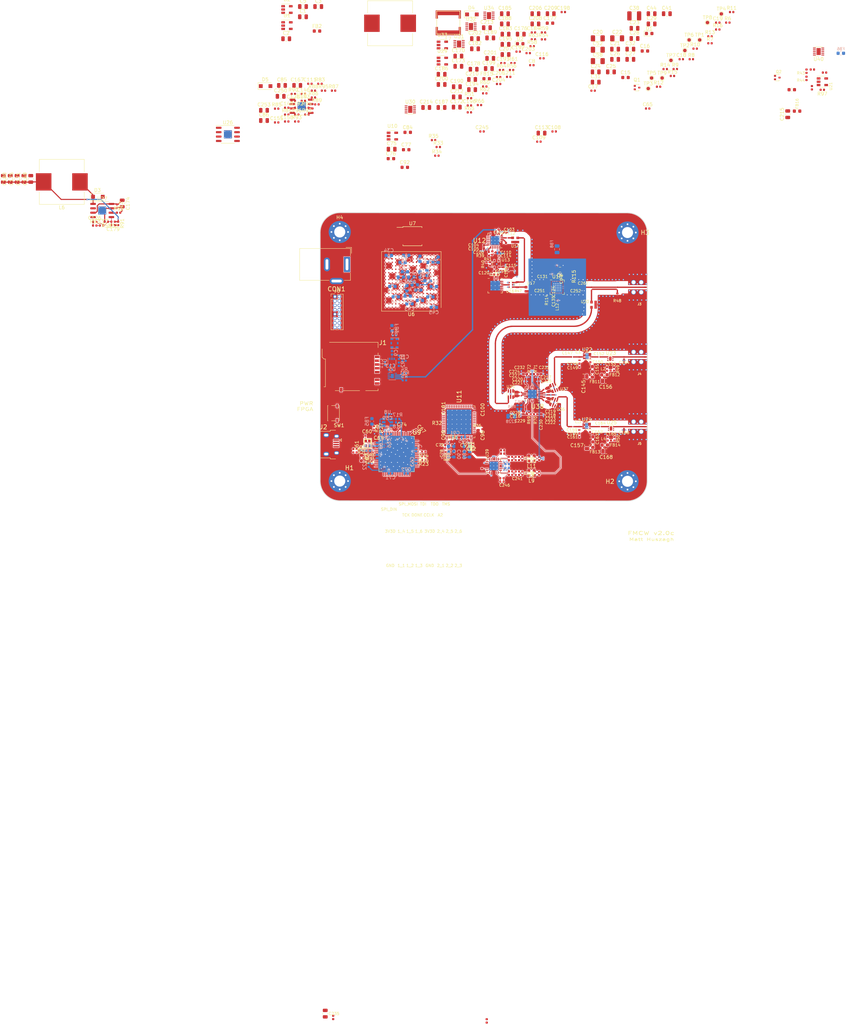
<source format=kicad_pcb>
(kicad_pcb (version 20200119) (host pcbnew "5.99.0-unknown")
  (layers (0 "F.Cu" signal) (1 "In1.Cu" power) (2 "In2.Cu" power) (31 "B.Cu" signal) (34 "B.Paste" user hide) (35 "F.Paste" user hide) (36 "B.SilkS" user hide) (37 "F.SilkS" user hide) (38 "B.Mask" user hide) (39 "F.Mask" user hide) (44 "Edge.Cuts" user))
  (net 0 "")
  (net 1 "Net-(R22-Pad1)")
  (net 2 "GND")
  (net 3 "Net-(L2-Pad1)")
  (net 4 "Net-(L4-Pad1)")
  (net 5 "/3V3A")
  (net 6 "/ADC2-")
  (net 7 "/ADC_VCM1")
  (net 8 "/ADC1+")
  (net 9 "/ADC1-")
  (net 10 "Net-(C147-Pad1)")
  (net 11 "/ADC_VCM2")
  (net 12 "/ADC2+")
  (net 13 "/ADF_CLK")
  (net 14 "/ADF_DATA")
  (net 15 "/ADF_LE")
  (net 16 "/ADF_MUXOUT")
  (net 17 "/ADF_TXDATA")
  (net 18 "/fpga/usb/USB_5V")
  (net 19 "/fpga/TDO")
  (net 20 "/fpga/SPI_MOSI")
  (net 21 "/fpga/CCLK")
  (net 22 "/fpga/TDI")
  (net 23 "/fpga/TMS")
  (net 24 "/fpga/TCK")
  (net 25 "/fpga/SPI_DIN")
  (net 26 "/1V0")
  (net 27 "/3V6")
  (net 28 "/power/5V6")
  (net 29 "/fpga/usb/EECS")
  (net 30 "/fpga/usb/EEDATA")
  (net 31 "/fpga/usb/DO")
  (net 32 "/3V3D")
  (net 33 "/10V")
  (net 34 "/power/12V")
  (net 35 "/fpga/adc/3V0")
  (net 36 "/3V0")
  (net 37 "/1V8")
  (net 38 "/fpga/LED")
  (net 39 "Net-(D1-Pad2)")
  (net 40 "/fpga/M0")
  (net 41 "/fpga/SPI_CS")
  (net 42 "/fpga/INIT_B")
  (net 43 "/fpga/M2")
  (net 44 "/fpga/M1")
  (net 45 "/fpga/PROGRAM_B")
  (net 46 "/LO")
  (net 47 "/fpga/RXF#")
  (net 48 "/MIX_ENBL")
  (net 49 "/fpga/OF1")
  (net 50 "/fpga/TXE#")
  (net 51 "/fpga/CARD_DETECT")
  (net 52 "/fpga/OF2")
  (net 53 "/fpga/WR")
  (net 54 "/fpga/RD#")
  (net 55 "/fpga/D11")
  (net 56 "/fpga/D10")
  (net 57 "/fpga/D9")
  (net 58 "/fpga/D8")
  (net 59 "/fpga/D6")
  (net 60 "/fpga/D7")
  (net 61 "/fpga/FT_D7")
  (net 62 "/fpga/D3")
  (net 63 "/fpga/D4")
  (net 64 "/fpga/D5")
  (net 65 "/fpga/FT_D6")
  (net 66 "/fpga/FT_D4")
  (net 67 "/fpga/D2")
  (net 68 "/fpga/D1")
  (net 69 "/fpga/FT_D5")
  (net 70 "/fpga/FT_D3")
  (net 71 "/fpga/D0")
  (net 72 "/fpga/FT_D2")
  (net 73 "/fpga/FT_D0")
  (net 74 "/fpga/FT_D1")
  (net 75 "/fpga/SD_CLK")
  (net 76 "/fpga/ADC_OE1")
  (net 77 "/fpga/ADC_SHDN1")
  (net 78 "/fpga/ADC_OE2")
  (net 79 "/fpga/SD_DAT2")
  (net 80 "/fpga/ADC_SHDN2")
  (net 81 "/fpga/SD_DAT3")
  (net 82 "/fpga/SD_DAT1")
  (net 83 "/fpga/SD_DAT0")
  (net 84 "/fpga/SD_CMD")
  (net 85 "Net-(C127-Pad1)")
  (net 86 "Net-(C110-Pad2)")
  (net 87 "Net-(C110-Pad1)")
  (net 88 "/RF2")
  (net 89 "Net-(C112-Pad2)")
  (net 90 "Net-(C112-Pad1)")
  (net 91 "/RF1")
  (net 92 "/fpga/SIWUA")
  (net 93 "/fpga/CLKOUT")
  (net 94 "/fpga/OE#")
  (net 95 "/fpga/usb/1V8")
  (net 96 "/fpga/usb/EECLK")
  (net 97 "/mixer/5VF")
  (net 98 "Net-(C164-Pad2)")
  (net 99 "/ADF_REF")
  (net 100 "/ADC_REF")
  (net 101 "/FPGA_REF")
  (net 102 "/PA_OFF")
  (net 103 "/fpga/EXT1_6")
  (net 104 "/fpga/EXT1_5")
  (net 105 "/fpga/EXT1_4")
  (net 106 "/fpga/EXT1_3")
  (net 107 "/fpga/EXT1_2")
  (net 108 "/fpga/EXT1_1")
  (net 109 "/fpga/EXT2_4")
  (net 110 "/fpga/EXT2_1")
  (net 111 "/fpga/EXT2_6")
  (net 112 "/fpga/EXT2_3")
  (net 113 "/fpga/EXT2_5")
  (net 114 "/fpga/EXT2_2")
  (net 115 "/fpga/ADF_DONE")
  (net 116 "/fpga/FT_SUSPEND")
  (net 117 "Net-(C179-Pad1)")
  (net 118 "Net-(R25-Pad2)")
  (net 119 "Net-(TP9-Pad1)")
  (net 120 "Net-(C9-Pad1)")
  (net 121 "Net-(C9-Pad2)")
  (net 122 "Net-(C60-Pad1)")
  (net 123 "Net-(C61-Pad1)")
  (net 124 "Net-(C66-Pad1)")
  (net 125 "Net-(C68-Pad1)")
  (net 126 "Net-(C87-Pad1)")
  (net 127 "Net-(C88-Pad1)")
  (net 128 "Net-(C89-Pad1)")
  (net 129 "Net-(C90-Pad1)")
  (net 130 "Net-(C107-Pad2)")
  (net 131 "Net-(C120-Pad1)")
  (net 132 "Net-(C124-Pad1)")
  (net 133 "Net-(C124-Pad2)")
  (net 134 "Net-(C152-Pad1)")
  (net 135 "Net-(C152-Pad2)")
  (net 136 "Net-(C153-Pad1)")
  (net 137 "Net-(C154-Pad1)")
  (net 138 "Net-(C159-Pad1)")
  (net 139 "Net-(C164-Pad1)")
  (net 140 "Net-(C165-Pad1)")
  (net 141 "Net-(C166-Pad1)")
  (net 142 "Net-(C178-Pad1)")
  (net 143 "Net-(C184-Pad1)")
  (net 144 "Net-(C197-Pad1)")
  (net 145 "Net-(C198-Pad1)")
  (net 146 "Net-(C203-Pad1)")
  (net 147 "Net-(C204-Pad2)")
  (net 148 "Net-(C205-Pad2)")
  (net 149 "Net-(C211-Pad2)")
  (net 150 "Net-(C246-Pad1)")
  (net 151 "Net-(C247-Pad1)")
  (net 152 "Net-(C248-Pad2)")
  (net 153 "Net-(C249-Pad2)")
  (net 154 "Net-(D2-Pad2)")
  (net 155 "Net-(R4-Pad2)")
  (net 156 "Net-(R5-Pad2)")
  (net 157 "Net-(R7-Pad2)")
  (net 158 "Net-(R12-Pad2)")
  (net 159 "Net-(R14-Pad1)")
  (net 160 "Net-(R19-Pad1)")
  (net 161 "Net-(R23-Pad2)")
  (net 162 "Net-(R24-Pad2)")
  (net 163 "Net-(R26-Pad2)")
  (net 164 "Net-(R32-Pad2)")
  (net 165 "Net-(R34-Pad1)")
  (net 166 "Net-(R35-Pad1)")
  (net 167 "Net-(R36-Pad1)")
  (net 168 "Net-(R37-Pad1)")
  (net 169 "Net-(R38-Pad2)")
  (net 170 "Net-(R40-Pad1)")
  (net 171 "Net-(R41-Pad1)")
  (net 172 "Net-(R47-Pad1)")
  (net 173 "Net-(R47-Pad2)")
  (net 174 "Net-(R48-Pad2)")
  (net 175 "Net-(R49-Pad1)")
  (net 176 "Net-(R50-Pad1)")
  (net 177 "Net-(R58-Pad2)")
  (net 178 "Net-(R67-Pad2)")
  (net 179 "Net-(U15-Pad16)")
  (net 180 "Net-(C251-Pad2)")
  (net 181 "Net-(C251-Pad1)")
  (net 182 "Net-(C252-Pad2)")
  (net 183 "Net-(C252-Pad1)")
  (net 184 "Net-(J3-Pad1)")
  (net 185 "Net-(R81-Pad2)")
  (net 186 "Net-(C118-Pad2)")
  (net 187 "Net-(C148-Pad1)")
  (net 188 "Net-(C160-Pad1)")
  (net 189 "Net-(C10-Pad2)")
  (net 190 "Net-(C11-Pad2)")
  (net 191 "Net-(R2-Pad1)")
  (net 192 "/fpga/adc/AINA+")
  (net 193 "/fpga/adc/AINA-")
  (net 194 "/fpga/adc/AINB+")
  (net 195 "/fpga/adc/AINB-")
  (net 196 "/if/IF2a-")
  (net 197 "/if/IF2a+")
  (net 198 "/if/IF1a-")
  (net 199 "/if/IF1b+")
  (net 200 "/if/IF2b-")
  (net 201 "/if/IF2b+")
  (net 202 "/if/IF1b-")
  (net 203 "/if/IF1a+")
  (net 204 "/mixer/RF1a+")
  (net 205 "/mixer/RF1a-")
  (net 206 "/mixer/RF2a+")
  (net 207 "/mixer/RF2a-")
  (net 208 "/mixer/RF1b-")
  (net 209 "/mixer/RF1b+")
  (net 210 "/mixer/RF2b-")
  (net 211 "/mixer/RF2b+")
  (net 212 "/mixer/LOIb+")
  (net 213 "/mixer/LOIa+")
  (net 214 "/mixer/LOIb-")
  (net 215 "/mixer/LOIa-")
  (net 216 "/ADF_CE")
  (net 217 "Net-(Q2-Pad3)")
  (net 218 "Net-(C6-Pad1)")
  (net 219 "Net-(C7-Pad2)")
  (net 220 "Net-(C111-Pad2)")
  (net 221 "Net-(C111-Pad1)")
  (net 222 "/5VPA")
  (net 223 "Net-(C117-Pad2)")
  (net 224 "Net-(C117-Pad1)")
  (net 225 "Net-(C125-Pad1)")
  (net 226 "Net-(C126-Pad1)")
  (net 227 "Net-(C127-Pad2)")
  (net 228 "Net-(C143-Pad2)")
  (net 229 "Net-(C143-Pad1)")
  (net 230 "Net-(C146-Pad1)")
  (net 231 "Net-(C155-Pad1)")
  (net 232 "Net-(C158-Pad1)")
  (net 233 "Net-(C191-Pad1)")
  (net 234 "Net-(C192-Pad1)")
  (net 235 "Net-(C193-Pad2)")
  (net 236 "/5VMIX")
  (net 237 "Net-(C196-Pad2)")
  (net 238 "Net-(D3-Pad1)")
  (net 239 "Net-(D4-Pad1)")
  (net 240 "Net-(D5-Pad1)")
  (net 241 "Net-(R54-Pad1)")
  (net 242 "Net-(R55-Pad1)")
  (net 243 "Net-(R59-Pad1)")
  (net 244 "Net-(R60-Pad1)")
  (net 245 "Net-(R85-Pad2)")
  (net 246 "/power/SYNC")
  (net 247 "Net-(R97-Pad2)")
  (net 248 "Net-(R114-Pad1)")
  (net 249 "Net-(C218-Pad2)")
  (net 250 "Net-(C219-Pad2)")
  (net 251 "Net-(C222-Pad2)")
  (net 252 "Net-(C223-Pad2)")
  (net 253 "Net-(JP17-Pad1)")
  (net 254 "Net-(JP18-Pad1)")
  (net 255 "/tx/5V_PA")
  (net 256 "/IF2+")
  (net 257 "/IF2-")
  (net 258 "/IF1+")
  (net 259 "/IF1-")
  (net 260 "/tx/5V_SYNTH")
  (net 261 "Net-(C3-Pad1)")
  (net 262 "Net-(C5-Pad1)")
  (net 263 "/if/IF2c+")
  (net 264 "/if/IF1c+")
  (net 265 "/if/IF2c-")
  (net 266 "/if/IF1c-")
  (net 267 "Net-(U20-Pad2)")
  (net 268 "Net-(C247-Pad2)")
  (net 269 "/fpga/usb/USBD_P")
  (net 270 "/fpga/usb/USBD_N")
  (net 271 "/fpga/usb/3V3_IO")
  (net 272 "/fpga/usb/USBDa_P")
  (net 273 "/fpga/usb/USBDa_N")
  (module "Diode_SMD:D_SOD-123F" (layer "F.Cu") (at 86.513459 6.94614)
    (fp_text reference "D5" (at -0.127 -1.905) (layer "F.SilkS"))
    (fp_text value "SS24FL")
    (pad "2" smd rect (at 1.4 0) (size 1.1 1.1) (layers "F.Cu" "F.Paste" "F.Mask") (net 2 "GND"))
    (pad "1" smd rect (at -1.4 0) (size 1.1 1.1) (layers "F.Cu" "F.Paste" "F.Mask") (net 240 "Net-(D5-Pad1)"))
  )
  (module "Diode_SMD:D_SOD-123F" (layer "F.Cu") (at 146.164999 -13.775)
    (fp_text reference "D4" (at -0.127 -1.905) (layer "F.SilkS"))
    (fp_text value "SS24FL")
    (pad "2" smd rect (at 1.4 0) (size 1.1 1.1) (layers "F.Cu" "F.Paste" "F.Mask") (net 2 "GND"))
    (pad "1" smd rect (at -1.4 0) (size 1.1 1.1) (layers "F.Cu" "F.Paste" "F.Mask") (net 239 "Net-(D4-Pad1)"))
  )
  (module "Diode_SMD:D_SOD-123F" (layer "F.Cu") (at 38.015 38.93)
    (fp_text reference "D3" (at -0.127 -1.905) (layer "F.SilkS"))
    (fp_text value "SS24FL")
    (pad "2" smd rect (at 1.4 0) (size 1.1 1.1) (layers "F.Cu" "F.Paste" "F.Mask") (net 2 "GND"))
    (pad "1" smd rect (at -1.4 0) (size 1.1 1.1) (layers "F.Cu" "F.Paste" "F.Mask") (net 238 "Net-(D3-Pad1)"))
  )
  (module "Capacitor_SMD:C_0402_1005Metric" (layer "F.Cu") (at 166.41 -1.09)
    (fp_text reference "C116" (at 0 -1.17) (layer "F.SilkS"))
    (fp_text value "100n")
    (pad "2" smd roundrect (at 0.485 0) (size 0.59 0.64) (layers "F.Cu" "F.Paste" "F.Mask") (net 2 "GND"))
    (pad "1" smd roundrect (at -0.485 0) (size 0.59 0.64) (layers "F.Cu" "F.Paste" "F.Mask") (net 34 "/power/12V"))
  )
  (module "Capacitor_SMD:C_0402_1005Metric" (layer "F.Cu") (at 43.515 41.63 -90)
    (fp_text reference "C12" (at 0 -1.17 90) (layer "F.SilkS"))
    (fp_text value "100n")
    (pad "2" smd roundrect (at 0.485 0 270) (size 0.59 0.64) (layers "F.Cu" "F.Paste" "F.Mask") (net 2 "GND"))
    (pad "1" smd roundrect (at -0.485 0 270) (size 0.59 0.64) (layers "F.Cu" "F.Paste" "F.Mask") (net 34 "/power/12V"))
  )
  (module "Capacitor_SMD:C_0402_1005Metric" (layer "F.Cu") (at 163.5 0.9)
    (fp_text reference "C8" (at 0 -1.17) (layer "F.SilkS"))
    (fp_text value "100n")
    (pad "2" smd roundrect (at 0.485 0) (size 0.59 0.64) (layers "F.Cu" "F.Paste" "F.Mask") (net 2 "GND"))
    (pad "1" smd roundrect (at -0.485 0) (size 0.59 0.64) (layers "F.Cu" "F.Paste" "F.Mask") (net 34 "/power/12V"))
  )
  (module "Inductor_SMD:L_Wuerth_HCI-1365" (layer "F.Cu") (at 27.58 34.635 180)
    (fp_text reference "L6" (at 0 -7.4) (layer "F.SilkS"))
    (fp_text value "33u")
    (pad "2" smd rect (at 5.25 0 180) (size 4.5 5) (layers "F.Cu" "F.Paste" "F.Mask") (net 28 "/power/5V6"))
    (pad "1" smd rect (at -5.25 0 180) (size 4.5 5) (layers "F.Cu" "F.Paste" "F.Mask") (net 238 "Net-(D3-Pad1)"))
  )
  (module "Inductor_SMD:L_Wuerth_HCI-1365" (layer "F.Cu") (at 122.5 -11.215)
    (fp_text reference "L5" (at 0 -7.4) (layer "F.SilkS"))
    (fp_text value "33u")
    (pad "2" smd rect (at 5.25 0) (size 4.5 5) (layers "F.Cu" "F.Paste" "F.Mask") (net 27 "/3V6"))
    (pad "1" smd rect (at -5.25 0) (size 4.5 5) (layers "F.Cu" "F.Paste" "F.Mask") (net 239 "Net-(D4-Pad1)"))
  )
  (module "Package_BGA:Xilinx_FTG256" (layer "F.Cu") (at 128.649099 63.390262 180)
    (fp_text reference "U6" (at 0 -9.5) (layer "F.SilkS"))
    (fp_text value "XC7A15T-FTG256")
    (pad "T16" smd circle (at 7.5 7.5 180) (size 0.4 0.4) (layers "F.Cu" "F.Paste" "F.Mask") (net 2 "GND"))
    (pad "T15" smd circle (at 6.5 7.5 180) (size 0.4 0.4) (layers "F.Cu" "F.Paste" "F.Mask"))
    (pad "T14" smd circle (at 5.5 7.5 180) (size 0.4 0.4) (layers "F.Cu" "F.Paste" "F.Mask"))
    (pad "T13" smd circle (at 4.5 7.5 180) (size 0.4 0.4) (layers "F.Cu" "F.Paste" "F.Mask"))
    (pad "T12" smd circle (at 3.5 7.5 180) (size 0.4 0.4) (layers "F.Cu" "F.Paste" "F.Mask"))
    (pad "T11" smd circle (at 2.5 7.5 180) (size 0.4 0.4) (layers "F.Cu" "F.Paste" "F.Mask") (net 32 "/3V3D"))
    (pad "T10" smd circle (at 1.5 7.5 180) (size 0.4 0.4) (layers "F.Cu" "F.Paste" "F.Mask"))
    (pad "T9" smd circle (at 0.5 7.5 180) (size 0.4 0.4) (layers "F.Cu" "F.Paste" "F.Mask"))
    (pad "T8" smd circle (at -0.5 7.5 180) (size 0.4 0.4) (layers "F.Cu" "F.Paste" "F.Mask"))
    (pad "T7" smd circle (at -1.5 7.5 180) (size 0.4 0.4) (layers "F.Cu" "F.Paste" "F.Mask"))
    (pad "T6" smd circle (at -2.5 7.5 180) (size 0.4 0.4) (layers "F.Cu" "F.Paste" "F.Mask") (net 2 "GND"))
    (pad "T5" smd circle (at -3.5 7.5 180) (size 0.4 0.4) (layers "F.Cu" "F.Paste" "F.Mask"))
    (pad "T4" smd circle (at -4.5 7.5 180) (size 0.4 0.4) (layers "F.Cu" "F.Paste" "F.Mask") (net 115 "/fpga/ADF_DONE"))
    (pad "T3" smd circle (at -5.5 7.5 180) (size 0.4 0.4) (layers "F.Cu" "F.Paste" "F.Mask"))
    (pad "T2" smd circle (at -6.5 7.5 180) (size 0.4 0.4) (layers "F.Cu" "F.Paste" "F.Mask") (net 102 "/PA_OFF"))
    (pad "T1" smd circle (at -7.5 7.5 180) (size 0.4 0.4) (layers "F.Cu" "F.Paste" "F.Mask") (net 32 "/3V3D"))
    (pad "R16" smd circle (at 7.5 6.5 180) (size 0.4 0.4) (layers "F.Cu" "F.Paste" "F.Mask") (net 79 "/fpga/SD_DAT2"))
    (pad "R15" smd circle (at 6.5 6.5 180) (size 0.4 0.4) (layers "F.Cu" "F.Paste" "F.Mask") (net 81 "/fpga/SD_DAT3"))
    (pad "R14" smd circle (at 5.5 6.5 180) (size 0.4 0.4) (layers "F.Cu" "F.Paste" "F.Mask") (net 32 "/3V3D"))
    (pad "R13" smd circle (at 4.5 6.5 180) (size 0.4 0.4) (layers "F.Cu" "F.Paste" "F.Mask"))
    (pad "R12" smd circle (at 3.5 6.5 180) (size 0.4 0.4) (layers "F.Cu" "F.Paste" "F.Mask"))
    (pad "R11" smd circle (at 2.5 6.5 180) (size 0.4 0.4) (layers "F.Cu" "F.Paste" "F.Mask"))
    (pad "R10" smd circle (at 1.5 6.5 180) (size 0.4 0.4) (layers "F.Cu" "F.Paste" "F.Mask"))
    (pad "R9" smd circle (at 0.5 6.5 180) (size 0.4 0.4) (layers "F.Cu" "F.Paste" "F.Mask") (net 2 "GND"))
    (pad "R8" smd circle (at -0.5 6.5 180) (size 0.4 0.4) (layers "F.Cu" "F.Paste" "F.Mask"))
    (pad "R7" smd circle (at -1.5 6.5 180) (size 0.4 0.4) (layers "F.Cu" "F.Paste" "F.Mask"))
    (pad "R6" smd circle (at -2.5 6.5 180) (size 0.4 0.4) (layers "F.Cu" "F.Paste" "F.Mask"))
    (pad "R5" smd circle (at -3.5 6.5 180) (size 0.4 0.4) (layers "F.Cu" "F.Paste" "F.Mask"))
    (pad "R4" smd circle (at -4.5 6.5 180) (size 0.4 0.4) (layers "F.Cu" "F.Paste" "F.Mask") (net 32 "/3V3D"))
    (pad "R3" smd circle (at -5.5 6.5 180) (size 0.4 0.4) (layers "F.Cu" "F.Paste" "F.Mask") (net 216 "/ADF_CE"))
    (pad "R2" smd circle (at -6.5 6.5 180) (size 0.4 0.4) (layers "F.Cu" "F.Paste" "F.Mask"))
    (pad "R1" smd circle (at -7.5 6.5 180) (size 0.4 0.4) (layers "F.Cu" "F.Paste" "F.Mask") (net 159 "Net-(R14-Pad1)"))
    (pad "P16" smd circle (at 7.5 5.5 180) (size 0.4 0.4) (layers "F.Cu" "F.Paste" "F.Mask") (net 84 "/fpga/SD_CMD"))
    (pad "P15" smd circle (at 6.5 5.5 180) (size 0.4 0.4) (layers "F.Cu" "F.Paste" "F.Mask"))
    (pad "P14" smd circle (at 5.5 5.5 180) (size 0.4 0.4) (layers "F.Cu" "F.Paste" "F.Mask"))
    (pad "P13" smd circle (at 4.5 5.5 180) (size 0.4 0.4) (layers "F.Cu" "F.Paste" "F.Mask"))
    (pad "P12" smd circle (at 3.5 5.5 180) (size 0.4 0.4) (layers "F.Cu" "F.Paste" "F.Mask") (net 2 "GND"))
    (pad "P11" smd circle (at 2.5 5.5 180) (size 0.4 0.4) (layers "F.Cu" "F.Paste" "F.Mask"))
    (pad "P10" smd circle (at 1.5 5.5 180) (size 0.4 0.4) (layers "F.Cu" "F.Paste" "F.Mask"))
    (pad "P9" smd circle (at 0.5 5.5 180) (size 0.4 0.4) (layers "F.Cu" "F.Paste" "F.Mask"))
    (pad "P8" smd circle (at -0.5 5.5 180) (size 0.4 0.4) (layers "F.Cu" "F.Paste" "F.Mask"))
    (pad "P7" smd circle (at -1.5 5.5 180) (size 0.4 0.4) (layers "F.Cu" "F.Paste" "F.Mask") (net 32 "/3V3D"))
    (pad "P6" smd circle (at -2.5 5.5 180) (size 0.4 0.4) (layers "F.Cu" "F.Paste" "F.Mask"))
    (pad "P5" smd circle (at -3.5 5.5 180) (size 0.4 0.4) (layers "F.Cu" "F.Paste" "F.Mask"))
    (pad "P4" smd circle (at -4.5 5.5 180) (size 0.4 0.4) (layers "F.Cu" "F.Paste" "F.Mask"))
    (pad "P3" smd circle (at -5.5 5.5 180) (size 0.4 0.4) (layers "F.Cu" "F.Paste" "F.Mask") (net 17 "/ADF_TXDATA"))
    (pad "P2" smd circle (at -6.5 5.5 180) (size 0.4 0.4) (layers "F.Cu" "F.Paste" "F.Mask") (net 2 "GND"))
    (pad "P1" smd circle (at -7.5 5.5 180) (size 0.4 0.4) (layers "F.Cu" "F.Paste" "F.Mask") (net 78 "/fpga/ADC_OE2"))
    (pad "N16" smd circle (at 7.5 4.5 180) (size 0.4 0.4) (layers "F.Cu" "F.Paste" "F.Mask") (net 83 "/fpga/SD_DAT0"))
    (pad "N15" smd circle (at 6.5 4.5 180) (size 0.4 0.4) (layers "F.Cu" "F.Paste" "F.Mask") (net 2 "GND"))
    (pad "N14" smd circle (at 5.5 4.5 180) (size 0.4 0.4) (layers "F.Cu" "F.Paste" "F.Mask") (net 75 "/fpga/SD_CLK"))
    (pad "N13" smd circle (at 4.5 4.5 180) (size 0.4 0.4) (layers "F.Cu" "F.Paste" "F.Mask"))
    (pad "N12" smd circle (at 3.5 4.5 180) (size 0.4 0.4) (layers "F.Cu" "F.Paste" "F.Mask"))
    (pad "N11" smd circle (at 2.5 4.5 180) (size 0.4 0.4) (layers "F.Cu" "F.Paste" "F.Mask") (net 101 "/FPGA_REF"))
    (pad "N10" smd circle (at 1.5 4.5 180) (size 0.4 0.4) (layers "F.Cu" "F.Paste" "F.Mask") (net 32 "/3V3D"))
    (pad "N9" smd circle (at 0.5 4.5 180) (size 0.4 0.4) (layers "F.Cu" "F.Paste" "F.Mask"))
    (pad "N8" smd circle (at -0.5 4.5 180) (size 0.4 0.4) (layers "F.Cu" "F.Paste" "F.Mask") (net 19 "/fpga/TDO"))
    (pad "N7" smd circle (at -1.5 4.5 180) (size 0.4 0.4) (layers "F.Cu" "F.Paste" "F.Mask") (net 22 "/fpga/TDI"))
    (pad "N6" smd circle (at -2.5 4.5 180) (size 0.4 0.4) (layers "F.Cu" "F.Paste" "F.Mask"))
    (pad "N5" smd circle (at -3.5 4.5 180) (size 0.4 0.4) (layers "F.Cu" "F.Paste" "F.Mask") (net 2 "GND"))
    (pad "N4" smd circle (at -4.5 4.5 180) (size 0.4 0.4) (layers "F.Cu" "F.Paste" "F.Mask"))
    (pad "N3" smd circle (at -5.5 4.5 180) (size 0.4 0.4) (layers "F.Cu" "F.Paste" "F.Mask"))
    (pad "N2" smd circle (at -6.5 4.5 180) (size 0.4 0.4) (layers "F.Cu" "F.Paste" "F.Mask") (net 80 "/fpga/ADC_SHDN2"))
    (pad "N1" smd circle (at -7.5 4.5 180) (size 0.4 0.4) (layers "F.Cu" "F.Paste" "F.Mask") (net 15 "/ADF_LE"))
    (pad "M16" smd circle (at 7.5 3.5 180) (size 0.4 0.4) (layers "F.Cu" "F.Paste" "F.Mask") (net 82 "/fpga/SD_DAT1"))
    (pad "M15" smd circle (at 6.5 3.5 180) (size 0.4 0.4) (layers "F.Cu" "F.Paste" "F.Mask"))
    (pad "M14" smd circle (at 5.5 3.5 180) (size 0.4 0.4) (layers "F.Cu" "F.Paste" "F.Mask"))
    (pad "M13" smd circle (at 4.5 3.5 180) (size 0.4 0.4) (layers "F.Cu" "F.Paste" "F.Mask") (net 32 "/3V3D"))
    (pad "M12" smd circle (at 3.5 3.5 180) (size 0.4 0.4) (layers "F.Cu" "F.Paste" "F.Mask"))
    (pad "M11" smd circle (at 2.5 3.5 180) (size 0.4 0.4) (layers "F.Cu" "F.Paste" "F.Mask") (net 43 "/fpga/M2"))
    (pad "M10" smd circle (at 1.5 3.5 180) (size 0.4 0.4) (layers "F.Cu" "F.Paste" "F.Mask") (net 44 "/fpga/M1"))
    (pad "M9" smd circle (at 0.5 3.5 180) (size 0.4 0.4) (layers "F.Cu" "F.Paste" "F.Mask") (net 40 "/fpga/M0"))
    (pad "M8" smd circle (at -0.5 3.5 180) (size 0.4 0.4) (layers "F.Cu" "F.Paste" "F.Mask") (net 2 "GND"))
    (pad "M7" smd circle (at -1.5 3.5 180) (size 0.4 0.4) (layers "F.Cu" "F.Paste" "F.Mask") (net 23 "/fpga/TMS"))
    (pad "M6" smd circle (at -2.5 3.5 180) (size 0.4 0.4) (layers "F.Cu" "F.Paste" "F.Mask"))
    (pad "M5" smd circle (at -3.5 3.5 180) (size 0.4 0.4) (layers "F.Cu" "F.Paste" "F.Mask"))
    (pad "M4" smd circle (at -4.5 3.5 180) (size 0.4 0.4) (layers "F.Cu" "F.Paste" "F.Mask"))
    (pad "M3" smd circle (at -5.5 3.5 180) (size 0.4 0.4) (layers "F.Cu" "F.Paste" "F.Mask") (net 32 "/3V3D"))
    (pad "M2" smd circle (at -6.5 3.5 180) (size 0.4 0.4) (layers "F.Cu" "F.Paste" "F.Mask") (net 14 "/ADF_DATA"))
    (pad "M1" smd circle (at -7.5 3.5 180) (size 0.4 0.4) (layers "F.Cu" "F.Paste" "F.Mask") (net 52 "/fpga/OF2"))
    (pad "L16" smd circle (at 7.5 2.5 180) (size 0.4 0.4) (layers "F.Cu" "F.Paste" "F.Mask") (net 32 "/3V3D"))
    (pad "L15" smd circle (at 6.5 2.5 180) (size 0.4 0.4) (layers "F.Cu" "F.Paste" "F.Mask") (net 157 "Net-(R7-Pad2)"))
    (pad "L14" smd circle (at 5.5 2.5 180) (size 0.4 0.4) (layers "F.Cu" "F.Paste" "F.Mask"))
    (pad "L13" smd circle (at 4.5 2.5 180) (size 0.4 0.4) (layers "F.Cu" "F.Paste" "F.Mask"))
    (pad "L12" smd circle (at 3.5 2.5 180) (size 0.4 0.4) (layers "F.Cu" "F.Paste" "F.Mask") (net 41 "/fpga/SPI_CS"))
    (pad "L11" smd circle (at 2.5 2.5 180) (size 0.4 0.4) (layers "F.Cu" "F.Paste" "F.Mask") (net 2 "GND"))
    (pad "L10" smd circle (at 1.5 2.5 180) (size 0.4 0.4) (layers "F.Cu" "F.Paste" "F.Mask") (net 37 "/1V8"))
    (pad "L9" smd circle (at 0.5 2.5 180) (size 0.4 0.4) (layers "F.Cu" "F.Paste" "F.Mask") (net 45 "/fpga/PROGRAM_B"))
    (pad "L8" smd circle (at -0.5 2.5 180) (size 0.4 0.4) (layers "F.Cu" "F.Paste" "F.Mask") (net 26 "/1V0"))
    (pad "L7" smd circle (at -1.5 2.5 180) (size 0.4 0.4) (layers "F.Cu" "F.Paste" "F.Mask") (net 24 "/fpga/TCK"))
    (pad "L6" smd circle (at -2.5 2.5 180) (size 0.4 0.4) (layers "F.Cu" "F.Paste" "F.Mask") (net 32 "/3V3D"))
    (pad "L5" smd circle (at -3.5 2.5 180) (size 0.4 0.4) (layers "F.Cu" "F.Paste" "F.Mask"))
    (pad "L4" smd circle (at -4.5 2.5 180) (size 0.4 0.4) (layers "F.Cu" "F.Paste" "F.Mask"))
    (pad "L3" smd circle (at -5.5 2.5 180) (size 0.4 0.4) (layers "F.Cu" "F.Paste" "F.Mask"))
    (pad "L2" smd circle (at -6.5 2.5 180) (size 0.4 0.4) (layers "F.Cu" "F.Paste" "F.Mask") (net 71 "/fpga/D0"))
    (pad "L1" smd circle (at -7.5 2.5 180) (size 0.4 0.4) (layers "F.Cu" "F.Paste" "F.Mask") (net 2 "GND"))
    (pad "K16" smd circle (at 7.5 1.5 180) (size 0.4 0.4) (layers "F.Cu" "F.Paste" "F.Mask"))
    (pad "K15" smd circle (at 6.5 1.5 180) (size 0.4 0.4) (layers "F.Cu" "F.Paste" "F.Mask"))
    (pad "K14" smd circle (at 5.5 1.5 180) (size 0.4 0.4) (layers "F.Cu" "F.Paste" "F.Mask") (net 2 "GND"))
    (pad "K13" smd circle (at 4.5 1.5 180) (size 0.4 0.4) (layers "F.Cu" "F.Paste" "F.Mask"))
    (pad "K12" smd circle (at 3.5 1.5 180) (size 0.4 0.4) (layers "F.Cu" "F.Paste" "F.Mask"))
    (pad "K11" smd circle (at 2.5 1.5 180) (size 0.4 0.4) (layers "F.Cu" "F.Paste" "F.Mask") (net 37 "/1V8"))
    (pad "K10" smd circle (at 1.5 1.5 180) (size 0.4 0.4) (layers "F.Cu" "F.Paste" "F.Mask") (net 42 "/fpga/INIT_B"))
    (pad "K9" smd circle (at 0.5 1.5 180) (size 0.4 0.4) (layers "F.Cu" "F.Paste" "F.Mask") (net 26 "/1V0"))
    (pad "K8" smd circle (at -0.5 1.5 180) (size 0.4 0.4) (layers "F.Cu" "F.Paste" "F.Mask") (net 2 "GND"))
    (pad "K7" smd circle (at -1.5 1.5 180) (size 0.4 0.4) (layers "F.Cu" "F.Paste" "F.Mask") (net 2 "GND"))
    (pad "K6" smd circle (at -2.5 1.5 180) (size 0.4 0.4) (layers "F.Cu" "F.Paste" "F.Mask") (net 2 "GND"))
    (pad "K5" smd circle (at -3.5 1.5 180) (size 0.4 0.4) (layers "F.Cu" "F.Paste" "F.Mask"))
    (pad "K4" smd circle (at -4.5 1.5 180) (size 0.4 0.4) (layers "F.Cu" "F.Paste" "F.Mask") (net 2 "GND"))
    (pad "K3" smd circle (at -5.5 1.5 180) (size 0.4 0.4) (layers "F.Cu" "F.Paste" "F.Mask") (net 16 "/ADF_MUXOUT"))
    (pad "K2" smd circle (at -6.5 1.5 180) (size 0.4 0.4) (layers "F.Cu" "F.Paste" "F.Mask") (net 68 "/fpga/D1"))
    (pad "K1" smd circle (at -7.5 1.5 180) (size 0.4 0.4) (layers "F.Cu" "F.Paste" "F.Mask") (net 67 "/fpga/D2"))
    (pad "J16" smd circle (at 7.5 0.5 180) (size 0.4 0.4) (layers "F.Cu" "F.Paste" "F.Mask"))
    (pad "J15" smd circle (at 6.5 0.5 180) (size 0.4 0.4) (layers "F.Cu" "F.Paste" "F.Mask"))
    (pad "J14" smd circle (at 5.5 0.5 180) (size 0.4 0.4) (layers "F.Cu" "F.Paste" "F.Mask") (net 25 "/fpga/SPI_DIN"))
    (pad "J13" smd circle (at 4.5 0.5 180) (size 0.4 0.4) (layers "F.Cu" "F.Paste" "F.Mask") (net 20 "/fpga/SPI_MOSI"))
    (pad "J12" smd circle (at 3.5 0.5 180) (size 0.4 0.4) (layers "F.Cu" "F.Paste" "F.Mask") (net 32 "/3V3D"))
    (pad "J11" smd circle (at 2.5 0.5 180) (size 0.4 0.4) (layers "F.Cu" "F.Paste" "F.Mask") (net 2 "GND"))
    (pad "J10" smd circle (at 1.5 0.5 180) (size 0.4 0.4) (layers "F.Cu" "F.Paste" "F.Mask") (net 37 "/1V8"))
    (pad "J9" smd circle (at 0.5 0.5 180) (size 0.4 0.4) (layers "F.Cu" "F.Paste" "F.Mask") (net 2 "GND"))
    (pad "J8" smd circle (at -0.5 0.5 180) (size 0.4 0.4) (layers "F.Cu" "F.Paste" "F.Mask") (net 2 "GND"))
    (pad "J7" smd circle (at -1.5 0.5 180) (size 0.4 0.4) (layers "F.Cu" "F.Paste" "F.Mask") (net 2 "GND"))
    (pad "J6" smd circle (at -2.5 0.5 180) (size 0.4 0.4) (layers "F.Cu" "F.Paste" "F.Mask") (net 26 "/1V0"))
    (pad "J5" smd circle (at -3.5 0.5 180) (size 0.4 0.4) (layers "F.Cu" "F.Paste" "F.Mask"))
    (pad "J4" smd circle (at -4.5 0.5 180) (size 0.4 0.4) (layers "F.Cu" "F.Paste" "F.Mask") (net 48 "/MIX_ENBL"))
    (pad "J3" smd circle (at -5.5 0.5 180) (size 0.4 0.4) (layers "F.Cu" "F.Paste" "F.Mask") (net 62 "/fpga/D3"))
    (pad "J2" smd circle (at -6.5 0.5 180) (size 0.4 0.4) (layers "F.Cu" "F.Paste" "F.Mask") (net 32 "/3V3D"))
    (pad "J1" smd circle (at -7.5 0.5 180) (size 0.4 0.4) (layers "F.Cu" "F.Paste" "F.Mask"))
    (pad "H16" smd circle (at 7.5 -0.5 180) (size 0.4 0.4) (layers "F.Cu" "F.Paste" "F.Mask") (net 51 "/fpga/CARD_DETECT"))
    (pad "H15" smd circle (at 6.5 -0.5 180) (size 0.4 0.4) (layers "F.Cu" "F.Paste" "F.Mask") (net 32 "/3V3D"))
    (pad "H14" smd circle (at 5.5 -0.5 180) (size 0.4 0.4) (layers "F.Cu" "F.Paste" "F.Mask"))
    (pad "H13" smd circle (at 4.5 -0.5 180) (size 0.4 0.4) (layers "F.Cu" "F.Paste" "F.Mask"))
    (pad "H12" smd circle (at 3.5 -0.5 180) (size 0.4 0.4) (layers "F.Cu" "F.Paste" "F.Mask"))
    (pad "H11" smd circle (at 2.5 -0.5 180) (size 0.4 0.4) (layers "F.Cu" "F.Paste" "F.Mask"))
    (pad "H10" smd circle (at 1.5 -0.5 180) (size 0.4 0.4) (layers "F.Cu" "F.Paste" "F.Mask") (net 158 "Net-(R12-Pad2)"))
    (pad "H9" smd circle (at 0.5 -0.5 180) (size 0.4 0.4) (layers "F.Cu" "F.Paste" "F.Mask") (net 26 "/1V0"))
    (pad "H8" smd circle (at -0.5 -0.5 180) (size 0.4 0.4) (layers "F.Cu" "F.Paste" "F.Mask"))
    (pad "H7" smd circle (at -1.5 -0.5 180) (size 0.4 0.4) (layers "F.Cu" "F.Paste" "F.Mask") (net 2 "GND"))
    (pad "H6" smd circle (at -2.5 -0.5 180) (size 0.4 0.4) (layers "F.Cu" "F.Paste" "F.Mask") (net 2 "GND"))
    (pad "H5" smd circle (at -3.5 -0.5 180) (size 0.4 0.4) (layers "F.Cu" "F.Paste" "F.Mask"))
    (pad "H4" smd circle (at -4.5 -0.5 180) (size 0.4 0.4) (layers "F.Cu" "F.Paste" "F.Mask"))
    (pad "H3" smd circle (at -5.5 -0.5 180) (size 0.4 0.4) (layers "F.Cu" "F.Paste" "F.Mask") (net 59 "/fpga/D6"))
    (pad "H2" smd circle (at -6.5 -0.5 180) (size 0.4 0.4) (layers "F.Cu" "F.Paste" "F.Mask") (net 64 "/fpga/D5"))
    (pad "H1" smd circle (at -7.5 -0.5 180) (size 0.4 0.4) (layers "F.Cu" "F.Paste" "F.Mask") (net 63 "/fpga/D4"))
    (pad "G16" smd circle (at 7.5 -1.5 180) (size 0.4 0.4) (layers "F.Cu" "F.Paste" "F.Mask") (net 74 "/fpga/FT_D1"))
    (pad "G15" smd circle (at 6.5 -1.5 180) (size 0.4 0.4) (layers "F.Cu" "F.Paste" "F.Mask") (net 72 "/fpga/FT_D2"))
    (pad "G14" smd circle (at 5.5 -1.5 180) (size 0.4 0.4) (layers "F.Cu" "F.Paste" "F.Mask"))
    (pad "G13" smd circle (at 4.5 -1.5 180) (size 0.4 0.4) (layers "F.Cu" "F.Paste" "F.Mask") (net 2 "GND"))
    (pad "G12" smd circle (at 3.5 -1.5 180) (size 0.4 0.4) (layers "F.Cu" "F.Paste" "F.Mask"))
    (pad "G11" smd circle (at 2.5 -1.5 180) (size 0.4 0.4) (layers "F.Cu" "F.Paste" "F.Mask"))
    (pad "G10" smd circle (at 1.5 -1.5 180) (size 0.4 0.4) (layers "F.Cu" "F.Paste" "F.Mask") (net 37 "/1V8"))
    (pad "G9" smd circle (at 0.5 -1.5 180) (size 0.4 0.4) (layers "F.Cu" "F.Paste" "F.Mask") (net 2 "GND"))
    (pad "G8" smd circle (at -0.5 -1.5 180) (size 0.4 0.4) (layers "F.Cu" "F.Paste" "F.Mask") (net 37 "/1V8"))
    (pad "G7" smd circle (at -1.5 -1.5 180) (size 0.4 0.4) (layers "F.Cu" "F.Paste" "F.Mask") (net 2 "GND"))
    (pad "G6" smd circle (at -2.5 -1.5 180) (size 0.4 0.4) (layers "F.Cu" "F.Paste" "F.Mask") (net 26 "/1V0"))
    (pad "G5" smd circle (at -3.5 -1.5 180) (size 0.4 0.4) (layers "F.Cu" "F.Paste" "F.Mask"))
    (pad "G4" smd circle (at -4.5 -1.5 180) (size 0.4 0.4) (layers "F.Cu" "F.Paste" "F.Mask"))
    (pad "G3" smd circle (at -5.5 -1.5 180) (size 0.4 0.4) (layers "F.Cu" "F.Paste" "F.Mask") (net 2 "GND"))
    (pad "G2" smd circle (at -6.5 -1.5 180) (size 0.4 0.4) (layers "F.Cu" "F.Paste" "F.Mask") (net 60 "/fpga/D7"))
    (pad "G1" smd circle (at -7.5 -1.5 180) (size 0.4 0.4) (layers "F.Cu" "F.Paste" "F.Mask") (net 58 "/fpga/D8"))
    (pad "F16" smd circle (at 7.5 -2.5 180) (size 0.4 0.4) (layers "F.Cu" "F.Paste" "F.Mask") (net 2 "GND"))
    (pad "F15" smd circle (at 6.5 -2.5 180) (size 0.4 0.4) (layers "F.Cu" "F.Paste" "F.Mask") (net 73 "/fpga/FT_D0"))
    (pad "F14" smd circle (at 5.5 -2.5 180) (size 0.4 0.4) (layers "F.Cu" "F.Paste" "F.Mask") (net 70 "/fpga/FT_D3"))
    (pad "F13" smd circle (at 4.5 -2.5 180) (size 0.4 0.4) (layers "F.Cu" "F.Paste" "F.Mask"))
    (pad "F12" smd circle (at 3.5 -2.5 180) (size 0.4 0.4) (layers "F.Cu" "F.Paste" "F.Mask"))
    (pad "F11" smd circle (at 2.5 -2.5 180) (size 0.4 0.4) (layers "F.Cu" "F.Paste" "F.Mask") (net 26 "/1V0"))
    (pad "F10" smd circle (at 1.5 -2.5 180) (size 0.4 0.4) (layers "F.Cu" "F.Paste" "F.Mask") (net 2 "GND"))
    (pad "F9" smd circle (at 0.5 -2.5 180) (size 0.4 0.4) (layers "F.Cu" "F.Paste" "F.Mask") (net 26 "/1V0"))
    (pad "F8" smd circle (at -0.5 -2.5 180) (size 0.4 0.4) (layers "F.Cu" "F.Paste" "F.Mask") (net 2 "GND"))
    (pad "F7" smd circle (at -1.5 -2.5 180) (size 0.4 0.4) (layers "F.Cu" "F.Paste" "F.Mask") (net 26 "/1V0"))
    (pad "F6" smd circle (at -2.5 -2.5 180) (size 0.4 0.4) (layers "F.Cu" "F.Paste" "F.Mask") (net 2 "GND"))
    (pad "F5" smd circle (at -3.5 -2.5 180) (size 0.4 0.4) (layers "F.Cu" "F.Paste" "F.Mask"))
    (pad "F4" smd circle (at -4.5 -2.5 180) (size 0.4 0.4) (layers "F.Cu" "F.Paste" "F.Mask"))
    (pad "F3" smd circle (at -5.5 -2.5 180) (size 0.4 0.4) (layers "F.Cu" "F.Paste" "F.Mask"))
    (pad "F2" smd circle (at -6.5 -2.5 180) (size 0.4 0.4) (layers "F.Cu" "F.Paste" "F.Mask") (net 57 "/fpga/D9"))
    (pad "F1" smd circle (at -7.5 -2.5 180) (size 0.4 0.4) (layers "F.Cu" "F.Paste" "F.Mask") (net 32 "/3V3D"))
    (pad "E16" smd circle (at 7.5 -3.5 180) (size 0.4 0.4) (layers "F.Cu" "F.Paste" "F.Mask") (net 66 "/fpga/FT_D4"))
    (pad "E15" smd circle (at 6.5 -3.5 180) (size 0.4 0.4) (layers "F.Cu" "F.Paste" "F.Mask") (net 69 "/fpga/FT_D5"))
    (pad "E14" smd circle (at 5.5 -3.5 180) (size 0.4 0.4) (layers "F.Cu" "F.Paste" "F.Mask") (net 32 "/3V3D"))
    (pad "E13" smd circle (at 4.5 -3.5 180) (size 0.4 0.4) (layers "F.Cu" "F.Paste" "F.Mask"))
    (pad "E12" smd circle (at 3.5 -3.5 180) (size 0.4 0.4) (layers "F.Cu" "F.Paste" "F.Mask"))
    (pad "E11" smd circle (at 2.5 -3.5 180) (size 0.4 0.4) (layers "F.Cu" "F.Paste" "F.Mask"))
    (pad "E10" smd circle (at 1.5 -3.5 180) (size 0.4 0.4) (layers "F.Cu" "F.Paste" "F.Mask") (net 26 "/1V0"))
    (pad "E9" smd circle (at 0.5 -3.5 180) (size 0.4 0.4) (layers "F.Cu" "F.Paste" "F.Mask") (net 2 "GND"))
    (pad "E8" smd circle (at -0.5 -3.5 180) (size 0.4 0.4) (layers "F.Cu" "F.Paste" "F.Mask") (net 21 "/fpga/CCLK"))
    (pad "E7" smd circle (at -1.5 -3.5 180) (size 0.4 0.4) (layers "F.Cu" "F.Paste" "F.Mask") (net 32 "/3V3D"))
    (pad "E6" smd circle (at -2.5 -3.5 180) (size 0.4 0.4) (layers "F.Cu" "F.Paste" "F.Mask"))
    (pad "E5" smd circle (at -3.5 -3.5 180) (size 0.4 0.4) (layers "F.Cu" "F.Paste" "F.Mask"))
    (pad "E4" smd circle (at -4.5 -3.5 180) (size 0.4 0.4) (layers "F.Cu" "F.Paste" "F.Mask") (net 32 "/3V3D"))
    (pad "E3" smd circle (at -5.5 -3.5 180) (size 0.4 0.4) (layers "F.Cu" "F.Paste" "F.Mask"))
    (pad "E2" smd circle (at -6.5 -3.5 180) (size 0.4 0.4) (layers "F.Cu" "F.Paste" "F.Mask") (net 55 "/fpga/D11"))
    (pad "E1" smd circle (at -7.5 -3.5 180) (size 0.4 0.4) (layers "F.Cu" "F.Paste" "F.Mask") (net 56 "/fpga/D10"))
    (pad "D16" smd circle (at 7.5 -4.5 180) (size 0.4 0.4) (layers "F.Cu" "F.Paste" "F.Mask") (net 65 "/fpga/FT_D6"))
    (pad "D15" smd circle (at 6.5 -4.5 180) (size 0.4 0.4) (layers "F.Cu" "F.Paste" "F.Mask") (net 61 "/fpga/FT_D7"))
    (pad "D14" smd circle (at 5.5 -4.5 180) (size 0.4 0.4) (layers "F.Cu" "F.Paste" "F.Mask"))
    (pad "D13" smd circle (at 4.5 -4.5 180) (size 0.4 0.4) (layers "F.Cu" "F.Paste" "F.Mask"))
    (pad "D12" smd circle (at 3.5 -4.5 180) (size 0.4 0.4) (layers "F.Cu" "F.Paste" "F.Mask") (net 2 "GND"))
    (pad "D11" smd circle (at 2.5 -4.5 180) (size 0.4 0.4) (layers "F.Cu" "F.Paste" "F.Mask"))
    (pad "D10" smd circle (at 1.5 -4.5 180) (size 0.4 0.4) (layers "F.Cu" "F.Paste" "F.Mask"))
    (pad "D9" smd circle (at 0.5 -4.5 180) (size 0.4 0.4) (layers "F.Cu" "F.Paste" "F.Mask"))
    (pad "D8" smd circle (at -0.5 -4.5 180) (size 0.4 0.4) (layers "F.Cu" "F.Paste" "F.Mask"))
    (pad "D7" smd circle (at -1.5 -4.5 180) (size 0.4 0.4) (layers "F.Cu" "F.Paste" "F.Mask") (net 32 "/3V3D"))
    (pad "D6" smd circle (at -2.5 -4.5 180) (size 0.4 0.4) (layers "F.Cu" "F.Paste" "F.Mask"))
    (pad "D5" smd circle (at -3.5 -4.5 180) (size 0.4 0.4) (layers "F.Cu" "F.Paste" "F.Mask"))
    (pad "D4" smd circle (at -4.5 -4.5 180) (size 0.4 0.4) (layers "F.Cu" "F.Paste" "F.Mask"))
    (pad "D3" smd circle (at -5.5 -4.5 180) (size 0.4 0.4) (layers "F.Cu" "F.Paste" "F.Mask"))
    (pad "D2" smd circle (at -6.5 -4.5 180) (size 0.4 0.4) (layers "F.Cu" "F.Paste" "F.Mask") (net 2 "GND"))
    (pad "D1" smd circle (at -7.5 -4.5 180) (size 0.4 0.4) (layers "F.Cu" "F.Paste" "F.Mask") (net 38 "/fpga/LED"))
    (pad "C16" smd circle (at 7.5 -5.5 180) (size 0.4 0.4) (layers "F.Cu" "F.Paste" "F.Mask") (net 116 "/fpga/FT_SUSPEND"))
    (pad "C15" smd circle (at 6.5 -5.5 180) (size 0.4 0.4) (layers "F.Cu" "F.Paste" "F.Mask") (net 2 "GND"))
    (pad "C14" smd circle (at 5.5 -5.5 180) (size 0.4 0.4) (layers "F.Cu" "F.Paste" "F.Mask"))
    (pad "C13" smd circle (at 4.5 -5.5 180) (size 0.4 0.4) (layers "F.Cu" "F.Paste" "F.Mask"))
    (pad "C12" smd circle (at 3.5 -5.5 180) (size 0.4 0.4) (layers "F.Cu" "F.Paste" "F.Mask") (net 105 "/fpga/EXT1_4"))
    (pad "C11" smd circle (at 2.5 -5.5 180) (size 0.4 0.4) (layers "F.Cu" "F.Paste" "F.Mask") (net 108 "/fpga/EXT1_1"))
    (pad "C10" smd circle (at 1.5 -5.5 180) (size 0.4 0.4) (layers "F.Cu" "F.Paste" "F.Mask") (net 32 "/3V3D"))
    (pad "C9" smd circle (at 0.5 -5.5 180) (size 0.4 0.4) (layers "F.Cu" "F.Paste" "F.Mask"))
    (pad "C8" smd circle (at -0.5 -5.5 180) (size 0.4 0.4) (layers "F.Cu" "F.Paste" "F.Mask"))
    (pad "C7" smd circle (at -1.5 -5.5 180) (size 0.4 0.4) (layers "F.Cu" "F.Paste" "F.Mask"))
    (pad "C6" smd circle (at -2.5 -5.5 180) (size 0.4 0.4) (layers "F.Cu" "F.Paste" "F.Mask"))
    (pad "C5" smd circle (at -3.5 -5.5 180) (size 0.4 0.4) (layers "F.Cu" "F.Paste" "F.Mask") (net 2 "GND"))
    (pad "C4" smd circle (at -4.5 -5.5 180) (size 0.4 0.4) (layers "F.Cu" "F.Paste" "F.Mask"))
    (pad "C3" smd circle (at -5.5 -5.5 180) (size 0.4 0.4) (layers "F.Cu" "F.Paste" "F.Mask"))
    (pad "C2" smd circle (at -6.5 -5.5 180) (size 0.4 0.4) (layers "F.Cu" "F.Paste" "F.Mask") (net 49 "/fpga/OF1"))
    (pad "C1" smd circle (at -7.5 -5.5 180) (size 0.4 0.4) (layers "F.Cu" "F.Paste" "F.Mask"))
    (pad "B16" smd circle (at 7.5 -6.5 180) (size 0.4 0.4) (layers "F.Cu" "F.Paste" "F.Mask") (net 47 "/fpga/RXF#"))
    (pad "B15" smd circle (at 6.5 -6.5 180) (size 0.4 0.4) (layers "F.Cu" "F.Paste" "F.Mask") (net 50 "/fpga/TXE#"))
    (pad "B14" smd circle (at 5.5 -6.5 180) (size 0.4 0.4) (layers "F.Cu" "F.Paste" "F.Mask") (net 54 "/fpga/RD#"))
    (pad "B13" smd circle (at 4.5 -6.5 180) (size 0.4 0.4) (layers "F.Cu" "F.Paste" "F.Mask") (net 32 "/3V3D"))
    (pad "B12" smd circle (at 3.5 -6.5 180) (size 0.4 0.4) (layers "F.Cu" "F.Paste" "F.Mask"))
    (pad "B11" smd circle (at 2.5 -6.5 180) (size 0.4 0.4) (layers "F.Cu" "F.Paste" "F.Mask"))
    (pad "B10" smd circle (at 1.5 -6.5 180) (size 0.4 0.4) (layers "F.Cu" "F.Paste" "F.Mask") (net 107 "/fpga/EXT1_2"))
    (pad "B9" smd circle (at 0.5 -6.5 180) (size 0.4 0.4) (layers "F.Cu" "F.Paste" "F.Mask") (net 104 "/fpga/EXT1_5"))
    (pad "B8" smd circle (at -0.5 -6.5 180) (size 0.4 0.4) (layers "F.Cu" "F.Paste" "F.Mask") (net 2 "GND"))
    (pad "B7" smd circle (at -1.5 -6.5 180) (size 0.4 0.4) (layers "F.Cu" "F.Paste" "F.Mask") (net 110 "/fpga/EXT2_1"))
    (pad "B6" smd circle (at -2.5 -6.5 180) (size 0.4 0.4) (layers "F.Cu" "F.Paste" "F.Mask"))
    (pad "B5" smd circle (at -3.5 -6.5 180) (size 0.4 0.4) (layers "F.Cu" "F.Paste" "F.Mask") (net 113 "/fpga/EXT2_5"))
    (pad "B4" smd circle (at -4.5 -6.5 180) (size 0.4 0.4) (layers "F.Cu" "F.Paste" "F.Mask"))
    (pad "B3" smd circle (at -5.5 -6.5 180) (size 0.4 0.4) (layers "F.Cu" "F.Paste" "F.Mask") (net 32 "/3V3D"))
    (pad "B2" smd circle (at -6.5 -6.5 180) (size 0.4 0.4) (layers "F.Cu" "F.Paste" "F.Mask") (net 76 "/fpga/ADC_OE1"))
    (pad "B1" smd circle (at -7.5 -6.5 180) (size 0.4 0.4) (layers "F.Cu" "F.Paste" "F.Mask") (net 77 "/fpga/ADC_SHDN1"))
    (pad "A16" smd circle (at 7.5 -7.5 180) (size 0.4 0.4) (layers "F.Cu" "F.Paste" "F.Mask") (net 32 "/3V3D"))
    (pad "A15" smd circle (at 6.5 -7.5 180) (size 0.4 0.4) (layers "F.Cu" "F.Paste" "F.Mask") (net 93 "/fpga/CLKOUT"))
    (pad "A14" smd circle (at 5.5 -7.5 180) (size 0.4 0.4) (layers "F.Cu" "F.Paste" "F.Mask") (net 53 "/fpga/WR"))
    (pad "A13" smd circle (at 4.5 -7.5 180) (size 0.4 0.4) (layers "F.Cu" "F.Paste" "F.Mask") (net 92 "/fpga/SIWUA"))
    (pad "A12" smd circle (at 3.5 -7.5 180) (size 0.4 0.4) (layers "F.Cu" "F.Paste" "F.Mask") (net 94 "/fpga/OE#"))
    (pad "A11" smd circle (at 2.5 -7.5 180) (size 0.4 0.4) (layers "F.Cu" "F.Paste" "F.Mask") (net 2 "GND"))
    (pad "A10" smd circle (at 1.5 -7.5 180) (size 0.4 0.4) (layers "F.Cu" "F.Paste" "F.Mask"))
    (pad "A9" smd circle (at 0.5 -7.5 180) (size 0.4 0.4) (layers "F.Cu" "F.Paste" "F.Mask") (net 106 "/fpga/EXT1_3"))
    (pad "A8" smd circle (at -0.5 -7.5 180) (size 0.4 0.4) (layers "F.Cu" "F.Paste" "F.Mask") (net 103 "/fpga/EXT1_6"))
    (pad "A7" smd circle (at -1.5 -7.5 180) (size 0.4 0.4) (layers "F.Cu" "F.Paste" "F.Mask") (net 109 "/fpga/EXT2_4"))
    (pad "A6" smd circle (at -2.5 -7.5 180) (size 0.4 0.4) (layers "F.Cu" "F.Paste" "F.Mask") (net 32 "/3V3D"))
    (pad "A5" smd circle (at -3.5 -7.5 180) (size 0.4 0.4) (layers "F.Cu" "F.Paste" "F.Mask") (net 114 "/fpga/EXT2_2"))
    (pad "A4" smd circle (at -4.5 -7.5 180) (size 0.4 0.4) (layers "F.Cu" "F.Paste" "F.Mask") (net 112 "/fpga/EXT2_3"))
    (pad "A3" smd circle (at -5.5 -7.5 180) (size 0.4 0.4) (layers "F.Cu" "F.Paste" "F.Mask") (net 111 "/fpga/EXT2_6"))
    (pad "A2" smd circle (at -6.5 -7.5 180) (size 0.4 0.4) (layers "F.Cu" "F.Paste" "F.Mask") (net 119 "Net-(TP9-Pad1)"))
    (pad "A1" smd circle (at -7.5 -7.5 180) (size 0.4 0.4) (layers "F.Cu" "F.Paste" "F.Mask") (net 2 "GND"))
  )
  (module "Inductor_SMD:L_0603_1608Metric" (layer "B.Cu") (at 117.25 103.85 -90)
    (fp_text reference "FB5" (at 0 1.43 -90) (layer "B.SilkS") (effects (justify mirror)))
    (fp_text value "BLM18PG181SH1D")
    (pad "2" smd roundrect (at 0.7875 0 270) (size 0.875 0.95) (layers "B.Cu" "B.Paste" "B.Mask") (net 271 "/fpga/usb/3V3_IO"))
    (pad "1" smd roundrect (at -0.7875 0 270) (size 0.875 0.95) (layers "B.Cu" "B.Paste" "B.Mask") (net 32 "/3V3D"))
  )
  (module "Package_DFN_QFN:Texas_S-PDSO-N10_EP1.2x2mm" (layer "F.Cu") (at 151.1 -13.425)
    (fp_text reference "U34" (at 0 -2.2) (layer "F.SilkS"))
    (fp_text value "TPS7A91")
    (pad "11" smd rect (at 0 0) (size 1.2 2) (layers "F.Cu" "F.Mask") (net 2 "GND"))
    (pad "10" smd roundrect (at 1.2125 -1) (size 0.825 0.25) (layers "F.Cu" "F.Paste" "F.Mask") (net 27 "/3V6"))
    (pad "9" smd roundrect (at 1.2125 -0.5) (size 0.825 0.25) (layers "F.Cu" "F.Paste" "F.Mask") (net 27 "/3V6"))
    (pad "8" smd roundrect (at 1.2125 0) (size 0.825 0.25) (layers "F.Cu" "F.Paste" "F.Mask") (net 146 "Net-(C203-Pad1)"))
    (pad "7" smd roundrect (at 1.2125 0.5) (size 0.825 0.25) (layers "F.Cu" "F.Paste" "F.Mask") (net 177 "Net-(R58-Pad2)"))
    (pad "6" smd roundrect (at 1.2125 1) (size 0.825 0.25) (layers "F.Cu" "F.Paste" "F.Mask") (net 27 "/3V6"))
    (pad "5" smd roundrect (at -1.2125 1) (size 0.825 0.25) (layers "F.Cu" "F.Paste" "F.Mask"))
    (pad "4" smd roundrect (at -1.2125 0.5) (size 0.825 0.25) (layers "F.Cu" "F.Paste" "F.Mask") (net 2 "GND"))
    (pad "3" smd roundrect (at -1.2125 0) (size 0.825 0.25) (layers "F.Cu" "F.Paste" "F.Mask") (net 149 "Net-(C211-Pad2)"))
    (pad "2" smd roundrect (at -1.2125 -0.5) (size 0.825 0.25) (layers "F.Cu" "F.Paste" "F.Mask") (net 32 "/3V3D"))
    (pad "1" smd roundrect (at -1.2125 -1) (size 0.825 0.25) (layers "F.Cu" "F.Paste" "F.Mask") (net 32 "/3V3D"))
  )
  (module "Package_TO_SOT_SMD:SOT-23-5" (layer "F.Cu") (at 137.62 -4.925)
    (fp_text reference "U33" (at 0 -2.9) (layer "F.SilkS"))
    (fp_text value "LP5907MFX-3.0")
    (pad "5" smd rect (at 1.1 -0.95) (size 1.06 0.65) (layers "F.Cu" "F.Paste" "F.Mask") (net 36 "/3V0"))
    (pad "4" smd rect (at 1.1 0.95) (size 1.06 0.65) (layers "F.Cu" "F.Paste" "F.Mask"))
    (pad "3" smd rect (at -1.1 0.95) (size 1.06 0.65) (layers "F.Cu" "F.Paste" "F.Mask") (net 27 "/3V6"))
    (pad "2" smd rect (at -1.1 0) (size 1.06 0.65) (layers "F.Cu" "F.Paste" "F.Mask") (net 2 "GND"))
    (pad "1" smd rect (at -1.1 -0.95) (size 1.06 0.65) (layers "F.Cu" "F.Paste" "F.Mask") (net 27 "/3V6"))
  )
  (module "Package_DFN_QFN:Texas_S-PDSO-N10_EP1.2x2mm" (layer "F.Cu") (at 145.9 -10.275)
    (fp_text reference "U32" (at 0 -2.2) (layer "F.SilkS"))
    (fp_text value "TPS7A91")
    (pad "11" smd rect (at 0 0) (size 1.2 2) (layers "F.Cu" "F.Mask") (net 2 "GND"))
    (pad "10" smd roundrect (at 1.2125 -1) (size 0.825 0.25) (layers "F.Cu" "F.Paste" "F.Mask") (net 27 "/3V6"))
    (pad "9" smd roundrect (at 1.2125 -0.5) (size 0.825 0.25) (layers "F.Cu" "F.Paste" "F.Mask") (net 27 "/3V6"))
    (pad "8" smd roundrect (at 1.2125 0) (size 0.825 0.25) (layers "F.Cu" "F.Paste" "F.Mask") (net 145 "Net-(C198-Pad1)"))
    (pad "7" smd roundrect (at 1.2125 0.5) (size 0.825 0.25) (layers "F.Cu" "F.Paste" "F.Mask") (net 27 "/3V6"))
    (pad "6" smd roundrect (at 1.2125 1) (size 0.825 0.25) (layers "F.Cu" "F.Paste" "F.Mask") (net 27 "/3V6"))
    (pad "5" smd roundrect (at -1.2125 1) (size 0.825 0.25) (layers "F.Cu" "F.Paste" "F.Mask"))
    (pad "4" smd roundrect (at -1.2125 0.5) (size 0.825 0.25) (layers "F.Cu" "F.Paste" "F.Mask") (net 2 "GND"))
    (pad "3" smd roundrect (at -1.2125 0) (size 0.825 0.25) (layers "F.Cu" "F.Paste" "F.Mask") (net 148 "Net-(C205-Pad2)"))
    (pad "2" smd roundrect (at -1.2125 -0.5) (size 0.825 0.25) (layers "F.Cu" "F.Paste" "F.Mask") (net 5 "/3V3A"))
    (pad "1" smd roundrect (at -1.2125 -1) (size 0.825 0.25) (layers "F.Cu" "F.Paste" "F.Mask") (net 5 "/3V3A"))
  )
  (module "Package_DFN_QFN:Texas_S-PDSO-N10_EP1.2x2mm" (layer "F.Cu") (at 142.45 -5.225)
    (fp_text reference "U31" (at 0 -2.2) (layer "F.SilkS"))
    (fp_text value "TPS7A91")
    (pad "11" smd rect (at 0 0) (size 1.2 2) (layers "F.Cu" "F.Mask") (net 2 "GND"))
    (pad "10" smd roundrect (at 1.2125 -1) (size 0.825 0.25) (layers "F.Cu" "F.Paste" "F.Mask") (net 27 "/3V6"))
    (pad "9" smd roundrect (at 1.2125 -0.5) (size 0.825 0.25) (layers "F.Cu" "F.Paste" "F.Mask") (net 27 "/3V6"))
    (pad "8" smd roundrect (at 1.2125 0) (size 0.825 0.25) (layers "F.Cu" "F.Paste" "F.Mask") (net 144 "Net-(C197-Pad1)"))
    (pad "7" smd roundrect (at 1.2125 0.5) (size 0.825 0.25) (layers "F.Cu" "F.Paste" "F.Mask") (net 27 "/3V6"))
    (pad "6" smd roundrect (at 1.2125 1) (size 0.825 0.25) (layers "F.Cu" "F.Paste" "F.Mask") (net 27 "/3V6"))
    (pad "5" smd roundrect (at -1.2125 1) (size 0.825 0.25) (layers "F.Cu" "F.Paste" "F.Mask") (net 177 "Net-(R58-Pad2)"))
    (pad "4" smd roundrect (at -1.2125 0.5) (size 0.825 0.25) (layers "F.Cu" "F.Paste" "F.Mask") (net 2 "GND"))
    (pad "3" smd roundrect (at -1.2125 0) (size 0.825 0.25) (layers "F.Cu" "F.Paste" "F.Mask") (net 147 "Net-(C204-Pad2)"))
    (pad "2" smd roundrect (at -1.2125 -0.5) (size 0.825 0.25) (layers "F.Cu" "F.Paste" "F.Mask") (net 37 "/1V8"))
    (pad "1" smd roundrect (at -1.2125 -1) (size 0.825 0.25) (layers "F.Cu" "F.Paste" "F.Mask") (net 37 "/1V8"))
  )
  (module "Package_DFN_QFN:Texas_S-PDSO-N10_EP1.2x2mm" (layer "F.Cu") (at 128.35 13.675)
    (fp_text reference "U30" (at 0 -2.2) (layer "F.SilkS"))
    (fp_text value "TPS7A91")
    (pad "11" smd rect (at 0 0) (size 1.2 2) (layers "F.Cu" "F.Mask") (net 2 "GND"))
    (pad "10" smd roundrect (at 1.2125 -1) (size 0.825 0.25) (layers "F.Cu" "F.Paste" "F.Mask") (net 28 "/power/5V6"))
    (pad "9" smd roundrect (at 1.2125 -0.5) (size 0.825 0.25) (layers "F.Cu" "F.Paste" "F.Mask") (net 28 "/power/5V6"))
    (pad "8" smd roundrect (at 1.2125 0) (size 0.825 0.25) (layers "F.Cu" "F.Paste" "F.Mask") (net 233 "Net-(C191-Pad1)"))
    (pad "7" smd roundrect (at 1.2125 0.5) (size 0.825 0.25) (layers "F.Cu" "F.Paste" "F.Mask") (net 28 "/power/5V6"))
    (pad "6" smd roundrect (at 1.2125 1) (size 0.825 0.25) (layers "F.Cu" "F.Paste" "F.Mask") (net 28 "/power/5V6"))
    (pad "5" smd roundrect (at -1.2125 1) (size 0.825 0.25) (layers "F.Cu" "F.Paste" "F.Mask"))
    (pad "4" smd roundrect (at -1.2125 0.5) (size 0.825 0.25) (layers "F.Cu" "F.Paste" "F.Mask") (net 2 "GND"))
    (pad "3" smd roundrect (at -1.2125 0) (size 0.825 0.25) (layers "F.Cu" "F.Paste" "F.Mask") (net 235 "Net-(C193-Pad2)"))
    (pad "2" smd roundrect (at -1.2125 -0.5) (size 0.825 0.25) (layers "F.Cu" "F.Paste" "F.Mask") (net 236 "/5VMIX"))
    (pad "1" smd roundrect (at -1.2125 -1) (size 0.825 0.25) (layers "F.Cu" "F.Paste" "F.Mask") (net 236 "/5VMIX"))
  )
  (module "Package_TO_SOT_SMD:SOT-23-5" (layer "F.Cu") (at 137.62 -0.275)
    (fp_text reference "U29" (at 0 -2.9) (layer "F.SilkS"))
    (fp_text value "LP2985A-10DBVR")
    (pad "5" smd rect (at 1.1 -0.95) (size 1.06 0.65) (layers "F.Cu" "F.Paste" "F.Mask") (net 33 "/10V"))
    (pad "4" smd rect (at 1.1 0.95) (size 1.06 0.65) (layers "F.Cu" "F.Paste" "F.Mask") (net 143 "Net-(C184-Pad1)"))
    (pad "3" smd rect (at -1.1 0.95) (size 1.06 0.65) (layers "F.Cu" "F.Paste" "F.Mask") (net 34 "/power/12V"))
    (pad "2" smd rect (at -1.1 0) (size 1.06 0.65) (layers "F.Cu" "F.Paste" "F.Mask") (net 2 "GND"))
    (pad "1" smd rect (at -1.1 -0.95) (size 1.06 0.65) (layers "F.Cu" "F.Paste" "F.Mask") (net 34 "/power/12V"))
  )
  (module "Package_TO_SOT_SMD:SOT-23-5" (layer "F.Cu") (at 123.17 21.385)
    (fp_text reference "U10" (at 0 -2.9) (layer "F.SilkS"))
    (fp_text value "LP5907MFX-3.0")
    (pad "5" smd rect (at 1.1 -0.95) (size 1.06 0.65) (layers "F.Cu" "F.Paste" "F.Mask") (net 35 "/fpga/adc/3V0"))
    (pad "4" smd rect (at 1.1 0.95) (size 1.06 0.65) (layers "F.Cu" "F.Paste" "F.Mask"))
    (pad "3" smd rect (at -1.1 0.95) (size 1.06 0.65) (layers "F.Cu" "F.Paste" "F.Mask") (net 27 "/3V6"))
    (pad "2" smd rect (at -1.1 0) (size 1.06 0.65) (layers "F.Cu" "F.Paste" "F.Mask") (net 2 "GND"))
    (pad "1" smd rect (at -1.1 -0.95) (size 1.06 0.65) (layers "F.Cu" "F.Paste" "F.Mask") (net 27 "/3V6"))
  )
  (module "Package_TO_SOT_SMD:SOT-23-6" (layer "B.Cu") (at 121.76 104.1 180)
    (fp_text reference "U8" (at 0 2.9) (layer "B.SilkS") (effects (justify mirror)))
    (fp_text value "93LCxxBxxOT")
    (pad "5" smd rect (at 1.1 0 180) (size 1.06 0.65) (layers "B.Cu" "B.Paste" "B.Mask") (net 29 "/fpga/usb/EECS"))
    (pad "6" smd rect (at 1.1 0.95 180) (size 1.06 0.65) (layers "B.Cu" "B.Paste" "B.Mask") (net 271 "/fpga/usb/3V3_IO"))
    (pad "4" smd rect (at 1.1 -0.95 180) (size 1.06 0.65) (layers "B.Cu" "B.Paste" "B.Mask") (net 96 "/fpga/usb/EECLK"))
    (pad "3" smd rect (at -1.1 -0.95 180) (size 1.06 0.65) (layers "B.Cu" "B.Paste" "B.Mask") (net 30 "/fpga/usb/EEDATA"))
    (pad "2" smd rect (at -1.1 0 180) (size 1.06 0.65) (layers "B.Cu" "B.Paste" "B.Mask") (net 2 "GND"))
    (pad "1" smd rect (at -1.1 0.95 180) (size 1.06 0.65) (layers "B.Cu" "B.Paste" "B.Mask") (net 31 "/fpga/usb/DO"))
  )
  (module "Package_SO:SOIJ-8_5.3x5.3mm_P1.27mm" (layer "F.Cu") (at 128.97 50.33)
    (fp_text reference "U7" (at 0 -3.68) (layer "F.SilkS"))
    (fp_text value "W25Q32JV")
    (pad "8" smd rect (at 3.65 -1.905) (size 1.7 0.65) (layers "F.Cu" "F.Paste" "F.Mask") (net 32 "/3V3D"))
    (pad "7" smd rect (at 3.65 -0.635) (size 1.7 0.65) (layers "F.Cu" "F.Paste" "F.Mask") (net 32 "/3V3D"))
    (pad "6" smd rect (at 3.65 0.635) (size 1.7 0.65) (layers "F.Cu" "F.Paste" "F.Mask") (net 21 "/fpga/CCLK"))
    (pad "5" smd rect (at 3.65 1.905) (size 1.7 0.65) (layers "F.Cu" "F.Paste" "F.Mask") (net 20 "/fpga/SPI_MOSI"))
    (pad "4" smd rect (at -3.65 1.905) (size 1.7 0.65) (layers "F.Cu" "F.Paste" "F.Mask") (net 2 "GND"))
    (pad "3" smd rect (at -3.65 0.635) (size 1.7 0.65) (layers "F.Cu" "F.Paste" "F.Mask") (net 32 "/3V3D"))
    (pad "2" smd rect (at -3.65 -0.635) (size 1.7 0.65) (layers "F.Cu" "F.Paste" "F.Mask") (net 25 "/fpga/SPI_DIN"))
    (pad "1" smd rect (at -3.65 -1.905) (size 1.7 0.65) (layers "F.Cu" "F.Paste" "F.Mask") (net 41 "/fpga/SPI_CS"))
  )
  (module "TestPoint:TestPoint_Pad_D1.0mm" (layer "F.Cu") (at 201.17 4.605)
    (fp_text reference "TP9" (at 0 -1.448) (layer "F.SilkS"))
    (fp_text value "TestPoint")
    (pad "1" smd circle (at 0 0) (size 1 1) (layers "F.Cu" "F.Mask") (net 119 "Net-(TP9-Pad1)"))
  )
  (module "TestPoint:TestPoint_Pad_D1.0mm" (layer "F.Cu") (at 214.28 -11.415)
    (fp_text reference "TP8" (at 0 -1.448) (layer "F.SilkS"))
    (fp_text value "TestPoint")
    (pad "1" smd circle (at 0 0) (size 1 1) (layers "F.Cu" "F.Mask") (net 21 "/fpga/CCLK"))
  )
  (module "TestPoint:TestPoint_Pad_D1.0mm" (layer "F.Cu") (at 203.73 -0.495)
    (fp_text reference "TP7" (at 0 -1.448) (layer "F.SilkS"))
    (fp_text value "TestPoint")
    (pad "1" smd circle (at 0 0) (size 1 1) (layers "F.Cu" "F.Mask") (net 158 "Net-(R12-Pad2)"))
  )
  (module "TestPoint:TestPoint_Pad_D1.0mm" (layer "F.Cu") (at 208.98 -6.395)
    (fp_text reference "TP6" (at 0 -1.448) (layer "F.SilkS"))
    (fp_text value "TestPoint")
    (pad "1" smd circle (at 0 0) (size 1 1) (layers "F.Cu" "F.Mask") (net 24 "/fpga/TCK"))
  )
  (module "TestPoint:TestPoint_Pad_D1.0mm" (layer "F.Cu") (at 198.12 4.605)
    (fp_text reference "TP5" (at 0 -1.448) (layer "F.SilkS"))
    (fp_text value "TestPoint")
    (pad "1" smd circle (at 0 0) (size 1 1) (layers "F.Cu" "F.Mask") (net 23 "/fpga/TMS"))
  )
  (module "TestPoint:TestPoint_Pad_D1.0mm" (layer "F.Cu") (at 218.29 -13.925)
    (fp_text reference "TP4" (at 0 -1.448) (layer "F.SilkS"))
    (fp_text value "TestPoint")
    (pad "1" smd circle (at 0 0) (size 1 1) (layers "F.Cu" "F.Mask") (net 19 "/fpga/TDO"))
  )
  (module "TestPoint:TestPoint_Pad_D1.0mm" (layer "F.Cu") (at 197.16 7.655)
    (fp_text reference "TP3" (at 0 -1.448) (layer "F.SilkS"))
    (fp_text value "TestPoint")
    (pad "1" smd circle (at 0 0) (size 1 1) (layers "F.Cu" "F.Mask") (net 22 "/fpga/TDI"))
  )
  (module "TestPoint:TestPoint_Pad_D1.0mm" (layer "F.Cu") (at 207.74 -3.345)
    (fp_text reference "TP2" (at 0 -1.448) (layer "F.SilkS"))
    (fp_text value "TestPoint")
    (pad "1" smd circle (at 0 0) (size 1 1) (layers "F.Cu" "F.Mask") (net 20 "/fpga/SPI_MOSI"))
  )
  (module "TestPoint:TestPoint_Pad_D1.0mm" (layer "F.Cu") (at 212.03 -6.395)
    (fp_text reference "TP1" (at 0 -1.448) (layer "F.SilkS"))
    (fp_text value "TestPoint")
    (pad "1" smd circle (at 0 0) (size 1 1) (layers "F.Cu" "F.Mask") (net 25 "/fpga/SPI_DIN"))
  )
  (module "Resistor_SMD:R_0402_1005Metric" (layer "B.Cu") (at 120.4 107.54)
    (fp_text reference "R82" (at 0 1.17) (layer "B.SilkS") (effects (justify mirror)))
    (fp_text value "10k")
    (pad "2" smd roundrect (at 0.485 0) (size 0.59 0.64) (layers "B.Cu" "B.Paste" "B.Mask") (net 29 "/fpga/usb/EECS"))
    (pad "1" smd roundrect (at -0.485 0) (size 0.59 0.64) (layers "B.Cu" "B.Paste" "B.Mask") (net 271 "/fpga/usb/3V3_IO"))
  )
  (module "Resistor_SMD:R_0402_1005Metric" (layer "F.Cu") (at 148.35 12.435)
    (fp_text reference "R66" (at 0 -1.17) (layer "F.SilkS"))
    (fp_text value "1.15k")
    (pad "2" smd roundrect (at 0.485 0) (size 0.59 0.64) (layers "F.Cu" "F.Paste" "F.Mask") (net 2 "GND"))
    (pad "1" smd roundrect (at -0.485 0) (size 0.59 0.64) (layers "F.Cu" "F.Paste" "F.Mask") (net 149 "Net-(C211-Pad2)"))
  )
  (module "Resistor_SMD:R_0402_1005Metric" (layer "F.Cu") (at 145.44 14.535)
    (fp_text reference "R65" (at 0 -1.17) (layer "F.SilkS"))
    (fp_text value "3.57k")
    (pad "2" smd roundrect (at 0.485 0) (size 0.59 0.64) (layers "F.Cu" "F.Paste" "F.Mask") (net 149 "Net-(C211-Pad2)"))
    (pad "1" smd roundrect (at -0.485 0) (size 0.59 0.64) (layers "F.Cu" "F.Paste" "F.Mask") (net 32 "/3V3D"))
  )
  (module "Resistor_SMD:R_0402_1005Metric" (layer "F.Cu") (at 154.73 2.285)
    (fp_text reference "R64" (at 0 -1.17) (layer "F.SilkS"))
    (fp_text value "1.15k")
    (pad "2" smd roundrect (at 0.485 0) (size 0.59 0.64) (layers "F.Cu" "F.Paste" "F.Mask") (net 2 "GND"))
    (pad "1" smd roundrect (at -0.485 0) (size 0.59 0.64) (layers "F.Cu" "F.Paste" "F.Mask") (net 148 "Net-(C205-Pad2)"))
  )
  (module "Resistor_SMD:R_0402_1005Metric" (layer "F.Cu") (at 163.95 -6.565)
    (fp_text reference "R63" (at 0 -1.17) (layer "F.SilkS"))
    (fp_text value "3.57k")
    (pad "2" smd roundrect (at 0.485 0) (size 0.59 0.64) (layers "F.Cu" "F.Paste" "F.Mask") (net 148 "Net-(C205-Pad2)"))
    (pad "1" smd roundrect (at -0.485 0) (size 0.59 0.64) (layers "F.Cu" "F.Paste" "F.Mask") (net 5 "/3V3A"))
  )
  (module "Resistor_SMD:R_0402_1005Metric" (layer "F.Cu") (at 149.88 9.045)
    (fp_text reference "R62" (at 0 -1.17) (layer "F.SilkS"))
    (fp_text value "1.5k")
    (pad "2" smd roundrect (at 0.485 0) (size 0.59 0.64) (layers "F.Cu" "F.Paste" "F.Mask") (net 2 "GND"))
    (pad "1" smd roundrect (at -0.485 0) (size 0.59 0.64) (layers "F.Cu" "F.Paste" "F.Mask") (net 147 "Net-(C204-Pad2)"))
  )
  (module "Resistor_SMD:R_0402_1005Metric" (layer "F.Cu") (at 158.04 0.295)
    (fp_text reference "R61" (at 0 -1.17) (layer "F.SilkS"))
    (fp_text value "1.87k")
    (pad "2" smd roundrect (at 0.485 0) (size 0.59 0.64) (layers "F.Cu" "F.Paste" "F.Mask") (net 147 "Net-(C204-Pad2)"))
    (pad "1" smd roundrect (at -0.485 0) (size 0.59 0.64) (layers "F.Cu" "F.Paste" "F.Mask") (net 37 "/1V8"))
  )
  (module "Resistor_SMD:R_0402_1005Metric" (layer "F.Cu") (at 149.88 7.055)
    (fp_text reference "R60" (at 0 -1.17) (layer "F.SilkS"))
    (fp_text value "0")
    (pad "2" smd roundrect (at 0.485 0) (size 0.59 0.64) (layers "F.Cu" "F.Paste" "F.Mask") (net 34 "/power/12V"))
    (pad "1" smd roundrect (at -0.485 0) (size 0.59 0.64) (layers "F.Cu" "F.Paste" "F.Mask") (net 244 "Net-(R60-Pad1)"))
  )
  (module "Resistor_SMD:R_0402_1005Metric" (layer "F.Cu") (at 166.86 -8.555)
    (fp_text reference "R59" (at 0 -1.17) (layer "F.SilkS"))
    (fp_text value "68k")
    (pad "2" smd roundrect (at 0.485 0) (size 0.59 0.64) (layers "F.Cu" "F.Paste" "F.Mask") (net 2 "GND"))
    (pad "1" smd roundrect (at -0.485 0) (size 0.59 0.64) (layers "F.Cu" "F.Paste" "F.Mask") (net 243 "Net-(R59-Pad1)"))
  )
  (module "Resistor_SMD:R_0402_1005Metric" (layer "F.Cu") (at 163.59 -4.575)
    (fp_text reference "R58" (at 0 -1.17) (layer "F.SilkS"))
    (fp_text value "68k")
    (pad "2" smd roundrect (at 0.485 0) (size 0.59 0.64) (layers "F.Cu" "F.Paste" "F.Mask") (net 177 "Net-(R58-Pad2)"))
    (pad "1" smd roundrect (at -0.485 0) (size 0.59 0.64) (layers "F.Cu" "F.Paste" "F.Mask") (net 27 "/3V6"))
  )
  (module "Resistor_SMD:R_0402_1005Metric" (layer "F.Cu") (at 37.105 47.26)
    (fp_text reference "R57" (at 0 -1.17) (layer "F.SilkS"))
    (fp_text value "8.2k")
    (pad "2" smd roundrect (at 0.485 0) (size 0.59 0.64) (layers "F.Cu" "F.Paste" "F.Mask") (net 224 "Net-(C117-Pad1)"))
    (pad "1" smd roundrect (at -0.485 0) (size 0.59 0.64) (layers "F.Cu" "F.Paste" "F.Mask") (net 226 "Net-(C126-Pad1)"))
  )
  (module "Resistor_SMD:R_0402_1005Metric" (layer "F.Cu") (at 157.64 2.285)
    (fp_text reference "R56" (at 0 -1.17) (layer "F.SilkS"))
    (fp_text value "6.8k")
    (pad "2" smd roundrect (at 0.485 0) (size 0.59 0.64) (layers "F.Cu" "F.Paste" "F.Mask") (net 221 "Net-(C111-Pad1)"))
    (pad "1" smd roundrect (at -0.485 0) (size 0.59 0.64) (layers "F.Cu" "F.Paste" "F.Mask") (net 225 "Net-(C125-Pad1)"))
  )
  (module "Resistor_SMD:R_0402_1005Metric" (layer "F.Cu") (at 43.995 43.54)
    (fp_text reference "R55" (at 0 -1.17) (layer "F.SilkS"))
    (fp_text value "59k")
    (pad "2" smd roundrect (at 0.485 0) (size 0.59 0.64) (layers "F.Cu" "F.Paste" "F.Mask") (net 2 "GND"))
    (pad "1" smd roundrect (at -0.485 0) (size 0.59 0.64) (layers "F.Cu" "F.Paste" "F.Mask") (net 242 "Net-(R55-Pad1)"))
  )
  (module "Resistor_SMD:R_0402_1005Metric" (layer "F.Cu") (at 166.86 -6.565)
    (fp_text reference "R54" (at 0 -1.17) (layer "F.SilkS"))
    (fp_text value "68k")
    (pad "2" smd roundrect (at 0.485 0) (size 0.59 0.64) (layers "F.Cu" "F.Paste" "F.Mask") (net 2 "GND"))
    (pad "1" smd roundrect (at -0.485 0) (size 0.59 0.64) (layers "F.Cu" "F.Paste" "F.Mask") (net 241 "Net-(R54-Pad1)"))
  )
  (module "Resistor_SMD:R_0402_1005Metric" (layer "F.Cu") (at 40.465 46.14 180)
    (fp_text reference "R53" (at 0 -1.17) (layer "F.SilkS"))
    (fp_text value "590")
    (pad "2" smd roundrect (at 0.485 0 180) (size 0.59 0.64) (layers "F.Cu" "F.Paste" "F.Mask") (net 2 "GND"))
    (pad "1" smd roundrect (at -0.485 0 180) (size 0.59 0.64) (layers "F.Cu" "F.Paste" "F.Mask") (net 223 "Net-(C117-Pad2)"))
  )
  (module "Resistor_SMD:R_0402_1005Metric" (layer "F.Cu") (at 42.405 46.14 180)
    (fp_text reference "R52" (at 0 -1.17) (layer "F.SilkS"))
    (fp_text value "4.99k")
    (pad "2" smd roundrect (at 0.485 0 180) (size 0.59 0.64) (layers "F.Cu" "F.Paste" "F.Mask") (net 223 "Net-(C117-Pad2)"))
    (pad "1" smd roundrect (at -0.485 0 180) (size 0.59 0.64) (layers "F.Cu" "F.Paste" "F.Mask") (net 28 "/power/5V6"))
  )
  (module "Resistor_SMD:R_0402_1005Metric" (layer "F.Cu") (at 145.47 10.445)
    (fp_text reference "R51" (at 0 -1.17) (layer "F.SilkS"))
    (fp_text value "240")
    (pad "2" smd roundrect (at 0.485 0) (size 0.59 0.64) (layers "F.Cu" "F.Paste" "F.Mask") (net 154 "Net-(D2-Pad2)"))
    (pad "1" smd roundrect (at -0.485 0) (size 0.59 0.64) (layers "F.Cu" "F.Paste" "F.Mask") (net 27 "/3V6"))
  )
  (module "Resistor_SMD:R_0402_1005Metric" (layer "F.Cu") (at 135.07 22.565)
    (fp_text reference "R35" (at 0 -1.17) (layer "F.SilkS"))
    (fp_text value "0")
    (pad "2" smd roundrect (at 0.485 0) (size 0.59 0.64) (layers "F.Cu" "F.Paste" "F.Mask") (net 35 "/fpga/adc/3V0"))
    (pad "1" smd roundrect (at -0.485 0) (size 0.59 0.64) (layers "F.Cu" "F.Paste" "F.Mask") (net 166 "Net-(R35-Pad1)"))
  )
  (module "Resistor_SMD:R_0402_1005Metric" (layer "F.Cu") (at 136.04 27.065)
    (fp_text reference "R34" (at 0 -1.17) (layer "F.SilkS"))
    (fp_text value "0")
    (pad "2" smd roundrect (at 0.485 0) (size 0.59 0.64) (layers "F.Cu" "F.Paste" "F.Mask") (net 35 "/fpga/adc/3V0"))
    (pad "1" smd roundrect (at -0.485 0) (size 0.59 0.64) (layers "F.Cu" "F.Paste" "F.Mask") (net 165 "Net-(R34-Pad1)"))
  )
  (module "Resistor_SMD:R_0402_1005Metric" (layer "F.Cu") (at 136.44 24.555)
    (fp_text reference "R33" (at 0 -1.17) (layer "F.SilkS"))
    (fp_text value "DNP")
    (pad "2" smd roundrect (at 0.485 0) (size 0.59 0.64) (layers "F.Cu" "F.Paste" "F.Mask") (net 2 "GND"))
    (pad "1" smd roundrect (at -0.485 0) (size 0.59 0.64) (layers "F.Cu" "F.Paste" "F.Mask") (net 164 "Net-(R32-Pad2)"))
  )
  (module "Resistor_SMD:R_0402_1005Metric" (layer "F.Cu") (at 136.055 105.525)
    (fp_text reference "R32" (at 0 -1.17) (layer "F.SilkS"))
    (fp_text value "0")
    (pad "2" smd roundrect (at 0.485 0) (size 0.59 0.64) (layers "F.Cu" "F.Paste" "F.Mask") (net 164 "Net-(R32-Pad2)"))
    (pad "1" smd roundrect (at -0.485 0) (size 0.59 0.64) (layers "F.Cu" "F.Paste" "F.Mask") (net 35 "/fpga/adc/3V0"))
  )
  (module "Resistor_SMD:R_0402_1005Metric" (layer "F.Cu") (at 118.75 105.75 -90)
    (fp_text reference "R27" (at 0 -1.17 90) (layer "F.SilkS"))
    (fp_text value "10k")
    (pad "2" smd roundrect (at 0.485 0 270) (size 0.59 0.64) (layers "F.Cu" "F.Paste" "F.Mask") (net 2 "GND"))
    (pad "1" smd roundrect (at -0.485 0 270) (size 0.59 0.64) (layers "F.Cu" "F.Paste" "F.Mask") (net 163 "Net-(R26-Pad2)"))
  )
  (module "Resistor_SMD:R_0402_1005Metric" (layer "F.Cu") (at 132.235 114.005 180)
    (fp_text reference "R25" (at 0 -1.17) (layer "F.SilkS"))
    (fp_text value "33")
    (pad "2" smd roundrect (at 0.485 0 180) (size 0.59 0.64) (layers "F.Cu" "F.Paste" "F.Mask") (net 118 "Net-(R25-Pad2)"))
    (pad "1" smd roundrect (at -0.485 0 180) (size 0.59 0.64) (layers "F.Cu" "F.Paste" "F.Mask") (net 22 "/fpga/TDI"))
  )
  (module "Resistor_SMD:R_0402_1005Metric" (layer "F.Cu") (at 132.235 112.6 180)
    (fp_text reference "R24" (at 0 -1.17) (layer "F.SilkS"))
    (fp_text value "33")
    (pad "2" smd roundrect (at 0.485 0 180) (size 0.59 0.64) (layers "F.Cu" "F.Paste" "F.Mask") (net 162 "Net-(R24-Pad2)"))
    (pad "1" smd roundrect (at -0.485 0 180) (size 0.59 0.64) (layers "F.Cu" "F.Paste" "F.Mask") (net 23 "/fpga/TMS"))
  )
  (module "Resistor_SMD:R_0402_1005Metric" (layer "F.Cu") (at 132.235 115 180)
    (fp_text reference "R23" (at 0 -1.17) (layer "F.SilkS"))
    (fp_text value "33")
    (pad "2" smd roundrect (at 0.485 0 180) (size 0.59 0.64) (layers "F.Cu" "F.Paste" "F.Mask") (net 161 "Net-(R23-Pad2)"))
    (pad "1" smd roundrect (at -0.485 0 180) (size 0.59 0.64) (layers "F.Cu" "F.Paste" "F.Mask") (net 24 "/fpga/TCK"))
  )
  (module "Resistor_SMD:R_0402_1005Metric" (layer "B.Cu") (at 116.315 116.49 -90)
    (fp_text reference "R22" (at 0 1.17 -270) (layer "B.SilkS") (effects (justify mirror)))
    (fp_text value "1k")
    (pad "2" smd roundrect (at 0.485 0 270) (size 0.59 0.64) (layers "B.Cu" "B.Paste" "B.Mask") (net 271 "/fpga/usb/3V3_IO"))
    (pad "1" smd roundrect (at -0.485 0 270) (size 0.59 0.64) (layers "B.Cu" "B.Paste" "B.Mask") (net 1 "Net-(R22-Pad1)"))
  )
  (module "Resistor_SMD:R_0402_1005Metric" (layer "B.Cu") (at 116.22 112.395 180)
    (fp_text reference "R19" (at 0 1.17) (layer "B.SilkS") (effects (justify mirror)))
    (fp_text value "12k")
    (pad "2" smd roundrect (at 0.485 0 180) (size 0.59 0.64) (layers "B.Cu" "B.Paste" "B.Mask") (net 2 "GND"))
    (pad "1" smd roundrect (at -0.485 0 180) (size 0.59 0.64) (layers "B.Cu" "B.Paste" "B.Mask") (net 160 "Net-(R19-Pad1)"))
  )
  (module "Resistor_SMD:R_0402_1005Metric" (layer "B.Cu") (at 124.695 104.19)
    (fp_text reference "R18" (at 0 1.17) (layer "B.SilkS") (effects (justify mirror)))
    (fp_text value "2.2k")
    (pad "2" smd roundrect (at 0.485 0) (size 0.59 0.64) (layers "B.Cu" "B.Paste" "B.Mask") (net 30 "/fpga/usb/EEDATA"))
    (pad "1" smd roundrect (at -0.485 0) (size 0.59 0.64) (layers "B.Cu" "B.Paste" "B.Mask") (net 31 "/fpga/usb/DO"))
  )
  (module "Resistor_SMD:R_0402_1005Metric" (layer "B.Cu") (at 124.69 103.15 180)
    (fp_text reference "R17" (at 0 1.17) (layer "B.SilkS") (effects (justify mirror)))
    (fp_text value "10k")
    (pad "2" smd roundrect (at 0.485 0 180) (size 0.59 0.64) (layers "B.Cu" "B.Paste" "B.Mask") (net 31 "/fpga/usb/DO"))
    (pad "1" smd roundrect (at -0.485 0 180) (size 0.59 0.64) (layers "B.Cu" "B.Paste" "B.Mask") (net 271 "/fpga/usb/3V3_IO"))
  )
  (module "Resistor_SMD:R_0402_1005Metric" (layer "F.Cu") (at 217.26 -9.415)
    (fp_text reference "R16" (at 0 -1.17) (layer "F.SilkS"))
    (fp_text value "DNP")
    (pad "2" smd roundrect (at 0.485 0) (size 0.59 0.64) (layers "F.Cu" "F.Paste" "F.Mask") (net 40 "/fpga/M0"))
    (pad "1" smd roundrect (at -0.485 0) (size 0.59 0.64) (layers "F.Cu" "F.Paste" "F.Mask") (net 32 "/3V3D"))
  )
  (module "Resistor_SMD:R_0402_1005Metric" (layer "F.Cu") (at 204.15 4.015)
    (fp_text reference "R15" (at 0 -1.17) (layer "F.SilkS"))
    (fp_text value "0")
    (pad "2" smd roundrect (at 0.485 0) (size 0.59 0.64) (layers "F.Cu" "F.Paste" "F.Mask") (net 2 "GND"))
    (pad "1" smd roundrect (at -0.485 0) (size 0.59 0.64) (layers "F.Cu" "F.Paste" "F.Mask") (net 44 "/fpga/M1"))
  )
  (module "Resistor_SMD:R_0402_1005Metric" (layer "F.Cu") (at 202.06 2.025)
    (fp_text reference "R14" (at 0 -1.17) (layer "F.SilkS"))
    (fp_text value "33")
    (pad "2" smd roundrect (at 0.485 0) (size 0.59 0.64) (layers "F.Cu" "F.Paste" "F.Mask") (net 13 "/ADF_CLK"))
    (pad "1" smd roundrect (at -0.485 0) (size 0.59 0.64) (layers "F.Cu" "F.Paste" "F.Mask") (net 159 "Net-(R14-Pad1)"))
  )
  (module "Resistor_SMD:R_0402_1005Metric" (layer "F.Cu") (at 215.01 -7.425)
    (fp_text reference "R13" (at 0 -1.17) (layer "F.SilkS"))
    (fp_text value "0")
    (pad "2" smd roundrect (at 0.485 0) (size 0.59 0.64) (layers "F.Cu" "F.Paste" "F.Mask") (net 2 "GND"))
    (pad "1" smd roundrect (at -0.485 0) (size 0.59 0.64) (layers "F.Cu" "F.Paste" "F.Mask") (net 43 "/fpga/M2"))
  )
  (module "Resistor_SMD:R_0402_1005Metric" (layer "F.Cu") (at 200.14 7.125)
    (fp_text reference "R12" (at 0 -1.17) (layer "F.SilkS"))
    (fp_text value "1k")
    (pad "2" smd roundrect (at 0.485 0) (size 0.59 0.64) (layers "F.Cu" "F.Paste" "F.Mask") (net 158 "Net-(R12-Pad2)"))
    (pad "1" smd roundrect (at -0.485 0) (size 0.59 0.64) (layers "F.Cu" "F.Paste" "F.Mask") (net 32 "/3V3D"))
  )
  (module "Resistor_SMD:R_0402_1005Metric" (layer "F.Cu") (at 221.27 -14.455)
    (fp_text reference "R11" (at 0 -1.17) (layer "F.SilkS"))
    (fp_text value "4.7k")
    (pad "2" smd roundrect (at 0.485 0) (size 0.59 0.64) (layers "F.Cu" "F.Paste" "F.Mask") (net 41 "/fpga/SPI_CS"))
    (pad "1" smd roundrect (at -0.485 0) (size 0.59 0.64) (layers "F.Cu" "F.Paste" "F.Mask") (net 32 "/3V3D"))
  )
  (module "Resistor_SMD:R_0402_1005Metric" (layer "F.Cu") (at 210.72 -3.875)
    (fp_text reference "R10" (at 0 -1.17) (layer "F.SilkS"))
    (fp_text value "4.7k")
    (pad "2" smd roundrect (at 0.485 0) (size 0.59 0.64) (layers "F.Cu" "F.Paste" "F.Mask") (net 42 "/fpga/INIT_B"))
    (pad "1" smd roundrect (at -0.485 0) (size 0.59 0.64) (layers "F.Cu" "F.Paste" "F.Mask") (net 32 "/3V3D"))
  )
  (module "Resistor_SMD:R_0402_1005Metric" (layer "F.Cu") (at 204.97 2.025)
    (fp_text reference "R9" (at 0 -1.17) (layer "F.SilkS"))
    (fp_text value "4.7k")
    (pad "2" smd roundrect (at 0.485 0) (size 0.59 0.64) (layers "F.Cu" "F.Paste" "F.Mask") (net 45 "/fpga/PROGRAM_B"))
    (pad "1" smd roundrect (at -0.485 0) (size 0.59 0.64) (layers "F.Cu" "F.Paste" "F.Mask") (net 32 "/3V3D"))
  )
  (module "Resistor_SMD:R_0402_1005Metric" (layer "F.Cu") (at 209.62 -0.825)
    (fp_text reference "R8" (at 0 -1.17) (layer "F.SilkS"))
    (fp_text value "0")
    (pad "2" smd roundrect (at 0.485 0) (size 0.59 0.64) (layers "F.Cu" "F.Paste" "F.Mask") (net 2 "GND"))
    (pad "1" smd roundrect (at -0.485 0) (size 0.59 0.64) (layers "F.Cu" "F.Paste" "F.Mask") (net 157 "Net-(R7-Pad2)"))
  )
  (module "Resistor_SMD:R_0402_1005Metric" (layer "F.Cu") (at 215.01 -5.435)
    (fp_text reference "R7" (at 0 -1.17) (layer "F.SilkS"))
    (fp_text value "DNP")
    (pad "2" smd roundrect (at 0.485 0) (size 0.59 0.64) (layers "F.Cu" "F.Paste" "F.Mask") (net 157 "Net-(R7-Pad2)"))
    (pad "1" smd roundrect (at -0.485 0) (size 0.59 0.64) (layers "F.Cu" "F.Paste" "F.Mask") (net 32 "/3V3D"))
  )
  (module "Resistor_SMD:R_0402_1005Metric" (layer "F.Cu") (at 220.17 -11.405)
    (fp_text reference "R6" (at 0 -1.17) (layer "F.SilkS"))
    (fp_text value "240")
    (pad "2" smd roundrect (at 0.485 0) (size 0.59 0.64) (layers "F.Cu" "F.Paste" "F.Mask") (net 39 "Net-(D1-Pad2)"))
    (pad "1" smd roundrect (at -0.485 0) (size 0.59 0.64) (layers "F.Cu" "F.Paste" "F.Mask") (net 38 "/fpga/LED"))
  )
  (module "Resistor_SMD:R_0402_1005Metric" (layer "B.Cu") (at 122.335 107.545 180)
    (fp_text reference "R3" (at 0 1.17) (layer "B.SilkS") (effects (justify mirror)))
    (fp_text value "10k")
    (pad "2" smd roundrect (at 0.485 0 180) (size 0.59 0.64) (layers "B.Cu" "B.Paste" "B.Mask") (net 96 "/fpga/usb/EECLK"))
    (pad "1" smd roundrect (at -0.485 0 180) (size 0.59 0.64) (layers "B.Cu" "B.Paste" "B.Mask") (net 271 "/fpga/usb/3V3_IO"))
  )
  (module "Package_TO_SOT_SMD:SOT-416" (layer "F.Cu") (at 193.91 7.385)
    (fp_text reference "Q1" (at 0 -2.25) (layer "F.SilkS"))
    (fp_text value "DNP(RE1C002UN)")
    (pad "3" smd rect (at 0.65 0) (size 0.6 0.5) (layers "F.Cu" "F.Paste" "F.Mask") (net 115 "/fpga/ADF_DONE"))
    (pad "2" smd rect (at -0.65 0.5) (size 0.6 0.5) (layers "F.Cu" "F.Paste" "F.Mask") (net 2 "GND"))
    (pad "1" smd rect (at -0.65 -0.5) (size 0.6 0.5) (layers "F.Cu" "F.Paste" "F.Mask") (net 16 "/ADF_MUXOUT"))
  )
  (module "fmcw:SRR6040A" (layer "F.Cu") (at 139.594999 -11.350001)
    (fp_text reference "L7" (at -0.25 4.6) (layer "F.SilkS"))
    (fp_text value "33u")
    (pad "2" smd rect (at 3.075 1.7) (size 0.65 1) (layers "F.Cu" "F.Paste" "F.Mask") (net 26 "/1V0"))
    (pad "2" smd rect (at -3.575 1.7) (size 0.65 1) (layers "F.Cu" "F.Paste" "F.Mask") (net 26 "/1V0"))
    (pad "1" smd rect (at 3.075 -1.7) (size 0.65 1) (layers "F.Cu" "F.Paste" "F.Mask") (net 240 "Net-(D5-Pad1)"))
    (pad "1" smd rect (at -3.575 -1.7) (size 0.65 1) (layers "F.Cu" "F.Paste" "F.Mask") (net 240 "Net-(D5-Pad1)"))
    (pad "2" smd rect (at -0.25 2.9) (size 7.3 1.4) (layers "F.Cu" "F.Paste" "F.Mask") (net 26 "/1V0"))
    (pad "1" smd rect (at -0.25 -2.9) (size 7.3 1.4) (layers "F.Cu" "F.Paste" "F.Mask") (net 240 "Net-(D5-Pad1)"))
  )
  (module "Inductor_SMD:L_0603_1608Metric" (layer "F.Cu") (at 150.43 4.805)
    (fp_text reference "FB15" (at 0 -1.43) (layer "F.SilkS"))
    (fp_text value "74279228600")
    (pad "2" smd roundrect (at 0.7875 0) (size 0.875 0.95) (layers "F.Cu" "F.Paste" "F.Mask") (net 142 "Net-(C178-Pad1)"))
    (pad "1" smd roundrect (at -0.7875 0) (size 0.875 0.95) (layers "F.Cu" "F.Paste" "F.Mask") (net 34 "/power/12V"))
  )
  (module "Inductor_SMD:L_0603_1608Metric" (layer "B.Cu") (at 116.045 111.005)
    (fp_text reference "FB4" (at 0 1.43) (layer "B.SilkS") (effects (justify mirror)))
    (fp_text value "BLM18PG181SH1D")
    (pad "2" smd roundrect (at 0.7875 0) (size 0.875 0.95) (layers "B.Cu" "B.Paste" "B.Mask") (net 124 "Net-(C66-Pad1)"))
    (pad "1" smd roundrect (at -0.7875 0) (size 0.875 0.95) (layers "B.Cu" "B.Paste" "B.Mask") (net 32 "/3V3D"))
  )
  (module "Inductor_SMD:L_0603_1608Metric" (layer "F.Cu") (at 114.245 114.455 -90)
    (fp_text reference "FB3" (at 0 -1.43 90) (layer "F.SilkS"))
    (fp_text value "BLM18PG181SH1D")
    (pad "2" smd roundrect (at 0.7875 0 270) (size 0.875 0.95) (layers "F.Cu" "F.Paste" "F.Mask") (net 32 "/3V3D"))
    (pad "1" smd roundrect (at -0.7875 0 270) (size 0.875 0.95) (layers "F.Cu" "F.Paste" "F.Mask") (net 125 "Net-(C68-Pad1)"))
  )
  (module "LED_SMD:LED_0603_1608Metric" (layer "F.Cu") (at 160.13 -5.305)
    (fp_text reference "D2" (at 0 -1.43) (layer "F.SilkS"))
    (fp_text value "Red")
    (pad "2" smd roundrect (at 0.7875 0) (size 0.875 0.95) (layers "F.Cu" "F.Paste" "F.Mask") (net 154 "Net-(D2-Pad2)"))
    (pad "1" smd roundrect (at -0.7875 0) (size 0.875 0.95) (layers "F.Cu" "F.Paste" "F.Mask") (net 2 "GND"))
  )
  (module "LED_SMD:LED_0603_1608Metric" (layer "F.Cu") (at 197.43 -8.255)
    (fp_text reference "D1" (at 0 -1.43) (layer "F.SilkS"))
    (fp_text value "Green")
    (pad "2" smd roundrect (at 0.7875 0) (size 0.875 0.95) (layers "F.Cu" "F.Paste" "F.Mask") (net 39 "Net-(D1-Pad2)"))
    (pad "1" smd roundrect (at -0.7875 0) (size 0.875 0.95) (layers "F.Cu" "F.Paste" "F.Mask") (net 2 "GND"))
  )
  (module "Capacitor_SMD:C_0402_1005Metric" (layer "F.Cu") (at 149.09 20.055)
    (fp_text reference "C245" (at 0 -1.17) (layer "F.SilkS"))
    (fp_text value "100n")
    (pad "2" smd roundrect (at 0.485 0) (size 0.59 0.64) (layers "F.Cu" "F.Paste" "F.Mask") (net 2 "GND"))
    (pad "1" smd roundrect (at -0.485 0) (size 0.59 0.64) (layers "F.Cu" "F.Paste" "F.Mask") (net 11 "/ADC_VCM2"))
  )
  (module "Capacitor_SMD:C_0805_2012Metric" (layer "F.Cu") (at 132.96 13.125)
    (fp_text reference "C214" (at 0 -1.65) (layer "F.SilkS"))
    (fp_text value "DNP")
    (pad "2" smd roundrect (at 0.9375 0) (size 0.975 1.4) (layers "F.Cu" "F.Paste" "F.Mask") (net 2 "GND"))
    (pad "1" smd roundrect (at -0.9375 0) (size 0.975 1.4) (layers "F.Cu" "F.Paste" "F.Mask") (net 32 "/3V3D"))
  )
  (module "Capacitor_SMD:C_0805_2012Metric" (layer "F.Cu") (at 150.51 -9.925)
    (fp_text reference "C213" (at 0 -1.65) (layer "F.SilkS"))
    (fp_text value "10u")
    (pad "2" smd roundrect (at 0.9375 0) (size 0.975 1.4) (layers "F.Cu" "F.Paste" "F.Mask") (net 2 "GND"))
    (pad "1" smd roundrect (at -0.9375 0) (size 0.975 1.4) (layers "F.Cu" "F.Paste" "F.Mask") (net 32 "/3V3D"))
  )
  (module "Capacitor_SMD:C_0805_2012Metric" (layer "F.Cu") (at 141.81 10.075)
    (fp_text reference "C212" (at 0 -1.65) (layer "F.SilkS"))
    (fp_text value "DNP")
    (pad "2" smd roundrect (at 0.9375 0) (size 0.975 1.4) (layers "F.Cu" "F.Paste" "F.Mask") (net 2 "GND"))
    (pad "1" smd roundrect (at -0.9375 0) (size 0.975 1.4) (layers "F.Cu" "F.Paste" "F.Mask") (net 5 "/3V3A"))
  )
  (module "Capacitor_SMD:C_0402_1005Metric" (layer "F.Cu") (at 156.8 4.275)
    (fp_text reference "C211" (at 0 -1.17) (layer "F.SilkS"))
    (fp_text value "10n")
    (pad "2" smd roundrect (at 0.485 0) (size 0.59 0.64) (layers "F.Cu" "F.Paste" "F.Mask") (net 149 "Net-(C211-Pad2)"))
    (pad "1" smd roundrect (at -0.485 0) (size 0.59 0.64) (layers "F.Cu" "F.Paste" "F.Mask") (net 32 "/3V3D"))
  )
  (module "Capacitor_SMD:C_0805_2012Metric" (layer "F.Cu") (at 146.22 5.025)
    (fp_text reference "C210" (at 0 -1.65) (layer "F.SilkS"))
    (fp_text value "10u")
    (pad "2" smd roundrect (at 0.9375 0) (size 0.975 1.4) (layers "F.Cu" "F.Paste" "F.Mask") (net 2 "GND"))
    (pad "1" smd roundrect (at -0.9375 0) (size 0.975 1.4) (layers "F.Cu" "F.Paste" "F.Mask") (net 5 "/3V3A"))
  )
  (module "Capacitor_SMD:C_0805_2012Metric" (layer "F.Cu") (at 168.94 -13.975)
    (fp_text reference "C209" (at 0 -1.65) (layer "F.SilkS"))
    (fp_text value "DNP")
    (pad "2" smd roundrect (at 0.9375 0) (size 0.975 1.4) (layers "F.Cu" "F.Paste" "F.Mask") (net 2 "GND"))
    (pad "1" smd roundrect (at -0.9375 0) (size 0.975 1.4) (layers "F.Cu" "F.Paste" "F.Mask") (net 37 "/1V8"))
  )
  (module "Capacitor_SMD:C_0805_2012Metric" (layer "F.Cu") (at 164.53 -11.025)
    (fp_text reference "C208" (at 0 -1.65) (layer "F.SilkS"))
    (fp_text value "10u")
    (pad "2" smd roundrect (at 0.9375 0) (size 0.975 1.4) (layers "F.Cu" "F.Paste" "F.Mask") (net 2 "GND"))
    (pad "1" smd roundrect (at -0.9375 0) (size 0.975 1.4) (layers "F.Cu" "F.Paste" "F.Mask") (net 222 "/5VPA"))
  )
  (module "Capacitor_SMD:C_0805_2012Metric" (layer "F.Cu") (at 155.88 -2.175)
    (fp_text reference "C207" (at 0 -1.65) (layer "F.SilkS"))
    (fp_text value "10u")
    (pad "2" smd roundrect (at 0.9375 0) (size 0.975 1.4) (layers "F.Cu" "F.Paste" "F.Mask") (net 2 "GND"))
    (pad "1" smd roundrect (at -0.9375 0) (size 0.975 1.4) (layers "F.Cu" "F.Paste" "F.Mask") (net 37 "/1V8"))
  )
  (module "Capacitor_SMD:C_0805_2012Metric" (layer "F.Cu") (at 164.53 -13.975)
    (fp_text reference "C206" (at 0 -1.65) (layer "F.SilkS"))
    (fp_text value "10u")
    (pad "2" smd roundrect (at 0.9375 0) (size 0.975 1.4) (layers "F.Cu" "F.Paste" "F.Mask") (net 2 "GND"))
    (pad "1" smd roundrect (at -0.9375 0) (size 0.975 1.4) (layers "F.Cu" "F.Paste" "F.Mask") (net 236 "/5VMIX"))
  )
  (module "Capacitor_SMD:C_0402_1005Metric" (layer "F.Cu") (at 153.89 4.345)
    (fp_text reference "C205" (at 0 -1.17) (layer "F.SilkS"))
    (fp_text value "10n")
    (pad "2" smd roundrect (at 0.485 0) (size 0.59 0.64) (layers "F.Cu" "F.Paste" "F.Mask") (net 148 "Net-(C205-Pad2)"))
    (pad "1" smd roundrect (at -0.485 0) (size 0.59 0.64) (layers "F.Cu" "F.Paste" "F.Mask") (net 5 "/3V3A"))
  )
  (module "Capacitor_SMD:C_0402_1005Metric" (layer "F.Cu") (at 153.89 6.335)
    (fp_text reference "C204" (at 0 -1.17) (layer "F.SilkS"))
    (fp_text value "10n")
    (pad "2" smd roundrect (at 0.485 0) (size 0.59 0.64) (layers "F.Cu" "F.Paste" "F.Mask") (net 147 "Net-(C204-Pad2)"))
    (pad "1" smd roundrect (at -0.485 0) (size 0.59 0.64) (layers "F.Cu" "F.Paste" "F.Mask") (net 37 "/1V8"))
  )
  (module "Capacitor_SMD:C_0402_1005Metric" (layer "F.Cu") (at 162.45 -2.585)
    (fp_text reference "C203" (at 0 -1.17) (layer "F.SilkS"))
    (fp_text value "100n")
    (pad "2" smd roundrect (at 0.485 0) (size 0.59 0.64) (layers "F.Cu" "F.Paste" "F.Mask") (net 2 "GND"))
    (pad "1" smd roundrect (at -0.485 0) (size 0.59 0.64) (layers "F.Cu" "F.Paste" "F.Mask") (net 146 "Net-(C203-Pad1)"))
  )
  (module "Capacitor_SMD:C_0805_2012Metric" (layer "F.Cu") (at 147.06 -6.775)
    (fp_text reference "C202" (at 0 -1.65) (layer "F.SilkS"))
    (fp_text value "DNP")
    (pad "2" smd roundrect (at 0.9375 0) (size 0.975 1.4) (layers "F.Cu" "F.Paste" "F.Mask") (net 2 "GND"))
    (pad "1" smd roundrect (at -0.9375 0) (size 0.975 1.4) (layers "F.Cu" "F.Paste" "F.Mask") (net 36 "/3V0"))
  )
  (module "Capacitor_SMD:C_0805_2012Metric" (layer "F.Cu") (at 151.47 -1.075)
    (fp_text reference "C201" (at 0 -1.65) (layer "F.SilkS"))
    (fp_text value "10u")
    (pad "2" smd roundrect (at 0.9375 0) (size 0.975 1.4) (layers "F.Cu" "F.Paste" "F.Mask") (net 2 "GND"))
    (pad "1" smd roundrect (at -0.9375 0) (size 0.975 1.4) (layers "F.Cu" "F.Paste" "F.Mask") (net 36 "/3V0"))
  )
  (module "Capacitor_SMD:C_0805_2012Metric" (layer "F.Cu") (at 137.4 6.475)
    (fp_text reference "C200" (at 0 -1.65) (layer "F.SilkS"))
    (fp_text value "10u")
    (pad "2" smd roundrect (at 0.9375 0) (size 0.975 1.4) (layers "F.Cu" "F.Paste" "F.Mask") (net 2 "GND"))
    (pad "1" smd roundrect (at -0.9375 0) (size 0.975 1.4) (layers "F.Cu" "F.Paste" "F.Mask") (net 27 "/3V6"))
  )
  (module "Capacitor_SMD:C_0805_2012Metric" (layer "F.Cu") (at 151.07 1.875)
    (fp_text reference "C199" (at 0 -1.65) (layer "F.SilkS"))
    (fp_text value "10u")
    (pad "2" smd roundrect (at 0.9375 0) (size 0.975 1.4) (layers "F.Cu" "F.Paste" "F.Mask") (net 2 "GND"))
    (pad "1" smd roundrect (at -0.9375 0) (size 0.975 1.4) (layers "F.Cu" "F.Paste" "F.Mask") (net 27 "/3V6"))
  )
  (module "Capacitor_SMD:C_0402_1005Metric" (layer "F.Cu") (at 172.6 -14.455)
    (fp_text reference "C198" (at 0 -1.17) (layer "F.SilkS"))
    (fp_text value "100n")
    (pad "2" smd roundrect (at 0.485 0) (size 0.59 0.64) (layers "F.Cu" "F.Paste" "F.Mask") (net 2 "GND"))
    (pad "1" smd roundrect (at -0.485 0) (size 0.59 0.64) (layers "F.Cu" "F.Paste" "F.Mask") (net 145 "Net-(C198-Pad1)"))
  )
  (module "Capacitor_SMD:C_0402_1005Metric" (layer "F.Cu") (at 159.54 -3.015)
    (fp_text reference "C197" (at 0 -1.17) (layer "F.SilkS"))
    (fp_text value "100n")
    (pad "2" smd roundrect (at 0.485 0) (size 0.59 0.64) (layers "F.Cu" "F.Paste" "F.Mask") (net 2 "GND"))
    (pad "1" smd roundrect (at -0.485 0) (size 0.59 0.64) (layers "F.Cu" "F.Paste" "F.Mask") (net 144 "Net-(C197-Pad1)"))
  )
  (module "Capacitor_SMD:C_0402_1005Metric" (layer "F.Cu") (at 145.44 12.545)
    (fp_text reference "C196" (at 0 -1.17) (layer "F.SilkS"))
    (fp_text value "10n")
    (pad "2" smd roundrect (at 0.485 0) (size 0.59 0.64) (layers "F.Cu" "F.Paste" "F.Mask") (net 237 "Net-(C196-Pad2)"))
    (pad "1" smd roundrect (at -0.485 0) (size 0.59 0.64) (layers "F.Cu" "F.Paste" "F.Mask") (net 222 "/5VPA"))
  )
  (module "Capacitor_SMD:C_0805_2012Metric" (layer "F.Cu") (at 155.88 -5.125)
    (fp_text reference "C195" (at 0 -1.65) (layer "F.SilkS"))
    (fp_text value "10u")
    (pad "2" smd roundrect (at 0.9375 0) (size 0.975 1.4) (layers "F.Cu" "F.Paste" "F.Mask") (net 2 "GND"))
    (pad "1" smd roundrect (at -0.9375 0) (size 0.975 1.4) (layers "F.Cu" "F.Paste" "F.Mask") (net 27 "/3V6"))
  )
  (module "Capacitor_SMD:C_0805_2012Metric" (layer "F.Cu") (at 146.22 7.975)
    (fp_text reference "C194" (at 0 -1.65) (layer "F.SilkS"))
    (fp_text value "10u")
    (pad "2" smd roundrect (at 0.9375 0) (size 0.975 1.4) (layers "F.Cu" "F.Paste" "F.Mask") (net 2 "GND"))
    (pad "1" smd roundrect (at -0.9375 0) (size 0.975 1.4) (layers "F.Cu" "F.Paste" "F.Mask") (net 27 "/3V6"))
  )
  (module "Capacitor_SMD:C_0402_1005Metric" (layer "F.Cu") (at 155.13 0.295)
    (fp_text reference "C191" (at 0 -1.17) (layer "F.SilkS"))
    (fp_text value "100n")
    (pad "2" smd roundrect (at 0.485 0) (size 0.59 0.64) (layers "F.Cu" "F.Paste" "F.Mask") (net 2 "GND"))
    (pad "1" smd roundrect (at -0.485 0) (size 0.59 0.64) (layers "F.Cu" "F.Paste" "F.Mask") (net 233 "Net-(C191-Pad1)"))
  )
  (module "Capacitor_SMD:C_0805_2012Metric" (layer "F.Cu") (at 141.81 7.125)
    (fp_text reference "C190" (at 0 -1.65) (layer "F.SilkS"))
    (fp_text value "10u")
    (pad "2" smd roundrect (at 0.9375 0) (size 0.975 1.4) (layers "F.Cu" "F.Paste" "F.Mask") (net 2 "GND"))
    (pad "1" smd roundrect (at -0.9375 0) (size 0.975 1.4) (layers "F.Cu" "F.Paste" "F.Mask") (net 28 "/power/5V6"))
  )
  (module "Capacitor_SMD:C_0805_2012Metric" (layer "F.Cu") (at 151.47 -6.975)
    (fp_text reference "C189" (at 0 -1.65) (layer "F.SilkS"))
    (fp_text value "DNP")
    (pad "2" smd roundrect (at 0.9375 0) (size 0.975 1.4) (layers "F.Cu" "F.Paste" "F.Mask") (net 2 "GND"))
    (pad "1" smd roundrect (at -0.9375 0) (size 0.975 1.4) (layers "F.Cu" "F.Paste" "F.Mask") (net 34 "/power/12V"))
  )
  (module "Capacitor_SMD:C_0805_2012Metric" (layer "F.Cu") (at 155.71 -11.025)
    (fp_text reference "C188" (at 0 -1.65) (layer "F.SilkS"))
    (fp_text value "DNP")
    (pad "2" smd roundrect (at 0.9375 0) (size 0.975 1.4) (layers "F.Cu" "F.Paste" "F.Mask") (net 2 "GND"))
    (pad "1" smd roundrect (at -0.9375 0) (size 0.975 1.4) (layers "F.Cu" "F.Paste" "F.Mask") (net 34 "/power/12V"))
  )
  (module "Capacitor_SMD:C_0805_2012Metric" (layer "F.Cu") (at 137.37 13.125)
    (fp_text reference "C187" (at 0 -1.65) (layer "F.SilkS"))
    (fp_text value "10u")
    (pad "2" smd roundrect (at 0.9375 0) (size 0.975 1.4) (layers "F.Cu" "F.Paste" "F.Mask") (net 2 "GND"))
    (pad "1" smd roundrect (at -0.9375 0) (size 0.975 1.4) (layers "F.Cu" "F.Paste" "F.Mask") (net 33 "/10V"))
  )
  (module "Capacitor_SMD:C_0805_2012Metric" (layer "F.Cu") (at 137.4 3.525)
    (fp_text reference "C186" (at 0 -1.65) (layer "F.SilkS"))
    (fp_text value "DNP")
    (pad "2" smd roundrect (at 0.9375 0) (size 0.975 1.4) (layers "F.Cu" "F.Paste" "F.Mask") (net 2 "GND"))
    (pad "1" smd roundrect (at -0.9375 0) (size 0.975 1.4) (layers "F.Cu" "F.Paste" "F.Mask") (net 34 "/power/12V"))
  )
  (module "Capacitor_SMD:C_0805_2012Metric" (layer "F.Cu") (at 155.71 -13.975)
    (fp_text reference "C185" (at 0 -1.65) (layer "F.SilkS"))
    (fp_text value "DNP")
    (pad "2" smd roundrect (at 0.9375 0) (size 0.975 1.4) (layers "F.Cu" "F.Paste" "F.Mask") (net 2 "GND"))
    (pad "1" smd roundrect (at -0.9375 0) (size 0.975 1.4) (layers "F.Cu" "F.Paste" "F.Mask") (net 34 "/power/12V"))
  )
  (module "Capacitor_SMD:C_0402_1005Metric" (layer "F.Cu") (at 163.95 -8.555)
    (fp_text reference "C184" (at 0 -1.17) (layer "F.SilkS"))
    (fp_text value "10n")
    (pad "2" smd roundrect (at 0.485 0) (size 0.59 0.64) (layers "F.Cu" "F.Paste" "F.Mask") (net 2 "GND"))
    (pad "1" smd roundrect (at -0.485 0) (size 0.59 0.64) (layers "F.Cu" "F.Paste" "F.Mask") (net 143 "Net-(C184-Pad1)"))
  )
  (module "Capacitor_SMD:C_0805_2012Metric" (layer "F.Cu") (at 155.88 -8.075)
    (fp_text reference "C183" (at 0 -1.65) (layer "F.SilkS"))
    (fp_text value "10u")
    (pad "2" smd roundrect (at 0.9375 0) (size 0.975 1.4) (layers "F.Cu" "F.Paste" "F.Mask") (net 2 "GND"))
    (pad "1" smd roundrect (at -0.9375 0) (size 0.975 1.4) (layers "F.Cu" "F.Paste" "F.Mask") (net 28 "/power/5V6"))
  )
  (module "Capacitor_SMD:C_0805_2012Metric" (layer "F.Cu") (at 147.06 -3.825)
    (fp_text reference "C182" (at 0 -1.65) (layer "F.SilkS"))
    (fp_text value "10u")
    (pad "2" smd roundrect (at 0.9375 0) (size 0.975 1.4) (layers "F.Cu" "F.Paste" "F.Mask") (net 2 "GND"))
    (pad "1" smd roundrect (at -0.9375 0) (size 0.975 1.4) (layers "F.Cu" "F.Paste" "F.Mask") (net 34 "/power/12V"))
  )
  (module "Capacitor_SMD:C_0805_2012Metric" (layer "F.Cu") (at 10.685 33.765 90)
    (fp_text reference "C181" (at 0 -1.65 90) (layer "F.SilkS"))
    (fp_text value "DNP")
    (pad "2" smd roundrect (at 0.9375 0 90) (size 0.975 1.4) (layers "F.Cu" "F.Paste" "F.Mask") (net 2 "GND"))
    (pad "1" smd roundrect (at -0.9375 0 90) (size 0.975 1.4) (layers "F.Cu" "F.Paste" "F.Mask") (net 28 "/power/5V6"))
  )
  (module "Capacitor_SMD:C_0805_2012Metric" (layer "F.Cu") (at 12.665 33.775 90)
    (fp_text reference "C180" (at 0 -1.65 90) (layer "F.SilkS"))
    (fp_text value "10u")
    (pad "2" smd roundrect (at 0.9375 0 90) (size 0.975 1.4) (layers "F.Cu" "F.Paste" "F.Mask") (net 2 "GND"))
    (pad "1" smd roundrect (at -0.9375 0 90) (size 0.975 1.4) (layers "F.Cu" "F.Paste" "F.Mask") (net 28 "/power/5V6"))
  )
  (module "Capacitor_SMD:C_0402_1005Metric" (layer "F.Cu") (at 42.4 47.14 180)
    (fp_text reference "C179" (at 0 -1.17) (layer "F.SilkS"))
    (fp_text value "4.7n")
    (pad "2" smd roundrect (at 0.485 0 180) (size 0.59 0.64) (layers "F.Cu" "F.Paste" "F.Mask") (net 223 "Net-(C117-Pad2)"))
    (pad "1" smd roundrect (at -0.485 0 180) (size 0.59 0.64) (layers "F.Cu" "F.Paste" "F.Mask") (net 117 "Net-(C179-Pad1)"))
  )
  (module "Capacitor_SMD:C_0805_2012Metric" (layer "F.Cu") (at 146.66 2.075)
    (fp_text reference "C178" (at 0 -1.65) (layer "F.SilkS"))
    (fp_text value "10u")
    (pad "2" smd roundrect (at 0.9375 0) (size 0.975 1.4) (layers "F.Cu" "F.Paste" "F.Mask") (net 2 "GND"))
    (pad "1" smd roundrect (at -0.9375 0) (size 0.975 1.4) (layers "F.Cu" "F.Paste" "F.Mask") (net 142 "Net-(C178-Pad1)"))
  )
  (module "Capacitor_SMD:C_0603_1608Metric" (layer "F.Cu") (at 168.74 -11.245)
    (fp_text reference "C177" (at 0 -1.43) (layer "F.SilkS"))
    (fp_text value "1u")
    (pad "2" smd roundrect (at 0.7875 0) (size 0.875 0.95) (layers "F.Cu" "F.Paste" "F.Mask") (net 2 "GND"))
    (pad "1" smd roundrect (at -0.7875 0) (size 0.875 0.95) (layers "F.Cu" "F.Paste" "F.Mask") (net 34 "/power/12V"))
  )
  (module "Capacitor_SMD:C_0805_2012Metric" (layer "F.Cu") (at 160.29 -8.075)
    (fp_text reference "C176" (at 0 -1.65) (layer "F.SilkS"))
    (fp_text value "10u")
    (pad "2" smd roundrect (at 0.9375 0) (size 0.975 1.4) (layers "F.Cu" "F.Paste" "F.Mask") (net 2 "GND"))
    (pad "1" smd roundrect (at -0.9375 0) (size 0.975 1.4) (layers "F.Cu" "F.Paste" "F.Mask") (net 26 "/1V0"))
  )
  (module "Capacitor_SMD:C_0805_2012Metric" (layer "F.Cu") (at 14.65 33.775 90)
    (fp_text reference "C175" (at 0 -1.65 90) (layer "F.SilkS"))
    (fp_text value "10u")
    (pad "2" smd roundrect (at 0.9375 0 90) (size 0.975 1.4) (layers "F.Cu" "F.Paste" "F.Mask") (net 2 "GND"))
    (pad "1" smd roundrect (at -0.9375 0 90) (size 0.975 1.4) (layers "F.Cu" "F.Paste" "F.Mask") (net 28 "/power/5V6"))
  )
  (module "Capacitor_SMD:C_0805_2012Metric" (layer "F.Cu") (at 45.045 40.885 -90)
    (fp_text reference "C174" (at 0 -1.65 90) (layer "F.SilkS"))
    (fp_text value "10u")
    (pad "2" smd roundrect (at 0.9375 0 270) (size 0.975 1.4) (layers "F.Cu" "F.Paste" "F.Mask") (net 2 "GND"))
    (pad "1" smd roundrect (at -0.9375 0 270) (size 0.975 1.4) (layers "F.Cu" "F.Paste" "F.Mask") (net 34 "/power/12V"))
  )
  (module "Capacitor_SMD:C_0805_2012Metric" (layer "F.Cu") (at 142.25 1.225)
    (fp_text reference "C173" (at 0 -1.65) (layer "F.SilkS"))
    (fp_text value "DNP")
    (pad "2" smd roundrect (at 0.9375 0) (size 0.975 1.4) (layers "F.Cu" "F.Paste" "F.Mask") (net 2 "GND"))
    (pad "1" smd roundrect (at -0.9375 0) (size 0.975 1.4) (layers "F.Cu" "F.Paste" "F.Mask") (net 27 "/3V6"))
  )
  (module "Capacitor_SMD:C_0805_2012Metric" (layer "F.Cu") (at 141.78 13.025)
    (fp_text reference "C172" (at 0 -1.65) (layer "F.SilkS"))
    (fp_text value "10u")
    (pad "2" smd roundrect (at 0.9375 0) (size 0.975 1.4) (layers "F.Cu" "F.Paste" "F.Mask") (net 2 "GND"))
    (pad "1" smd roundrect (at -0.9375 0) (size 0.975 1.4) (layers "F.Cu" "F.Paste" "F.Mask") (net 26 "/1V0"))
  )
  (module "Capacitor_SMD:C_0805_2012Metric" (layer "F.Cu") (at 16.635 33.77 90)
    (fp_text reference "C171" (at 0 -1.65 90) (layer "F.SilkS"))
    (fp_text value "10u")
    (pad "2" smd roundrect (at 0.9375 0 90) (size 0.975 1.4) (layers "F.Cu" "F.Paste" "F.Mask") (net 2 "GND"))
    (pad "1" smd roundrect (at -0.9375 0 90) (size 0.975 1.4) (layers "F.Cu" "F.Paste" "F.Mask") (net 28 "/power/5V6"))
  )
  (module "Capacitor_SMD:C_0805_2012Metric" (layer "F.Cu") (at 142.25 -1.725)
    (fp_text reference "C170" (at 0 -1.65) (layer "F.SilkS"))
    (fp_text value "10u")
    (pad "2" smd roundrect (at 0.9375 0) (size 0.975 1.4) (layers "F.Cu" "F.Paste" "F.Mask") (net 2 "GND"))
    (pad "1" smd roundrect (at -0.9375 0) (size 0.975 1.4) (layers "F.Cu" "F.Paste" "F.Mask") (net 27 "/3V6"))
  )
  (module "Capacitor_SMD:C_0805_2012Metric" (layer "F.Cu") (at 18.61 33.77 90)
    (fp_text reference "C169" (at 0 -1.65 90) (layer "F.SilkS"))
    (fp_text value "10u")
    (pad "2" smd roundrect (at 0.9375 0 90) (size 0.975 1.4) (layers "F.Cu" "F.Paste" "F.Mask") (net 2 "GND"))
    (pad "1" smd roundrect (at -0.9375 0 90) (size 0.975 1.4) (layers "F.Cu" "F.Paste" "F.Mask") (net 28 "/power/5V6"))
  )
  (module "Capacitor_SMD:C_0805_2012Metric" (layer "F.Cu") (at 166.29 20.535)
    (fp_text reference "C113" (at 0 -1.65) (layer "F.SilkS"))
    (fp_text value "DNP")
    (pad "2" smd roundrect (at 0.9375 0) (size 0.975 1.4) (layers "F.Cu" "F.Paste" "F.Mask") (net 2 "GND"))
    (pad "1" smd roundrect (at -0.9375 0) (size 0.975 1.4) (layers "F.Cu" "F.Paste" "F.Mask") (net 222 "/5VPA"))
  )
  (module "Capacitor_SMD:C_0402_1005Metric" (layer "F.Cu") (at 165.54 23.005)
    (fp_text reference "C109" (at 0 -1.17) (layer "F.SilkS"))
    (fp_text value "10p")
    (pad "2" smd roundrect (at 0.485 0) (size 0.59 0.64) (layers "F.Cu" "F.Paste" "F.Mask") (net 2 "GND"))
    (pad "1" smd roundrect (at -0.485 0) (size 0.59 0.64) (layers "F.Cu" "F.Paste" "F.Mask") (net 260 "/tx/5V_SYNTH"))
  )
  (module "Capacitor_SMD:C_0402_1005Metric" (layer "F.Cu") (at 169.95 20.055)
    (fp_text reference "C108" (at 0 -1.17) (layer "F.SilkS"))
    (fp_text value "100n")
    (pad "2" smd roundrect (at 0.485 0) (size 0.59 0.64) (layers "F.Cu" "F.Paste" "F.Mask") (net 2 "GND"))
    (pad "1" smd roundrect (at -0.485 0) (size 0.59 0.64) (layers "F.Cu" "F.Paste" "F.Mask") (net 260 "/tx/5V_SYNTH"))
  )
  (module "Capacitor_SMD:C_0402_1005Metric" (layer "F.Cu") (at 136.775 100.05 -90)
    (fp_text reference "C101" (at 0 -1.17 -90) (layer "F.SilkS"))
    (fp_text value "100n")
    (pad "2" smd roundrect (at 0.485 0 270) (size 0.59 0.64) (layers "F.Cu" "F.Paste" "F.Mask") (net 2 "GND"))
    (pad "1" smd roundrect (at -0.485 0 270) (size 0.59 0.64) (layers "F.Cu" "F.Paste" "F.Mask") (net 32 "/3V3D"))
  )
  (module "Capacitor_SMD:C_0402_1005Metric" (layer "F.Cu") (at 148.115 100.49 -90)
    (fp_text reference "C100" (at 0 -1.17 -90) (layer "F.SilkS"))
    (fp_text value "100n")
    (pad "2" smd roundrect (at 0.485 0 270) (size 0.59 0.64) (layers "F.Cu" "F.Paste" "F.Mask") (net 2 "GND"))
    (pad "1" smd roundrect (at -0.485 0 270) (size 0.59 0.64) (layers "F.Cu" "F.Paste" "F.Mask") (net 32 "/3V3D"))
  )
  (module "Capacitor_SMD:C_0402_1005Metric" (layer "F.Cu") (at 136.765 107.855 -90)
    (fp_text reference "C99" (at 0 -1.17 -90) (layer "F.SilkS"))
    (fp_text value "100n")
    (pad "2" smd roundrect (at 0.485 0 270) (size 0.59 0.64) (layers "F.Cu" "F.Paste" "F.Mask") (net 2 "GND"))
    (pad "1" smd roundrect (at -0.485 0 270) (size 0.59 0.64) (layers "F.Cu" "F.Paste" "F.Mask") (net 35 "/fpga/adc/3V0"))
  )
  (module "Capacitor_SMD:C_0402_1005Metric" (layer "F.Cu") (at 148.12 107.93 -90)
    (fp_text reference "C98" (at 0 -1.17 -90) (layer "F.SilkS"))
    (fp_text value "100n")
    (pad "2" smd roundrect (at 0.485 0 270) (size 0.59 0.64) (layers "F.Cu" "F.Paste" "F.Mask") (net 2 "GND"))
    (pad "1" smd roundrect (at -0.485 0 270) (size 0.59 0.64) (layers "F.Cu" "F.Paste" "F.Mask") (net 35 "/fpga/adc/3V0"))
  )
  (module "Capacitor_SMD:C_0402_1005Metric" (layer "F.Cu") (at 144.185 109.63 180)
    (fp_text reference "C97" (at 0 -1.17) (layer "F.SilkS"))
    (fp_text value "100n")
    (pad "2" smd roundrect (at 0.485 0 180) (size 0.59 0.64) (layers "F.Cu" "F.Paste" "F.Mask") (net 129 "Net-(C90-Pad1)"))
    (pad "1" smd roundrect (at -0.485 0 180) (size 0.59 0.64) (layers "F.Cu" "F.Paste" "F.Mask") (net 128 "Net-(C89-Pad1)"))
  )
  (module "Capacitor_SMD:C_0402_1005Metric" (layer "F.Cu") (at 140.705 109.655)
    (fp_text reference "C96" (at 0 -1.17) (layer "F.SilkS"))
    (fp_text value "100n")
    (pad "2" smd roundrect (at 0.485 0) (size 0.59 0.64) (layers "F.Cu" "F.Paste" "F.Mask") (net 127 "Net-(C88-Pad1)"))
    (pad "1" smd roundrect (at -0.485 0) (size 0.59 0.64) (layers "F.Cu" "F.Paste" "F.Mask") (net 126 "Net-(C87-Pad1)"))
  )
  (module "Capacitor_SMD:C_0402_1005Metric" (layer "B.Cu") (at 143.675 108.405)
    (fp_text reference "C95" (at 0 1.17) (layer "B.SilkS") (effects (justify mirror)))
    (fp_text value "100n")
    (pad "2" smd roundrect (at 0.485 0) (size 0.59 0.64) (layers "B.Cu" "B.Paste" "B.Mask") (net 2 "GND"))
    (pad "1" smd roundrect (at -0.485 0) (size 0.59 0.64) (layers "B.Cu" "B.Paste" "B.Mask") (net 35 "/fpga/adc/3V0"))
  )
  (module "Capacitor_SMD:C_0603_1608Metric" (layer "B.Cu") (at 144.7 111.095 180)
    (fp_text reference "C94" (at 0 1.43) (layer "B.SilkS") (effects (justify mirror)))
    (fp_text value "2.2u")
    (pad "2" smd roundrect (at 0.7875 0 180) (size 0.875 0.95) (layers "B.Cu" "B.Paste" "B.Mask") (net 129 "Net-(C90-Pad1)"))
    (pad "1" smd roundrect (at -0.7875 0 180) (size 0.875 0.95) (layers "B.Cu" "B.Paste" "B.Mask") (net 128 "Net-(C89-Pad1)"))
  )
  (module "Capacitor_SMD:C_0603_1608Metric" (layer "B.Cu") (at 140.165 111.0925)
    (fp_text reference "C93" (at 0 1.43) (layer "B.SilkS") (effects (justify mirror)))
    (fp_text value "2.2u")
    (pad "2" smd roundrect (at 0.7875 0) (size 0.875 0.95) (layers "B.Cu" "B.Paste" "B.Mask") (net 127 "Net-(C88-Pad1)"))
    (pad "1" smd roundrect (at -0.7875 0) (size 0.875 0.95) (layers "B.Cu" "B.Paste" "B.Mask") (net 126 "Net-(C87-Pad1)"))
  )
  (module "Capacitor_SMD:C_0603_1608Metric" (layer "F.Cu") (at 126.76 30.425)
    (fp_text reference "C92" (at 0 -1.43) (layer "F.SilkS"))
    (fp_text value "2.2u")
    (pad "2" smd roundrect (at 0.7875 0) (size 0.875 0.95) (layers "F.Cu" "F.Paste" "F.Mask") (net 7 "/ADC_VCM1"))
    (pad "1" smd roundrect (at -0.7875 0) (size 0.875 0.95) (layers "F.Cu" "F.Paste" "F.Mask") (net 2 "GND"))
  )
  (module "Capacitor_SMD:C_0402_1005Metric" (layer "B.Cu") (at 141.23 108.405 180)
    (fp_text reference "C91" (at 0 1.17) (layer "B.SilkS") (effects (justify mirror)))
    (fp_text value "100n")
    (pad "2" smd roundrect (at 0.485 0 180) (size 0.59 0.64) (layers "B.Cu" "B.Paste" "B.Mask") (net 2 "GND"))
    (pad "1" smd roundrect (at -0.485 0 180) (size 0.59 0.64) (layers "B.Cu" "B.Paste" "B.Mask") (net 35 "/fpga/adc/3V0"))
  )
  (module "Capacitor_SMD:C_0603_1608Metric" (layer "B.Cu") (at 143.91 113.385 -90)
    (fp_text reference "C90" (at 0 1.43 -270) (layer "B.SilkS") (effects (justify mirror)))
    (fp_text value "1u")
    (pad "2" smd roundrect (at 0.7875 0 270) (size 0.875 0.95) (layers "B.Cu" "B.Paste" "B.Mask") (net 2 "GND"))
    (pad "1" smd roundrect (at -0.7875 0 270) (size 0.875 0.95) (layers "B.Cu" "B.Paste" "B.Mask") (net 129 "Net-(C90-Pad1)"))
  )
  (module "Capacitor_SMD:C_0603_1608Metric" (layer "B.Cu") (at 145.485 113.385 -90)
    (fp_text reference "C89" (at 0 1.43 90) (layer "B.SilkS") (effects (justify mirror)))
    (fp_text value "1u")
    (pad "2" smd roundrect (at 0.7875 0 270) (size 0.875 0.95) (layers "B.Cu" "B.Paste" "B.Mask") (net 2 "GND"))
    (pad "1" smd roundrect (at -0.7875 0 270) (size 0.875 0.95) (layers "B.Cu" "B.Paste" "B.Mask") (net 128 "Net-(C89-Pad1)"))
  )
  (module "Capacitor_SMD:C_0603_1608Metric" (layer "B.Cu") (at 140.955 113.3675 -90)
    (fp_text reference "C88" (at 0 1.43 90) (layer "B.SilkS") (effects (justify mirror)))
    (fp_text value "1u")
    (pad "2" smd roundrect (at 0.7875 0 270) (size 0.875 0.95) (layers "B.Cu" "B.Paste" "B.Mask") (net 2 "GND"))
    (pad "1" smd roundrect (at -0.7875 0 270) (size 0.875 0.95) (layers "B.Cu" "B.Paste" "B.Mask") (net 127 "Net-(C88-Pad1)"))
  )
  (module "Capacitor_SMD:C_0603_1608Metric" (layer "B.Cu") (at 139.38 113.3675 -90)
    (fp_text reference "C87" (at 0 1.43 90) (layer "B.SilkS") (effects (justify mirror)))
    (fp_text value "1u")
    (pad "2" smd roundrect (at 0.7875 0 270) (size 0.875 0.95) (layers "B.Cu" "B.Paste" "B.Mask") (net 2 "GND"))
    (pad "1" smd roundrect (at -0.7875 0 270) (size 0.875 0.95) (layers "B.Cu" "B.Paste" "B.Mask") (net 126 "Net-(C87-Pad1)"))
  )
  (module "Capacitor_SMD:C_0603_1608Metric" (layer "F.Cu") (at 127.6 20.315)
    (fp_text reference "C84" (at 0 -1.43) (layer "F.SilkS"))
    (fp_text value "1u")
    (pad "2" smd roundrect (at 0.7875 0) (size 0.875 0.95) (layers "F.Cu" "F.Paste" "F.Mask") (net 2 "GND"))
    (pad "1" smd roundrect (at -0.7875 0) (size 0.875 0.95) (layers "F.Cu" "F.Paste" "F.Mask") (net 35 "/fpga/adc/3V0"))
  )
  (module "Capacitor_SMD:C_0402_1005Metric" (layer "F.Cu") (at 144.45 111.115 -90)
    (fp_text reference "C83" (at 0 -1.17 90) (layer "F.SilkS"))
    (fp_text value "100p")
    (pad "2" smd roundrect (at 0.485 0 270) (size 0.59 0.64) (layers "F.Cu" "F.Paste" "F.Mask") (net 2 "GND"))
    (pad "1" smd roundrect (at -0.485 0 270) (size 0.59 0.64) (layers "F.Cu" "F.Paste" "F.Mask") (net 195 "/fpga/adc/AINB-"))
  )
  (module "Capacitor_SMD:C_0402_1005Metric" (layer "F.Cu") (at 145.949099 110.65 180)
    (fp_text reference "C82" (at 0 -1.17) (layer "F.SilkS"))
    (fp_text value "100p")
    (pad "2" smd roundrect (at 0.485 0 180) (size 0.59 0.64) (layers "F.Cu" "F.Paste" "F.Mask") (net 195 "/fpga/adc/AINB-"))
    (pad "1" smd roundrect (at -0.485 0 180) (size 0.59 0.64) (layers "F.Cu" "F.Paste" "F.Mask") (net 194 "/fpga/adc/AINB+"))
  )
  (module "Capacitor_SMD:C_0402_1005Metric" (layer "F.Cu") (at 147.465 111.115 90)
    (fp_text reference "C81" (at 0 -1.17 90) (layer "F.SilkS"))
    (fp_text value "100p")
    (pad "2" smd roundrect (at 0.485 0 90) (size 0.59 0.64) (layers "F.Cu" "F.Paste" "F.Mask") (net 194 "/fpga/adc/AINB+"))
    (pad "1" smd roundrect (at -0.485 0 90) (size 0.59 0.64) (layers "F.Cu" "F.Paste" "F.Mask") (net 2 "GND"))
  )
  (module "Capacitor_SMD:C_0603_1608Metric" (layer "F.Cu") (at 127.16 25.335)
    (fp_text reference "C77" (at 0 -1.43) (layer "F.SilkS"))
    (fp_text value "1u")
    (pad "2" smd roundrect (at 0.7875 0) (size 0.875 0.95) (layers "F.Cu" "F.Paste" "F.Mask") (net 2 "GND"))
    (pad "1" smd roundrect (at -0.7875 0) (size 0.875 0.95) (layers "F.Cu" "F.Paste" "F.Mask") (net 35 "/fpga/adc/3V0"))
  )
  (module "Capacitor_SMD:C_0603_1608Metric" (layer "F.Cu") (at 122.75 27.915)
    (fp_text reference "C76" (at 0 -1.43) (layer "F.SilkS"))
    (fp_text value "2.2u")
    (pad "2" smd roundrect (at 0.7875 0) (size 0.875 0.95) (layers "F.Cu" "F.Paste" "F.Mask") (net 2 "GND"))
    (pad "1" smd roundrect (at -0.7875 0) (size 0.875 0.95) (layers "F.Cu" "F.Paste" "F.Mask") (net 11 "/ADC_VCM2"))
  )
  (module "Capacitor_SMD:C_0805_2012Metric" (layer "F.Cu") (at 122.95 25.185)
    (fp_text reference "C75" (at 0 -1.65) (layer "F.SilkS"))
    (fp_text value "10u")
    (pad "2" smd roundrect (at 0.9375 0) (size 0.975 1.4) (layers "F.Cu" "F.Paste" "F.Mask") (net 2 "GND"))
    (pad "1" smd roundrect (at -0.9375 0) (size 0.975 1.4) (layers "F.Cu" "F.Paste" "F.Mask") (net 27 "/3V6"))
  )
  (module "Capacitor_SMD:C_0402_1005Metric" (layer "F.Cu") (at 125.895 105.97)
    (fp_text reference "C74" (at 0 -1.17) (layer "F.SilkS"))
    (fp_text value "100n")
    (pad "2" smd roundrect (at 0.485 0) (size 0.59 0.64) (layers "F.Cu" "F.Paste" "F.Mask") (net 2 "GND"))
    (pad "1" smd roundrect (at -0.485 0) (size 0.59 0.64) (layers "F.Cu" "F.Paste" "F.Mask") (net 271 "/fpga/usb/3V3_IO"))
  )
  (module "Capacitor_SMD:C_0402_1005Metric" (layer "B.Cu") (at 130.04 112.005 90)
    (fp_text reference "C73" (at 0 1.17 270) (layer "B.SilkS") (effects (justify mirror)))
    (fp_text value "100n")
    (pad "2" smd roundrect (at 0.485 0 90) (size 0.59 0.64) (layers "B.Cu" "B.Paste" "B.Mask") (net 2 "GND"))
    (pad "1" smd roundrect (at -0.485 0 90) (size 0.59 0.64) (layers "B.Cu" "B.Paste" "B.Mask") (net 271 "/fpga/usb/3V3_IO"))
  )
  (module "Capacitor_SMD:C_0402_1005Metric" (layer "B.Cu") (at 127.15 118.95 180)
    (fp_text reference "C72" (at 0 1.17) (layer "B.SilkS") (effects (justify mirror)))
    (fp_text value "100n")
    (pad "2" smd roundrect (at 0.485 0 180) (size 0.59 0.64) (layers "B.Cu" "B.Paste" "B.Mask") (net 2 "GND"))
    (pad "1" smd roundrect (at -0.485 0 180) (size 0.59 0.64) (layers "B.Cu" "B.Paste" "B.Mask") (net 271 "/fpga/usb/3V3_IO"))
  )
  (module "Capacitor_SMD:C_0402_1005Metric" (layer "B.Cu") (at 122.625 118.925)
    (fp_text reference "C71" (at 0 1.17) (layer "B.SilkS") (effects (justify mirror)))
    (fp_text value "100n")
    (pad "2" smd roundrect (at 0.485 0) (size 0.59 0.64) (layers "B.Cu" "B.Paste" "B.Mask") (net 2 "GND"))
    (pad "1" smd roundrect (at -0.485 0) (size 0.59 0.64) (layers "B.Cu" "B.Paste" "B.Mask") (net 271 "/fpga/usb/3V3_IO"))
  )
  (module "Capacitor_SMD:C_0402_1005Metric" (layer "B.Cu") (at 118.695 113.98 -90)
    (fp_text reference "C70" (at 0 1.17 -90) (layer "B.SilkS") (effects (justify mirror)))
    (fp_text value "100n")
    (pad "2" smd roundrect (at 0.485 0 270) (size 0.59 0.64) (layers "B.Cu" "B.Paste" "B.Mask") (net 2 "GND"))
    (pad "1" smd roundrect (at -0.485 0 270) (size 0.59 0.64) (layers "B.Cu" "B.Paste" "B.Mask") (net 125 "Net-(C68-Pad1)"))
  )
  (module "Capacitor_SMD:C_0402_1005Metric" (layer "B.Cu") (at 118.7 110.515 90)
    (fp_text reference "C69" (at 0 1.17 270) (layer "B.SilkS") (effects (justify mirror)))
    (fp_text value "100n")
    (pad "2" smd roundrect (at 0.485 0 90) (size 0.59 0.64) (layers "B.Cu" "B.Paste" "B.Mask") (net 2 "GND"))
    (pad "1" smd roundrect (at -0.485 0 90) (size 0.59 0.64) (layers "B.Cu" "B.Paste" "B.Mask") (net 124 "Net-(C66-Pad1)"))
  )
  (module "Capacitor_SMD:C_0603_1608Metric" (layer "F.Cu") (at 115.85 114.45 -90)
    (fp_text reference "C68" (at 0 -1.43 90) (layer "F.SilkS"))
    (fp_text value "4.7u")
    (pad "2" smd roundrect (at 0.7875 0 270) (size 0.875 0.95) (layers "F.Cu" "F.Paste" "F.Mask") (net 2 "GND"))
    (pad "1" smd roundrect (at -0.7875 0 270) (size 0.875 0.95) (layers "F.Cu" "F.Paste" "F.Mask") (net 125 "Net-(C68-Pad1)"))
  )
  (module "Capacitor_SMD:C_0603_1608Metric" (layer "F.Cu") (at 130.55 107.05 -45)
    (fp_text reference "C67" (at 0 -1.43 135) (layer "F.SilkS"))
    (fp_text value "4.7u")
    (pad "2" smd roundrect (at 0.7875 0 315) (size 0.875 0.95) (layers "F.Cu" "F.Paste" "F.Mask") (net 2 "GND"))
    (pad "1" smd roundrect (at -0.7875 0 315) (size 0.875 0.95) (layers "F.Cu" "F.Paste" "F.Mask") (net 95 "/fpga/usb/1V8"))
  )
  (module "Capacitor_SMD:C_0603_1608Metric" (layer "B.Cu") (at 120.81 110.135 90)
    (fp_text reference "C66" (at 0 1.43 90) (layer "B.SilkS") (effects (justify mirror)))
    (fp_text value "4.7u")
    (pad "2" smd roundrect (at 0.7875 0 90) (size 0.875 0.95) (layers "B.Cu" "B.Paste" "B.Mask") (net 2 "GND"))
    (pad "1" smd roundrect (at -0.7875 0 90) (size 0.875 0.95) (layers "B.Cu" "B.Paste" "B.Mask") (net 124 "Net-(C66-Pad1)"))
  )
  (module "Capacitor_SMD:C_0402_1005Metric" (layer "F.Cu") (at 196.99 13.425)
    (fp_text reference "C65" (at 0 -1.17) (layer "F.SilkS"))
    (fp_text value "100n")
    (pad "2" smd roundrect (at 0.485 0) (size 0.59 0.64) (layers "F.Cu" "F.Paste" "F.Mask") (net 271 "/fpga/usb/3V3_IO"))
    (pad "1" smd roundrect (at -0.485 0) (size 0.59 0.64) (layers "F.Cu" "F.Paste" "F.Mask") (net 2 "GND"))
  )
  (module "Capacitor_SMD:C_0402_1005Metric" (layer "F.Cu") (at 119.205 107.43 180)
    (fp_text reference "C64" (at 0 -1.17) (layer "F.SilkS"))
    (fp_text value "100n")
    (pad "2" smd roundrect (at 0.485 0 180) (size 0.59 0.64) (layers "F.Cu" "F.Paste" "F.Mask") (net 2 "GND"))
    (pad "1" smd roundrect (at -0.485 0 180) (size 0.59 0.64) (layers "F.Cu" "F.Paste" "F.Mask") (net 95 "/fpga/usb/1V8"))
  )
  (module "Capacitor_SMD:C_0402_1005Metric" (layer "B.Cu") (at 130.07 115.49 -90)
    (fp_text reference "C63" (at 0 1.17 -90) (layer "B.SilkS") (effects (justify mirror)))
    (fp_text value "100n")
    (pad "2" smd roundrect (at 0.485 0 270) (size 0.59 0.64) (layers "B.Cu" "B.Paste" "B.Mask") (net 2 "GND"))
    (pad "1" smd roundrect (at -0.485 0 270) (size 0.59 0.64) (layers "B.Cu" "B.Paste" "B.Mask") (net 95 "/fpga/usb/1V8"))
  )
  (module "Capacitor_SMD:C_0402_1005Metric" (layer "F.Cu") (at 117.15 114.78 90)
    (fp_text reference "C62" (at 0 -1.17 90) (layer "F.SilkS"))
    (fp_text value "100n")
    (pad "2" smd roundrect (at 0.485 0 90) (size 0.59 0.64) (layers "F.Cu" "F.Paste" "F.Mask") (net 2 "GND"))
    (pad "1" smd roundrect (at -0.485 0 90) (size 0.59 0.64) (layers "F.Cu" "F.Paste" "F.Mask") (net 95 "/fpga/usb/1V8"))
  )
  (module "Capacitor_SMD:C_0402_1005Metric" (layer "F.Cu") (at 114.05 110.85 90)
    (fp_text reference "C61" (at 0 -1.17 90) (layer "F.SilkS"))
    (fp_text value "15p")
    (pad "2" smd roundrect (at 0.485 0 90) (size 0.59 0.64) (layers "F.Cu" "F.Paste" "F.Mask") (net 2 "GND"))
    (pad "1" smd roundrect (at -0.485 0 90) (size 0.59 0.64) (layers "F.Cu" "F.Paste" "F.Mask") (net 123 "Net-(C61-Pad1)"))
  )
  (module "Capacitor_SMD:C_0402_1005Metric" (layer "F.Cu") (at 115.85 107.95)
    (fp_text reference "C60" (at 0 -1.17) (layer "F.SilkS"))
    (fp_text value "15p")
    (pad "2" smd roundrect (at 0.485 0) (size 0.59 0.64) (layers "F.Cu" "F.Paste" "F.Mask") (net 2 "GND"))
    (pad "1" smd roundrect (at -0.485 0) (size 0.59 0.64) (layers "F.Cu" "F.Paste" "F.Mask") (net 122 "Net-(C60-Pad1)"))
  )
  (module "Capacitor_SMD:C_0402_1005Metric" (layer "B.Cu") (at 121.735 101.75)
    (fp_text reference "C59" (at 0 1.17) (layer "B.SilkS") (effects (justify mirror)))
    (fp_text value "100n")
    (pad "2" smd roundrect (at 0.485 0) (size 0.59 0.64) (layers "B.Cu" "B.Paste" "B.Mask") (net 2 "GND"))
    (pad "1" smd roundrect (at -0.485 0) (size 0.59 0.64) (layers "B.Cu" "B.Paste" "B.Mask") (net 271 "/fpga/usb/3V3_IO"))
  )
  (module "Capacitor_SMD:C_1206_3216Metric" (layer "F.Cu") (at 182.56 -0.275)
    (fp_text reference "C58" (at 0 -1.82) (layer "F.SilkS"))
    (fp_text value "47u")
    (pad "2" smd roundrect (at 1.4 0) (size 1.25 1.75) (layers "F.Cu" "F.Paste" "F.Mask") (roundrect_rratio 0.2) (net 2 "GND"))
    (pad "1" smd roundrect (at -1.4 0) (size 1.25 1.75) (layers "F.Cu" "F.Paste" "F.Mask") (roundrect_rratio 0.2) (net 32 "/3V3D"))
  )
  (module "Capacitor_SMD:C_0603_1608Metric" (layer "B.Cu") (at 126.12 57.875 180)
    (fp_text reference "C57" (at 0 1.43) (layer "B.SilkS") (effects (justify mirror)))
    (fp_text value "470n")
    (pad "2" smd roundrect (at 0.7875 0 180) (size 0.875 0.95) (layers "B.Cu" "B.Paste" "B.Mask") (net 2 "GND"))
    (pad "1" smd roundrect (at -0.7875 0 180) (size 0.875 0.95) (layers "B.Cu" "B.Paste" "B.Mask") (net 32 "/3V3D"))
  )
  (module "Capacitor_SMD:C_0603_1608Metric" (layer "B.Cu") (at 134.155 67.89)
    (fp_text reference "C56" (at 0 1.43) (layer "B.SilkS") (effects (justify mirror)))
    (fp_text value "470n")
    (pad "2" smd roundrect (at 0.7875 0) (size 0.875 0.95) (layers "B.Cu" "B.Paste" "B.Mask") (net 2 "GND"))
    (pad "1" smd roundrect (at -0.7875 0) (size 0.875 0.95) (layers "B.Cu" "B.Paste" "B.Mask") (net 32 "/3V3D"))
  )
  (module "Capacitor_SMD:C_0603_1608Metric" (layer "B.Cu") (at 123.185 64.865)
    (fp_text reference "C55" (at 0 1.43) (layer "B.SilkS") (effects (justify mirror)))
    (fp_text value "470n")
    (pad "2" smd roundrect (at 0.7875 0) (size 0.875 0.95) (layers "B.Cu" "B.Paste" "B.Mask") (net 2 "GND"))
    (pad "1" smd roundrect (at -0.7875 0) (size 0.875 0.95) (layers "B.Cu" "B.Paste" "B.Mask") (net 32 "/3V3D"))
  )
  (module "Capacitor_SMD:C_0603_1608Metric" (layer "B.Cu") (at 127.595 67.64)
    (fp_text reference "C54" (at 0 1.43) (layer "B.SilkS") (effects (justify mirror)))
    (fp_text value "470n")
    (pad "2" smd roundrect (at 0.7875 0) (size 0.875 0.95) (layers "B.Cu" "B.Paste" "B.Mask") (net 2 "GND"))
    (pad "1" smd roundrect (at -0.7875 0) (size 0.875 0.95) (layers "B.Cu" "B.Paste" "B.Mask") (net 26 "/1V0"))
  )
  (module "Capacitor_SMD:C_0603_1608Metric" (layer "B.Cu") (at 125.635 62.14)
    (fp_text reference "C53" (at 0 1.43) (layer "B.SilkS") (effects (justify mirror)))
    (fp_text value "470n")
    (pad "2" smd roundrect (at 0.7875 0) (size 0.875 0.95) (layers "B.Cu" "B.Paste" "B.Mask") (net 2 "GND"))
    (pad "1" smd roundrect (at -0.7875 0) (size 0.875 0.95) (layers "B.Cu" "B.Paste" "B.Mask") (net 32 "/3V3D"))
  )
  (module "Capacitor_SMD:C_1206_3216Metric" (layer "F.Cu") (at 182.56 -3.565)
    (fp_text reference "C52" (at 0 -1.82) (layer "F.SilkS"))
    (fp_text value "47u")
    (pad "2" smd roundrect (at 1.4 0) (size 1.25 1.75) (layers "F.Cu" "F.Paste" "F.Mask") (roundrect_rratio 0.2) (net 2 "GND"))
    (pad "1" smd roundrect (at -1.4 0) (size 1.25 1.75) (layers "F.Cu" "F.Paste" "F.Mask") (roundrect_rratio 0.2) (net 26 "/1V0"))
  )
  (module "Capacitor_SMD:C_0603_1608Metric" (layer "B.Cu") (at 131.145 61.375 -90)
    (fp_text reference "C51" (at 0 1.43 -90) (layer "B.SilkS") (effects (justify mirror)))
    (fp_text value "470n")
    (pad "2" smd roundrect (at 0.7875 0 270) (size 0.875 0.95) (layers "B.Cu" "B.Paste" "B.Mask") (net 2 "GND"))
    (pad "1" smd roundrect (at -0.7875 0 270) (size 0.875 0.95) (layers "B.Cu" "B.Paste" "B.Mask") (net 32 "/3V3D"))
  )
  (module "Capacitor_SMD:C_0603_1608Metric" (layer "B.Cu") (at 133.155 60.93 -90)
    (fp_text reference "C50" (at 0 1.43 90) (layer "B.SilkS") (effects (justify mirror)))
    (fp_text value "470n")
    (pad "2" smd roundrect (at 0.7875 0 270) (size 0.875 0.95) (layers "B.Cu" "B.Paste" "B.Mask") (net 2 "GND"))
    (pad "1" smd roundrect (at -0.7875 0 270) (size 0.875 0.95) (layers "B.Cu" "B.Paste" "B.Mask") (net 32 "/3V3D"))
  )
  (module "Capacitor_SMD:C_0603_1608Metric" (layer "B.Cu") (at 130.645 65.89)
    (fp_text reference "C49" (at 0 1.43) (layer "B.SilkS") (effects (justify mirror)))
    (fp_text value "470n")
    (pad "2" smd roundrect (at 0.7875 0) (size 0.875 0.95) (layers "B.Cu" "B.Paste" "B.Mask") (net 2 "GND"))
    (pad "1" smd roundrect (at -0.7875 0) (size 0.875 0.95) (layers "B.Cu" "B.Paste" "B.Mask") (net 26 "/1V0"))
  )
  (module "Capacitor_SMD:C_0603_1608Metric" (layer "B.Cu") (at 131.135 68.905)
    (fp_text reference "C48" (at 0 1.43) (layer "B.SilkS") (effects (justify mirror)))
    (fp_text value "470n")
    (pad "2" smd roundrect (at 0.7875 0) (size 0.875 0.95) (layers "B.Cu" "B.Paste" "B.Mask") (net 2 "GND"))
    (pad "1" smd roundrect (at -0.7875 0) (size 0.875 0.95) (layers "B.Cu" "B.Paste" "B.Mask") (net 32 "/3V3D"))
  )
  (module "Capacitor_SMD:C_0603_1608Metric" (layer "B.Cu") (at 129.66 64.37)
    (fp_text reference "C47" (at 0 1.43) (layer "B.SilkS") (effects (justify mirror)))
    (fp_text value "470n")
    (pad "2" smd roundrect (at 0.7875 0) (size 0.875 0.95) (layers "B.Cu" "B.Paste" "B.Mask") (net 2 "GND"))
    (pad "1" smd roundrect (at -0.7875 0) (size 0.875 0.95) (layers "B.Cu" "B.Paste" "B.Mask") (net 26 "/1V0"))
  )
  (module "Capacitor_SMD:C_0603_1608Metric" (layer "B.Cu") (at 124.16 67.885)
    (fp_text reference "C46" (at 0 1.43) (layer "B.SilkS") (effects (justify mirror)))
    (fp_text value "470n")
    (pad "2" smd roundrect (at 0.7875 0) (size 0.875 0.95) (layers "B.Cu" "B.Paste" "B.Mask") (net 2 "GND"))
    (pad "1" smd roundrect (at -0.7875 0) (size 0.875 0.95) (layers "B.Cu" "B.Paste" "B.Mask") (net 32 "/3V3D"))
  )
  (module "Capacitor_SMD:C_0603_1608Metric" (layer "B.Cu") (at 135.155 70.915)
    (fp_text reference "C45" (at 0 1.43) (layer "B.SilkS") (effects (justify mirror)))
    (fp_text value "470n")
    (pad "2" smd roundrect (at 0.7875 0) (size 0.875 0.95) (layers "B.Cu" "B.Paste" "B.Mask") (net 2 "GND"))
    (pad "1" smd roundrect (at -0.7875 0) (size 0.875 0.95) (layers "B.Cu" "B.Paste" "B.Mask") (net 32 "/3V3D"))
  )
  (module "Capacitor_SMD:C_0805_2012Metric" (layer "F.Cu") (at 198.12 -13.975)
    (fp_text reference "C44" (at 0 -1.65) (layer "F.SilkS"))
    (fp_text value "4.7u")
    (pad "2" smd roundrect (at 0.9375 0) (size 0.975 1.4) (layers "F.Cu" "F.Paste" "F.Mask") (net 2 "GND"))
    (pad "1" smd roundrect (at -0.9375 0) (size 0.975 1.4) (layers "F.Cu" "F.Paste" "F.Mask") (net 26 "/1V0"))
  )
  (module "Capacitor_SMD:C_0603_1608Metric" (layer "B.Cu") (at 128.12 69.89)
    (fp_text reference "C43" (at 0 1.43) (layer "B.SilkS") (effects (justify mirror)))
    (fp_text value "470n")
    (pad "2" smd roundrect (at 0.7875 0) (size 0.875 0.95) (layers "B.Cu" "B.Paste" "B.Mask") (net 2 "GND"))
    (pad "1" smd roundrect (at -0.7875 0) (size 0.875 0.95) (layers "B.Cu" "B.Paste" "B.Mask") (net 32 "/3V3D"))
  )
  (module "Capacitor_SMD:C_0603_1608Metric" (layer "B.Cu") (at 135.14 64.88 180)
    (fp_text reference "C42" (at 0 1.43) (layer "B.SilkS") (effects (justify mirror)))
    (fp_text value "470n")
    (pad "2" smd roundrect (at 0.7875 0 180) (size 0.875 0.95) (layers "B.Cu" "B.Paste" "B.Mask") (net 2 "GND"))
    (pad "1" smd roundrect (at -0.7875 0 180) (size 0.875 0.95) (layers "B.Cu" "B.Paste" "B.Mask") (net 32 "/3V3D"))
  )
  (module "Capacitor_SMD:C_0805_2012Metric" (layer "F.Cu") (at 202.53 -13.975)
    (fp_text reference "C41" (at 0 -1.65) (layer "F.SilkS"))
    (fp_text value "4.7u")
    (pad "2" smd roundrect (at 0.9375 0) (size 0.975 1.4) (layers "F.Cu" "F.Paste" "F.Mask") (net 2 "GND"))
    (pad "1" smd roundrect (at -0.9375 0) (size 0.975 1.4) (layers "F.Cu" "F.Paste" "F.Mask") (net 26 "/1V0"))
  )
  (module "Capacitor_SMD:C_0603_1608Metric" (layer "B.Cu") (at 131.155 56.8625 90)
    (fp_text reference "C40" (at 0 1.43 270) (layer "B.SilkS") (effects (justify mirror)))
    (fp_text value "470n")
    (pad "2" smd roundrect (at 0.7875 0 90) (size 0.875 0.95) (layers "B.Cu" "B.Paste" "B.Mask") (net 2 "GND"))
    (pad "1" smd roundrect (at -0.7875 0 90) (size 0.875 0.95) (layers "B.Cu" "B.Paste" "B.Mask") (net 32 "/3V3D"))
  )
  (module "Capacitor_SMD:C_0603_1608Metric" (layer "B.Cu") (at 134.16 57.9)
    (fp_text reference "C39" (at 0 1.43) (layer "B.SilkS") (effects (justify mirror)))
    (fp_text value "470n")
    (pad "2" smd roundrect (at 0.7875 0) (size 0.875 0.95) (layers "B.Cu" "B.Paste" "B.Mask") (net 2 "GND"))
    (pad "1" smd roundrect (at -0.7875 0) (size 0.875 0.95) (layers "B.Cu" "B.Paste" "B.Mask") (net 32 "/3V3D"))
  )
  (module "Capacitor_SMD:C_1210_3225Metric" (layer "F.Cu") (at 193.11 -13.345)
    (fp_text reference "C38" (at 0 -2.28) (layer "F.SilkS"))
    (fp_text value "100u")
    (pad "2" smd roundrect (at 1.4 0) (size 1.25 2.65) (layers "F.Cu" "F.Paste" "F.Mask") (roundrect_rratio 0.2) (net 2 "GND"))
    (pad "1" smd roundrect (at -1.4 0) (size 1.25 2.65) (layers "F.Cu" "F.Paste" "F.Mask") (roundrect_rratio 0.2) (net 26 "/1V0"))
  )
  (module "Capacitor_SMD:C_0603_1608Metric" (layer "B.Cu") (at 136.435 57.135 -90)
    (fp_text reference "C37" (at 0 1.43 90) (layer "B.SilkS") (effects (justify mirror)))
    (fp_text value "470n")
    (pad "2" smd roundrect (at 0.7875 0 270) (size 0.875 0.95) (layers "B.Cu" "B.Paste" "B.Mask") (net 2 "GND"))
    (pad "1" smd roundrect (at -0.7875 0 270) (size 0.875 0.95) (layers "B.Cu" "B.Paste" "B.Mask") (net 32 "/3V3D"))
  )
  (module "Capacitor_SMD:C_0603_1608Metric" (layer "B.Cu") (at 127.15 55.87)
    (fp_text reference "C36" (at 0 1.43) (layer "B.SilkS") (effects (justify mirror)))
    (fp_text value "470n")
    (pad "2" smd roundrect (at 0.7875 0) (size 0.875 0.95) (layers "B.Cu" "B.Paste" "B.Mask") (net 2 "GND"))
    (pad "1" smd roundrect (at -0.7875 0) (size 0.875 0.95) (layers "B.Cu" "B.Paste" "B.Mask") (net 32 "/3V3D"))
  )
  (module "Capacitor_SMD:C_0603_1608Metric" (layer "B.Cu") (at 128.64 62.14)
    (fp_text reference "C35" (at 0 1.43) (layer "B.SilkS") (effects (justify mirror)))
    (fp_text value "470n")
    (pad "2" smd roundrect (at 0.7875 0) (size 0.875 0.95) (layers "B.Cu" "B.Paste" "B.Mask") (net 2 "GND"))
    (pad "1" smd roundrect (at -0.7875 0) (size 0.875 0.95) (layers "B.Cu" "B.Paste" "B.Mask") (net 37 "/1V8"))
  )
  (module "Capacitor_SMD:C_0603_1608Metric" (layer "B.Cu") (at 122.135 55.88 180)
    (fp_text reference "C34" (at 0 1.43) (layer "B.SilkS") (effects (justify mirror)))
    (fp_text value "470n")
    (pad "2" smd roundrect (at 0.7875 0 180) (size 0.875 0.95) (layers "B.Cu" "B.Paste" "B.Mask") (net 2 "GND"))
    (pad "1" smd roundrect (at -0.7875 0 180) (size 0.875 0.95) (layers "B.Cu" "B.Paste" "B.Mask") (net 32 "/3V3D"))
  )
  (module "Capacitor_SMD:C_0603_1608Metric" (layer "B.Cu") (at 126.79 60.625 180)
    (fp_text reference "C33" (at 0 1.43) (layer "B.SilkS") (effects (justify mirror)))
    (fp_text value "470n")
    (pad "2" smd roundrect (at 0.7875 0 180) (size 0.875 0.95) (layers "B.Cu" "B.Paste" "B.Mask") (net 2 "GND"))
    (pad "1" smd roundrect (at -0.7875 0 180) (size 0.875 0.95) (layers "B.Cu" "B.Paste" "B.Mask") (net 37 "/1V8"))
  )
  (module "Capacitor_SMD:C_0805_2012Metric" (layer "F.Cu") (at 191.98 -3.735)
    (fp_text reference "C32" (at 0 -1.65) (layer "F.SilkS"))
    (fp_text value "4.7u")
    (pad "2" smd roundrect (at 0.9375 0) (size 0.975 1.4) (layers "F.Cu" "F.Paste" "F.Mask") (net 2 "GND"))
    (pad "1" smd roundrect (at -0.9375 0) (size 0.975 1.4) (layers "F.Cu" "F.Paste" "F.Mask") (net 32 "/3V3D"))
  )
  (module "Capacitor_SMD:C_0805_2012Metric" (layer "F.Cu") (at 181.96 5.795)
    (fp_text reference "C31" (at 0 -1.65) (layer "F.SilkS"))
    (fp_text value "4.7u")
    (pad "2" smd roundrect (at 0.9375 0) (size 0.975 1.4) (layers "F.Cu" "F.Paste" "F.Mask") (net 2 "GND"))
    (pad "1" smd roundrect (at -0.9375 0) (size 0.975 1.4) (layers "F.Cu" "F.Paste" "F.Mask") (net 32 "/3V3D"))
  )
  (module "Capacitor_SMD:C_0603_1608Metric" (layer "B.Cu") (at 127.385 65.385 -90)
    (fp_text reference "C30" (at 0 1.43 90) (layer "B.SilkS") (effects (justify mirror)))
    (fp_text value "470n")
    (pad "2" smd roundrect (at 0.7875 0 270) (size 0.875 0.95) (layers "B.Cu" "B.Paste" "B.Mask") (net 2 "GND"))
    (pad "1" smd roundrect (at -0.7875 0 270) (size 0.875 0.95) (layers "B.Cu" "B.Paste" "B.Mask") (net 37 "/1V8"))
  )
  (module "Capacitor_SMD:C_0805_2012Metric" (layer "F.Cu") (at 198.12 -11.025)
    (fp_text reference "C29" (at 0 -1.65) (layer "F.SilkS"))
    (fp_text value "4.7u")
    (pad "2" smd roundrect (at 0.9375 0) (size 0.975 1.4) (layers "F.Cu" "F.Paste" "F.Mask") (net 2 "GND"))
    (pad "1" smd roundrect (at -0.9375 0) (size 0.975 1.4) (layers "F.Cu" "F.Paste" "F.Mask") (net 32 "/3V3D"))
  )
  (module "Capacitor_SMD:C_0805_2012Metric" (layer "F.Cu") (at 193.18 -6.815)
    (fp_text reference "C28" (at 0 -1.65) (layer "F.SilkS"))
    (fp_text value "4.7u")
    (pad "2" smd roundrect (at 0.9375 0) (size 0.975 1.4) (layers "F.Cu" "F.Paste" "F.Mask") (net 2 "GND"))
    (pad "1" smd roundrect (at -0.9375 0) (size 0.975 1.4) (layers "F.Cu" "F.Paste" "F.Mask") (net 32 "/3V3D"))
  )
  (module "Capacitor_SMD:C_0805_2012Metric" (layer "F.Cu") (at 191.98 -0.785)
    (fp_text reference "C27" (at 0 -1.65) (layer "F.SilkS"))
    (fp_text value "4.7u")
    (pad "2" smd roundrect (at 0.9375 0) (size 0.975 1.4) (layers "F.Cu" "F.Paste" "F.Mask") (net 2 "GND"))
    (pad "1" smd roundrect (at -0.9375 0) (size 0.975 1.4) (layers "F.Cu" "F.Paste" "F.Mask") (net 37 "/1V8"))
  )
  (module "Capacitor_SMD:C_0805_2012Metric" (layer "F.Cu") (at 187.57 -0.785)
    (fp_text reference "C26" (at 0 -1.65) (layer "F.SilkS"))
    (fp_text value "4.7u")
    (pad "2" smd roundrect (at 0.9375 0) (size 0.975 1.4) (layers "F.Cu" "F.Paste" "F.Mask") (net 2 "GND"))
    (pad "1" smd roundrect (at -0.9375 0) (size 0.975 1.4) (layers "F.Cu" "F.Paste" "F.Mask") (net 32 "/3V3D"))
  )
  (module "Capacitor_SMD:C_0805_2012Metric" (layer "F.Cu") (at 186.37 2.845)
    (fp_text reference "C25" (at 0 -1.65) (layer "F.SilkS"))
    (fp_text value "4.7u")
    (pad "2" smd roundrect (at 0.9375 0) (size 0.975 1.4) (layers "F.Cu" "F.Paste" "F.Mask") (net 2 "GND"))
    (pad "1" smd roundrect (at -0.9375 0) (size 0.975 1.4) (layers "F.Cu" "F.Paste" "F.Mask") (net 37 "/1V8"))
  )
  (module "Capacitor_SMD:C_0805_2012Metric" (layer "F.Cu") (at 181.96 2.845)
    (fp_text reference "C24" (at 0 -1.65) (layer "F.SilkS"))
    (fp_text value "4.7u")
    (pad "2" smd roundrect (at 0.9375 0) (size 0.975 1.4) (layers "F.Cu" "F.Paste" "F.Mask") (net 2 "GND"))
    (pad "1" smd roundrect (at -0.9375 0) (size 0.975 1.4) (layers "F.Cu" "F.Paste" "F.Mask") (net 32 "/3V3D"))
  )
  (module "Capacitor_SMD:C_0805_2012Metric" (layer "F.Cu") (at 193.18 -9.765)
    (fp_text reference "C23" (at 0 -1.65) (layer "F.SilkS"))
    (fp_text value "4.7u")
    (pad "2" smd roundrect (at 0.9375 0) (size 0.975 1.4) (layers "F.Cu" "F.Paste" "F.Mask") (net 2 "GND"))
    (pad "1" smd roundrect (at -0.9375 0) (size 0.975 1.4) (layers "F.Cu" "F.Paste" "F.Mask") (net 32 "/3V3D"))
  )
  (module "Capacitor_SMD:C_1206_3216Metric" (layer "F.Cu") (at 188.17 -6.855)
    (fp_text reference "C22" (at 0 -1.82) (layer "F.SilkS"))
    (fp_text value "47u")
    (pad "2" smd roundrect (at 1.4 0) (size 1.25 1.75) (layers "F.Cu" "F.Paste" "F.Mask") (roundrect_rratio 0.2) (net 2 "GND"))
    (pad "1" smd roundrect (at -1.4 0) (size 1.25 1.75) (layers "F.Cu" "F.Paste" "F.Mask") (roundrect_rratio 0.2) (net 37 "/1V8"))
  )
  (module "Capacitor_SMD:C_0805_2012Metric" (layer "F.Cu") (at 187.57 -3.735)
    (fp_text reference "C21" (at 0 -1.65) (layer "F.SilkS"))
    (fp_text value "4.7u")
    (pad "2" smd roundrect (at 0.9375 0) (size 0.975 1.4) (layers "F.Cu" "F.Paste" "F.Mask") (net 2 "GND"))
    (pad "1" smd roundrect (at -0.9375 0) (size 0.975 1.4) (layers "F.Cu" "F.Paste" "F.Mask") (net 32 "/3V3D"))
  )
  (module "Capacitor_SMD:C_1206_3216Metric" (layer "F.Cu") (at 182.56 -6.855)
    (fp_text reference "C20" (at 0 -1.82) (layer "F.SilkS"))
    (fp_text value "47u")
    (pad "2" smd roundrect (at 1.4 0) (size 1.25 1.75) (layers "F.Cu" "F.Paste" "F.Mask") (roundrect_rratio 0.2) (net 2 "GND"))
    (pad "1" smd roundrect (at -1.4 0) (size 1.25 1.75) (layers "F.Cu" "F.Paste" "F.Mask") (roundrect_rratio 0.2) (net 32 "/3V3D"))
  )
  (module "Capacitor_SMD:C_0402_1005Metric" (layer "F.Cu") (at 217.26 -11.405)
    (fp_text reference "C19" (at 0 -1.17) (layer "F.SilkS"))
    (fp_text value "100n")
    (pad "2" smd roundrect (at 0.485 0) (size 0.59 0.64) (layers "F.Cu" "F.Paste" "F.Mask") (net 2 "GND"))
    (pad "1" smd roundrect (at -0.485 0) (size 0.59 0.64) (layers "F.Cu" "F.Paste" "F.Mask") (net 32 "/3V3D"))
  )
  (module "Capacitor_SMD:C_0402_1005Metric" (layer "F.Cu") (at 206.71 -0.825)
    (fp_text reference "C18" (at 0 -1.17) (layer "F.SilkS"))
    (fp_text value "100n")
    (pad "2" smd roundrect (at 0.485 0) (size 0.59 0.64) (layers "F.Cu" "F.Paste" "F.Mask") (net 32 "/3V3D"))
    (pad "1" smd roundrect (at -0.485 0) (size 0.59 0.64) (layers "F.Cu" "F.Paste" "F.Mask") (net 2 "GND"))
  )
  (module "Capacitor_SMD:C_0402_1005Metric" (layer "F.Cu") (at 181.21 8.265)
    (fp_text reference "C17" (at 0 -1.17) (layer "F.SilkS"))
    (fp_text value "DNP")
    (pad "2" smd roundrect (at 0.485 0) (size 0.59 0.64) (layers "F.Cu" "F.Paste" "F.Mask") (net 2 "GND"))
    (pad "1" smd roundrect (at -0.485 0) (size 0.59 0.64) (layers "F.Cu" "F.Paste" "F.Mask") (net 115 "/fpga/ADF_DONE"))
  )
  (module "Capacitor_SMD:C_0603_1608Metric" (layer "F.Cu") (at 196.19 -3.195)
    (fp_text reference "C16" (at 0 -1.43) (layer "F.SilkS"))
    (fp_text value "470n")
    (pad "2" smd roundrect (at 0.7875 0) (size 0.875 0.95) (layers "F.Cu" "F.Paste" "F.Mask") (net 2 "GND"))
    (pad "1" smd roundrect (at -0.7875 0) (size 0.875 0.95) (layers "F.Cu" "F.Paste" "F.Mask") (net 32 "/3V3D"))
  )
  (module "Capacitor_SMD:C_0603_1608Metric" (layer "F.Cu") (at 190.58 4.455)
    (fp_text reference "C15" (at 0 -1.43) (layer "F.SilkS"))
    (fp_text value "470n")
    (pad "2" smd roundrect (at 0.7875 0) (size 0.875 0.95) (layers "F.Cu" "F.Paste" "F.Mask") (net 2 "GND"))
    (pad "1" smd roundrect (at -0.7875 0) (size 0.875 0.95) (layers "F.Cu" "F.Paste" "F.Mask") (net 32 "/3V3D"))
  )
  (module "Capacitor_SMD:C_0603_1608Metric" (layer "B.Cu") (at 133.385 63.215 180)
    (fp_text reference "C14" (at 0 1.43) (layer "B.SilkS") (effects (justify mirror)))
    (fp_text value "470n")
    (pad "2" smd roundrect (at 0.7875 0 180) (size 0.875 0.95) (layers "B.Cu" "B.Paste" "B.Mask") (net 37 "/1V8"))
    (pad "1" smd roundrect (at -0.7875 0 180) (size 0.875 0.95) (layers "B.Cu" "B.Paste" "B.Mask") (net 2 "GND"))
  )
  (module "fmcw:SMA_901-10512" (layer "F.Cu") (at 194.604099 105.395262)
    (fp_text reference "J5" (at 0.03 4.88) (layer "F.SilkS") (effects (font (size 0.65 0.65))))
    (fp_text value "SMA")
    (pad "2" thru_hole circle (at 0.66 3.7) (size 0.4572 0.4572) (drill 0.254) (layers *.Cu *.Mask) (net 2 "GND"))
    (pad "2" thru_hole circle (at -1.73 3.7) (size 0.4572 0.4572) (drill 0.254) (layers *.Cu *.Mask) (net 2 "GND"))
    (pad "2" thru_hole circle (at -0.59 3.71) (size 0.4572 0.4572) (drill 0.254) (layers *.Cu *.Mask) (net 2 "GND"))
    (pad "2" thru_hole circle (at -2.9 3.71) (size 0.4572 0.4572) (drill 0.254) (layers *.Cu *.Mask) (net 2 "GND"))
    (pad "2" thru_hole circle (at 1.93 3.71) (size 0.4572 0.4572) (drill 0.254) (layers *.Cu *.Mask) (net 2 "GND"))
    (pad "2" thru_hole circle (at 0.65 -3.72) (size 0.4572 0.4572) (drill 0.254) (layers *.Cu *.Mask) (net 2 "GND"))
    (pad "2" thru_hole circle (at -1.73 -3.72) (size 0.4572 0.4572) (drill 0.254) (layers *.Cu *.Mask) (net 2 "GND"))
    (pad "2" thru_hole circle (at 1.93 -3.71) (size 0.4572 0.4572) (drill 0.254) (layers *.Cu *.Mask) (net 2 "GND"))
    (pad "2" thru_hole circle (at -2.9 -3.71) (size 0.4572 0.4572) (drill 0.254) (layers *.Cu *.Mask) (net 2 "GND"))
    (pad "2" thru_hole circle (at -0.59 -3.71) (size 0.4572 0.4572) (drill 0.254) (layers *.Cu *.Mask) (net 2 "GND"))
    (pad "2" thru_hole circle (at 1.94 0.97) (size 0.4572 0.4572) (drill 0.254) (layers *.Cu *.Mask) (net 2 "GND"))
    (pad "2" thru_hole circle (at -0.58 0.97) (size 0.4572 0.4572) (drill 0.254) (layers *.Cu *.Mask) (net 2 "GND"))
    (pad "2" thru_hole circle (at -2.89 0.97) (size 0.4572 0.4572) (drill 0.254) (layers *.Cu *.Mask) (net 2 "GND"))
    (pad "2" thru_hole circle (at -2.89 -0.97) (size 0.4572 0.4572) (drill 0.254) (layers *.Cu *.Mask) (net 2 "GND"))
    (pad "2" thru_hole circle (at -0.58 -0.97) (size 0.4572 0.4572) (drill 0.254) (layers *.Cu *.Mask) (net 2 "GND"))
    (pad "2" thru_hole circle (at 1.94 -0.97) (size 0.4572 0.4572) (drill 0.254) (layers *.Cu *.Mask) (net 2 "GND"))
    (pad "2" smd rect (at -0.495 2.34) (size 5.54 3.45) (layers "F.Cu" "F.Paste" "F.Mask") (net 2 "GND"))
    (pad "2" smd rect (at -0.495 -2.34) (size 5.54 3.45) (layers "F.Cu" "F.Paste" "F.Mask") (net 2 "GND"))
    (pad "1" smd rect (at 1.8 0) (size 0.95 0.38) (layers "F.Cu" "F.Paste" "F.Mask") (net 141 "Net-(C166-Pad1)"))
    (pad "2" thru_hole circle (at -1.685 1.435) (size 1.44 1.44) (drill 1.14) (layers *.Cu *.Mask) (net 2 "GND"))
    (pad "2" thru_hole circle (at 0.525 1.435) (size 1.44 1.44) (drill 1.14) (layers *.Cu *.Mask) (net 2 "GND"))
    (pad "2" thru_hole circle (at 0.525 -1.435) (size 1.44 1.44) (drill 1.14) (layers *.Cu *.Mask) (net 2 "GND"))
    (pad "2" thru_hole circle (at -1.685 -1.435) (size 1.44 1.44) (drill 1.14) (layers *.Cu *.Mask) (net 2 "GND"))
  )
  (module "fmcw:SMA_901-10512" (layer "F.Cu") (at 194.599099 85.240262)
    (fp_text reference "J4" (at 0.03 4.88) (layer "F.SilkS") (effects (font (size 0.65 0.65))))
    (fp_text value "SMA")
    (pad "2" thru_hole circle (at 0.66 3.7) (size 0.4572 0.4572) (drill 0.254) (layers *.Cu *.Mask) (net 2 "GND"))
    (pad "2" thru_hole circle (at -1.73 3.7) (size 0.4572 0.4572) (drill 0.254) (layers *.Cu *.Mask) (net 2 "GND"))
    (pad "2" thru_hole circle (at -0.59 3.71) (size 0.4572 0.4572) (drill 0.254) (layers *.Cu *.Mask) (net 2 "GND"))
    (pad "2" thru_hole circle (at -2.9 3.71) (size 0.4572 0.4572) (drill 0.254) (layers *.Cu *.Mask) (net 2 "GND"))
    (pad "2" thru_hole circle (at 1.93 3.71) (size 0.4572 0.4572) (drill 0.254) (layers *.Cu *.Mask) (net 2 "GND"))
    (pad "2" thru_hole circle (at 0.65 -3.72) (size 0.4572 0.4572) (drill 0.254) (layers *.Cu *.Mask) (net 2 "GND"))
    (pad "2" thru_hole circle (at -1.73 -3.72) (size 0.4572 0.4572) (drill 0.254) (layers *.Cu *.Mask) (net 2 "GND"))
    (pad "2" thru_hole circle (at 1.93 -3.71) (size 0.4572 0.4572) (drill 0.254) (layers *.Cu *.Mask) (net 2 "GND"))
    (pad "2" thru_hole circle (at -2.9 -3.71) (size 0.4572 0.4572) (drill 0.254) (layers *.Cu *.Mask) (net 2 "GND"))
    (pad "2" thru_hole circle (at -0.59 -3.71) (size 0.4572 0.4572) (drill 0.254) (layers *.Cu *.Mask) (net 2 "GND"))
    (pad "2" thru_hole circle (at 1.94 0.97) (size 0.4572 0.4572) (drill 0.254) (layers *.Cu *.Mask) (net 2 "GND"))
    (pad "2" thru_hole circle (at -0.58 0.97) (size 0.4572 0.4572) (drill 0.254) (layers *.Cu *.Mask) (net 2 "GND"))
    (pad "2" thru_hole circle (at -2.89 0.97) (size 0.4572 0.4572) (drill 0.254) (layers *.Cu *.Mask) (net 2 "GND"))
    (pad "2" thru_hole circle (at -2.89 -0.97) (size 0.4572 0.4572) (drill 0.254) (layers *.Cu *.Mask) (net 2 "GND"))
    (pad "2" thru_hole circle (at -0.58 -0.97) (size 0.4572 0.4572) (drill 0.254) (layers *.Cu *.Mask) (net 2 "GND"))
    (pad "2" thru_hole circle (at 1.94 -0.97) (size 0.4572 0.4572) (drill 0.254) (layers *.Cu *.Mask) (net 2 "GND"))
    (pad "2" smd rect (at -0.495 2.34) (size 5.54 3.45) (layers "F.Cu" "F.Paste" "F.Mask") (net 2 "GND"))
    (pad "2" smd rect (at -0.495 -2.34) (size 5.54 3.45) (layers "F.Cu" "F.Paste" "F.Mask") (net 2 "GND"))
    (pad "1" smd rect (at 1.8 0) (size 0.95 0.38) (layers "F.Cu" "F.Paste" "F.Mask") (net 137 "Net-(C154-Pad1)"))
    (pad "2" thru_hole circle (at -1.685 1.435) (size 1.44 1.44) (drill 1.14) (layers *.Cu *.Mask) (net 2 "GND"))
    (pad "2" thru_hole circle (at 0.525 1.435) (size 1.44 1.44) (drill 1.14) (layers *.Cu *.Mask) (net 2 "GND"))
    (pad "2" thru_hole circle (at 0.525 -1.435) (size 1.44 1.44) (drill 1.14) (layers *.Cu *.Mask) (net 2 "GND"))
    (pad "2" thru_hole circle (at -1.685 -1.435) (size 1.44 1.44) (drill 1.14) (layers *.Cu *.Mask) (net 2 "GND"))
  )
  (module "fmcw:SMA_901-10512" (layer "F.Cu") (at 194.594099 65.090262)
    (fp_text reference "J3" (at 0.03 4.88) (layer "F.SilkS") (effects (font (size 0.65 0.65))))
    (fp_text value "SMA")
    (pad "2" thru_hole circle (at 0.66 3.7) (size 0.4572 0.4572) (drill 0.254) (layers *.Cu *.Mask) (net 2 "GND"))
    (pad "2" thru_hole circle (at -1.73 3.7) (size 0.4572 0.4572) (drill 0.254) (layers *.Cu *.Mask) (net 2 "GND"))
    (pad "2" thru_hole circle (at -0.59 3.71) (size 0.4572 0.4572) (drill 0.254) (layers *.Cu *.Mask) (net 2 "GND"))
    (pad "2" thru_hole circle (at -2.9 3.71) (size 0.4572 0.4572) (drill 0.254) (layers *.Cu *.Mask) (net 2 "GND"))
    (pad "2" thru_hole circle (at 1.93 3.71) (size 0.4572 0.4572) (drill 0.254) (layers *.Cu *.Mask) (net 2 "GND"))
    (pad "2" thru_hole circle (at 0.65 -3.72) (size 0.4572 0.4572) (drill 0.254) (layers *.Cu *.Mask) (net 2 "GND"))
    (pad "2" thru_hole circle (at -1.73 -3.72) (size 0.4572 0.4572) (drill 0.254) (layers *.Cu *.Mask) (net 2 "GND"))
    (pad "2" thru_hole circle (at 1.93 -3.71) (size 0.4572 0.4572) (drill 0.254) (layers *.Cu *.Mask) (net 2 "GND"))
    (pad "2" thru_hole circle (at -2.9 -3.71) (size 0.4572 0.4572) (drill 0.254) (layers *.Cu *.Mask) (net 2 "GND"))
    (pad "2" thru_hole circle (at -0.59 -3.71) (size 0.4572 0.4572) (drill 0.254) (layers *.Cu *.Mask) (net 2 "GND"))
    (pad "2" thru_hole circle (at 1.94 0.97) (size 0.4572 0.4572) (drill 0.254) (layers *.Cu *.Mask) (net 2 "GND"))
    (pad "2" thru_hole circle (at -0.58 0.97) (size 0.4572 0.4572) (drill 0.254) (layers *.Cu *.Mask) (net 2 "GND"))
    (pad "2" thru_hole circle (at -2.89 0.97) (size 0.4572 0.4572) (drill 0.254) (layers *.Cu *.Mask) (net 2 "GND"))
    (pad "2" thru_hole circle (at -2.89 -0.97) (size 0.4572 0.4572) (drill 0.254) (layers *.Cu *.Mask) (net 2 "GND"))
    (pad "2" thru_hole circle (at -0.58 -0.97) (size 0.4572 0.4572) (drill 0.254) (layers *.Cu *.Mask) (net 2 "GND"))
    (pad "2" thru_hole circle (at 1.94 -0.97) (size 0.4572 0.4572) (drill 0.254) (layers *.Cu *.Mask) (net 2 "GND"))
    (pad "2" smd rect (at -0.495 2.34) (size 5.54 3.45) (layers "F.Cu" "F.Paste" "F.Mask") (net 2 "GND"))
    (pad "2" smd rect (at -0.495 -2.34) (size 5.54 3.45) (layers "F.Cu" "F.Paste" "F.Mask") (net 2 "GND"))
    (pad "1" smd rect (at 1.8 0) (size 0.95 0.38) (layers "F.Cu" "F.Paste" "F.Mask") (net 184 "Net-(J3-Pad1)"))
    (pad "2" thru_hole circle (at -1.685 1.435) (size 1.44 1.44) (drill 1.14) (layers *.Cu *.Mask) (net 2 "GND"))
    (pad "2" thru_hole circle (at 0.525 1.435) (size 1.44 1.44) (drill 1.14) (layers *.Cu *.Mask) (net 2 "GND"))
    (pad "2" thru_hole circle (at 0.525 -1.435) (size 1.44 1.44) (drill 1.14) (layers *.Cu *.Mask) (net 2 "GND"))
    (pad "2" thru_hole circle (at -1.685 -1.435) (size 1.44 1.44) (drill 1.14) (layers *.Cu *.Mask) (net 2 "GND"))
  )
  (module "Connector_PinHeader_1.27mm:PinHeader_2x08_P1.27mm_Vertical" (layer "F.Cu") (at 106.549099 67.790262)
    (fp_text reference "J6" (at 0.635 -1.695) (layer "F.SilkS"))
    (fp_text value "Conn_02x08_Odd_Even")
    (pad "16" thru_hole oval (at 1.27 8.89) (size 1 1) (drill 0.65) (layers *.Cu *.Mask) (net 111 "/fpga/EXT2_6"))
    (pad "15" thru_hole oval (at 0 8.89) (size 1 1) (drill 0.65) (layers *.Cu *.Mask) (net 112 "/fpga/EXT2_3"))
    (pad "14" thru_hole oval (at 1.27 7.62) (size 1 1) (drill 0.65) (layers *.Cu *.Mask) (net 113 "/fpga/EXT2_5"))
    (pad "13" thru_hole oval (at 0 7.62) (size 1 1) (drill 0.65) (layers *.Cu *.Mask) (net 114 "/fpga/EXT2_2"))
    (pad "12" thru_hole oval (at 1.27 6.35) (size 1 1) (drill 0.65) (layers *.Cu *.Mask) (net 109 "/fpga/EXT2_4"))
    (pad "11" thru_hole oval (at 0 6.35) (size 1 1) (drill 0.65) (layers *.Cu *.Mask) (net 110 "/fpga/EXT2_1"))
    (pad "10" thru_hole oval (at 1.27 5.08) (size 1 1) (drill 0.65) (layers *.Cu *.Mask) (net 32 "/3V3D"))
    (pad "9" thru_hole oval (at 0 5.08) (size 1 1) (drill 0.65) (layers *.Cu *.Mask) (net 2 "GND"))
    (pad "8" thru_hole oval (at 1.27 3.81) (size 1 1) (drill 0.65) (layers *.Cu *.Mask) (net 103 "/fpga/EXT1_6"))
    (pad "7" thru_hole oval (at 0 3.81) (size 1 1) (drill 0.65) (layers *.Cu *.Mask) (net 106 "/fpga/EXT1_3"))
    (pad "6" thru_hole oval (at 1.27 2.54) (size 1 1) (drill 0.65) (layers *.Cu *.Mask) (net 104 "/fpga/EXT1_5"))
    (pad "5" thru_hole oval (at 0 2.54) (size 1 1) (drill 0.65) (layers *.Cu *.Mask) (net 107 "/fpga/EXT1_2"))
    (pad "4" thru_hole oval (at 1.27 1.27) (size 1 1) (drill 0.65) (layers *.Cu *.Mask) (net 105 "/fpga/EXT1_4"))
    (pad "3" thru_hole oval (at 0 1.27) (size 1 1) (drill 0.65) (layers *.Cu *.Mask) (net 108 "/fpga/EXT1_1"))
    (pad "2" thru_hole oval (at 1.27 0) (size 1 1) (drill 0.65) (layers *.Cu *.Mask) (net 32 "/3V3D"))
    (pad "1" thru_hole rect (at 0 0) (size 1 1) (drill 0.65) (layers *.Cu *.Mask) (net 2 "GND"))
  )
  (module "fmcw:uwm_0.38_0.17_90" (layer "F.Cu") (at 173.714099 104.815262)
    (fp_text reference "T8" hide)
    (fp_text value "uwave" hide)
    (pad "1" smd rect (at 0.474999 0.57) (size 0.19 0.38) (layers "F.Cu") (net 88 "/RF2") (clearance 0.000001))
    (pad "1" smd custom (at 0 0) (size 0.38 0.19) (layers "F.Cu" "F.Mask") (net 88 "/RF2") (options (clearance outline) (anchor rect)) (primitives (gr_poly (pts (xy -0.19 0) (xy 0.19 0) (xy 0.19 0.38) (xy 0.57 0.38) (xy 0.569999 0.76) (xy 0.223222 0.76) (xy -0.19 0.346777) (xy -0.19 0)) (width 0))))
  )
  (module "fmcw:uwm_0.38_0.17_90" (layer "F.Cu") (at 173.714099 97.340262 180)
    (fp_text reference "T7" hide)
    (fp_text value "uwave" hide)
    (pad "1" smd rect (at 0.474999 0.57 180) (size 0.19 0.38) (layers "F.Cu") (net 88 "/RF2") (clearance 0.000001))
    (pad "1" smd custom (at 0 0 180) (size 0.38 0.19) (layers "F.Cu" "F.Mask") (net 88 "/RF2") (options (clearance outline) (anchor rect)) (primitives (gr_poly (pts (xy -0.19 0) (xy 0.19 0) (xy 0.19 0.38) (xy 0.57 0.38) (xy 0.569999 0.76) (xy 0.223222 0.76) (xy -0.19 0.346777) (xy -0.19 0)) (width 0))))
  )
  (module "fmcw:uwm_0.38_0.17_90" (layer "F.Cu") (at 170.619099 85.230262 -90)
    (fp_text reference "T6" hide)
    (fp_text value "uwave" hide)
    (pad "1" smd rect (at 0.474999 0.57 270) (size 0.19 0.38) (layers "F.Cu") (net 91 "/RF1") (clearance 0.000001))
    (pad "1" smd custom (at 0 0 270) (size 0.38 0.19) (layers "F.Cu" "F.Mask") (net 91 "/RF1") (options (clearance outline) (anchor rect)) (primitives (gr_poly (pts (xy -0.19 0) (xy 0.19 0) (xy 0.19 0.38) (xy 0.57 0.38) (xy 0.569999 0.76) (xy 0.223222 0.76) (xy -0.19 0.346777) (xy -0.19 0)) (width 0))))
  )
  (module "fmcw:uwm_0.38_0.17_90" (layer "F.Cu") (at 171.534099 96.770262 -90)
    (fp_text reference "T5" hide)
    (fp_text value "uwave" hide)
    (pad "1" smd rect (at 0.474999 0.57 270) (size 0.19 0.38) (layers "F.Cu") (net 88 "/RF2") (clearance 0.000001))
    (pad "1" smd custom (at 0 0 270) (size 0.38 0.19) (layers "F.Cu" "F.Mask") (net 88 "/RF2") (options (clearance outline) (anchor rect)) (primitives (gr_poly (pts (xy -0.19 0) (xy 0.19 0) (xy 0.19 0.38) (xy 0.57 0.38) (xy 0.569999 0.76) (xy 0.223222 0.76) (xy -0.19 0.346777) (xy -0.19 0)) (width 0))))
  )
  (module "Inductor_SMD:L_0603_1608Metric" (layer "F.Cu") (at 163.394099 115.347762 180)
    (fp_text reference "L11" (at 0 -1.43 180) (layer "F.SilkS"))
    (fp_text value "2.2u")
    (pad "2" smd roundrect (at 0.7875 0 180) (size 0.875 0.95) (layers "F.Cu" "F.Paste" "F.Mask") (net 203 "/if/IF1a+"))
    (pad "1" smd roundrect (at -0.7875 0 180) (size 0.875 0.95) (layers "F.Cu" "F.Paste" "F.Mask") (net 258 "/IF1+"))
  )
  (module "Inductor_SMD:L_0603_1608Metric" (layer "F.Cu") (at 163.394099 113.832762 180)
    (fp_text reference "L10" (at 0 -1.43 180) (layer "F.SilkS"))
    (fp_text value "2.2u")
    (pad "2" smd roundrect (at 0.7875 0 180) (size 0.875 0.95) (layers "F.Cu" "F.Paste" "F.Mask") (net 198 "/if/IF1a-"))
    (pad "1" smd roundrect (at -0.7875 0 180) (size 0.875 0.95) (layers "F.Cu" "F.Paste" "F.Mask") (net 259 "/IF1-"))
  )
  (module "Inductor_SMD:L_0603_1608Metric" (layer "F.Cu") (at 163.394099 119.595262 180)
    (fp_text reference "L9" (at 0 -1.43) (layer "F.SilkS"))
    (fp_text value "2.2u")
    (pad "2" smd roundrect (at 0.7875 0 180) (size 0.875 0.95) (layers "F.Cu" "F.Paste" "F.Mask") (net 197 "/if/IF2a+"))
    (pad "1" smd roundrect (at -0.7875 0 180) (size 0.875 0.95) (layers "F.Cu" "F.Paste" "F.Mask") (net 256 "/IF2+"))
  )
  (module "Inductor_SMD:L_0603_1608Metric" (layer "F.Cu") (at 163.394099 118.085262 180)
    (fp_text reference "L8" (at 0 -1.43) (layer "F.SilkS"))
    (fp_text value "2.2u")
    (pad "2" smd roundrect (at 0.7875 0 180) (size 0.875 0.95) (layers "F.Cu" "F.Paste" "F.Mask") (net 196 "/if/IF2a-"))
    (pad "1" smd roundrect (at -0.7875 0 180) (size 0.875 0.95) (layers "F.Cu" "F.Paste" "F.Mask") (net 257 "/IF2-"))
  )
  (module "fmcw:uwm_0.38_0.17_90" (layer "F.Cu") (at 156.139099 98.675262 90)
    (fp_text reference "T4" hide)
    (fp_text value "uwave" hide)
    (pad "1" smd rect (at 0.474999 0.57 90) (size 0.19 0.38) (layers "F.Cu") (net 46 "/LO") (clearance 0.000001))
    (pad "1" smd custom (at 0 0 90) (size 0.38 0.19) (layers "F.Cu" "F.Mask") (net 46 "/LO") (options (clearance outline) (anchor rect)) (primitives (gr_poly (pts (xy -0.19 0) (xy 0.19 0) (xy 0.19 0.38) (xy 0.57 0.38) (xy 0.569999 0.76) (xy 0.223222 0.76) (xy -0.19 0.346777) (xy -0.19 0)) (width 0))))
  )
  (module "fmcw:uwm_0.38_0.17_90" (layer "F.Cu") (at 152.954099 98.105262)
    (fp_text reference "T3" hide)
    (fp_text value "uwave" hide)
    (pad "1" smd rect (at 0.474999 0.57) (size 0.19 0.38) (layers "F.Cu") (net 46 "/LO") (clearance 0.000001))
    (pad "1" smd custom (at 0 0) (size 0.38 0.19) (layers "F.Cu" "F.Mask") (net 46 "/LO") (options (clearance outline) (anchor rect)) (primitives (gr_poly (pts (xy -0.19 0) (xy 0.19 0) (xy 0.19 0.38) (xy 0.57 0.38) (xy 0.569999 0.76) (xy 0.223222 0.76) (xy -0.19 0.346777) (xy -0.19 0)) (width 0))))
  )
  (module "fmcw:uwm_0.38_0.17_90" (layer "F.Cu") (at 160.779099 63.585262 90)
    (fp_text reference "T2" hide)
    (fp_text value "uwave" hide)
    (pad "1" smd rect (at 0.474999 0.57 90) (size 0.19 0.38) (layers "F.Cu") (net 173 "Net-(R47-Pad2)") (clearance 0.000001))
    (pad "1" smd custom (at 0 0 90) (size 0.38 0.19) (layers "F.Cu" "F.Mask") (net 173 "Net-(R47-Pad2)") (options (clearance outline) (anchor rect)) (primitives (gr_poly (pts (xy -0.19 0) (xy 0.19 0) (xy 0.19 0.38) (xy 0.57 0.38) (xy 0.569999 0.76) (xy 0.223222 0.76) (xy -0.19 0.346777) (xy -0.19 0)) (width 0))))
  )
  (module "fmcw:uwm_0.38_0.17_90" (layer "F.Cu") (at 161.349099 51.390262 180)
    (fp_text reference "T1" hide)
    (fp_text value "uwave" hide)
    (pad "1" smd rect (at 0.474999 0.57 180) (size 0.19 0.38) (layers "F.Cu") (net 173 "Net-(R47-Pad2)") (clearance 0.000001))
    (pad "1" smd custom (at 0 0 180) (size 0.38 0.19) (layers "F.Cu" "F.Mask") (net 173 "Net-(R47-Pad2)") (options (clearance outline) (anchor rect)) (primitives (gr_poly (pts (xy -0.19 0) (xy 0.19 0) (xy 0.19 0.38) (xy 0.57 0.38) (xy 0.569999 0.76) (xy 0.223222 0.76) (xy -0.19 0.346777) (xy -0.19 0)) (width 0))))
  )
  (module "Package_DFN_QFN:QFN-24-1EP_4x4mm_P0.5mm_EP2.8x2.8mm_ThermalVias" (layer "F.Cu") (at 152.894099 64.640262)
    (fp_text reference "U15" (at 0 -3.32) (layer "F.SilkS"))
    (fp_text value "HMC431")
    (pad "25" smd rect (at 0 0) (size 2.8 2.8) (layers "B.Cu") (net 2 "GND"))
    (pad "25" thru_hole circle (at 1.15 1.15) (size 0.5 0.5) (drill 0.2) (layers *.Cu) (net 2 "GND"))
    (pad "25" thru_hole circle (at 0 1.15) (size 0.5 0.5) (drill 0.2) (layers *.Cu) (net 2 "GND"))
    (pad "25" thru_hole circle (at -1.15 1.15) (size 0.5 0.5) (drill 0.2) (layers *.Cu) (net 2 "GND"))
    (pad "25" thru_hole circle (at 1.15 0) (size 0.5 0.5) (drill 0.2) (layers *.Cu) (net 2 "GND"))
    (pad "25" thru_hole circle (at 0 0) (size 0.5 0.5) (drill 0.2) (layers *.Cu) (net 2 "GND"))
    (pad "25" thru_hole circle (at -1.15 0) (size 0.5 0.5) (drill 0.2) (layers *.Cu) (net 2 "GND"))
    (pad "25" thru_hole circle (at 1.15 -1.15) (size 0.5 0.5) (drill 0.2) (layers *.Cu) (net 2 "GND"))
    (pad "25" thru_hole circle (at 0 -1.15) (size 0.5 0.5) (drill 0.2) (layers *.Cu) (net 2 "GND"))
    (pad "25" thru_hole circle (at -1.15 -1.15) (size 0.5 0.5) (drill 0.2) (layers *.Cu) (net 2 "GND"))
    (pad "25" smd rect (at 0 0) (size 2.8 2.8) (layers "F.Cu" "F.Mask") (net 2 "GND"))
    (pad "24" smd roundrect (at -1.25 -1.9875) (size 0.25 0.775) (layers "F.Cu" "F.Paste" "F.Mask") (net 2 "GND"))
    (pad "23" smd roundrect (at -0.75 -1.9875) (size 0.25 0.775) (layers "F.Cu" "F.Paste" "F.Mask") (net 2 "GND"))
    (pad "22" smd roundrect (at -0.25 -1.9875) (size 0.25 0.775) (layers "F.Cu" "F.Paste" "F.Mask") (net 131 "Net-(C120-Pad1)"))
    (pad "21" smd roundrect (at 0.25 -1.9875) (size 0.25 0.775) (layers "F.Cu" "F.Paste" "F.Mask") (net 2 "GND"))
    (pad "20" smd roundrect (at 0.75 -1.9875) (size 0.25 0.775) (layers "F.Cu" "F.Paste" "F.Mask") (net 186 "Net-(C118-Pad2)"))
    (pad "19" smd roundrect (at 1.25 -1.9875) (size 0.25 0.775) (layers "F.Cu" "F.Paste" "F.Mask") (net 2 "GND"))
    (pad "18" smd roundrect (at 1.9875 -1.25) (size 0.775 0.25) (layers "F.Cu" "F.Paste" "F.Mask") (net 2 "GND"))
    (pad "17" smd roundrect (at 1.9875 -0.75) (size 0.775 0.25) (layers "F.Cu" "F.Paste" "F.Mask") (net 2 "GND"))
    (pad "16" smd roundrect (at 1.9875 -0.25) (size 0.775 0.25) (layers "F.Cu" "F.Paste" "F.Mask") (net 179 "Net-(U15-Pad16)"))
    (pad "15" smd roundrect (at 1.9875 0.25) (size 0.775 0.25) (layers "F.Cu" "F.Paste" "F.Mask") (net 2 "GND"))
    (pad "14" smd roundrect (at 1.9875 0.75) (size 0.775 0.25) (layers "F.Cu" "F.Paste" "F.Mask") (net 2 "GND"))
    (pad "13" smd roundrect (at 1.9875 1.25) (size 0.775 0.25) (layers "F.Cu" "F.Paste" "F.Mask") (net 2 "GND"))
    (pad "12" smd roundrect (at 1.25 1.9875) (size 0.25 0.775) (layers "F.Cu" "F.Paste" "F.Mask") (net 2 "GND"))
    (pad "11" smd roundrect (at 0.75 1.9875) (size 0.25 0.775) (layers "F.Cu" "F.Paste" "F.Mask") (net 2 "GND"))
    (pad "10" smd roundrect (at 0.25 1.9875) (size 0.25 0.775) (layers "F.Cu" "F.Paste" "F.Mask") (net 2 "GND"))
    (pad "9" smd roundrect (at -0.25 1.9875) (size 0.25 0.775) (layers "F.Cu" "F.Paste" "F.Mask") (net 2 "GND"))
    (pad "8" smd roundrect (at -0.75 1.9875) (size 0.25 0.775) (layers "F.Cu" "F.Paste" "F.Mask") (net 2 "GND"))
    (pad "7" smd roundrect (at -1.25 1.9875) (size 0.25 0.775) (layers "F.Cu" "F.Paste" "F.Mask") (net 2 "GND"))
    (pad "6" smd roundrect (at -1.9875 1.25) (size 0.775 0.25) (layers "F.Cu" "F.Paste" "F.Mask") (net 2 "GND"))
    (pad "5" smd roundrect (at -1.9875 0.75) (size 0.775 0.25) (layers "F.Cu" "F.Paste" "F.Mask") (net 2 "GND"))
    (pad "4" smd roundrect (at -1.9875 0.25) (size 0.775 0.25) (layers "F.Cu" "F.Paste" "F.Mask") (net 2 "GND"))
    (pad "3" smd roundrect (at -1.9875 -0.25) (size 0.775 0.25) (layers "F.Cu" "F.Paste" "F.Mask") (net 2 "GND"))
    (pad "2" smd roundrect (at -1.9875 -0.75) (size 0.775 0.25) (layers "F.Cu" "F.Paste" "F.Mask") (net 2 "GND"))
    (pad "1" smd roundrect (at -1.9875 -1.25) (size 0.775 0.25) (layers "F.Cu" "F.Paste" "F.Mask") (net 2 "GND"))
  )
  (module "fmcw:Skyworks_SE5004L" (layer "F.Cu") (at 170.824099 65.082762)
    (fp_text reference "U18" (at 0 -3.05) (layer "F.SilkS"))
    (fp_text value "SE5004L")
    (fp_poly (pts (xy 1.625 1.625) (xy -1.625 1.625) (xy -1.625 -1.625) (xy 1.625 -1.625)) (layer "B.Cu") (width 0))
    (pad "1" thru_hole circle (at -1 1 270) (size 0.254 0.254) (drill 0.254) (layers *.Cu "F.Mask") (net 2 "GND"))
    (pad "1" thru_hole circle (at -0.5 1 270) (size 0.254 0.254) (drill 0.254) (layers *.Cu "F.Mask") (net 2 "GND"))
    (pad "1" thru_hole circle (at -1 0.5 270) (size 0.254 0.254) (drill 0.254) (layers *.Cu "F.Mask") (net 2 "GND"))
    (pad "1" thru_hole circle (at -0.5 0.5 270) (size 0.254 0.254) (drill 0.254) (layers *.Cu "F.Mask") (net 2 "GND"))
    (pad "1" thru_hole circle (at -1 0 270) (size 0.254 0.254) (drill 0.254) (layers *.Cu "F.Mask") (net 2 "GND"))
    (pad "1" thru_hole circle (at -0.5 0 270) (size 0.254 0.254) (drill 0.254) (layers *.Cu "F.Mask") (net 2 "GND"))
    (pad "1" thru_hole circle (at -0.5 -0.5 270) (size 0.254 0.254) (drill 0.254) (layers *.Cu "F.Mask") (net 2 "GND"))
    (pad "1" thru_hole circle (at -1 -0.5 270) (size 0.254 0.254) (drill 0.254) (layers *.Cu "F.Mask") (net 2 "GND"))
    (pad "1" thru_hole circle (at -0.5 -1 270) (size 0.254 0.254) (drill 0.254) (layers *.Cu "F.Mask") (net 2 "GND"))
    (pad "1" thru_hole circle (at -1 -1 270) (size 0.254 0.254) (drill 0.254) (layers *.Cu "F.Mask") (net 2 "GND"))
    (pad "1" thru_hole circle (at 1 -1 270) (size 0.254 0.254) (drill 0.254) (layers *.Cu "F.Mask") (net 2 "GND"))
    (pad "1" thru_hole circle (at 0.5 -1 270) (size 0.254 0.254) (drill 0.254) (layers *.Cu "F.Mask") (net 2 "GND"))
    (pad "1" thru_hole circle (at 0.5 -0.5 270) (size 0.254 0.254) (drill 0.254) (layers *.Cu "F.Mask") (net 2 "GND"))
    (pad "1" thru_hole circle (at 1 -0.5 270) (size 0.254 0.254) (drill 0.254) (layers *.Cu "F.Mask") (net 2 "GND"))
    (pad "1" thru_hole circle (at 1 0 270) (size 0.254 0.254) (drill 0.254) (layers *.Cu "F.Mask") (net 2 "GND"))
    (pad "1" thru_hole circle (at 0.5 0 270) (size 0.254 0.254) (drill 0.254) (layers *.Cu "F.Mask") (net 2 "GND"))
    (pad "1" thru_hole circle (at 1 0.5 270) (size 0.254 0.254) (drill 0.254) (layers *.Cu "F.Mask") (net 2 "GND"))
    (pad "1" thru_hole circle (at 0.5 0.5 270) (size 0.254 0.254) (drill 0.254) (layers *.Cu "F.Mask") (net 2 "GND"))
    (pad "1" thru_hole circle (at 1 1 270) (size 0.254 0.254) (drill 0.254) (layers *.Cu "F.Mask") (net 2 "GND"))
    (pad "1" thru_hole circle (at 0.5 1 270) (size 0.254 0.254) (drill 0.254) (layers *.Cu "F.Mask") (net 2 "GND"))
    (pad "1" thru_hole circle (at 0 1 270) (size 0.254 0.254) (drill 0.254) (layers *.Cu "F.Mask") (net 2 "GND"))
    (pad "1" thru_hole circle (at 0 0.5 270) (size 0.254 0.254) (drill 0.254) (layers *.Cu "F.Mask") (net 2 "GND"))
    (pad "1" thru_hole circle (at 0 -1 270) (size 0.254 0.254) (drill 0.254) (layers *.Cu "F.Mask") (net 2 "GND"))
    (pad "1" thru_hole circle (at 0 -0.5 270) (size 0.254 0.254) (drill 0.254) (layers *.Cu "F.Mask") (net 2 "GND"))
    (pad "1" thru_hole circle (at 0 0 270) (size 0.254 0.254) (drill 0.254) (layers *.Cu "F.Mask") (net 2 "GND"))
    (pad "20" smd rect (at -1 -1.85 180) (size 0.25 0.7) (layers "F.Cu" "F.Paste") (net 255 "/tx/5V_PA"))
    (pad "19" smd rect (at -0.5 -1.85 180) (size 0.25 0.7) (layers "F.Cu" "F.Paste") (net 255 "/tx/5V_PA"))
    (pad "18" smd rect (at 0 -1.85 180) (size 0.25 0.7) (layers "F.Cu" "F.Paste") (net 255 "/tx/5V_PA"))
    (pad "13" smd rect (at 1.85 0 90) (size 0.25 0.7) (layers "F.Cu" "F.Paste") (net 182 "Net-(C252-Pad2)"))
    (pad "10" smd rect (at 1 1.85 180) (size 0.25 0.7) (layers "F.Cu" "F.Paste"))
    (pad "9" smd rect (at 0.5 1.85 180) (size 0.25 0.7) (layers "F.Cu" "F.Paste") (net 255 "/tx/5V_PA"))
    (pad "8" smd rect (at 0 1.85 180) (size 0.25 0.7) (layers "F.Cu" "F.Paste") (net 255 "/tx/5V_PA"))
    (pad "7" smd rect (at -0.5 1.85 180) (size 0.25 0.7) (layers "F.Cu" "F.Paste") (net 132 "Net-(C124-Pad1)"))
    (pad "6" smd rect (at -1 1.85 180) (size 0.25 0.7) (layers "F.Cu" "F.Paste") (net 248 "Net-(R114-Pad1)"))
    (pad "5" smd rect (at -1.85 1 90) (size 0.25 0.7) (layers "F.Cu" "F.Paste") (net 227 "Net-(C127-Pad2)"))
    (pad "3" smd rect (at -1.85 0 90) (size 0.25 0.7) (layers "F.Cu" "F.Paste") (net 181 "Net-(C251-Pad1)"))
    (pad "1" smd custom (at 0 0) (size 0.25 0.7) (layers "F.Cu") (net 2 "GND") (options (clearance outline) (anchor rect)) (primitives (gr_poly (pts (xy -1.325 -1.3) (xy 0.375 -1.3) (xy 0.375 -2.2) (xy 2.2 -2.2) (xy 2.2 -0.375) (xy 1.3 -0.375) (xy 1.3 0.375) (xy 2.2 0.375) (xy 2.2 2.2) (xy 1.325 2.2) (xy 1.325 1.3) (xy -1.21 1.3) (xy -1.325 1.415) (xy -1.325 2.2) (xy -2.2 2.2) (xy -2.2 1.325) (xy -1.415 1.325) (xy -1.3 1.21) (xy -1.3 0.625) (xy -2.2 0.625) (xy -2.2 0.375) (xy -1.3 0.375) (xy -1.3 -0.375) (xy -2.2 -0.375) (xy -2.2 -2.2) (xy -1.325 -2.2)) (width 0))))
  )
  (module "Package_DFN_QFN:DFN-8-1EP_2x2mm_P0.5mm_EP0.9x1.3mm" (layer "B.Cu") (at 123.149099 90.745262 180)
    (fp_text reference "U5" (at 0 1.95 180) (layer "B.SilkS") (effects (justify mirror)))
    (fp_text value "NB3N551")
    (pad "9" smd rect (at 0 0 180) (size 0.9 1.3) (layers "B.Cu" "B.Mask") (net 2 "GND"))
    (pad "8" smd roundrect (at 1 0.75 180) (size 0.7 0.25) (layers "B.Cu" "B.Paste" "B.Mask") (net 190 "Net-(C11-Pad2)"))
    (pad "7" smd roundrect (at 1 0.25 180) (size 0.7 0.25) (layers "B.Cu" "B.Paste" "B.Mask") (net 190 "Net-(C11-Pad2)"))
    (pad "6" smd roundrect (at 1 -0.25 180) (size 0.7 0.25) (layers "B.Cu" "B.Paste" "B.Mask") (net 2 "GND"))
    (pad "5" smd roundrect (at 1 -0.75 180) (size 0.7 0.25) (layers "B.Cu" "B.Paste" "B.Mask"))
    (pad "4" smd roundrect (at -1 -0.75 180) (size 0.7 0.25) (layers "B.Cu" "B.Paste" "B.Mask") (net 156 "Net-(R5-Pad2)"))
    (pad "3" smd roundrect (at -1 -0.25 180) (size 0.7 0.25) (layers "B.Cu" "B.Paste" "B.Mask") (net 185 "Net-(R81-Pad2)"))
    (pad "2" smd roundrect (at -1 0.25 180) (size 0.7 0.25) (layers "B.Cu" "B.Paste" "B.Mask") (net 155 "Net-(R4-Pad2)"))
    (pad "1" smd roundrect (at -1 0.75 180) (size 0.7 0.25) (layers "B.Cu" "B.Paste" "B.Mask") (net 191 "Net-(R2-Pad1)"))
  )
  (module "Package_TO_SOT_SMD:SOT-353_SC-70-5" (layer "B.Cu") (at 123.049099 86.745262 -90)
    (fp_text reference "U4" (at 0 2 90) (layer "B.SilkS") (effects (justify mirror)))
    (fp_text value "NC7SVU04P5X")
    (pad "5" smd rect (at 0.95 0.65 270) (size 0.65 0.4) (layers "B.Cu" "B.Paste" "B.Mask") (net 190 "Net-(C11-Pad2)"))
    (pad "4" smd rect (at 0.95 -0.65 270) (size 0.65 0.4) (layers "B.Cu" "B.Paste" "B.Mask") (net 191 "Net-(R2-Pad1)"))
    (pad "2" smd rect (at -0.95 0 270) (size 0.65 0.4) (layers "B.Cu" "B.Paste" "B.Mask") (net 120 "Net-(C9-Pad1)"))
    (pad "3" smd rect (at -0.95 -0.65 270) (size 0.65 0.4) (layers "B.Cu" "B.Paste" "B.Mask") (net 2 "GND"))
    (pad "1" smd rect (at -0.95 0.65 270) (size 0.65 0.4) (layers "B.Cu" "B.Paste" "B.Mask"))
  )
  (module "Oscillator:Oscillator_SMD_Kyocera_2520-6Pin_2.5x2.0mm" (layer "B.Cu") (at 123.779099 81.245262 180)
    (fp_text reference "U3" (at 0 2.7 180) (layer "B.SilkS") (effects (justify mirror)))
    (fp_text value "KT2520K-T")
    (pad "6" smd rect (at 0.7375 1.15 180) (size 0.825 0.5) (layers "B.Cu" "B.Paste" "B.Mask") (net 219 "Net-(C7-Pad2)"))
    (pad "5" smd rect (at 0.935 0 180) (size 0.43 0.7) (layers "B.Cu" "B.Paste" "B.Mask"))
    (pad "4" smd rect (at 0.7375 -1.15 180) (size 0.825 0.5) (layers "B.Cu" "B.Paste" "B.Mask") (net 121 "Net-(C9-Pad2)"))
    (pad "3" smd rect (at -0.7375 -1.15 180) (size 0.825 0.5) (layers "B.Cu" "B.Paste" "B.Mask") (net 2 "GND"))
    (pad "2" smd rect (at -0.935 0 180) (size 0.43 0.7) (layers "B.Cu" "B.Paste" "B.Mask"))
    (pad "1" smd rect (at -0.7375 1.15 180) (size 0.825 0.5) (layers "B.Cu" "B.Paste" "B.Mask") (net 2 "GND"))
  )
  (module "Package_TO_SOT_SMD:SOT-23-5" (layer "F.Cu") (at 92.69 -15.19)
    (fp_text reference "U2" (at 0 -2.9) (layer "F.SilkS"))
    (fp_text value "LP5907MFX-1.8")
    (pad "5" smd rect (at 1.1 -0.95) (size 1.06 0.65) (layers "F.Cu" "F.Paste" "F.Mask") (net 261 "Net-(C3-Pad1)"))
    (pad "4" smd rect (at 1.1 0.95) (size 1.06 0.65) (layers "F.Cu" "F.Paste" "F.Mask"))
    (pad "3" smd rect (at -1.1 0.95) (size 1.06 0.65) (layers "F.Cu" "F.Paste" "F.Mask") (net 27 "/3V6"))
    (pad "2" smd rect (at -1.1 0) (size 1.06 0.65) (layers "F.Cu" "F.Paste" "F.Mask") (net 2 "GND"))
    (pad "1" smd rect (at -1.1 -0.95) (size 1.06 0.65) (layers "F.Cu" "F.Paste" "F.Mask") (net 27 "/3V6"))
  )
  (module "Package_TO_SOT_SMD:SOT-23-5" (layer "F.Cu") (at 92.69 -10.54)
    (fp_text reference "U1" (at 0 -2.9) (layer "F.SilkS"))
    (fp_text value "LP5907MFX-3.3")
    (pad "5" smd rect (at 1.1 -0.95) (size 1.06 0.65) (layers "F.Cu" "F.Paste" "F.Mask") (net 262 "Net-(C5-Pad1)"))
    (pad "4" smd rect (at 1.1 0.95) (size 1.06 0.65) (layers "F.Cu" "F.Paste" "F.Mask"))
    (pad "3" smd rect (at -1.1 0.95) (size 1.06 0.65) (layers "F.Cu" "F.Paste" "F.Mask") (net 27 "/3V6"))
    (pad "2" smd rect (at -1.1 0) (size 1.06 0.65) (layers "F.Cu" "F.Paste" "F.Mask") (net 2 "GND"))
    (pad "1" smd rect (at -1.1 -0.95) (size 1.06 0.65) (layers "F.Cu" "F.Paste" "F.Mask") (net 27 "/3V6"))
  )
  (module "Resistor_SMD:R_0402_1005Metric" (layer "B.Cu") (at 126.649099 90.990262 180)
    (fp_text reference "R81" (at 0 1.17 180) (layer "B.SilkS") (effects (justify mirror)))
    (fp_text value "33")
    (pad "2" smd roundrect (at 0.485 0 180) (size 0.59 0.64) (layers "B.Cu" "B.Paste" "B.Mask") (net 185 "Net-(R81-Pad2)"))
    (pad "1" smd roundrect (at -0.485 0 180) (size 0.59 0.64) (layers "B.Cu" "B.Paste" "B.Mask") (net 99 "/ADF_REF"))
  )
  (module "Resistor_SMD:R_0402_1005Metric" (layer "B.Cu") (at 126.649099 91.990262 180)
    (fp_text reference "R5" (at 0 1.17 180) (layer "B.SilkS") (effects (justify mirror)))
    (fp_text value "33")
    (pad "2" smd roundrect (at 0.485 0 180) (size 0.59 0.64) (layers "B.Cu" "B.Paste" "B.Mask") (net 156 "Net-(R5-Pad2)"))
    (pad "1" smd roundrect (at -0.485 0 180) (size 0.59 0.64) (layers "B.Cu" "B.Paste" "B.Mask") (net 100 "/ADC_REF"))
  )
  (module "Resistor_SMD:R_0402_1005Metric" (layer "B.Cu") (at 126.649099 89.990262 180)
    (fp_text reference "R4" (at 0 1.17 180) (layer "B.SilkS") (effects (justify mirror)))
    (fp_text value "33")
    (pad "2" smd roundrect (at 0.485 0 180) (size 0.59 0.64) (layers "B.Cu" "B.Paste" "B.Mask") (net 155 "Net-(R4-Pad2)"))
    (pad "1" smd roundrect (at -0.485 0 180) (size 0.59 0.64) (layers "B.Cu" "B.Paste" "B.Mask") (net 101 "/FPGA_REF"))
  )
  (module "Resistor_SMD:R_0402_1005Metric" (layer "B.Cu") (at 125.049099 87.345262 90)
    (fp_text reference "R2" (at 0 1.17 90) (layer "B.SilkS") (effects (justify mirror)))
    (fp_text value "470k")
    (pad "2" smd roundrect (at 0.485 0 90) (size 0.59 0.64) (layers "B.Cu" "B.Paste" "B.Mask") (net 189 "Net-(C10-Pad2)"))
    (pad "1" smd roundrect (at -0.485 0 90) (size 0.59 0.64) (layers "B.Cu" "B.Paste" "B.Mask") (net 191 "Net-(R2-Pad1)"))
  )
  (module "Resistor_SMD:R_0402_1005Metric" (layer "B.Cu") (at 125.049099 85.345262 90)
    (fp_text reference "R1" (at 0 1.17 90) (layer "B.SilkS") (effects (justify mirror)))
    (fp_text value "470k")
    (pad "2" smd roundrect (at 0.485 0 90) (size 0.59 0.64) (layers "B.Cu" "B.Paste" "B.Mask") (net 120 "Net-(C9-Pad1)"))
    (pad "1" smd roundrect (at -0.485 0 90) (size 0.59 0.64) (layers "B.Cu" "B.Paste" "B.Mask") (net 189 "Net-(C10-Pad2)"))
  )
  (module "MountingHole:MountingHole_3.2mm_M3_Pad_Via" (layer "F.Cu") (at 107.949099 49.115262)
    (fp_text reference "H4" (at 0 -4.2) (layer "F.SilkS"))
    (fp_text value "MountingHole_Pad")
    (pad "1" thru_hole circle (at 1.697056 -1.697056) (size 0.8 0.8) (drill 0.5) (layers *.Cu *.Mask) (net 2 "GND"))
    (pad "1" thru_hole circle (at 0 -2.4) (size 0.8 0.8) (drill 0.5) (layers *.Cu *.Mask) (net 2 "GND"))
    (pad "1" thru_hole circle (at -1.697056 -1.697056) (size 0.8 0.8) (drill 0.5) (layers *.Cu *.Mask) (net 2 "GND"))
    (pad "1" thru_hole circle (at -2.4 0) (size 0.8 0.8) (drill 0.5) (layers *.Cu *.Mask) (net 2 "GND"))
    (pad "1" thru_hole circle (at -1.697056 1.697056) (size 0.8 0.8) (drill 0.5) (layers *.Cu *.Mask) (net 2 "GND"))
    (pad "1" thru_hole circle (at 0 2.4) (size 0.8 0.8) (drill 0.5) (layers *.Cu *.Mask) (net 2 "GND"))
    (pad "1" thru_hole circle (at 1.697056 1.697056) (size 0.8 0.8) (drill 0.5) (layers *.Cu *.Mask) (net 2 "GND"))
    (pad "1" thru_hole circle (at 2.4 0) (size 0.8 0.8) (drill 0.5) (layers *.Cu *.Mask) (net 2 "GND"))
    (pad "1" thru_hole circle (at 0 0) (size 6.4 6.4) (drill 3.2) (layers *.Cu *.Mask) (net 2 "GND"))
  )
  (module "Inductor_SMD:L_0603_1608Metric" (layer "F.Cu") (at 101.37 -8.96)
    (fp_text reference "FB2" (at 0 -1.43) (layer "F.SilkS"))
    (fp_text value "BLM18PG181SH1D")
    (pad "2" smd roundrect (at 0.7875 0) (size 0.875 0.95) (layers "F.Cu" "F.Paste" "F.Mask") (net 262 "Net-(C5-Pad1)"))
    (pad "1" smd roundrect (at -0.7875 0) (size 0.875 0.95) (layers "F.Cu" "F.Paste" "F.Mask") (net 190 "Net-(C11-Pad2)"))
  )
  (module "Inductor_SMD:L_0603_1608Metric" (layer "B.Cu") (at 123.049099 76.945262 90)
    (fp_text reference "FB1" (at 0 1.43 90) (layer "B.SilkS") (effects (justify mirror)))
    (fp_text value "BLM18PG181SH1D")
    (pad "2" smd roundrect (at 0.7875 0 90) (size 0.875 0.95) (layers "B.Cu" "B.Paste" "B.Mask") (net 261 "Net-(C3-Pad1)"))
    (pad "1" smd roundrect (at -0.7875 0 90) (size 0.875 0.95) (layers "B.Cu" "B.Paste" "B.Mask") (net 219 "Net-(C7-Pad2)"))
  )
  (module "Capacitor_SMD:C_0402_1005Metric" (layer "B.Cu") (at 122.649099 88.945262 180)
    (fp_text reference "C13" (at 0 1.17 180) (layer "B.SilkS") (effects (justify mirror)))
    (fp_text value "100n")
    (pad "2" smd roundrect (at 0.485 0 180) (size 0.59 0.64) (layers "B.Cu" "B.Paste" "B.Mask") (net 190 "Net-(C11-Pad2)"))
    (pad "1" smd roundrect (at -0.485 0 180) (size 0.59 0.64) (layers "B.Cu" "B.Paste" "B.Mask") (net 2 "GND"))
  )
  (module "Capacitor_SMD:C_0402_1005Metric" (layer "B.Cu") (at 121.049099 87.145262 -90)
    (fp_text reference "C11" (at 0 1.17 90) (layer "B.SilkS") (effects (justify mirror)))
    (fp_text value "100n")
    (pad "2" smd roundrect (at 0.485 0 270) (size 0.59 0.64) (layers "B.Cu" "B.Paste" "B.Mask") (net 190 "Net-(C11-Pad2)"))
    (pad "1" smd roundrect (at -0.485 0 270) (size 0.59 0.64) (layers "B.Cu" "B.Paste" "B.Mask") (net 2 "GND"))
  )
  (module "Capacitor_SMD:C_0402_1005Metric" (layer "B.Cu") (at 126.549099 86.345262 180)
    (fp_text reference "C10" (at 0 1.17 180) (layer "B.SilkS") (effects (justify mirror)))
    (fp_text value "10n")
    (pad "2" smd roundrect (at 0.485 0 180) (size 0.59 0.64) (layers "B.Cu" "B.Paste" "B.Mask") (net 189 "Net-(C10-Pad2)"))
    (pad "1" smd roundrect (at -0.485 0 180) (size 0.59 0.64) (layers "B.Cu" "B.Paste" "B.Mask") (net 2 "GND"))
  )
  (module "Capacitor_SMD:C_0402_1005Metric" (layer "B.Cu") (at 123.049099 84.045262 90)
    (fp_text reference "C9" (at 0 1.17 90) (layer "B.SilkS") (effects (justify mirror)))
    (fp_text value "10n")
    (pad "2" smd roundrect (at 0.485 0 90) (size 0.59 0.64) (layers "B.Cu" "B.Paste" "B.Mask") (net 121 "Net-(C9-Pad2)"))
    (pad "1" smd roundrect (at -0.485 0 90) (size 0.59 0.64) (layers "B.Cu" "B.Paste" "B.Mask") (net 120 "Net-(C9-Pad1)"))
  )
  (module "Capacitor_SMD:C_0402_1005Metric" (layer "B.Cu") (at 123.749099 79.045262 180)
    (fp_text reference "C7" (at 0 1.17 180) (layer "B.SilkS") (effects (justify mirror)))
    (fp_text value "100n")
    (pad "2" smd roundrect (at 0.485 0 180) (size 0.59 0.64) (layers "B.Cu" "B.Paste" "B.Mask") (net 219 "Net-(C7-Pad2)"))
    (pad "1" smd roundrect (at -0.485 0 180) (size 0.59 0.64) (layers "B.Cu" "B.Paste" "B.Mask") (net 2 "GND"))
  )
  (module "Capacitor_SMD:C_0805_2012Metric" (layer "F.Cu") (at 97.32 -16.04)
    (fp_text reference "C5" (at 0 -1.65) (layer "F.SilkS"))
    (fp_text value "10u")
    (pad "2" smd roundrect (at 0.9375 0) (size 0.975 1.4) (layers "F.Cu" "F.Paste" "F.Mask") (net 2 "GND"))
    (pad "1" smd roundrect (at -0.9375 0) (size 0.975 1.4) (layers "F.Cu" "F.Paste" "F.Mask") (net 262 "Net-(C5-Pad1)"))
  )
  (module "Capacitor_SMD:C_0805_2012Metric" (layer "F.Cu") (at 101.73 -16.04)
    (fp_text reference "C3" (at 0 -1.65) (layer "F.SilkS"))
    (fp_text value "1u")
    (pad "2" smd roundrect (at 0.9375 0) (size 0.975 1.4) (layers "F.Cu" "F.Paste" "F.Mask") (net 2 "GND"))
    (pad "1" smd roundrect (at -0.9375 0) (size 0.975 1.4) (layers "F.Cu" "F.Paste" "F.Mask") (net 261 "Net-(C3-Pad1)"))
  )
  (module "Capacitor_SMD:C_0805_2012Metric" (layer "F.Cu") (at 92.47 -6.74)
    (fp_text reference "C2" (at 0 -1.65) (layer "F.SilkS"))
    (fp_text value "10u")
    (pad "2" smd roundrect (at 0.9375 0) (size 0.975 1.4) (layers "F.Cu" "F.Paste" "F.Mask") (net 2 "GND"))
    (pad "1" smd roundrect (at -0.9375 0) (size 0.975 1.4) (layers "F.Cu" "F.Paste" "F.Mask") (net 27 "/3V6"))
  )
  (module "Capacitor_SMD:C_0805_2012Metric" (layer "F.Cu") (at 97.32 -13.09)
    (fp_text reference "C1" (at 0 -1.65) (layer "F.SilkS"))
    (fp_text value "10u")
    (pad "2" smd roundrect (at 0.9375 0) (size 0.975 1.4) (layers "F.Cu" "F.Paste" "F.Mask") (net 2 "GND"))
    (pad "1" smd roundrect (at -0.9375 0) (size 0.975 1.4) (layers "F.Cu" "F.Paste" "F.Mask") (net 27 "/3V6"))
  )
  (module "fmcw:HSOP-8-1EP_3.9x4.9mm_P1.27mm_EP2.3x2.3mm_ThermalVias" (layer "F.Cu") (at 96.92 12.78)
    (fp_text reference "U28" (at 0 -3.4) (layer "F.SilkS"))
    (fp_text value "L7980")
    (pad "1" smd roundrect (at -2.65 -1.905) (size 1.6 0.6) (layers "F.Cu" "F.Paste" "F.Mask") (net 240 "Net-(D5-Pad1)"))
    (pad "2" smd roundrect (at -2.65 -0.635) (size 1.6 0.6) (layers "F.Cu" "F.Paste" "F.Mask") (net 245 "Net-(R85-Pad2)"))
    (pad "3" smd roundrect (at -2.65 0.635) (size 1.6 0.6) (layers "F.Cu" "F.Paste" "F.Mask") (net 244 "Net-(R60-Pad1)"))
    (pad "4" smd roundrect (at -2.65 1.905) (size 1.6 0.6) (layers "F.Cu" "F.Paste" "F.Mask") (net 230 "Net-(C146-Pad1)"))
    (pad "5" smd roundrect (at 2.65 1.905) (size 1.6 0.6) (layers "F.Cu" "F.Paste" "F.Mask") (net 228 "Net-(C143-Pad2)"))
    (pad "6" smd roundrect (at 2.65 0.635) (size 1.6 0.6) (layers "F.Cu" "F.Paste" "F.Mask") (net 243 "Net-(R59-Pad1)"))
    (pad "7" smd roundrect (at 2.65 -0.635) (size 1.6 0.6) (layers "F.Cu" "F.Paste" "F.Mask") (net 2 "GND"))
    (pad "8" smd roundrect (at 2.65 -1.905) (size 1.6 0.6) (layers "F.Cu" "F.Paste" "F.Mask") (net 34 "/power/12V"))
    (pad "9" smd rect (at 0 0) (size 2.3 2.3) (layers "F.Cu" "F.Mask") (net 2 "GND"))
    (pad "9" thru_hole circle (at -0.9 -0.9) (size 0.5 0.5) (drill 0.2) (layers *.Cu) (net 2 "GND"))
    (pad "9" thru_hole circle (at 0.9 -0.9) (size 0.5 0.5) (drill 0.2) (layers *.Cu) (net 2 "GND"))
    (pad "9" thru_hole circle (at -0.9 0.9) (size 0.5 0.5) (drill 0.2) (layers *.Cu) (net 2 "GND"))
    (pad "9" thru_hole circle (at 0.9 0.9) (size 0.5 0.5) (drill 0.2) (layers *.Cu) (net 2 "GND"))
    (pad "9" smd rect (at 0 0) (size 2.3 2.3) (layers "B.Cu") (net 2 "GND"))
  )
  (module "fmcw:HSOP-8-1EP_3.9x4.9mm_P1.27mm_EP2.3x2.3mm_ThermalVias" (layer "F.Cu") (at 39.27 42.91)
    (fp_text reference "U27" (at 0 -3.4) (layer "F.SilkS"))
    (fp_text value "L7980")
    (pad "1" smd roundrect (at -2.65 -1.905) (size 1.6 0.6) (layers "F.Cu" "F.Paste" "F.Mask") (net 238 "Net-(D3-Pad1)"))
    (pad "2" smd roundrect (at -2.65 -0.635) (size 1.6 0.6) (layers "F.Cu" "F.Paste" "F.Mask") (net 246 "/power/SYNC"))
    (pad "3" smd roundrect (at -2.65 0.635) (size 1.6 0.6) (layers "F.Cu" "F.Paste" "F.Mask") (net 34 "/power/12V"))
    (pad "4" smd roundrect (at -2.65 1.905) (size 1.6 0.6) (layers "F.Cu" "F.Paste" "F.Mask") (net 226 "Net-(C126-Pad1)"))
    (pad "5" smd roundrect (at 2.65 1.905) (size 1.6 0.6) (layers "F.Cu" "F.Paste" "F.Mask") (net 223 "Net-(C117-Pad2)"))
    (pad "6" smd roundrect (at 2.65 0.635) (size 1.6 0.6) (layers "F.Cu" "F.Paste" "F.Mask") (net 242 "Net-(R55-Pad1)"))
    (pad "7" smd roundrect (at 2.65 -0.635) (size 1.6 0.6) (layers "F.Cu" "F.Paste" "F.Mask") (net 2 "GND"))
    (pad "8" smd roundrect (at 2.65 -1.905) (size 1.6 0.6) (layers "F.Cu" "F.Paste" "F.Mask") (net 34 "/power/12V"))
    (pad "9" smd rect (at 0 0) (size 2.3 2.3) (layers "F.Cu" "F.Mask") (net 2 "GND"))
    (pad "9" thru_hole circle (at -0.9 -0.9) (size 0.5 0.5) (drill 0.2) (layers *.Cu) (net 2 "GND"))
    (pad "9" thru_hole circle (at 0.9 -0.9) (size 0.5 0.5) (drill 0.2) (layers *.Cu) (net 2 "GND"))
    (pad "9" thru_hole circle (at -0.9 0.9) (size 0.5 0.5) (drill 0.2) (layers *.Cu) (net 2 "GND"))
    (pad "9" thru_hole circle (at 0.9 0.9) (size 0.5 0.5) (drill 0.2) (layers *.Cu) (net 2 "GND"))
    (pad "9" smd rect (at 0 0) (size 2.3 2.3) (layers "B.Cu") (net 2 "GND"))
  )
  (module "fmcw:HSOP-8-1EP_3.9x4.9mm_P1.27mm_EP2.3x2.3mm_ThermalVias" (layer "F.Cu") (at 75.6 20.9)
    (fp_text reference "U26" (at 0 -3.4) (layer "F.SilkS"))
    (fp_text value "L7980")
    (pad "1" smd roundrect (at -2.65 -1.905) (size 1.6 0.6) (layers "F.Cu" "F.Paste" "F.Mask") (net 239 "Net-(D4-Pad1)"))
    (pad "2" smd roundrect (at -2.65 -0.635) (size 1.6 0.6) (layers "F.Cu" "F.Paste" "F.Mask") (net 246 "/power/SYNC"))
    (pad "3" smd roundrect (at -2.65 0.635) (size 1.6 0.6) (layers "F.Cu" "F.Paste" "F.Mask") (net 34 "/power/12V"))
    (pad "4" smd roundrect (at -2.65 1.905) (size 1.6 0.6) (layers "F.Cu" "F.Paste" "F.Mask") (net 225 "Net-(C125-Pad1)"))
    (pad "5" smd roundrect (at 2.65 1.905) (size 1.6 0.6) (layers "F.Cu" "F.Paste" "F.Mask") (net 220 "Net-(C111-Pad2)"))
    (pad "6" smd roundrect (at 2.65 0.635) (size 1.6 0.6) (layers "F.Cu" "F.Paste" "F.Mask") (net 241 "Net-(R54-Pad1)"))
    (pad "7" smd roundrect (at 2.65 -0.635) (size 1.6 0.6) (layers "F.Cu" "F.Paste" "F.Mask") (net 2 "GND"))
    (pad "8" smd roundrect (at 2.65 -1.905) (size 1.6 0.6) (layers "F.Cu" "F.Paste" "F.Mask") (net 34 "/power/12V"))
    (pad "9" smd rect (at 0 0) (size 2.3 2.3) (layers "F.Cu" "F.Mask") (net 2 "GND"))
    (pad "9" thru_hole circle (at -0.9 -0.9) (size 0.5 0.5) (drill 0.2) (layers *.Cu) (net 2 "GND"))
    (pad "9" thru_hole circle (at 0.9 -0.9) (size 0.5 0.5) (drill 0.2) (layers *.Cu) (net 2 "GND"))
    (pad "9" thru_hole circle (at -0.9 0.9) (size 0.5 0.5) (drill 0.2) (layers *.Cu) (net 2 "GND"))
    (pad "9" thru_hole circle (at 0.9 0.9) (size 0.5 0.5) (drill 0.2) (layers *.Cu) (net 2 "GND"))
    (pad "9" smd rect (at 0 0) (size 2.3 2.3) (layers "B.Cu") (net 2 "GND"))
  )
  (module "fmcw:ABM10" (layer "F.Cu") (at 115.35 109.35 -90)
    (fp_text reference "Y1" (at 1.9 1.15 -270) (layer "F.SilkS") (effects (font (size 0.8128 0.8128) (thickness 0.127))))
    (fp_text value "12MHz")
    (pad "4" smd rect (at 0 -1.3 270) (size 1.15 1) (layers "F.Cu" "F.Paste" "F.Mask"))
    (pad "3" smd rect (at 1.75 -1.3 270) (size 1.15 1) (layers "F.Cu" "F.Paste" "F.Mask") (net 123 "Net-(C61-Pad1)"))
    (pad "2" smd rect (at 1.75 0 270) (size 1.15 1) (layers "F.Cu" "F.Paste" "F.Mask"))
    (pad "1" smd rect (at 0 0 270) (size 1.15 1) (layers "F.Cu" "F.Paste" "F.Mask") (net 122 "Net-(C60-Pad1)"))
  )
  (module "Connector_BarrelJack:BarrelJack_Wuerth_6941xx301002" (layer "F.Cu") (at 110.049099 58.490262 -90)
    (fp_text reference "CON1" (at 7.112 3.048) (layer "F.SilkS") (effects (font (size 1.27 1.27) (thickness 0.1905))))
    (fp_text value "BARREL_JACK")
    (pad "1" thru_hole rect (at 0 0 270) (size 4.4 1.8) (drill oval 3.4 0.8) (layers *.Cu *.Mask) (net 142 "Net-(C178-Pad1)"))
    (pad "2" thru_hole oval (at 0 5.8 270) (size 4 1.8) (drill oval 3 0.8) (layers *.Cu *.Mask) (net 2 "GND"))
    (pad "3" thru_hole oval (at 4.8 3) (size 4 1.8) (drill oval 3 0.8) (layers *.Cu *.Mask) (net 2 "GND"))
  )
  (module "RF_Converter:Balun_Johanson_5400BL15B050E" (layer "F.Cu") (at 169.904346 94.106595 -70)
    (fp_text reference "U37" (at 1.367694 -2.635941) (layer "F.SilkS") (effects (font (size 0.8128 0.8128) (thickness 0.127))))
    (fp_text value "5400BL15B050E")
    (pad "1" smd rect (at -0.9 -0.65 290) (size 1 0.35) (layers "F.Cu" "F.Paste" "F.Mask") (net 91 "/RF1") (clearance 0.2))
    (pad "2" smd rect (at -0.9 0 290) (size 1 0.35) (layers "F.Cu" "F.Paste" "F.Mask") (net 2 "GND"))
    (pad "3" smd rect (at -0.9 0.65 290) (size 1 0.35) (layers "F.Cu" "F.Paste" "F.Mask") (net 204 "/mixer/RF1a+") (clearance 0.2))
    (pad "4" smd rect (at 0.9 0.65 290) (size 1 0.35) (layers "F.Cu" "F.Paste" "F.Mask") (net 205 "/mixer/RF1a-") (clearance 0.2))
    (pad "5" smd rect (at 0.9 0 290) (size 1 0.35) (layers "F.Cu" "F.Paste" "F.Mask") (net 2 "GND"))
    (pad "6" smd rect (at 0.9 -0.65 290) (size 1 0.35) (layers "F.Cu" "F.Paste" "F.Mask") (clearance 0.2))
  )
  (module "RF_Converter:Balun_Johanson_5400BL15B050E" (layer "F.Cu") (at 157.359099 95.951262 90)
    (fp_text reference "U35" (at 2.1082 0) (layer "F.SilkS") (effects (font (size 0.8128 0.8128) (thickness 0.127))))
    (fp_text value "5400BL15B050E")
    (pad "1" smd rect (at -0.9 -0.65 90) (size 1 0.35) (layers "F.Cu" "F.Paste" "F.Mask") (net 46 "/LO") (clearance 0.2))
    (pad "2" smd rect (at -0.9 0 90) (size 1 0.35) (layers "F.Cu" "F.Paste" "F.Mask") (net 2 "GND"))
    (pad "3" smd rect (at -0.9 0.65 90) (size 1 0.35) (layers "F.Cu" "F.Paste" "F.Mask") (net 253 "Net-(JP17-Pad1)") (clearance 0.2))
    (pad "4" smd rect (at 0.9 0.65 90) (size 1 0.35) (layers "F.Cu" "F.Paste" "F.Mask") (net 254 "Net-(JP18-Pad1)") (clearance 0.2))
    (pad "5" smd rect (at 0.9 0 90) (size 1 0.35) (layers "F.Cu" "F.Paste" "F.Mask") (net 2 "GND"))
    (pad "6" smd rect (at 0.9 -0.65 90) (size 1 0.35) (layers "F.Cu" "F.Paste" "F.Mask") (clearance 0.2))
  )
  (module "RF_Converter:RF_Attenuator_Susumu_PAT1220" (layer "F.Cu") (at 181.349099 70.135262 90)
    (fp_text reference "U20" (at 0.889 -2.4892) (layer "F.SilkS") (effects (font (size 0.8128 0.8128) (thickness 0.127))))
    (fp_text value "PAT1220-C-6DB")
    (pad "2" smd rect (at 0.75 -0.6 90) (size 0.8 0.7) (layers "F.Cu" "F.Paste" "F.Mask") (net 267 "Net-(U20-Pad2)"))
    (pad "3" smd rect (at 0 0.6 90) (size 2.3 0.7) (layers "F.Cu" "F.Paste" "F.Mask") (net 2 "GND"))
    (pad "1" smd rect (at -0.75 -0.6 90) (size 0.8 0.7) (layers "F.Cu" "F.Paste" "F.Mask") (net 46 "/LO"))
  )
  (module "RF_Converter:RF_Attenuator_Susumu_PAT1220" (layer "F.Cu") (at 162.554099 65.675262)
    (fp_text reference "U17" (at 0.695 -1.785) (layer "F.SilkS") (effects (font (size 0.8128 0.8128) (thickness 0.127))))
    (fp_text value "PAT1220-C-5DB")
    (pad "2" smd rect (at 0.75 -0.6) (size 0.8 0.7) (layers "F.Cu" "F.Paste" "F.Mask") (net 180 "Net-(C251-Pad2)"))
    (pad "3" smd rect (at 0 0.6) (size 2.3 0.7) (layers "F.Cu" "F.Paste" "F.Mask") (net 2 "GND"))
    (pad "1" smd rect (at -0.75 -0.6) (size 0.8 0.7) (layers "F.Cu" "F.Paste" "F.Mask") (net 172 "Net-(R47-Pad1)"))
  )
  (module "RF_Converter:Anaren_0805_2012Metric-6" (layer "F.Cu") (at 157.434099 64.390262)
    (fp_text reference "U16" (at -0.22 1.865 180) (layer "F.SilkS") (effects (font (size 0.8128 0.8128) (thickness 0.127))))
    (fp_text value "PD4859J5050S2HF")
    (pad "6" smd rect (at 0.495 -0.65 270) (size 0.41 0.33) (layers "F.Cu" "F.Paste" "F.Mask") (net 173 "Net-(R47-Pad2)"))
    (pad "5" smd rect (at 0.495 0 270) (size 0.41 0.33) (layers "F.Cu" "F.Paste" "F.Mask") (net 2 "GND"))
    (pad "4" smd rect (at 0.495 0.65 270) (size 0.41 0.33) (layers "F.Cu" "F.Paste" "F.Mask") (net 172 "Net-(R47-Pad1)"))
    (pad "3" smd rect (at -0.495 0.65 270) (size 0.41 0.33) (layers "F.Cu" "F.Paste" "F.Mask") (net 2 "GND"))
    (pad "2" smd rect (at -0.495 0 270) (size 0.41 0.33) (layers "F.Cu" "F.Paste" "F.Mask") (net 179 "Net-(U15-Pad16)"))
    (pad "1" smd rect (at -0.495 -0.65 270) (size 0.41 0.33) (layers "F.Cu" "F.Paste" "F.Mask") (net 2 "GND"))
  )
  (module "RF_Converter:RF_Attenuator_Susumu_PAT1220" (layer "F.Cu") (at 158.684099 51.420262)
    (fp_text reference "U14" (at 0.005 1.77 180) (layer "F.SilkS") (effects (font (size 0.8128 0.8128) (thickness 0.127))))
    (fp_text value "PAT1220-C-3DB")
    (pad "2" smd rect (at 0.75 -0.6) (size 0.8 0.7) (layers "F.Cu" "F.Paste" "F.Mask") (net 173 "Net-(R47-Pad2)"))
    (pad "3" smd rect (at 0 0.6) (size 2.3 0.7) (layers "F.Cu" "F.Paste" "F.Mask") (net 2 "GND"))
    (pad "1" smd rect (at -0.75 -0.6) (size 0.8 0.7) (layers "F.Cu" "F.Paste" "F.Mask") (net 90 "Net-(C112-Pad1)"))
  )
  (module "Package_TO_SOT_SMD:SOT-353_SC-70-5" (layer "F.Cu") (at 153.294099 58.335262 -90)
    (fp_text reference "U13" (at -1.145 -2.655 180) (layer "F.SilkS") (effects (font (size 0.8128 0.8128) (thickness 0.127))))
    (fp_text value "TLV172DCK")
    (pad "5" smd rect (at 0.95 -0.65 270) (size 0.65 0.4) (layers "F.Cu" "F.Paste" "F.Mask") (net 33 "/10V"))
    (pad "4" smd rect (at 0.95 0.65 270) (size 0.65 0.4) (layers "F.Cu" "F.Paste" "F.Mask") (net 171 "Net-(R41-Pad1)"))
    (pad "2" smd rect (at -0.95 0 270) (size 0.65 0.4) (layers "F.Cu" "F.Paste" "F.Mask") (net 2 "GND"))
    (pad "3" smd rect (at -0.95 0.65 270) (size 0.65 0.4) (layers "F.Cu" "F.Paste" "F.Mask") (net 170 "Net-(R40-Pad1)"))
    (pad "1" smd rect (at -0.95 -0.65 270) (size 0.65 0.4) (layers "F.Cu" "F.Paste" "F.Mask") (net 87 "Net-(C110-Pad1)"))
  )
  (module "Package_QFP:LQFP-64_10x10mm_P0.5mm" (layer "F.Cu") (at 124.38 113.255)
    (fp_text reference "U9" (at 5.842 -6.223 180) (layer "F.SilkS") (effects (font (size 1.27 1.27) (thickness 0.1905))))
    (fp_text value "FT2232H")
    (pad "64" smd roundrect (at -3.75 -5.675) (size 0.3 1.55) (layers "F.Cu" "F.Paste" "F.Mask") (net 95 "/fpga/usb/1V8"))
    (pad "63" smd roundrect (at -3.25 -5.675) (size 0.3 1.55) (layers "F.Cu" "F.Paste" "F.Mask") (net 29 "/fpga/usb/EECS"))
    (pad "62" smd roundrect (at -2.75 -5.675) (size 0.3 1.55) (layers "F.Cu" "F.Paste" "F.Mask") (net 96 "/fpga/usb/EECLK"))
    (pad "61" smd roundrect (at -2.25 -5.675) (size 0.3 1.55) (layers "F.Cu" "F.Paste" "F.Mask") (net 30 "/fpga/usb/EEDATA"))
    (pad "60" smd roundrect (at -1.75 -5.675) (size 0.3 1.55) (layers "F.Cu" "F.Paste" "F.Mask"))
    (pad "59" smd roundrect (at -1.25 -5.675) (size 0.3 1.55) (layers "F.Cu" "F.Paste" "F.Mask") (net 163 "Net-(R26-Pad2)"))
    (pad "58" smd roundrect (at -0.75 -5.675) (size 0.3 1.55) (layers "F.Cu" "F.Paste" "F.Mask"))
    (pad "57" smd roundrect (at -0.25 -5.675) (size 0.3 1.55) (layers "F.Cu" "F.Paste" "F.Mask"))
    (pad "56" smd roundrect (at 0.25 -5.675) (size 0.3 1.55) (layers "F.Cu" "F.Paste" "F.Mask") (net 271 "/fpga/usb/3V3_IO"))
    (pad "55" smd roundrect (at 0.75 -5.675) (size 0.3 1.55) (layers "F.Cu" "F.Paste" "F.Mask"))
    (pad "54" smd roundrect (at 1.25 -5.675) (size 0.3 1.55) (layers "F.Cu" "F.Paste" "F.Mask"))
    (pad "53" smd roundrect (at 1.75 -5.675) (size 0.3 1.55) (layers "F.Cu" "F.Paste" "F.Mask"))
    (pad "52" smd roundrect (at 2.25 -5.675) (size 0.3 1.55) (layers "F.Cu" "F.Paste" "F.Mask"))
    (pad "51" smd roundrect (at 2.75 -5.675) (size 0.3 1.55) (layers "F.Cu" "F.Paste" "F.Mask") (net 2 "GND"))
    (pad "50" smd roundrect (at 3.25 -5.675) (size 0.3 1.55) (layers "F.Cu" "F.Paste" "F.Mask") (net 271 "/fpga/usb/3V3_IO"))
    (pad "49" smd roundrect (at 3.75 -5.675) (size 0.3 1.55) (layers "F.Cu" "F.Paste" "F.Mask") (net 95 "/fpga/usb/1V8"))
    (pad "48" smd roundrect (at 5.675 -3.75) (size 1.55 0.3) (layers "F.Cu" "F.Paste" "F.Mask"))
    (pad "47" smd roundrect (at 5.675 -3.25) (size 1.55 0.3) (layers "F.Cu" "F.Paste" "F.Mask") (net 2 "GND"))
    (pad "46" smd roundrect (at 5.675 -2.75) (size 1.55 0.3) (layers "F.Cu" "F.Paste" "F.Mask"))
    (pad "45" smd roundrect (at 5.675 -2.25) (size 1.55 0.3) (layers "F.Cu" "F.Paste" "F.Mask"))
    (pad "44" smd roundrect (at 5.675 -1.75) (size 1.55 0.3) (layers "F.Cu" "F.Paste" "F.Mask"))
    (pad "43" smd roundrect (at 5.675 -1.25) (size 1.55 0.3) (layers "F.Cu" "F.Paste" "F.Mask"))
    (pad "42" smd roundrect (at 5.675 -0.75) (size 1.55 0.3) (layers "F.Cu" "F.Paste" "F.Mask") (net 271 "/fpga/usb/3V3_IO"))
    (pad "41" smd roundrect (at 5.675 -0.25) (size 1.55 0.3) (layers "F.Cu" "F.Paste" "F.Mask") (net 162 "Net-(R24-Pad2)"))
    (pad "40" smd roundrect (at 5.675 0.25) (size 1.55 0.3) (layers "F.Cu" "F.Paste" "F.Mask") (net 19 "/fpga/TDO"))
    (pad "39" smd roundrect (at 5.675 0.75) (size 1.55 0.3) (layers "F.Cu" "F.Paste" "F.Mask") (net 118 "Net-(R25-Pad2)"))
    (pad "38" smd roundrect (at 5.675 1.25) (size 1.55 0.3) (layers "F.Cu" "F.Paste" "F.Mask") (net 161 "Net-(R23-Pad2)"))
    (pad "37" smd roundrect (at 5.675 1.75) (size 1.55 0.3) (layers "F.Cu" "F.Paste" "F.Mask") (net 95 "/fpga/usb/1V8"))
    (pad "36" smd roundrect (at 5.675 2.25) (size 1.55 0.3) (layers "F.Cu" "F.Paste" "F.Mask") (net 116 "/fpga/FT_SUSPEND"))
    (pad "35" smd roundrect (at 5.675 2.75) (size 1.55 0.3) (layers "F.Cu" "F.Paste" "F.Mask") (net 2 "GND"))
    (pad "34" smd roundrect (at 5.675 3.25) (size 1.55 0.3) (layers "F.Cu" "F.Paste" "F.Mask"))
    (pad "33" smd roundrect (at 5.675 3.75) (size 1.55 0.3) (layers "F.Cu" "F.Paste" "F.Mask") (net 94 "/fpga/OE#"))
    (pad "32" smd roundrect (at 3.75 5.675) (size 0.3 1.55) (layers "F.Cu" "F.Paste" "F.Mask") (net 93 "/fpga/CLKOUT"))
    (pad "31" smd roundrect (at 3.25 5.675) (size 0.3 1.55) (layers "F.Cu" "F.Paste" "F.Mask") (net 271 "/fpga/usb/3V3_IO"))
    (pad "30" smd roundrect (at 2.75 5.675) (size 0.3 1.55) (layers "F.Cu" "F.Paste" "F.Mask") (net 92 "/fpga/SIWUA"))
    (pad "29" smd roundrect (at 2.25 5.675) (size 0.3 1.55) (layers "F.Cu" "F.Paste" "F.Mask") (net 53 "/fpga/WR"))
    (pad "28" smd roundrect (at 1.75 5.675) (size 0.3 1.55) (layers "F.Cu" "F.Paste" "F.Mask") (net 54 "/fpga/RD#"))
    (pad "27" smd roundrect (at 1.25 5.675) (size 0.3 1.55) (layers "F.Cu" "F.Paste" "F.Mask") (net 50 "/fpga/TXE#"))
    (pad "26" smd roundrect (at 0.75 5.675) (size 0.3 1.55) (layers "F.Cu" "F.Paste" "F.Mask") (net 47 "/fpga/RXF#"))
    (pad "25" smd roundrect (at 0.25 5.675) (size 0.3 1.55) (layers "F.Cu" "F.Paste" "F.Mask") (net 2 "GND"))
    (pad "24" smd roundrect (at -0.25 5.675) (size 0.3 1.55) (layers "F.Cu" "F.Paste" "F.Mask") (net 61 "/fpga/FT_D7"))
    (pad "23" smd roundrect (at -0.75 5.675) (size 0.3 1.55) (layers "F.Cu" "F.Paste" "F.Mask") (net 65 "/fpga/FT_D6"))
    (pad "22" smd roundrect (at -1.25 5.675) (size 0.3 1.55) (layers "F.Cu" "F.Paste" "F.Mask") (net 69 "/fpga/FT_D5"))
    (pad "21" smd roundrect (at -1.75 5.675) (size 0.3 1.55) (layers "F.Cu" "F.Paste" "F.Mask") (net 66 "/fpga/FT_D4"))
    (pad "20" smd roundrect (at -2.25 5.675) (size 0.3 1.55) (layers "F.Cu" "F.Paste" "F.Mask") (net 271 "/fpga/usb/3V3_IO"))
    (pad "19" smd roundrect (at -2.75 5.675) (size 0.3 1.55) (layers "F.Cu" "F.Paste" "F.Mask") (net 70 "/fpga/FT_D3"))
    (pad "18" smd roundrect (at -3.25 5.675) (size 0.3 1.55) (layers "F.Cu" "F.Paste" "F.Mask") (net 72 "/fpga/FT_D2"))
    (pad "17" smd roundrect (at -3.75 5.675) (size 0.3 1.55) (layers "F.Cu" "F.Paste" "F.Mask") (net 74 "/fpga/FT_D1"))
    (pad "16" smd roundrect (at -5.675 3.75) (size 1.55 0.3) (layers "F.Cu" "F.Paste" "F.Mask") (net 73 "/fpga/FT_D0"))
    (pad "15" smd roundrect (at -5.675 3.25) (size 1.55 0.3) (layers "F.Cu" "F.Paste" "F.Mask") (net 2 "GND"))
    (pad "14" smd roundrect (at -5.675 2.75) (size 1.55 0.3) (layers "F.Cu" "F.Paste" "F.Mask") (net 1 "Net-(R22-Pad1)"))
    (pad "13" smd roundrect (at -5.675 2.25) (size 1.55 0.3) (layers "F.Cu" "F.Paste" "F.Mask") (net 2 "GND"))
    (pad "12" smd roundrect (at -5.675 1.75) (size 1.55 0.3) (layers "F.Cu" "F.Paste" "F.Mask") (net 95 "/fpga/usb/1V8"))
    (pad "11" smd roundrect (at -5.675 1.25) (size 1.55 0.3) (layers "F.Cu" "F.Paste" "F.Mask") (net 2 "GND"))
    (pad "10" smd roundrect (at -5.675 0.75) (size 1.55 0.3) (layers "F.Cu" "F.Paste" "F.Mask") (net 2 "GND"))
    (pad "9" smd roundrect (at -5.675 0.25) (size 1.55 0.3) (layers "F.Cu" "F.Paste" "F.Mask") (net 125 "Net-(C68-Pad1)"))
    (pad "8" smd roundrect (at -5.675 -0.25) (size 1.55 0.3) (layers "F.Cu" "F.Paste" "F.Mask") (net 269 "/fpga/usb/USBD_P"))
    (pad "7" smd roundrect (at -5.675 -0.75) (size 1.55 0.3) (layers "F.Cu" "F.Paste" "F.Mask") (net 270 "/fpga/usb/USBD_N"))
    (pad "6" smd roundrect (at -5.675 -1.25) (size 1.55 0.3) (layers "F.Cu" "F.Paste" "F.Mask") (net 160 "Net-(R19-Pad1)"))
    (pad "5" smd roundrect (at -5.675 -1.75) (size 1.55 0.3) (layers "F.Cu" "F.Paste" "F.Mask") (net 2 "GND"))
    (pad "4" smd roundrect (at -5.675 -2.25) (size 1.55 0.3) (layers "F.Cu" "F.Paste" "F.Mask") (net 124 "Net-(C66-Pad1)"))
    (pad "3" smd roundrect (at -5.675 -2.75) (size 1.55 0.3) (layers "F.Cu" "F.Paste" "F.Mask") (net 123 "Net-(C61-Pad1)"))
    (pad "2" smd roundrect (at -5.675 -3.25) (size 1.55 0.3) (layers "F.Cu" "F.Paste" "F.Mask") (net 122 "Net-(C60-Pad1)"))
    (pad "1" smd roundrect (at -5.675 -3.75) (size 1.55 0.3) (layers "F.Cu" "F.Paste" "F.Mask") (net 2 "GND"))
  )
  (module "Resistor_SMD:R_0402_1005Metric" (layer "F.Cu") (at 156.364099 116.190262)
    (fp_text reference "R80" hide)
    (fp_text value "8.2k")
    (pad "2" smd roundrect (at 0.485 0) (size 0.59 0.64) (layers "F.Cu" "F.Paste" "F.Mask") (net 264 "/if/IF1c+"))
    (pad "1" smd roundrect (at -0.485 0) (size 0.59 0.64) (layers "F.Cu" "F.Paste" "F.Mask") (net 268 "Net-(C247-Pad2)"))
  )
  (module "Resistor_SMD:R_0402_1005Metric" (layer "F.Cu") (at 155.049099 113.190262 180)
    (fp_text reference "R79" hide)
    (fp_text value "8.2k")
    (pad "2" smd roundrect (at 0.485 0 180) (size 0.59 0.64) (layers "F.Cu" "F.Paste" "F.Mask") (net 153 "Net-(C249-Pad2)"))
    (pad "1" smd roundrect (at -0.485 0 180) (size 0.59 0.64) (layers "F.Cu" "F.Paste" "F.Mask") (net 266 "/if/IF1c-"))
  )
  (module "Resistor_SMD:R_0402_1005Metric" (layer "F.Cu") (at 154.849099 120.290262)
    (fp_text reference "R78" hide)
    (fp_text value "8.2k")
    (pad "2" smd roundrect (at 0.485 0) (size 0.59 0.64) (layers "F.Cu" "F.Paste" "F.Mask") (net 263 "/if/IF2c+"))
    (pad "1" smd roundrect (at -0.485 0) (size 0.59 0.64) (layers "F.Cu" "F.Paste" "F.Mask") (net 150 "Net-(C246-Pad1)"))
  )
  (module "Resistor_SMD:R_0402_1005Metric" (layer "F.Cu") (at 156.349099 117.290262 180)
    (fp_text reference "R77" hide)
    (fp_text value "8.2k")
    (pad "2" smd roundrect (at 0.485 0 180) (size 0.59 0.64) (layers "F.Cu" "F.Paste" "F.Mask") (net 152 "Net-(C248-Pad2)"))
    (pad "1" smd roundrect (at -0.485 0 180) (size 0.59 0.64) (layers "F.Cu" "F.Paste" "F.Mask") (net 265 "/if/IF2c-"))
  )
  (module "Resistor_SMD:R_0402_1005Metric" (layer "F.Cu") (at 157.326099 115.095512)
    (fp_text reference "R76" hide)
    (fp_text value "549")
    (pad "2" smd roundrect (at 0.485 0) (size 0.59 0.64) (layers "F.Cu" "F.Paste" "F.Mask") (net 199 "/if/IF1b+"))
    (pad "1" smd roundrect (at -0.485 0) (size 0.59 0.64) (layers "F.Cu" "F.Paste" "F.Mask") (net 264 "/if/IF1c+"))
  )
  (module "Resistor_SMD:R_0402_1005Metric" (layer "F.Cu") (at 157.326099 114.079512)
    (fp_text reference "R75" hide)
    (fp_text value "549")
    (pad "2" smd roundrect (at 0.485 0) (size 0.59 0.64) (layers "F.Cu" "F.Paste" "F.Mask") (net 202 "/if/IF1b-"))
    (pad "1" smd roundrect (at -0.485 0) (size 0.59 0.64) (layers "F.Cu" "F.Paste" "F.Mask") (net 266 "/if/IF1c-"))
  )
  (module "Resistor_SMD:R_0402_1005Metric" (layer "F.Cu") (at 157.344099 119.325262)
    (fp_text reference "R74" hide)
    (fp_text value "549")
    (pad "2" smd roundrect (at 0.485 0) (size 0.59 0.64) (layers "F.Cu" "F.Paste" "F.Mask") (net 201 "/if/IF2b+"))
    (pad "1" smd roundrect (at -0.485 0) (size 0.59 0.64) (layers "F.Cu" "F.Paste" "F.Mask") (net 263 "/if/IF2c+"))
  )
  (module "Resistor_SMD:R_0402_1005Metric" (layer "F.Cu") (at 157.344099 118.330262)
    (fp_text reference "R73" hide)
    (fp_text value "549")
    (pad "2" smd roundrect (at 0.485 0) (size 0.59 0.64) (layers "F.Cu" "F.Paste" "F.Mask") (net 200 "/if/IF2b-"))
    (pad "1" smd roundrect (at -0.485 0) (size 0.59 0.64) (layers "F.Cu" "F.Paste" "F.Mask") (net 265 "/if/IF2c-"))
  )
  (module "Resistor_SMD:R_0402_1005Metric" (layer "F.Cu") (at 162.619099 90.190262)
    (fp_text reference "R72" (at 0.1 -1.6 90) (layer "F.SilkS") (effects (font (size 0.8128 0.8128) (thickness 0.127))))
    (fp_text value "49.9")
    (pad "2" smd roundrect (at 0.485 0) (size 0.59 0.64) (layers "F.Cu" "F.Paste" "F.Mask") (net 258 "/IF1+"))
    (pad "1" smd roundrect (at -0.485 0) (size 0.59 0.64) (layers "F.Cu" "F.Paste" "F.Mask") (net 97 "/mixer/5VF"))
  )
  (module "Resistor_SMD:R_0402_1005Metric" (layer "F.Cu") (at 164.619099 90.190262)
    (fp_text reference "R71" (at -0.04 -1.6 270) (layer "F.SilkS") (effects (font (size 0.8128 0.8128) (thickness 0.127))))
    (fp_text value "49.9")
    (pad "2" smd roundrect (at 0.485 0) (size 0.59 0.64) (layers "F.Cu" "F.Paste" "F.Mask") (net 97 "/mixer/5VF"))
    (pad "1" smd roundrect (at -0.485 0) (size 0.59 0.64) (layers "F.Cu" "F.Paste" "F.Mask") (net 259 "/IF1-"))
  )
  (module "Resistor_SMD:R_0402_1005Metric" (layer "F.Cu") (at 164.584099 101.795262 180)
    (fp_text reference "R70" (at 0 -1.705 90) (layer "F.SilkS") (effects (font (size 0.8128 0.8128) (thickness 0.127))))
    (fp_text value "49.9")
    (pad "2" smd roundrect (at 0.485 0 180) (size 0.59 0.64) (layers "F.Cu" "F.Paste" "F.Mask") (net 256 "/IF2+"))
    (pad "1" smd roundrect (at -0.485 0 180) (size 0.59 0.64) (layers "F.Cu" "F.Paste" "F.Mask") (net 97 "/mixer/5VF"))
  )
  (module "Resistor_SMD:R_0402_1005Metric" (layer "F.Cu") (at 162.654099 101.795262 180)
    (fp_text reference "R69" (at 0 -1.705 90) (layer "F.SilkS") (effects (font (size 0.8128 0.8128) (thickness 0.127))))
    (fp_text value "49.9")
    (pad "2" smd roundrect (at 0.485 0 180) (size 0.59 0.64) (layers "F.Cu" "F.Paste" "F.Mask") (net 97 "/mixer/5VF"))
    (pad "1" smd roundrect (at -0.485 0 180) (size 0.59 0.64) (layers "F.Cu" "F.Paste" "F.Mask") (net 257 "/IF2-"))
  )
  (module "Resistor_SMD:R_0402_1005Metric" (layer "B.Cu") (at 159.334099 99.705262 -90)
    (fp_text reference "R68" (at -0.05 1.585 180) (layer "B.SilkS") (effects (font (size 0.8128 0.8128) (thickness 0.127)) (justify mirror)))
    (fp_text value "DNP")
    (pad "2" smd roundrect (at 0.485 0 270) (size 0.59 0.64) (layers "B.Cu" "B.Paste" "B.Mask") (net 2 "GND"))
    (pad "1" smd roundrect (at -0.485 0 270) (size 0.59 0.64) (layers "B.Cu" "B.Paste" "B.Mask") (net 178 "Net-(R67-Pad2)"))
  )
  (module "Resistor_SMD:R_0402_1005Metric" (layer "B.Cu") (at 160.429099 99.705262 90)
    (fp_text reference "R67" (at 1.515 -0.68) (layer "B.SilkS") (effects (font (size 0.8128 0.8128) (thickness 0.127)) (justify mirror)))
    (fp_text value "2k")
    (pad "2" smd roundrect (at 0.485 0 90) (size 0.59 0.64) (layers "B.Cu" "B.Paste" "B.Mask") (net 178 "Net-(R67-Pad2)"))
    (pad "1" smd roundrect (at -0.485 0 90) (size 0.59 0.64) (layers "B.Cu" "B.Paste" "B.Mask") (net 97 "/mixer/5VF"))
  )
  (module "Resistor_SMD:R_0402_1005Metric" (layer "F.Cu") (at 187.394099 108.895262 -90)
    (fp_text reference "R50" (at -0.01 -1.09 90) (layer "F.SilkS") (effects (font (size 0.8128 0.8128) (thickness 0.127))))
    (fp_text value "100")
    (pad "2" smd roundrect (at 0.485 0 270) (size 0.59 0.64) (layers "F.Cu" "F.Paste" "F.Mask") (net 140 "Net-(C165-Pad1)"))
    (pad "1" smd roundrect (at -0.485 0 270) (size 0.59 0.64) (layers "F.Cu" "F.Paste" "F.Mask") (net 176 "Net-(R50-Pad1)"))
  )
  (module "Resistor_SMD:R_0402_1005Metric" (layer "F.Cu") (at 187.234099 88.705262 -90)
    (fp_text reference "R49" (at 0.005 -1.155 90) (layer "F.SilkS") (effects (font (size 0.8128 0.8128) (thickness 0.127))))
    (fp_text value "100")
    (pad "2" smd roundrect (at 0.485 0 270) (size 0.59 0.64) (layers "F.Cu" "F.Paste" "F.Mask") (net 136 "Net-(C153-Pad1)"))
    (pad "1" smd roundrect (at -0.485 0 270) (size 0.59 0.64) (layers "F.Cu" "F.Paste" "F.Mask") (net 175 "Net-(R49-Pad1)"))
  )
  (module "Resistor_SMD:R_0402_1005Metric" (layer "F.Cu") (at 188.224099 67.385262 90)
    (fp_text reference "R48" (at -1.615 -0.025 180) (layer "F.SilkS") (effects (font (size 0.8128 0.8128) (thickness 0.127))))
    (fp_text value "49.9")
    (pad "2" smd roundrect (at 0.485 0 90) (size 0.59 0.64) (layers "F.Cu" "F.Paste" "F.Mask") (net 174 "Net-(R48-Pad2)"))
    (pad "1" smd roundrect (at -0.485 0 90) (size 0.59 0.64) (layers "F.Cu" "F.Paste" "F.Mask") (net 2 "GND"))
  )
  (module "Resistor_SMD:R_0402_1005Metric" (layer "F.Cu") (at 244.48 7.425 -90)
    (fp_text reference "R46" hide)
    (fp_text value "10k")
    (pad "2" smd roundrect (at 0.485 0 270) (size 0.59 0.64) (layers "F.Cu" "F.Paste" "F.Mask") (net 2 "GND"))
    (pad "1" smd roundrect (at -0.485 0 270) (size 0.59 0.64) (layers "F.Cu" "F.Paste" "F.Mask") (net 217 "Net-(Q2-Pad3)"))
  )
  (module "Resistor_SMD:R_0402_1005Metric" (layer "F.Cu") (at 244.615 2.15)
    (fp_text reference "R45" hide)
    (fp_text value "1.5k")
    (pad "2" smd roundrect (at 0.485 0) (size 0.59 0.64) (layers "F.Cu" "F.Paste" "F.Mask") (net 217 "Net-(Q2-Pad3)"))
    (pad "1" smd roundrect (at -0.485 0) (size 0.59 0.64) (layers "F.Cu" "F.Paste" "F.Mask") (net 5 "/3V3A"))
  )
  (module "Resistor_SMD:R_0402_1005Metric" (layer "F.Cu") (at 242.91 4.715 -90)
    (fp_text reference "R44" (at 0.57 1.63) (layer "F.SilkS") (effects (font (size 0.8128 0.8128) (thickness 0.127))))
    (fp_text value "DNP")
    (pad "2" smd roundrect (at 0.485 0 270) (size 0.59 0.64) (layers "F.Cu" "F.Paste" "F.Mask") (net 2 "GND"))
    (pad "1" smd roundrect (at -0.485 0 270) (size 0.59 0.64) (layers "F.Cu" "F.Paste" "F.Mask") (net 102 "/PA_OFF"))
  )
  (module "Resistor_SMD:R_0402_1005Metric" (layer "F.Cu") (at 242.915 2.635 -90)
    (fp_text reference "R43" (at 0.55 1.61) (layer "F.SilkS") (effects (font (size 0.8128 0.8128) (thickness 0.127))))
    (fp_text value "47k")
    (pad "2" smd roundrect (at 0.485 0 270) (size 0.59 0.64) (layers "F.Cu" "F.Paste" "F.Mask") (net 102 "/PA_OFF"))
    (pad "1" smd roundrect (at -0.485 0 270) (size 0.59 0.64) (layers "F.Cu" "F.Paste" "F.Mask") (net 5 "/3V3A"))
  )
  (module "Resistor_SMD:R_0402_1005Metric" (layer "F.Cu") (at 152.639099 60.915262 90)
    (fp_text reference "R42" hide)
    (fp_text value "4.7k")
    (pad "2" smd roundrect (at 0.485 0 90) (size 0.59 0.64) (layers "F.Cu" "F.Paste" "F.Mask") (net 171 "Net-(R41-Pad1)"))
    (pad "1" smd roundrect (at -0.485 0 90) (size 0.59 0.64) (layers "F.Cu" "F.Paste" "F.Mask") (net 131 "Net-(C120-Pad1)"))
  )
  (module "Resistor_SMD:R_0402_1005Metric" (layer "F.Cu") (at 151.364099 58.340262 90)
    (fp_text reference "R41" (at 1.415 -0.605) (layer "F.SilkS") (effects (font (size 0.8128 0.8128) (thickness 0.127))))
    (fp_text value "4.7k")
    (pad "2" smd roundrect (at 0.485 0 90) (size 0.59 0.64) (layers "F.Cu" "F.Paste" "F.Mask") (net 170 "Net-(R40-Pad1)"))
    (pad "1" smd roundrect (at -0.485 0 90) (size 0.59 0.64) (layers "F.Cu" "F.Paste" "F.Mask") (net 171 "Net-(R41-Pad1)"))
  )
  (module "Resistor_SMD:R_0402_1005Metric" (layer "F.Cu") (at 150.369099 58.340262 -90)
    (fp_text reference "R40" (at 0.1 1.005 90) (layer "F.SilkS") (effects (font (size 0.8128 0.8128) (thickness 0.127))))
    (fp_text value "4.7k")
    (pad "2" smd roundrect (at 0.485 0 270) (size 0.59 0.64) (layers "F.Cu" "F.Paste" "F.Mask") (net 2 "GND"))
    (pad "1" smd roundrect (at -0.485 0 270) (size 0.59 0.64) (layers "F.Cu" "F.Paste" "F.Mask") (net 170 "Net-(R40-Pad1)"))
  )
  (module "Resistor_SMD:R_0402_1005Metric" (layer "F.Cu") (at 150.609099 55.980262)
    (fp_text reference "R39" (at -2.06 0) (layer "F.SilkS") (effects (font (size 0.8128 0.8128) (thickness 0.127))))
    (fp_text value "3.09k")
    (pad "2" smd roundrect (at 0.485 0) (size 0.59 0.64) (layers "F.Cu" "F.Paste" "F.Mask") (net 86 "Net-(C110-Pad2)"))
    (pad "1" smd roundrect (at -0.485 0) (size 0.59 0.64) (layers "F.Cu" "F.Paste" "F.Mask") (net 2 "GND"))
  )
  (module "Resistor_SMD:R_0402_1005Metric" (layer "F.Cu") (at 152.079099 55.190262 90)
    (fp_text reference "R38" hide)
    (fp_text value "DNP")
    (pad "2" smd roundrect (at 0.485 0 90) (size 0.59 0.64) (layers "F.Cu" "F.Paste" "F.Mask") (net 169 "Net-(R38-Pad2)"))
    (pad "1" smd roundrect (at -0.485 0 90) (size 0.59 0.64) (layers "F.Cu" "F.Paste" "F.Mask") (net 86 "Net-(C110-Pad2)"))
  )
  (module "Resistor_SMD:R_0402_1005Metric" (layer "B.Cu") (at 154.049099 55.290262)
    (fp_text reference "R37" (at 0 1.6256 270) (layer "B.SilkS") (effects (font (size 0.8128 0.8128) (thickness 0.127)) (justify mirror)))
    (fp_text value "5.49k")
    (pad "2" smd roundrect (at 0.485 0) (size 0.59 0.64) (layers "B.Cu" "B.Paste" "B.Mask") (net 2 "GND"))
    (pad "1" smd roundrect (at -0.485 0) (size 0.59 0.64) (layers "B.Cu" "B.Paste" "B.Mask") (net 168 "Net-(R37-Pad1)"))
  )
  (module "Resistor_SMD:R_0402_1005Metric" (layer "F.Cu") (at 149.235 105.62 -90)
    (fp_text reference "R36" (at -0.508 1.524 180) (layer "F.SilkS") (effects (font (size 0.8128 0.8128) (thickness 0.127))))
    (fp_text value "22")
    (pad "2" smd roundrect (at 0.485 0 270) (size 0.59 0.64) (layers "F.Cu" "F.Paste" "F.Mask") (net 100 "/ADC_REF"))
    (pad "1" smd roundrect (at -0.485 0 270) (size 0.59 0.64) (layers "F.Cu" "F.Paste" "F.Mask") (net 167 "Net-(R36-Pad1)"))
  )
  (module "Resistor_SMD:R_0402_1005Metric" (layer "F.Cu") (at 145.455 112.12 -90)
    (fp_text reference "R31" hide)
    (fp_text value "49.9")
    (pad "2" smd roundrect (at 0.485 0 270) (size 0.59 0.64) (layers "F.Cu" "F.Paste" "F.Mask") (net 8 "/ADC1+"))
    (pad "1" smd roundrect (at -0.485 0 270) (size 0.59 0.64) (layers "F.Cu" "F.Paste" "F.Mask") (net 195 "/fpga/adc/AINB-"))
  )
  (module "Resistor_SMD:R_0402_1005Metric" (layer "F.Cu") (at 139.449099 112.190262 -90)
    (fp_text reference "R30" (at 1.9685 0 90) (layer "F.SilkS") (effects (font (size 0.8128 0.8128) (thickness 0.127))))
    (fp_text value "49.9")
    (pad "2" smd roundrect (at 0.485 0 270) (size 0.59 0.64) (layers "F.Cu" "F.Paste" "F.Mask") (net 12 "/ADC2+"))
    (pad "1" smd roundrect (at -0.485 0 270) (size 0.59 0.64) (layers "F.Cu" "F.Paste" "F.Mask") (net 193 "/fpga/adc/AINA-"))
  )
  (module "Resistor_SMD:R_0402_1005Metric" (layer "F.Cu") (at 146.455 112.12 -90)
    (fp_text reference "R29" hide)
    (fp_text value "49.9")
    (pad "2" smd roundrect (at 0.485 0 270) (size 0.59 0.64) (layers "F.Cu" "F.Paste" "F.Mask") (net 9 "/ADC1-"))
    (pad "1" smd roundrect (at -0.485 0 270) (size 0.59 0.64) (layers "F.Cu" "F.Paste" "F.Mask") (net 194 "/fpga/adc/AINB+"))
  )
  (module "Resistor_SMD:R_0402_1005Metric" (layer "F.Cu") (at 138.449099 112.190262 -90)
    (fp_text reference "R28" (at 1.9685 -0.0635 90) (layer "F.SilkS") (effects (font (size 0.8128 0.8128) (thickness 0.127))))
    (fp_text value "49.9")
    (pad "2" smd roundrect (at 0.485 0 270) (size 0.59 0.64) (layers "F.Cu" "F.Paste" "F.Mask") (net 6 "/ADC2-"))
    (pad "1" smd roundrect (at -0.485 0 270) (size 0.59 0.64) (layers "F.Cu" "F.Paste" "F.Mask") (net 192 "/fpga/adc/AINA+"))
  )
  (module "Resistor_SMD:R_0402_1005Metric" (layer "F.Cu") (at 117.75 105.75 90)
    (fp_text reference "R26" (at -0.127 0.889 90) (layer "F.SilkS") (effects (font (size 0.8128 0.8128) (thickness 0.127))))
    (fp_text value "4.7k")
    (pad "2" smd roundrect (at 0.485 0 90) (size 0.59 0.64) (layers "F.Cu" "F.Paste" "F.Mask") (net 163 "Net-(R26-Pad2)"))
    (pad "1" smd roundrect (at -0.485 0 90) (size 0.59 0.64) (layers "F.Cu" "F.Paste" "F.Mask") (net 18 "/fpga/usb/USB_5V"))
  )
  (module "Resistor_SMD:R_0402_1005Metric" (layer "F.Cu") (at 112.35 112.85 180)
    (fp_text reference "R21" (at -2.032 0 180) (layer "F.SilkS") (effects (font (size 0.8128 0.8128) (thickness 0.127))))
    (fp_text value "0")
    (pad "2" smd roundrect (at 0.485 0 180) (size 0.59 0.64) (layers "F.Cu" "F.Paste" "F.Mask") (net 272 "/fpga/usb/USBDa_P"))
    (pad "1" smd roundrect (at -0.485 0 180) (size 0.59 0.64) (layers "F.Cu" "F.Paste" "F.Mask") (net 269 "/fpga/usb/USBD_P"))
  )
  (module "Resistor_SMD:R_0402_1005Metric" (layer "F.Cu") (at 112.35 111.834 180)
    (fp_text reference "R20" (at -2.032 0) (layer "F.SilkS") (effects (font (size 0.8128 0.8128) (thickness 0.127))))
    (fp_text value "0")
    (pad "2" smd roundrect (at 0.485 0 180) (size 0.59 0.64) (layers "F.Cu" "F.Paste" "F.Mask") (net 273 "/fpga/usb/USBDa_N"))
    (pad "1" smd roundrect (at -0.485 0 180) (size 0.59 0.64) (layers "F.Cu" "F.Paste" "F.Mask") (net 270 "/fpga/usb/USBD_N"))
  )
  (module "Package_TO_SOT_SMD:SOT-416" (layer "F.Cu") (at 234.46 4.49)
    (fp_text reference "Q2" (at 0.43 -1.7) (layer "F.SilkS") (effects (font (size 0.8128 0.8128) (thickness 0.127))))
    (fp_text value "RE1C002UN")
    (pad "3" smd rect (at 0.65 0) (size 0.6 0.5) (layers "F.Cu" "F.Paste" "F.Mask") (net 217 "Net-(Q2-Pad3)"))
    (pad "2" smd rect (at -0.65 0.5) (size 0.6 0.5) (layers "F.Cu" "F.Paste" "F.Mask") (net 2 "GND"))
    (pad "1" smd rect (at -0.65 -0.5) (size 0.6 0.5) (layers "F.Cu" "F.Paste" "F.Mask") (net 102 "/PA_OFF"))
  )
  (module "Inductor_SMD:L_0402_1005Metric" (layer "F.Cu") (at 185.394099 108.895262 -90)
    (fp_text reference "L4" (at 0 1.2) (layer "F.SilkS") (effects (font (size 0.8128 0.8128) (thickness 0.127))))
    (fp_text value "0.6n")
    (pad "2" smd roundrect (at 0.485 0 270) (size 0.59 0.64) (layers "F.Cu" "F.Paste" "F.Mask") (net 140 "Net-(C165-Pad1)"))
    (pad "1" smd roundrect (at -0.485 0 270) (size 0.59 0.64) (layers "F.Cu" "F.Paste" "F.Mask") (net 4 "Net-(L4-Pad1)"))
  )
  (module "Inductor_SMD:L_0402_1005Metric" (layer "F.Cu") (at 185.264099 88.695262 -90)
    (fp_text reference "L2" (at -0.01 1.19) (layer "F.SilkS") (effects (font (size 0.8128 0.8128) (thickness 0.127))))
    (fp_text value "0.6n")
    (pad "2" smd roundrect (at 0.485 0 270) (size 0.59 0.64) (layers "F.Cu" "F.Paste" "F.Mask") (net 136 "Net-(C153-Pad1)"))
    (pad "1" smd roundrect (at -0.485 0 270) (size 0.59 0.64) (layers "F.Cu" "F.Paste" "F.Mask") (net 3 "Net-(L2-Pad1)"))
  )
  (module "Connector_USB:USB_Micro-B_Amphenol_10103594-0001LF_Horizontal" (layer "F.Cu") (at 105.149099 110.590262 -90)
    (fp_text reference "J2" (at -5.08 1.905) (layer "F.SilkS") (effects (font (size 1.27 1.27) (thickness 0.1905))))
    (fp_text value "USB_B_Micro")
    (pad "6" smd rect (at 0.935 1.385) (size 2.5 1.43) (layers "F.Cu" "F.Paste" "F.Mask") (net 2 "GND"))
    (pad "6" smd rect (at -0.985 1.385) (size 2.5 1.43) (layers "F.Cu" "F.Paste" "F.Mask") (net 2 "GND"))
    (pad "6" thru_hole oval (at 2.705 1.115) (size 1.7 1.35) (drill oval 1.2 0.7) (layers *.Cu *.Mask) (net 2 "GND"))
    (pad "6" thru_hole oval (at -2.755 1.115) (size 1.7 1.35) (drill oval 1.2 0.7) (layers *.Cu *.Mask) (net 2 "GND"))
    (pad "6" thru_hole oval (at 2.395 -1.885) (size 1.5 1.1) (drill oval 1.05 0.65) (layers *.Cu *.Mask) (net 2 "GND"))
    (pad "6" thru_hole oval (at -2.445 -1.885) (size 1.5 1.1) (drill oval 1.05 0.65) (layers *.Cu *.Mask) (net 2 "GND"))
    (pad "5" smd rect (at 1.275 -1.765) (size 1.65 0.4) (layers "F.Cu" "F.Paste" "F.Mask") (net 2 "GND"))
    (pad "4" smd rect (at 0.625 -1.765) (size 1.65 0.4) (layers "F.Cu" "F.Paste" "F.Mask"))
    (pad "3" smd rect (at -0.025 -1.765) (size 1.65 0.4) (layers "F.Cu" "F.Paste" "F.Mask") (net 272 "/fpga/usb/USBDa_P"))
    (pad "2" smd rect (at -0.675 -1.765) (size 1.65 0.4) (layers "F.Cu" "F.Paste" "F.Mask") (net 273 "/fpga/usb/USBDa_N"))
    (pad "1" smd rect (at -1.325 -1.765) (size 1.65 0.4) (layers "F.Cu" "F.Paste" "F.Mask") (net 18 "/fpga/usb/USB_5V"))
    (pad "6" smd rect (at 2.875 -1.885 270) (size 2 1.5) (layers "F.Cu" "F.Paste" "F.Mask") (net 2 "GND"))
    (pad "6" smd rect (at -2.875 -1.865 270) (size 2 1.5) (layers "F.Cu" "F.Paste" "F.Mask") (net 2 "GND"))
    (pad "6" smd rect (at 2.975 -0.565 270) (size 1.825 0.7) (layers "F.Cu" "F.Paste" "F.Mask") (net 2 "GND"))
    (pad "6" smd rect (at -2.975 -0.565 270) (size 1.825 0.7) (layers "F.Cu" "F.Paste" "F.Mask") (net 2 "GND"))
    (pad "6" smd rect (at -2.755 0.185 270) (size 1.35 2) (layers "F.Cu" "F.Paste" "F.Mask") (net 2 "GND"))
    (pad "6" smd rect (at 2.725 0.185 270) (size 1.35 2) (layers "F.Cu" "F.Paste" "F.Mask") (net 2 "GND"))
  )
  (module "Connector_Card:microSD_HC_Hirose_DM3BT-DSF-PEJS" (layer "F.Cu") (at 111.149099 87.990262 -90)
    (fp_text reference "J1" (at -6.858 -9.271) (layer "F.SilkS") (effects (font (size 1.27 1.27) (thickness 0.1905))))
    (fp_text value "SD_Card")
    (pad "11" smd rect (at -5.825 7.825 315) (size 0.2 0.2) (layers "F.Cu" "F.Paste" "F.Mask") (net 2 "GND"))
    (pad "10" smd rect (at 6.725 2.775 270) (size 1.2 0.8) (layers "F.Cu" "F.Paste" "F.Mask") (net 51 "/fpga/CARD_DETECT"))
    (pad "11" smd rect (at -5.575 8.075 270) (size 0.5 0.5) (layers "F.Cu" "F.Paste" "F.Mask") (net 2 "GND"))
    (pad "8" smd rect (at 4.925 -7.625 270) (size 0.7 1.4) (layers "F.Cu" "F.Paste" "F.Mask") (net 82 "/fpga/SD_DAT1"))
    (pad "7" smd rect (at 3.825 -7.625 270) (size 0.7 1.4) (layers "F.Cu" "F.Paste" "F.Mask") (net 83 "/fpga/SD_DAT0"))
    (pad "6" smd rect (at 2.725 -7.625 270) (size 0.7 1.4) (layers "F.Cu" "F.Paste" "F.Mask") (net 2 "GND"))
    (pad "5" smd rect (at 1.625 -7.625 270) (size 0.7 1.4) (layers "F.Cu" "F.Paste" "F.Mask") (net 75 "/fpga/SD_CLK"))
    (pad "4" smd rect (at 0.525 -7.625 270) (size 0.7 1.4) (layers "F.Cu" "F.Paste" "F.Mask") (net 32 "/3V3D"))
    (pad "3" smd rect (at -0.575 -7.625 270) (size 0.7 1.4) (layers "F.Cu" "F.Paste" "F.Mask") (net 84 "/fpga/SD_CMD"))
    (pad "2" smd rect (at -1.675 -7.625 270) (size 0.7 1.4) (layers "F.Cu" "F.Paste" "F.Mask") (net 81 "/fpga/SD_DAT3"))
    (pad "9" smd rect (at 5.875 -7.725 270) (size 0.7 1.2) (layers "F.Cu" "F.Paste" "F.Mask") (net 2 "GND"))
    (pad "11" smd rect (at 6.725 6.375 270) (size 1.2 3.2) (layers "F.Cu" "F.Paste" "F.Mask") (net 2 "GND"))
    (pad "11" smd rect (at 6.725 -3.425 270) (size 1.2 1.2) (layers "F.Cu" "F.Paste" "F.Mask") (net 2 "GND"))
    (pad "11" smd rect (at -4.675 -7.625 270) (size 1 1.4) (layers "F.Cu" "F.Paste" "F.Mask") (net 2 "GND"))
    (pad "11" smd rect (at -6.575 7.375 270) (size 1.5 1.9) (layers "F.Cu" "F.Paste" "F.Mask") (net 2 "GND"))
    (pad "1" smd rect (at -2.775 -7.625 270) (size 0.7 1.4) (layers "F.Cu" "F.Paste" "F.Mask") (net 79 "/fpga/SD_DAT2"))
  )
  (module "MountingHole:MountingHole_3.2mm_M3_Pad_Via" (layer "F.Cu") (at 191.16212 49.275174)
    (fp_text reference "H3" (at 5.08 0) (layer "F.SilkS") (effects (font (size 1.27 1.27) (thickness 0.1905))))
    (fp_text value "MountingHole_Pad")
    (pad "1" thru_hole circle (at 1.697056 -1.697056) (size 0.8 0.8) (drill 0.5) (layers *.Cu *.Mask) (net 2 "GND"))
    (pad "1" thru_hole circle (at 0 -2.4) (size 0.8 0.8) (drill 0.5) (layers *.Cu *.Mask) (net 2 "GND"))
    (pad "1" thru_hole circle (at -1.697056 -1.697056) (size 0.8 0.8) (drill 0.5) (layers *.Cu *.Mask) (net 2 "GND"))
    (pad "1" thru_hole circle (at -2.4 0) (size 0.8 0.8) (drill 0.5) (layers *.Cu *.Mask) (net 2 "GND"))
    (pad "1" thru_hole circle (at -1.697056 1.697056) (size 0.8 0.8) (drill 0.5) (layers *.Cu *.Mask) (net 2 "GND"))
    (pad "1" thru_hole circle (at 0 2.4) (size 0.8 0.8) (drill 0.5) (layers *.Cu *.Mask) (net 2 "GND"))
    (pad "1" thru_hole circle (at 1.697056 1.697056) (size 0.8 0.8) (drill 0.5) (layers *.Cu *.Mask) (net 2 "GND"))
    (pad "1" thru_hole circle (at 2.4 0) (size 0.8 0.8) (drill 0.5) (layers *.Cu *.Mask) (net 2 "GND"))
    (pad "1" thru_hole circle (at 0 0) (size 6.4 6.4) (drill 3.2) (layers *.Cu *.Mask) (net 2 "GND"))
  )
  (module "MountingHole:MountingHole_3.2mm_M3_Pad_Via" (layer "F.Cu") (at 191.16212 121.178118)
    (fp_text reference "H2" (at -5.08 0.0635) (layer "F.SilkS") (effects (font (size 1.27 1.27) (thickness 0.1905))))
    (fp_text value "MountingHole_Pad")
    (pad "1" thru_hole circle (at 1.697056 -1.697056) (size 0.8 0.8) (drill 0.5) (layers *.Cu *.Mask) (net 2 "GND"))
    (pad "1" thru_hole circle (at 0 -2.4) (size 0.8 0.8) (drill 0.5) (layers *.Cu *.Mask) (net 2 "GND"))
    (pad "1" thru_hole circle (at -1.697056 -1.697056) (size 0.8 0.8) (drill 0.5) (layers *.Cu *.Mask) (net 2 "GND"))
    (pad "1" thru_hole circle (at -2.4 0) (size 0.8 0.8) (drill 0.5) (layers *.Cu *.Mask) (net 2 "GND"))
    (pad "1" thru_hole circle (at -1.697056 1.697056) (size 0.8 0.8) (drill 0.5) (layers *.Cu *.Mask) (net 2 "GND"))
    (pad "1" thru_hole circle (at 0 2.4) (size 0.8 0.8) (drill 0.5) (layers *.Cu *.Mask) (net 2 "GND"))
    (pad "1" thru_hole circle (at 1.697056 1.697056) (size 0.8 0.8) (drill 0.5) (layers *.Cu *.Mask) (net 2 "GND"))
    (pad "1" thru_hole circle (at 2.4 0) (size 0.8 0.8) (drill 0.5) (layers *.Cu *.Mask) (net 2 "GND"))
    (pad "1" thru_hole circle (at 0 0) (size 6.4 6.4) (drill 3.2) (layers *.Cu *.Mask) (net 2 "GND"))
  )
  (module "MountingHole:MountingHole_3.2mm_M3_Pad_Via" (layer "F.Cu") (at 107.949099 121.115262)
    (fp_text reference "H1" (at 2.794 -3.81) (layer "F.SilkS") (effects (font (size 1.27 1.27) (thickness 0.1905))))
    (fp_text value "MountingHole_Pad")
    (pad "1" thru_hole circle (at 1.697056 -1.697056) (size 0.8 0.8) (drill 0.5) (layers *.Cu *.Mask) (net 2 "GND"))
    (pad "1" thru_hole circle (at 0 -2.4) (size 0.8 0.8) (drill 0.5) (layers *.Cu *.Mask) (net 2 "GND"))
    (pad "1" thru_hole circle (at -1.697056 -1.697056) (size 0.8 0.8) (drill 0.5) (layers *.Cu *.Mask) (net 2 "GND"))
    (pad "1" thru_hole circle (at -2.4 0) (size 0.8 0.8) (drill 0.5) (layers *.Cu *.Mask) (net 2 "GND"))
    (pad "1" thru_hole circle (at -1.697056 1.697056) (size 0.8 0.8) (drill 0.5) (layers *.Cu *.Mask) (net 2 "GND"))
    (pad "1" thru_hole circle (at 0 2.4) (size 0.8 0.8) (drill 0.5) (layers *.Cu *.Mask) (net 2 "GND"))
    (pad "1" thru_hole circle (at 1.697056 1.697056) (size 0.8 0.8) (drill 0.5) (layers *.Cu *.Mask) (net 2 "GND"))
    (pad "1" thru_hole circle (at 2.4 0) (size 0.8 0.8) (drill 0.5) (layers *.Cu *.Mask) (net 2 "GND"))
    (pad "1" thru_hole circle (at 0 0) (size 6.4 6.4) (drill 3.2) (layers *.Cu *.Mask) (net 2 "GND"))
  )
  (module "Inductor_SMD:L_0603_1608Metric" (layer "F.Cu") (at 240.19 14.175 180)
    (fp_text reference "FB16" (at 0 2.159 270) (layer "F.SilkS") (effects (font (size 0.8128 0.8128) (thickness 0.127))))
    (fp_text value "BLM18PG181SH1D")
    (pad "2" smd roundrect (at 0.7875 0 180) (size 0.875 0.95) (layers "F.Cu" "F.Paste" "F.Mask") (net 236 "/5VMIX"))
    (pad "1" smd roundrect (at -0.7875 0 180) (size 0.875 0.95) (layers "F.Cu" "F.Paste" "F.Mask") (net 97 "/mixer/5VF"))
  )
  (module "Inductor_SMD:L_0603_1608Metric" (layer "F.Cu") (at 184.594099 110.695262 180)
    (fp_text reference "FB14" (at -3 0 180) (layer "F.SilkS") (effects (font (size 0.8128 0.8128) (thickness 0.127))))
    (fp_text value "BLM18PG181SH1D")
    (pad "2" smd roundrect (at 0.7875 0 180) (size 0.875 0.95) (layers "F.Cu" "F.Paste" "F.Mask") (net 36 "/3V0"))
    (pad "1" smd roundrect (at -0.7875 0 180) (size 0.875 0.95) (layers "F.Cu" "F.Paste" "F.Mask") (net 140 "Net-(C165-Pad1)"))
  )
  (module "Inductor_SMD:L_0603_1608Metric" (layer "F.Cu") (at 181.144099 110.585262 -90)
    (fp_text reference "FB13" (at 2.1 -0.6 180) (layer "F.SilkS") (effects (font (size 0.8128 0.8128) (thickness 0.127))))
    (fp_text value "BLM18PG181SH1D")
    (pad "2" smd roundrect (at 0.7875 0 270) (size 0.875 0.95) (layers "F.Cu" "F.Paste" "F.Mask") (net 36 "/3V0"))
    (pad "1" smd roundrect (at -0.7875 0 270) (size 0.875 0.95) (layers "F.Cu" "F.Paste" "F.Mask") (net 188 "Net-(C160-Pad1)"))
  )
  (module "Inductor_SMD:L_0603_1608Metric" (layer "F.Cu") (at 184.469099 90.410262 180)
    (fp_text reference "FB12" (at -3.005 0.025 180) (layer "F.SilkS") (effects (font (size 0.8128 0.8128) (thickness 0.127))))
    (fp_text value "BLM18PG181SH1D")
    (pad "2" smd roundrect (at 0.7875 0 180) (size 0.875 0.95) (layers "F.Cu" "F.Paste" "F.Mask") (net 36 "/3V0"))
    (pad "1" smd roundrect (at -0.7875 0 180) (size 0.875 0.95) (layers "F.Cu" "F.Paste" "F.Mask") (net 136 "Net-(C153-Pad1)"))
  )
  (module "Inductor_SMD:L_0603_1608Metric" (layer "F.Cu") (at 181.004099 90.302762 -90)
    (fp_text reference "FB11" (at 2.0925 -0.695 180) (layer "F.SilkS") (effects (font (size 0.8128 0.8128) (thickness 0.127))))
    (fp_text value "BLM18PG181SH1D")
    (pad "2" smd roundrect (at 0.7875 0 270) (size 0.875 0.95) (layers "F.Cu" "F.Paste" "F.Mask") (net 36 "/3V0"))
    (pad "1" smd roundrect (at -0.7875 0 270) (size 0.875 0.95) (layers "F.Cu" "F.Paste" "F.Mask") (net 187 "Net-(C148-Pad1)"))
  )
  (module "Inductor_SMD:L_0805_2012Metric" (layer "B.Cu") (at 170.789099 54.110262 -90)
    (fp_text reference "FB8" (at -1.524 1.524 90) (layer "B.SilkS") (effects (font (size 0.8128 0.8128) (thickness 0.127)) (justify mirror)))
    (fp_text value "CIC21P101NE" hide)
    (pad "2" smd roundrect (at 0.9375 0 270) (size 0.975 1.4) (layers "B.Cu" "B.Paste" "B.Mask") (net 222 "/5VPA"))
    (pad "1" smd roundrect (at -0.9375 0 270) (size 0.975 1.4) (layers "B.Cu" "B.Paste" "B.Mask") (net 255 "/tx/5V_PA"))
  )
  (module "Inductor_SMD:L_0603_1608Metric" (layer "F.Cu") (at 238.66 7.99 180)
    (fp_text reference "FB7" hide)
    (fp_text value "BLM18PG181SH1D")
    (pad "2" smd roundrect (at 0.7875 0 180) (size 0.875 0.95) (layers "F.Cu" "F.Paste" "F.Mask") (net 36 "/3V0"))
    (pad "1" smd roundrect (at -0.7875 0 180) (size 0.875 0.95) (layers "F.Cu" "F.Paste" "F.Mask") (net 186 "Net-(C118-Pad2)"))
  )
  (module "Inductor_SMD:L_0603_1608Metric" (layer "B.Cu") (at 252.845 -2.545 180)
    (fp_text reference "FB6" (at 0 1.27 180) (layer "B.SilkS") (effects (font (size 0.8128 0.8128) (thickness 0.127)) (justify mirror)))
    (fp_text value "BLM18PG181SH1D")
    (pad "2" smd roundrect (at 0.7875 0 180) (size 0.875 0.95) (layers "B.Cu" "B.Paste" "B.Mask") (net 222 "/5VPA"))
    (pad "1" smd roundrect (at -0.7875 0 180) (size 0.875 0.95) (layers "B.Cu" "B.Paste" "B.Mask") (net 260 "/tx/5V_SYNTH"))
  )
  (module "Capacitor_SMD:C_0402_1005Metric" (layer "F.Cu") (at 155.049099 112.190262 180)
    (fp_text reference "C249" hide)
    (fp_text value "10p")
    (pad "2" smd roundrect (at 0.485 0 180) (size 0.59 0.64) (layers "F.Cu" "F.Paste" "F.Mask") (net 153 "Net-(C249-Pad2)"))
    (pad "1" smd roundrect (at -0.485 0 180) (size 0.59 0.64) (layers "F.Cu" "F.Paste" "F.Mask") (net 266 "/if/IF1c-"))
  )
  (module "Capacitor_SMD:C_0402_1005Metric" (layer "B.Cu") (at 156.349099 117.290262 180)
    (fp_text reference "C248" hide)
    (fp_text value "10p")
    (pad "2" smd roundrect (at 0.485 0 180) (size 0.59 0.64) (layers "B.Cu" "B.Paste" "B.Mask") (net 152 "Net-(C248-Pad2)"))
    (pad "1" smd roundrect (at -0.485 0 180) (size 0.59 0.64) (layers "B.Cu" "B.Paste" "B.Mask") (net 265 "/if/IF2c-"))
  )
  (module "Capacitor_SMD:C_0402_1005Metric" (layer "B.Cu") (at 156.364099 116.190262)
    (fp_text reference "C247" hide)
    (fp_text value "10p")
    (pad "2" smd roundrect (at 0.485 0) (size 0.59 0.64) (layers "B.Cu" "B.Paste" "B.Mask") (net 268 "Net-(C247-Pad2)"))
    (pad "1" smd roundrect (at -0.485 0) (size 0.59 0.64) (layers "B.Cu" "B.Paste" "B.Mask") (net 264 "/if/IF1c+"))
  )
  (module "Capacitor_SMD:C_0402_1005Metric" (layer "F.Cu") (at 154.849099 121.290262)
    (fp_text reference "C246" (at 0.762 1.016) (layer "F.SilkS") (effects (font (size 0.8128 0.8128) (thickness 0.127))))
    (fp_text value "10p")
    (pad "2" smd roundrect (at 0.485 0) (size 0.59 0.64) (layers "F.Cu" "F.Paste" "F.Mask") (net 263 "/if/IF2c+"))
    (pad "1" smd roundrect (at -0.485 0) (size 0.59 0.64) (layers "F.Cu" "F.Paste" "F.Mask") (net 150 "Net-(C246-Pad1)"))
  )
  (module "Capacitor_SMD:C_0402_1005Metric" (layer "F.Cu") (at 149.049099 116.990262 90)
    (fp_text reference "C244" hide)
    (fp_text value "100n")
    (pad "2" smd roundrect (at 0.485 0 90) (size 0.59 0.64) (layers "F.Cu" "F.Paste" "F.Mask") (net 2 "GND"))
    (pad "1" smd roundrect (at -0.485 0 90) (size 0.59 0.64) (layers "F.Cu" "F.Paste" "F.Mask") (net 7 "/ADC_VCM1"))
  )
  (module "Capacitor_SMD:C_0402_1005Metric" (layer "F.Cu") (at 159.294599 115.095512)
    (fp_text reference "C243" hide)
    (fp_text value "10n")
    (pad "2" smd roundrect (at 0.485 0) (size 0.59 0.64) (layers "F.Cu" "F.Paste" "F.Mask") (net 203 "/if/IF1a+"))
    (pad "1" smd roundrect (at -0.485 0) (size 0.59 0.64) (layers "F.Cu" "F.Paste" "F.Mask") (net 199 "/if/IF1b+"))
  )
  (module "Capacitor_SMD:C_0402_1005Metric" (layer "F.Cu") (at 159.294599 114.079512)
    (fp_text reference "C242" hide)
    (fp_text value "10n")
    (pad "2" smd roundrect (at 0.485 0) (size 0.59 0.64) (layers "F.Cu" "F.Paste" "F.Mask") (net 198 "/if/IF1a-"))
    (pad "1" smd roundrect (at -0.485 0) (size 0.59 0.64) (layers "F.Cu" "F.Paste" "F.Mask") (net 202 "/if/IF1b-"))
  )
  (module "Capacitor_SMD:C_0402_1005Metric" (layer "F.Cu") (at 159.309099 119.330262)
    (fp_text reference "C241" (at 0 1.0795) (layer "F.SilkS") (effects (font (size 0.8128 0.8128) (thickness 0.127))))
    (fp_text value "10n")
    (pad "2" smd roundrect (at 0.485 0) (size 0.59 0.64) (layers "F.Cu" "F.Paste" "F.Mask") (net 197 "/if/IF2a+"))
    (pad "1" smd roundrect (at -0.485 0) (size 0.59 0.64) (layers "F.Cu" "F.Paste" "F.Mask") (net 201 "/if/IF2b+"))
  )
  (module "Capacitor_SMD:C_0402_1005Metric" (layer "F.Cu") (at 159.309099 118.335262)
    (fp_text reference "C240" hide)
    (fp_text value "10n")
    (pad "2" smd roundrect (at 0.485 0) (size 0.59 0.64) (layers "F.Cu" "F.Paste" "F.Mask") (net 196 "/if/IF2a-"))
    (pad "1" smd roundrect (at -0.485 0) (size 0.59 0.64) (layers "F.Cu" "F.Paste" "F.Mask") (net 200 "/if/IF2b-"))
  )
  (module "Capacitor_SMD:C_0402_1005Metric" (layer "F.Cu") (at 160.755099 114.587512 -90)
    (fp_text reference "C239" (at 0 -1.9685 180) (layer "F.SilkS") (effects (font (size 0.8128 0.8128) (thickness 0.127))))
    (fp_text value "2.2n")
    (pad "2" smd roundrect (at 0.485 0 270) (size 0.59 0.64) (layers "F.Cu" "F.Paste" "F.Mask") (net 203 "/if/IF1a+"))
    (pad "1" smd roundrect (at -0.485 0 270) (size 0.59 0.64) (layers "F.Cu" "F.Paste" "F.Mask") (net 198 "/if/IF1a-"))
  )
  (module "Capacitor_SMD:C_0402_1005Metric" (layer "F.Cu") (at 160.769099 118.837762 -90)
    (fp_text reference "C238" (at 0 -1.9685) (layer "F.SilkS") (effects (font (size 0.8128 0.8128) (thickness 0.127))))
    (fp_text value "2.2n")
    (pad "2" smd roundrect (at 0.485 0 270) (size 0.59 0.64) (layers "F.Cu" "F.Paste" "F.Mask") (net 197 "/if/IF2a+"))
    (pad "1" smd roundrect (at -0.485 0 270) (size 0.59 0.64) (layers "F.Cu" "F.Paste" "F.Mask") (net 196 "/if/IF2a-"))
  )
  (module "Capacitor_SMD:C_0402_1005Metric" (layer "F.Cu") (at 165.649099 114.590262 -90)
    (fp_text reference "C237" hide)
    (fp_text value "DNP")
    (pad "2" smd roundrect (at 0.485 0 270) (size 0.59 0.64) (layers "F.Cu" "F.Paste" "F.Mask") (net 258 "/IF1+"))
    (pad "1" smd roundrect (at -0.485 0 270) (size 0.59 0.64) (layers "F.Cu" "F.Paste" "F.Mask") (net 259 "/IF1-"))
  )
  (module "Capacitor_SMD:C_0402_1005Metric" (layer "F.Cu") (at 165.620099 118.841262 -90)
    (fp_text reference "C236" hide)
    (fp_text value "DNP")
    (pad "2" smd roundrect (at 0.485 0 270) (size 0.59 0.64) (layers "F.Cu" "F.Paste" "F.Mask") (net 256 "/IF2+"))
    (pad "1" smd roundrect (at -0.485 0 270) (size 0.59 0.64) (layers "F.Cu" "F.Paste" "F.Mask") (net 257 "/IF2-"))
  )
  (module "Capacitor_SMD:C_0805_2012Metric" (layer "F.Cu") (at 103.75 275.05 -90)
    (fp_text reference "C235" (at 0 -2.54) (layer "F.SilkS") (effects (font (size 0.8128 0.8128) (thickness 0.127))))
    (fp_text value "DNP")
    (pad "2" smd roundrect (at 0.9375 0 270) (size 0.975 1.4) (layers "F.Cu" "F.Paste" "F.Mask") (net 2 "GND"))
    (pad "1" smd roundrect (at -0.9375 0 270) (size 0.975 1.4) (layers "F.Cu" "F.Paste" "F.Mask") (net 5 "/3V3A"))
  )
  (module "Capacitor_SMD:C_0402_1005Metric" (layer "F.Cu") (at 150.45 277.15 90)
    (fp_text reference "C234" hide)
    (fp_text value "100n")
    (pad "2" smd roundrect (at 0.485 0 90) (size 0.59 0.64) (layers "F.Cu" "F.Paste" "F.Mask") (net 2 "GND"))
    (pad "1" smd roundrect (at -0.485 0 90) (size 0.59 0.64) (layers "F.Cu" "F.Paste" "F.Mask") (net 5 "/3V3A"))
  )
  (module "Capacitor_SMD:C_0402_1005Metric" (layer "F.Cu") (at 106.05 276.15 90)
    (fp_text reference "C233" hide)
    (fp_text value "100n")
    (pad "2" smd roundrect (at 0.485 0 90) (size 0.59 0.64) (layers "F.Cu" "F.Paste" "F.Mask") (net 2 "GND"))
    (pad "1" smd roundrect (at -0.485 0 90) (size 0.59 0.64) (layers "F.Cu" "F.Paste" "F.Mask") (net 5 "/3V3A"))
  )
  (module "Capacitor_SMD:C_0402_1005Metric" (layer "F.Cu") (at 161.049099 89.690262 -90)
    (fp_text reference "C232" (at -1.4 1.1) (layer "F.SilkS") (effects (font (size 0.8128 0.8128) (thickness 0.127))))
    (fp_text value "100n")
    (pad "2" smd roundrect (at 0.485 0 270) (size 0.59 0.64) (layers "F.Cu" "F.Paste" "F.Mask") (net 97 "/mixer/5VF"))
    (pad "1" smd roundrect (at -0.485 0 270) (size 0.59 0.64) (layers "F.Cu" "F.Paste" "F.Mask") (net 2 "GND"))
  )
  (module "Capacitor_SMD:C_0402_1005Metric" (layer "F.Cu") (at 166.149099 89.690262 -90)
    (fp_text reference "C231" (at -1.4 -0.9) (layer "F.SilkS") (effects (font (size 0.8128 0.8128) (thickness 0.127))))
    (fp_text value "100n")
    (pad "2" smd roundrect (at 0.485 0 270) (size 0.59 0.64) (layers "F.Cu" "F.Paste" "F.Mask") (net 97 "/mixer/5VF"))
    (pad "1" smd roundrect (at -0.485 0 270) (size 0.59 0.64) (layers "F.Cu" "F.Paste" "F.Mask") (net 2 "GND"))
  )
  (module "Capacitor_SMD:C_0402_1005Metric" (layer "F.Cu") (at 166.144099 102.235262 90)
    (fp_text reference "C230" (at -2.6 0 270) (layer "F.SilkS") (effects (font (size 0.8128 0.8128) (thickness 0.127))))
    (fp_text value "100n")
    (pad "2" smd roundrect (at 0.485 0 90) (size 0.59 0.64) (layers "F.Cu" "F.Paste" "F.Mask") (net 97 "/mixer/5VF"))
    (pad "1" smd roundrect (at -0.485 0 90) (size 0.59 0.64) (layers "F.Cu" "F.Paste" "F.Mask") (net 2 "GND"))
  )
  (module "Capacitor_SMD:C_0402_1005Metric" (layer "F.Cu") (at 161.044099 102.235262 90)
    (fp_text reference "C229" (at -1.5 -1 180) (layer "F.SilkS") (effects (font (size 0.8128 0.8128) (thickness 0.127))))
    (fp_text value "100n")
    (pad "2" smd roundrect (at 0.485 0 90) (size 0.59 0.64) (layers "F.Cu" "F.Paste" "F.Mask") (net 97 "/mixer/5VF"))
    (pad "1" smd roundrect (at -0.485 0 90) (size 0.59 0.64) (layers "F.Cu" "F.Paste" "F.Mask") (net 2 "GND"))
  )
  (module "Capacitor_SMD:C_0805_2012Metric" (layer "B.Cu") (at 157.549099 102.390262)
    (fp_text reference "C228" (at 0 1.5) (layer "B.SilkS") (effects (font (size 0.8128 0.8128) (thickness 0.127)) (justify mirror)))
    (fp_text value "10u")
    (pad "2" smd roundrect (at 0.9375 0) (size 0.975 1.4) (layers "B.Cu" "B.Paste" "B.Mask") (net 97 "/mixer/5VF"))
    (pad "1" smd roundrect (at -0.9375 0) (size 0.975 1.4) (layers "B.Cu" "B.Paste" "B.Mask") (net 2 "GND"))
  )
  (module "Capacitor_SMD:C_0402_1005Metric" (layer "F.Cu") (at 162.149099 92.790262 180)
    (fp_text reference "C227" (at 3.7 2.2) (layer "F.SilkS") (effects (font (size 0.8128 0.8128) (thickness 0.127))))
    (fp_text value "100p")
    (pad "2" smd roundrect (at 0.485 0 180) (size 0.59 0.64) (layers "F.Cu" "F.Paste" "F.Mask") (net 97 "/mixer/5VF"))
    (pad "1" smd roundrect (at -0.485 0 180) (size 0.59 0.64) (layers "F.Cu" "F.Paste" "F.Mask") (net 2 "GND"))
  )
  (module "Capacitor_SMD:C_0402_1005Metric" (layer "F.Cu") (at 162.149099 99.190262 180)
    (fp_text reference "C226" (at 3.5 -2.2 180) (layer "F.SilkS") (effects (font (size 0.8128 0.8128) (thickness 0.127))))
    (fp_text value "100p")
    (pad "2" smd roundrect (at 0.485 0 180) (size 0.59 0.64) (layers "F.Cu" "F.Paste" "F.Mask") (net 97 "/mixer/5VF"))
    (pad "1" smd roundrect (at -0.485 0 180) (size 0.59 0.64) (layers "F.Cu" "F.Paste" "F.Mask") (net 2 "GND"))
  )
  (module "Capacitor_SMD:C_0402_1005Metric" (layer "F.Cu") (at 165.049099 92.790262)
    (fp_text reference "C225" (at 2.6 -0.6) (layer "F.SilkS") (effects (font (size 0.8128 0.8128) (thickness 0.127))))
    (fp_text value "100p")
    (pad "2" smd roundrect (at 0.485 0) (size 0.59 0.64) (layers "F.Cu" "F.Paste" "F.Mask") (net 97 "/mixer/5VF"))
    (pad "1" smd roundrect (at -0.485 0) (size 0.59 0.64) (layers "F.Cu" "F.Paste" "F.Mask") (net 2 "GND"))
  )
  (module "Capacitor_SMD:C_0402_1005Metric" (layer "F.Cu") (at 162.149099 91.690262 180)
    (fp_text reference "C224" (at 3.7 2.2 180) (layer "F.SilkS") (effects (font (size 0.8128 0.8128) (thickness 0.127))))
    (fp_text value "100n")
    (pad "2" smd roundrect (at 0.485 0 180) (size 0.59 0.64) (layers "F.Cu" "F.Paste" "F.Mask") (net 97 "/mixer/5VF"))
    (pad "1" smd roundrect (at -0.485 0 180) (size 0.59 0.64) (layers "F.Cu" "F.Paste" "F.Mask") (net 2 "GND"))
  )
  (module "Capacitor_SMD:C_0402_1005Metric" (layer "F.Cu") (at 165.049099 91.690262)
    (fp_text reference "C217" (at 2.5 -0.6 180) (layer "F.SilkS") (effects (font (size 0.8128 0.8128) (thickness 0.127))))
    (fp_text value "100n")
    (pad "2" smd roundrect (at 0.485 0) (size 0.59 0.64) (layers "F.Cu" "F.Paste" "F.Mask") (net 97 "/mixer/5VF"))
    (pad "1" smd roundrect (at -0.485 0) (size 0.59 0.64) (layers "F.Cu" "F.Paste" "F.Mask") (net 2 "GND"))
  )
  (module "Capacitor_SMD:C_0402_1005Metric" (layer "F.Cu") (at 162.149099 100.290262 180)
    (fp_text reference "C216" (at 3.5 -2.1) (layer "F.SilkS") (effects (font (size 0.8128 0.8128) (thickness 0.127))))
    (fp_text value "100n")
    (pad "2" smd roundrect (at 0.485 0 180) (size 0.59 0.64) (layers "F.Cu" "F.Paste" "F.Mask") (net 97 "/mixer/5VF"))
    (pad "1" smd roundrect (at -0.485 0 180) (size 0.59 0.64) (layers "F.Cu" "F.Paste" "F.Mask") (net 2 "GND"))
  )
  (module "Capacitor_SMD:C_0402_1005Metric" (layer "F.Cu") (at 186.394099 108.895262 90)
    (fp_text reference "C165" (at 1.4 0 180) (layer "F.SilkS") (effects (font (size 0.8128 0.8128) (thickness 0.127))))
    (fp_text value "100n")
    (pad "2" smd roundrect (at 0.485 0 90) (size 0.59 0.64) (layers "F.Cu" "F.Paste" "F.Mask") (net 2 "GND"))
    (pad "1" smd roundrect (at -0.485 0 90) (size 0.59 0.64) (layers "F.Cu" "F.Paste" "F.Mask") (net 140 "Net-(C165-Pad1)"))
  )
  (module "Capacitor_SMD:C_0603_1608Metric" (layer "F.Cu") (at 180.344099 108.285262 180)
    (fp_text reference "C163" (at -2.1 -0.705 270) (layer "F.SilkS") (effects (font (size 0.8128 0.8128) (thickness 0.127))))
    (fp_text value "DNP")
    (pad "2" smd roundrect (at 0.7875 0 180) (size 0.875 0.95) (layers "F.Cu" "F.Paste" "F.Mask") (net 2 "GND"))
    (pad "1" smd roundrect (at -0.7875 0 180) (size 0.875 0.95) (layers "F.Cu" "F.Paste" "F.Mask") (net 188 "Net-(C160-Pad1)"))
  )
  (module "Capacitor_SMD:C_0402_1005Metric" (layer "F.Cu") (at 179.844099 106.985262 180)
    (fp_text reference "C162" (at -2.605 0.095) (layer "F.SilkS") (effects (font (size 0.8128 0.8128) (thickness 0.127))))
    (fp_text value "100p")
    (pad "2" smd roundrect (at 0.485 0 180) (size 0.59 0.64) (layers "F.Cu" "F.Paste" "F.Mask") (net 2 "GND"))
    (pad "1" smd roundrect (at -0.485 0 180) (size 0.59 0.64) (layers "F.Cu" "F.Paste" "F.Mask") (net 188 "Net-(C160-Pad1)"))
  )
  (module "Capacitor_SMD:C_0402_1005Metric" (layer "F.Cu") (at 177.744099 108.385262)
    (fp_text reference "C161" (at -2.5 0) (layer "F.SilkS") (effects (font (size 0.8128 0.8128) (thickness 0.127))))
    (fp_text value "10n")
    (pad "2" smd roundrect (at 0.485 0) (size 0.59 0.64) (layers "F.Cu" "F.Paste" "F.Mask") (net 2 "GND"))
    (pad "1" smd roundrect (at -0.485 0) (size 0.59 0.64) (layers "F.Cu" "F.Paste" "F.Mask") (net 188 "Net-(C160-Pad1)"))
  )
  (module "Capacitor_SMD:C_0402_1005Metric" (layer "F.Cu") (at 177.744099 107.385262)
    (fp_text reference "C160" (at -2.5 0) (layer "F.SilkS") (effects (font (size 0.8128 0.8128) (thickness 0.127))))
    (fp_text value "10p")
    (pad "2" smd roundrect (at 0.485 0) (size 0.59 0.64) (layers "F.Cu" "F.Paste" "F.Mask") (net 2 "GND"))
    (pad "1" smd roundrect (at -0.485 0) (size 0.59 0.64) (layers "F.Cu" "F.Paste" "F.Mask") (net 188 "Net-(C160-Pad1)"))
  )
  (module "Capacitor_SMD:C_0402_1005Metric" (layer "F.Cu") (at 186.264099 88.695262 90)
    (fp_text reference "C153" (at 1.4 -0.005 180) (layer "F.SilkS") (effects (font (size 0.8128 0.8128) (thickness 0.127))))
    (fp_text value "100n")
    (pad "2" smd roundrect (at 0.485 0 90) (size 0.59 0.64) (layers "F.Cu" "F.Paste" "F.Mask") (net 2 "GND"))
    (pad "1" smd roundrect (at -0.485 0 90) (size 0.59 0.64) (layers "F.Cu" "F.Paste" "F.Mask") (net 136 "Net-(C153-Pad1)"))
  )
  (module "Capacitor_SMD:C_0603_1608Metric" (layer "F.Cu") (at 180.224099 88.020262 180)
    (fp_text reference "C151" (at -2.14 -0.77 270) (layer "F.SilkS") (effects (font (size 0.8128 0.8128) (thickness 0.127))))
    (fp_text value "DNP")
    (pad "2" smd roundrect (at 0.7875 0 180) (size 0.875 0.95) (layers "F.Cu" "F.Paste" "F.Mask") (net 2 "GND"))
    (pad "1" smd roundrect (at -0.7875 0 180) (size 0.875 0.95) (layers "F.Cu" "F.Paste" "F.Mask") (net 187 "Net-(C148-Pad1)"))
  )
  (module "Capacitor_SMD:C_0402_1005Metric" (layer "F.Cu") (at 179.929099 86.765262 180)
    (fp_text reference "C150" (at -2.62 0.075) (layer "F.SilkS") (effects (font (size 0.8128 0.8128) (thickness 0.127))))
    (fp_text value "100p")
    (pad "2" smd roundrect (at 0.485 0 180) (size 0.59 0.64) (layers "F.Cu" "F.Paste" "F.Mask") (net 2 "GND"))
    (pad "1" smd roundrect (at -0.485 0 180) (size 0.59 0.64) (layers "F.Cu" "F.Paste" "F.Mask") (net 187 "Net-(C148-Pad1)"))
  )
  (module "Capacitor_SMD:C_0402_1005Metric" (layer "F.Cu") (at 177.759099 88.180262)
    (fp_text reference "C149" (at -2.51 0.21) (layer "F.SilkS") (effects (font (size 0.8128 0.8128) (thickness 0.127))))
    (fp_text value "10n")
    (pad "2" smd roundrect (at 0.485 0) (size 0.59 0.64) (layers "F.Cu" "F.Paste" "F.Mask") (net 2 "GND"))
    (pad "1" smd roundrect (at -0.485 0) (size 0.59 0.64) (layers "F.Cu" "F.Paste" "F.Mask") (net 187 "Net-(C148-Pad1)"))
  )
  (module "Capacitor_SMD:C_0402_1005Metric" (layer "F.Cu") (at 177.759099 87.185262)
    (fp_text reference "C148" (at -2.51 0) (layer "F.SilkS") (effects (font (size 0.8128 0.8128) (thickness 0.127))))
    (fp_text value "10p")
    (pad "2" smd roundrect (at 0.485 0) (size 0.59 0.64) (layers "F.Cu" "F.Paste" "F.Mask") (net 2 "GND"))
    (pad "1" smd roundrect (at -0.485 0) (size 0.59 0.64) (layers "F.Cu" "F.Paste" "F.Mask") (net 187 "Net-(C148-Pad1)"))
  )
  (module "Capacitor_SMD:C_0402_1005Metric" (layer "F.Cu") (at 171.249099 68.190262 180)
    (fp_text reference "C135" (at 1.5 -1 270) (layer "F.SilkS") (effects (font (size 0.8128 0.8128) (thickness 0.127))))
    (fp_text value "100n")
    (pad "2" smd roundrect (at 0.485 0 180) (size 0.59 0.64) (layers "F.Cu" "F.Paste" "F.Mask") (net 255 "/tx/5V_PA"))
    (pad "1" smd roundrect (at -0.485 0 180) (size 0.59 0.64) (layers "F.Cu" "F.Paste" "F.Mask") (net 2 "GND"))
  )
  (module "Capacitor_SMD:C_0402_1005Metric" (layer "F.Cu") (at 169.049099 61.990262 180)
    (fp_text reference "C131" (at 2.5 0) (layer "F.SilkS") (effects (font (size 0.8128 0.8128) (thickness 0.127))))
    (fp_text value "100n")
    (pad "2" smd roundrect (at 0.485 0 180) (size 0.59 0.64) (layers "F.Cu" "F.Paste" "F.Mask") (net 2 "GND"))
    (pad "1" smd roundrect (at -0.485 0 180) (size 0.59 0.64) (layers "F.Cu" "F.Paste" "F.Mask") (net 255 "/tx/5V_PA"))
  )
  (module "Capacitor_SMD:C_0402_1005Metric" (layer "F.Cu") (at 168.779099 70.74023 -90)
    (fp_text reference "C127" hide)
    (fp_text value "100n")
    (pad "2" smd roundrect (at 0.485 0 270) (size 0.59 0.64) (layers "F.Cu" "F.Paste" "F.Mask") (net 227 "Net-(C127-Pad2)"))
    (pad "1" smd roundrect (at -0.485 0 270) (size 0.59 0.64) (layers "F.Cu" "F.Paste" "F.Mask") (net 85 "Net-(C127-Pad1)"))
  )
  (module "Capacitor_SMD:C_0402_1005Metric" (layer "F.Cu") (at 169.781895 68.734146 -90)
    (fp_text reference "C124" (at -2.475 0 -90) (layer "F.SilkS") (effects (font (size 0.8128 0.8128) (thickness 0.127))))
    (fp_text value "220p")
    (pad "2" smd roundrect (at 0.485 0 270) (size 0.59 0.64) (layers "F.Cu" "F.Paste" "F.Mask") (net 133 "Net-(C124-Pad2)"))
    (pad "1" smd roundrect (at -0.485 0 270) (size 0.59 0.64) (layers "F.Cu" "F.Paste" "F.Mask") (net 132 "Net-(C124-Pad1)"))
  )
  (module "Capacitor_SMD:C_0402_1005Metric" (layer "F.Cu") (at 248.125 3.04)
    (fp_text reference "C121" hide)
    (fp_text value "100n")
    (pad "2" smd roundrect (at 0.485 0) (size 0.59 0.64) (layers "F.Cu" "F.Paste" "F.Mask") (net 5 "/3V3A"))
    (pad "1" smd roundrect (at -0.485 0) (size 0.59 0.64) (layers "F.Cu" "F.Paste" "F.Mask") (net 2 "GND"))
  )
  (module "Capacitor_SMD:C_0402_1005Metric" (layer "F.Cu") (at 151.644099 60.915262 90)
    (fp_text reference "C120" (at -0.005 -2.015) (layer "F.SilkS") (effects (font (size 0.8128 0.8128) (thickness 0.127))))
    (fp_text value "68p")
    (pad "2" smd roundrect (at 0.485 0 90) (size 0.59 0.64) (layers "F.Cu" "F.Paste" "F.Mask") (net 2 "GND"))
    (pad "1" smd roundrect (at -0.485 0 90) (size 0.59 0.64) (layers "F.Cu" "F.Paste" "F.Mask") (net 131 "Net-(C120-Pad1)"))
  )
  (module "Capacitor_SMD:C_0402_1005Metric" (layer "F.Cu") (at 154.149099 61.390262 180)
    (fp_text reference "C119" (at -0.4 0.9) (layer "F.SilkS") (effects (font (size 0.8128 0.8128) (thickness 0.127))))
    (fp_text value "10n")
    (pad "2" smd roundrect (at 0.485 0 180) (size 0.59 0.64) (layers "F.Cu" "F.Paste" "F.Mask") (net 186 "Net-(C118-Pad2)"))
    (pad "1" smd roundrect (at -0.485 0 180) (size 0.59 0.64) (layers "F.Cu" "F.Paste" "F.Mask") (net 2 "GND"))
  )
  (module "Capacitor_SMD:C_0805_2012Metric" (layer "F.Cu") (at 157.549099 60.690262 90)
    (fp_text reference "C118" (at 0 -1.5 270) (layer "F.SilkS") (effects (font (size 0.8128 0.8128) (thickness 0.127))))
    (fp_text value "10u")
    (pad "2" smd roundrect (at 0.9375 0 90) (size 0.975 1.4) (layers "F.Cu" "F.Paste" "F.Mask") (net 186 "Net-(C118-Pad2)"))
    (pad "1" smd roundrect (at -0.9375 0 90) (size 0.975 1.4) (layers "F.Cu" "F.Paste" "F.Mask") (net 2 "GND"))
  )
  (module "Capacitor_SMD:C_0402_1005Metric" (layer "F.Cu") (at 155.239099 58.800262 -90)
    (fp_text reference "C115" (at 0 -2.21) (layer "F.SilkS") (effects (font (size 0.8128 0.8128) (thickness 0.127))))
    (fp_text value "100n")
    (pad "2" smd roundrect (at 0.485 0 270) (size 0.59 0.64) (layers "F.Cu" "F.Paste" "F.Mask") (net 33 "/10V"))
    (pad "1" smd roundrect (at -0.485 0 270) (size 0.59 0.64) (layers "F.Cu" "F.Paste" "F.Mask") (net 2 "GND"))
  )
  (module "Capacitor_SMD:C_0402_1005Metric" (layer "F.Cu") (at 153.554099 56.035262 180)
    (fp_text reference "C114" (at -2.46 0 180) (layer "F.SilkS") (effects (font (size 0.8128 0.8128) (thickness 0.127))))
    (fp_text value "51p")
    (pad "2" smd roundrect (at 0.485 0 180) (size 0.59 0.64) (layers "F.Cu" "F.Paste" "F.Mask") (net 2 "GND"))
    (pad "1" smd roundrect (at -0.485 0 180) (size 0.59 0.64) (layers "F.Cu" "F.Paste" "F.Mask") (net 87 "Net-(C110-Pad1)"))
  )
  (module "Capacitor_SMD:C_0402_1005Metric" (layer "F.Cu") (at 153.554099 55.030262 180)
    (fp_text reference "C110" (at -2.45 0 180) (layer "F.SilkS") (effects (font (size 0.8128 0.8128) (thickness 0.127))))
    (fp_text value "2.2n")
    (pad "2" smd roundrect (at 0.485 0 180) (size 0.59 0.64) (layers "F.Cu" "F.Paste" "F.Mask") (net 86 "Net-(C110-Pad2)"))
    (pad "1" smd roundrect (at -0.485 0 180) (size 0.59 0.64) (layers "F.Cu" "F.Paste" "F.Mask") (net 87 "Net-(C110-Pad1)"))
  )
  (module "Capacitor_SMD:C_0402_1005Metric" (layer "F.Cu") (at 156.009099 52.815262 90)
    (fp_text reference "C107" hide)
    (fp_text value "10p")
    (pad "2" smd roundrect (at 0.485 0 90) (size 0.59 0.64) (layers "F.Cu" "F.Paste" "F.Mask") (net 130 "Net-(C107-Pad2)"))
    (pad "1" smd roundrect (at -0.485 0 90) (size 0.59 0.64) (layers "F.Cu" "F.Paste" "F.Mask") (net 2 "GND"))
  )
  (module "Capacitor_SMD:C_0402_1005Metric" (layer "F.Cu") (at 150.549099 54.890262 180)
    (fp_text reference "C106" (at 2.5 -0.1) (layer "F.SilkS") (effects (font (size 0.8128 0.8128) (thickness 0.127))))
    (fp_text value "10p")
    (pad "2" smd roundrect (at 0.485 0 180) (size 0.59 0.64) (layers "F.Cu" "F.Paste" "F.Mask") (net 2 "GND"))
    (pad "1" smd roundrect (at -0.485 0 180) (size 0.59 0.64) (layers "F.Cu" "F.Paste" "F.Mask") (net 5 "/3V3A"))
  )
  (module "Capacitor_SMD:C_0402_1005Metric" (layer "F.Cu") (at 149.149099 53.890262 180)
    (fp_text reference "C105" (at 2.5 -0.1) (layer "F.SilkS") (effects (font (size 0.8128 0.8128) (thickness 0.127))))
    (fp_text value "100n")
    (pad "2" smd roundrect (at 0.485 0 180) (size 0.59 0.64) (layers "F.Cu" "F.Paste" "F.Mask") (net 2 "GND"))
    (pad "1" smd roundrect (at -0.485 0 180) (size 0.59 0.64) (layers "F.Cu" "F.Paste" "F.Mask") (net 5 "/3V3A"))
  )
  (module "Capacitor_SMD:C_0402_1005Metric" (layer "F.Cu") (at 149.149099 52.890262 180)
    (fp_text reference "C104" (at 2.5 0) (layer "F.SilkS") (effects (font (size 0.8128 0.8128) (thickness 0.127))))
    (fp_text value "100n")
    (pad "2" smd roundrect (at 0.485 0 180) (size 0.59 0.64) (layers "F.Cu" "F.Paste" "F.Mask") (net 2 "GND"))
    (pad "1" smd roundrect (at -0.485 0 180) (size 0.59 0.64) (layers "F.Cu" "F.Paste" "F.Mask") (net 5 "/3V3A"))
  )
  (module "Capacitor_SMD:C_0402_1005Metric" (layer "F.Cu") (at 154.349099 48.390262)
    (fp_text reference "C103" (at 2.585 0) (layer "F.SilkS") (effects (font (size 0.8128 0.8128) (thickness 0.127))))
    (fp_text value "10p")
    (pad "2" smd roundrect (at 0.485 0) (size 0.59 0.64) (layers "F.Cu" "F.Paste" "F.Mask") (net 2 "GND"))
    (pad "1" smd roundrect (at -0.485 0) (size 0.59 0.64) (layers "F.Cu" "F.Paste" "F.Mask") (net 5 "/3V3A"))
  )
  (module "Capacitor_SMD:C_0402_1005Metric" (layer "F.Cu") (at 156.049099 48.790262 90)
    (fp_text reference "C102" (at -0.4 -2.1 180) (layer "F.SilkS") (effects (font (size 0.8128 0.8128) (thickness 0.127))))
    (fp_text value "100n")
    (pad "2" smd roundrect (at 0.485 0 90) (size 0.59 0.64) (layers "F.Cu" "F.Paste" "F.Mask") (net 2 "GND"))
    (pad "1" smd roundrect (at -0.485 0 90) (size 0.59 0.64) (layers "F.Cu" "F.Paste" "F.Mask") (net 5 "/3V3A"))
  )
  (module "Capacitor_SMD:C_0402_1005Metric" (layer "F.Cu") (at 140.47 111.145 -90)
    (fp_text reference "C80" hide)
    (fp_text value "100p")
    (pad "2" smd roundrect (at 0.485 0 270) (size 0.59 0.64) (layers "F.Cu" "F.Paste" "F.Mask") (net 2 "GND"))
    (pad "1" smd roundrect (at -0.485 0 270) (size 0.59 0.64) (layers "F.Cu" "F.Paste" "F.Mask") (net 193 "/fpga/adc/AINA-"))
  )
  (module "Capacitor_SMD:C_0402_1005Metric" (layer "F.Cu") (at 138.949099 110.690262)
    (fp_text reference "C79" (at -2.0955 0) (layer "F.SilkS") (effects (font (size 0.8128 0.8128) (thickness 0.127))))
    (fp_text value "100p")
    (pad "2" smd roundrect (at 0.485 0) (size 0.59 0.64) (layers "F.Cu" "F.Paste" "F.Mask") (net 193 "/fpga/adc/AINA-"))
    (pad "1" smd roundrect (at -0.485 0) (size 0.59 0.64) (layers "F.Cu" "F.Paste" "F.Mask") (net 192 "/fpga/adc/AINA+"))
  )
  (module "Capacitor_SMD:C_0402_1005Metric" (layer "F.Cu") (at 137.435 111.15 90)
    (fp_text reference "C78" (at -1.9685 0 270) (layer "F.SilkS") (effects (font (size 0.8128 0.8128) (thickness 0.127))))
    (fp_text value "100p")
    (pad "2" smd roundrect (at 0.485 0 90) (size 0.59 0.64) (layers "F.Cu" "F.Paste" "F.Mask") (net 192 "/fpga/adc/AINA+"))
    (pad "1" smd roundrect (at -0.485 0 90) (size 0.59 0.64) (layers "F.Cu" "F.Paste" "F.Mask") (net 2 "GND"))
  )
  (module "Capacitor_SMD:C_0402_1005Metric" (layer "F.Cu") (at 172.049099 61.990262 180)
    (fp_text reference "C6" (at 0.015 -1.3 270) (layer "F.SilkS") (effects (font (size 0.8128 0.8128) (thickness 0.127))))
    (fp_text value "220p")
    (pad "2" smd roundrect (at 0.485 0 180) (size 0.59 0.64) (layers "F.Cu" "F.Paste" "F.Mask") (net 255 "/tx/5V_PA"))
    (pad "1" smd roundrect (at -0.485 0 180) (size 0.59 0.64) (layers "F.Cu" "F.Paste" "F.Mask") (net 218 "Net-(C6-Pad1)"))
  )
  (module "Package_CSP:LFCSP-24-1EP_4x4mm_P0.5mm_EP2.5x2.5mm_ThermalVias" (layer "F.Cu") (at 152.489099 116.730262 180)
    (fp_text reference "U39" (at 1.905 3.683 270) (layer "F.SilkS") (effects (font (size 0.8128 0.8128) (thickness 0.127))))
    (fp_text value "ADA4940-2")
    (pad "25" smd rect (at 0 0 180) (size 2.5 2.5) (layers "B.Cu") (net 2 "GND"))
    (pad "25" thru_hole circle (at 1 1 180) (size 0.5 0.5) (drill 0.2) (layers *.Cu) (net 2 "GND"))
    (pad "25" thru_hole circle (at 0 1 180) (size 0.5 0.5) (drill 0.2) (layers *.Cu) (net 2 "GND"))
    (pad "25" thru_hole circle (at -1 1 180) (size 0.5 0.5) (drill 0.2) (layers *.Cu) (net 2 "GND"))
    (pad "25" thru_hole circle (at 1 0 180) (size 0.5 0.5) (drill 0.2) (layers *.Cu) (net 2 "GND"))
    (pad "25" thru_hole circle (at 0 0 180) (size 0.5 0.5) (drill 0.2) (layers *.Cu) (net 2 "GND"))
    (pad "25" thru_hole circle (at -1 0 180) (size 0.5 0.5) (drill 0.2) (layers *.Cu) (net 2 "GND"))
    (pad "25" thru_hole circle (at 1 -1 180) (size 0.5 0.5) (drill 0.2) (layers *.Cu) (net 2 "GND"))
    (pad "25" thru_hole circle (at 0 -1 180) (size 0.5 0.5) (drill 0.2) (layers *.Cu) (net 2 "GND"))
    (pad "25" thru_hole circle (at -1 -1 180) (size 0.5 0.5) (drill 0.2) (layers *.Cu) (net 2 "GND"))
    (pad "25" smd rect (at 0 0 180) (size 2.5 2.5) (layers "F.Cu" "F.Mask") (net 2 "GND"))
    (pad "24" smd roundrect (at -1.25 -1.9375 180) (size 0.25 0.875) (layers "F.Cu" "F.Paste" "F.Mask") (net 263 "/if/IF2c+"))
    (pad "23" smd roundrect (at -0.75 -1.9375 180) (size 0.25 0.875) (layers "F.Cu" "F.Paste" "F.Mask") (net 150 "Net-(C246-Pad1)"))
    (pad "22" smd roundrect (at -0.25 -1.9375 180) (size 0.25 0.875) (layers "F.Cu" "F.Paste" "F.Mask") (net 2 "GND"))
    (pad "21" smd roundrect (at 0.25 -1.9375 180) (size 0.25 0.875) (layers "F.Cu" "F.Paste" "F.Mask") (net 2 "GND"))
    (pad "20" smd roundrect (at 0.75 -1.9375 180) (size 0.25 0.875) (layers "F.Cu" "F.Paste" "F.Mask") (net 5 "/3V3A"))
    (pad "19" smd roundrect (at 1.25 -1.9375 180) (size 0.25 0.875) (layers "F.Cu" "F.Paste" "F.Mask") (net 6 "/ADC2-"))
    (pad "18" smd roundrect (at 1.9375 -1.25 180) (size 0.875 0.25) (layers "F.Cu" "F.Paste" "F.Mask") (net 12 "/ADC2+"))
    (pad "17" smd roundrect (at 1.9375 -0.75 180) (size 0.875 0.25) (layers "F.Cu" "F.Paste" "F.Mask") (net 7 "/ADC_VCM1"))
    (pad "16" smd roundrect (at 1.9375 -0.25 180) (size 0.875 0.25) (layers "F.Cu" "F.Paste" "F.Mask") (net 2 "GND"))
    (pad "15" smd roundrect (at 1.9375 0.25 180) (size 0.875 0.25) (layers "F.Cu" "F.Paste" "F.Mask") (net 2 "GND"))
    (pad "14" smd roundrect (at 1.9375 0.75 180) (size 0.875 0.25) (layers "F.Cu" "F.Paste" "F.Mask") (net 5 "/3V3A"))
    (pad "13" smd roundrect (at 1.9375 1.25 180) (size 0.875 0.25) (layers "F.Cu" "F.Paste" "F.Mask") (net 8 "/ADC1+"))
    (pad "12" smd roundrect (at 1.25 1.9375 180) (size 0.25 0.875) (layers "F.Cu" "F.Paste" "F.Mask") (net 9 "/ADC1-"))
    (pad "11" smd roundrect (at 0.75 1.9375 180) (size 0.25 0.875) (layers "F.Cu" "F.Paste" "F.Mask") (net 11 "/ADC_VCM2"))
    (pad "10" smd roundrect (at 0.25 1.9375 180) (size 0.25 0.875) (layers "F.Cu" "F.Paste" "F.Mask") (net 5 "/3V3A"))
    (pad "9" smd roundrect (at -0.25 1.9375 180) (size 0.25 0.875) (layers "F.Cu" "F.Paste" "F.Mask") (net 5 "/3V3A"))
    (pad "8" smd roundrect (at -0.75 1.9375 180) (size 0.25 0.875) (layers "F.Cu" "F.Paste" "F.Mask") (net 153 "Net-(C249-Pad2)"))
    (pad "7" smd roundrect (at -1.25 1.9375 180) (size 0.25 0.875) (layers "F.Cu" "F.Paste" "F.Mask") (net 266 "/if/IF1c-"))
    (pad "6" smd roundrect (at -1.9375 1.25 180) (size 0.875 0.25) (layers "F.Cu" "F.Paste" "F.Mask") (net 264 "/if/IF1c+"))
    (pad "5" smd roundrect (at -1.9375 0.75 180) (size 0.875 0.25) (layers "F.Cu" "F.Paste" "F.Mask") (net 268 "Net-(C247-Pad2)"))
    (pad "4" smd roundrect (at -1.9375 0.25 180) (size 0.875 0.25) (layers "F.Cu" "F.Paste" "F.Mask") (net 5 "/3V3A"))
    (pad "3" smd roundrect (at -1.9375 -0.25 180) (size 0.875 0.25) (layers "F.Cu" "F.Paste" "F.Mask") (net 5 "/3V3A"))
    (pad "2" smd roundrect (at -1.9375 -0.75 180) (size 0.875 0.25) (layers "F.Cu" "F.Paste" "F.Mask") (net 152 "Net-(C248-Pad2)"))
    (pad "1" smd roundrect (at -1.9375 -1.25 180) (size 0.875 0.25) (layers "F.Cu" "F.Paste" "F.Mask") (net 265 "/if/IF2c-"))
  )
  (module "Package_DFN_QFN:QFN-64-1EP_9x9mm_P0.5mm_EP7.15x7.15mm_ThermalVias" (layer "F.Cu") (at 142.449099 103.990262 90)
    (fp_text reference "U11" (at 7.3152 0.0254 270) (layer "F.SilkS") (effects (font (size 1.27 1.27) (thickness 0.1905))))
    (fp_text value "LTC2292")
    (pad "65" smd rect (at 0 0 90) (size 7.15 7.15) (layers "B.Cu") (net 2 "GND"))
    (pad "65" thru_hole circle (at 3.325 3.325 90) (size 0.5 0.5) (drill 0.2) (layers *.Cu) (net 2 "GND"))
    (pad "65" thru_hole circle (at 1.995 3.325 90) (size 0.5 0.5) (drill 0.2) (layers *.Cu) (net 2 "GND"))
    (pad "65" thru_hole circle (at 0.665 3.325 90) (size 0.5 0.5) (drill 0.2) (layers *.Cu) (net 2 "GND"))
    (pad "65" thru_hole circle (at -0.665 3.325 90) (size 0.5 0.5) (drill 0.2) (layers *.Cu) (net 2 "GND"))
    (pad "65" thru_hole circle (at -1.995 3.325 90) (size 0.5 0.5) (drill 0.2) (layers *.Cu) (net 2 "GND"))
    (pad "65" thru_hole circle (at -3.325 3.325 90) (size 0.5 0.5) (drill 0.2) (layers *.Cu) (net 2 "GND"))
    (pad "65" thru_hole circle (at 3.325 1.995 90) (size 0.5 0.5) (drill 0.2) (layers *.Cu) (net 2 "GND"))
    (pad "65" thru_hole circle (at 1.995 1.995 90) (size 0.5 0.5) (drill 0.2) (layers *.Cu) (net 2 "GND"))
    (pad "65" thru_hole circle (at 0.665 1.995 90) (size 0.5 0.5) (drill 0.2) (layers *.Cu) (net 2 "GND"))
    (pad "65" thru_hole circle (at -0.665 1.995 90) (size 0.5 0.5) (drill 0.2) (layers *.Cu) (net 2 "GND"))
    (pad "65" thru_hole circle (at -1.995 1.995 90) (size 0.5 0.5) (drill 0.2) (layers *.Cu) (net 2 "GND"))
    (pad "65" thru_hole circle (at -3.325 1.995 90) (size 0.5 0.5) (drill 0.2) (layers *.Cu) (net 2 "GND"))
    (pad "65" thru_hole circle (at 3.325 0.665 90) (size 0.5 0.5) (drill 0.2) (layers *.Cu) (net 2 "GND"))
    (pad "65" thru_hole circle (at 1.995 0.665 90) (size 0.5 0.5) (drill 0.2) (layers *.Cu) (net 2 "GND"))
    (pad "65" thru_hole circle (at 0.665 0.665 90) (size 0.5 0.5) (drill 0.2) (layers *.Cu) (net 2 "GND"))
    (pad "65" thru_hole circle (at -0.665 0.665 90) (size 0.5 0.5) (drill 0.2) (layers *.Cu) (net 2 "GND"))
    (pad "65" thru_hole circle (at -1.995 0.665 90) (size 0.5 0.5) (drill 0.2) (layers *.Cu) (net 2 "GND"))
    (pad "65" thru_hole circle (at -3.325 0.665 90) (size 0.5 0.5) (drill 0.2) (layers *.Cu) (net 2 "GND"))
    (pad "65" thru_hole circle (at 3.325 -0.665 90) (size 0.5 0.5) (drill 0.2) (layers *.Cu) (net 2 "GND"))
    (pad "65" thru_hole circle (at 1.995 -0.665 90) (size 0.5 0.5) (drill 0.2) (layers *.Cu) (net 2 "GND"))
    (pad "65" thru_hole circle (at 0.665 -0.665 90) (size 0.5 0.5) (drill 0.2) (layers *.Cu) (net 2 "GND"))
    (pad "65" thru_hole circle (at -0.665 -0.665 90) (size 0.5 0.5) (drill 0.2) (layers *.Cu) (net 2 "GND"))
    (pad "65" thru_hole circle (at -1.995 -0.665 90) (size 0.5 0.5) (drill 0.2) (layers *.Cu) (net 2 "GND"))
    (pad "65" thru_hole circle (at -3.325 -0.665 90) (size 0.5 0.5) (drill 0.2) (layers *.Cu) (net 2 "GND"))
    (pad "65" thru_hole circle (at 3.325 -1.995 90) (size 0.5 0.5) (drill 0.2) (layers *.Cu) (net 2 "GND"))
    (pad "65" thru_hole circle (at 1.995 -1.995 90) (size 0.5 0.5) (drill 0.2) (layers *.Cu) (net 2 "GND"))
    (pad "65" thru_hole circle (at 0.665 -1.995 90) (size 0.5 0.5) (drill 0.2) (layers *.Cu) (net 2 "GND"))
    (pad "65" thru_hole circle (at -0.665 -1.995 90) (size 0.5 0.5) (drill 0.2) (layers *.Cu) (net 2 "GND"))
    (pad "65" thru_hole circle (at -1.995 -1.995 90) (size 0.5 0.5) (drill 0.2) (layers *.Cu) (net 2 "GND"))
    (pad "65" thru_hole circle (at -3.325 -1.995 90) (size 0.5 0.5) (drill 0.2) (layers *.Cu) (net 2 "GND"))
    (pad "65" thru_hole circle (at 3.325 -3.325 90) (size 0.5 0.5) (drill 0.2) (layers *.Cu) (net 2 "GND"))
    (pad "65" thru_hole circle (at 1.995 -3.325 90) (size 0.5 0.5) (drill 0.2) (layers *.Cu) (net 2 "GND"))
    (pad "65" thru_hole circle (at 0.665 -3.325 90) (size 0.5 0.5) (drill 0.2) (layers *.Cu) (net 2 "GND"))
    (pad "65" thru_hole circle (at -0.665 -3.325 90) (size 0.5 0.5) (drill 0.2) (layers *.Cu) (net 2 "GND"))
    (pad "65" thru_hole circle (at -1.995 -3.325 90) (size 0.5 0.5) (drill 0.2) (layers *.Cu) (net 2 "GND"))
    (pad "65" thru_hole circle (at -3.325 -3.325 90) (size 0.5 0.5) (drill 0.2) (layers *.Cu) (net 2 "GND"))
    (pad "65" smd rect (at 0 0 90) (size 7.15 7.15) (layers "F.Cu" "F.Mask") (net 2 "GND"))
    (pad "64" smd roundrect (at -3.75 -4.4375 90) (size 0.25 0.875) (layers "F.Cu" "F.Paste" "F.Mask") (net 2 "GND"))
    (pad "63" smd roundrect (at -3.25 -4.4375 90) (size 0.25 0.875) (layers "F.Cu" "F.Paste" "F.Mask") (net 35 "/fpga/adc/3V0"))
    (pad "62" smd roundrect (at -2.75 -4.4375 90) (size 0.25 0.875) (layers "F.Cu" "F.Paste" "F.Mask") (net 165 "Net-(R34-Pad1)"))
    (pad "61" smd roundrect (at -2.25 -4.4375 90) (size 0.25 0.875) (layers "F.Cu" "F.Paste" "F.Mask") (net 7 "/ADC_VCM1"))
    (pad "60" smd roundrect (at -1.75 -4.4375 90) (size 0.25 0.875) (layers "F.Cu" "F.Paste" "F.Mask") (net 164 "Net-(R32-Pad2)"))
    (pad "59" smd roundrect (at -1.25 -4.4375 90) (size 0.25 0.875) (layers "F.Cu" "F.Paste" "F.Mask") (net 80 "/fpga/ADC_SHDN2"))
    (pad "58" smd roundrect (at -0.75 -4.4375 90) (size 0.25 0.875) (layers "F.Cu" "F.Paste" "F.Mask") (net 76 "/fpga/ADC_OE1"))
    (pad "57" smd roundrect (at -0.25 -4.4375 90) (size 0.25 0.875) (layers "F.Cu" "F.Paste" "F.Mask") (net 49 "/fpga/OF1"))
    (pad "56" smd roundrect (at 0.25 -4.4375 90) (size 0.25 0.875) (layers "F.Cu" "F.Paste" "F.Mask") (net 55 "/fpga/D11"))
    (pad "55" smd roundrect (at 0.75 -4.4375 90) (size 0.25 0.875) (layers "F.Cu" "F.Paste" "F.Mask") (net 56 "/fpga/D10"))
    (pad "54" smd roundrect (at 1.25 -4.4375 90) (size 0.25 0.875) (layers "F.Cu" "F.Paste" "F.Mask") (net 57 "/fpga/D9"))
    (pad "53" smd roundrect (at 1.75 -4.4375 90) (size 0.25 0.875) (layers "F.Cu" "F.Paste" "F.Mask") (net 58 "/fpga/D8"))
    (pad "52" smd roundrect (at 2.25 -4.4375 90) (size 0.25 0.875) (layers "F.Cu" "F.Paste" "F.Mask") (net 60 "/fpga/D7"))
    (pad "51" smd roundrect (at 2.75 -4.4375 90) (size 0.25 0.875) (layers "F.Cu" "F.Paste" "F.Mask") (net 59 "/fpga/D6"))
    (pad "50" smd roundrect (at 3.25 -4.4375 90) (size 0.25 0.875) (layers "F.Cu" "F.Paste" "F.Mask") (net 2 "GND"))
    (pad "49" smd roundrect (at 3.75 -4.4375 90) (size 0.25 0.875) (layers "F.Cu" "F.Paste" "F.Mask") (net 32 "/3V3D"))
    (pad "48" smd roundrect (at 4.4375 -3.75 90) (size 0.875 0.25) (layers "F.Cu" "F.Paste" "F.Mask") (net 64 "/fpga/D5"))
    (pad "47" smd roundrect (at 4.4375 -3.25 90) (size 0.875 0.25) (layers "F.Cu" "F.Paste" "F.Mask") (net 63 "/fpga/D4"))
    (pad "46" smd roundrect (at 4.4375 -2.75 90) (size 0.875 0.25) (layers "F.Cu" "F.Paste" "F.Mask") (net 62 "/fpga/D3"))
    (pad "45" smd roundrect (at 4.4375 -2.25 90) (size 0.875 0.25) (layers "F.Cu" "F.Paste" "F.Mask") (net 67 "/fpga/D2"))
    (pad "44" smd roundrect (at 4.4375 -1.75 90) (size 0.875 0.25) (layers "F.Cu" "F.Paste" "F.Mask") (net 68 "/fpga/D1"))
    (pad "43" smd roundrect (at 4.4375 -1.25 90) (size 0.875 0.25) (layers "F.Cu" "F.Paste" "F.Mask") (net 71 "/fpga/D0"))
    (pad "42" smd roundrect (at 4.4375 -0.75 90) (size 0.875 0.25) (layers "F.Cu" "F.Paste" "F.Mask"))
    (pad "41" smd roundrect (at 4.4375 -0.25 90) (size 0.875 0.25) (layers "F.Cu" "F.Paste" "F.Mask"))
    (pad "40" smd roundrect (at 4.4375 0.25 90) (size 0.875 0.25) (layers "F.Cu" "F.Paste" "F.Mask") (net 52 "/fpga/OF2"))
    (pad "39" smd roundrect (at 4.4375 0.75 90) (size 0.875 0.25) (layers "F.Cu" "F.Paste" "F.Mask"))
    (pad "38" smd roundrect (at 4.4375 1.25 90) (size 0.875 0.25) (layers "F.Cu" "F.Paste" "F.Mask"))
    (pad "37" smd roundrect (at 4.4375 1.75 90) (size 0.875 0.25) (layers "F.Cu" "F.Paste" "F.Mask"))
    (pad "36" smd roundrect (at 4.4375 2.25 90) (size 0.875 0.25) (layers "F.Cu" "F.Paste" "F.Mask"))
    (pad "35" smd roundrect (at 4.4375 2.75 90) (size 0.875 0.25) (layers "F.Cu" "F.Paste" "F.Mask"))
    (pad "34" smd roundrect (at 4.4375 3.25 90) (size 0.875 0.25) (layers "F.Cu" "F.Paste" "F.Mask"))
    (pad "33" smd roundrect (at 4.4375 3.75 90) (size 0.875 0.25) (layers "F.Cu" "F.Paste" "F.Mask"))
    (pad "32" smd roundrect (at 3.75 4.4375 90) (size 0.25 0.875) (layers "F.Cu" "F.Paste" "F.Mask") (net 32 "/3V3D"))
    (pad "31" smd roundrect (at 3.25 4.4375 90) (size 0.25 0.875) (layers "F.Cu" "F.Paste" "F.Mask") (net 2 "GND"))
    (pad "30" smd roundrect (at 2.75 4.4375 90) (size 0.25 0.875) (layers "F.Cu" "F.Paste" "F.Mask"))
    (pad "29" smd roundrect (at 2.25 4.4375 90) (size 0.25 0.875) (layers "F.Cu" "F.Paste" "F.Mask"))
    (pad "28" smd roundrect (at 1.75 4.4375 90) (size 0.25 0.875) (layers "F.Cu" "F.Paste" "F.Mask"))
    (pad "27" smd roundrect (at 1.25 4.4375 90) (size 0.25 0.875) (layers "F.Cu" "F.Paste" "F.Mask"))
    (pad "26" smd roundrect (at 0.75 4.4375 90) (size 0.25 0.875) (layers "F.Cu" "F.Paste" "F.Mask"))
    (pad "25" smd roundrect (at 0.25 4.4375 90) (size 0.25 0.875) (layers "F.Cu" "F.Paste" "F.Mask"))
    (pad "24" smd roundrect (at -0.25 4.4375 90) (size 0.25 0.875) (layers "F.Cu" "F.Paste" "F.Mask"))
    (pad "23" smd roundrect (at -0.75 4.4375 90) (size 0.25 0.875) (layers "F.Cu" "F.Paste" "F.Mask") (net 78 "/fpga/ADC_OE2"))
    (pad "22" smd roundrect (at -1.25 4.4375 90) (size 0.25 0.875) (layers "F.Cu" "F.Paste" "F.Mask") (net 77 "/fpga/ADC_SHDN1"))
    (pad "21" smd roundrect (at -1.75 4.4375 90) (size 0.25 0.875) (layers "F.Cu" "F.Paste" "F.Mask") (net 167 "Net-(R36-Pad1)"))
    (pad "20" smd roundrect (at -2.25 4.4375 90) (size 0.25 0.875) (layers "F.Cu" "F.Paste" "F.Mask") (net 11 "/ADC_VCM2"))
    (pad "19" smd roundrect (at -2.75 4.4375 90) (size 0.25 0.875) (layers "F.Cu" "F.Paste" "F.Mask") (net 166 "Net-(R35-Pad1)"))
    (pad "18" smd roundrect (at -3.25 4.4375 90) (size 0.25 0.875) (layers "F.Cu" "F.Paste" "F.Mask") (net 35 "/fpga/adc/3V0"))
    (pad "17" smd roundrect (at -3.75 4.4375 90) (size 0.25 0.875) (layers "F.Cu" "F.Paste" "F.Mask") (net 2 "GND"))
    (pad "16" smd roundrect (at -4.4375 3.75 90) (size 0.875 0.25) (layers "F.Cu" "F.Paste" "F.Mask") (net 194 "/fpga/adc/AINB+"))
    (pad "15" smd roundrect (at -4.4375 3.25 90) (size 0.875 0.25) (layers "F.Cu" "F.Paste" "F.Mask") (net 195 "/fpga/adc/AINB-"))
    (pad "14" smd roundrect (at -4.4375 2.75 90) (size 0.875 0.25) (layers "F.Cu" "F.Paste" "F.Mask") (net 128 "Net-(C89-Pad1)"))
    (pad "13" smd roundrect (at -4.4375 2.25 90) (size 0.875 0.25) (layers "F.Cu" "F.Paste" "F.Mask") (net 128 "Net-(C89-Pad1)"))
    (pad "12" smd roundrect (at -4.4375 1.75 90) (size 0.875 0.25) (layers "F.Cu" "F.Paste" "F.Mask") (net 129 "Net-(C90-Pad1)"))
    (pad "11" smd roundrect (at -4.4375 1.25 90) (size 0.875 0.25) (layers "F.Cu" "F.Paste" "F.Mask") (net 129 "Net-(C90-Pad1)"))
    (pad "10" smd roundrect (at -4.4375 0.75 90) (size 0.875 0.25) (layers "F.Cu" "F.Paste" "F.Mask") (net 35 "/fpga/adc/3V0"))
    (pad "9" smd roundrect (at -4.4375 0.25 90) (size 0.875 0.25) (layers "F.Cu" "F.Paste" "F.Mask") (net 100 "/ADC_REF"))
    (pad "8" smd roundrect (at -4.4375 -0.25 90) (size 0.875 0.25) (layers "F.Cu" "F.Paste" "F.Mask") (net 100 "/ADC_REF"))
    (pad "7" smd roundrect (at -4.4375 -0.75 90) (size 0.875 0.25) (layers "F.Cu" "F.Paste" "F.Mask") (net 35 "/fpga/adc/3V0"))
    (pad "6" smd roundrect (at -4.4375 -1.25 90) (size 0.875 0.25) (layers "F.Cu" "F.Paste" "F.Mask") (net 127 "Net-(C88-Pad1)"))
    (pad "5" smd roundrect (at -4.4375 -1.75 90) (size 0.875 0.25) (layers "F.Cu" "F.Paste" "F.Mask") (net 127 "Net-(C88-Pad1)"))
    (pad "4" smd roundrect (at -4.4375 -2.25 90) (size 0.875 0.25) (layers "F.Cu" "F.Paste" "F.Mask") (net 126 "Net-(C87-Pad1)"))
    (pad "3" smd roundrect (at -4.4375 -2.75 90) (size 0.875 0.25) (layers "F.Cu" "F.Paste" "F.Mask") (net 126 "Net-(C87-Pad1)"))
    (pad "2" smd roundrect (at -4.4375 -3.25 90) (size 0.875 0.25) (layers "F.Cu" "F.Paste" "F.Mask") (net 193 "/fpga/adc/AINA-"))
    (pad "1" smd roundrect (at -4.4375 -3.75 90) (size 0.875 0.25) (layers "F.Cu" "F.Paste" "F.Mask") (net 192 "/fpga/adc/AINA+"))
  )
  (module "Package_CSP:LFCSP-24-1EP_4x4mm_P0.5mm_EP2.5x2.5mm_ThermalVias" (layer "F.Cu") (at 152.829099 51.570262 180)
    (fp_text reference "U12" (at 4.48 -0.02) (layer "F.SilkS") (effects (font (size 1.27 1.27) (thickness 0.1905))))
    (fp_text value "ADF4158")
    (pad "25" smd rect (at 0 0 180) (size 2.5 2.5) (layers "B.Cu") (net 2 "GND"))
    (pad "25" thru_hole circle (at 1 1 180) (size 0.5 0.5) (drill 0.2) (layers *.Cu) (net 2 "GND"))
    (pad "25" thru_hole circle (at 0 1 180) (size 0.5 0.5) (drill 0.2) (layers *.Cu) (net 2 "GND"))
    (pad "25" thru_hole circle (at -1 1 180) (size 0.5 0.5) (drill 0.2) (layers *.Cu) (net 2 "GND"))
    (pad "25" thru_hole circle (at 1 0 180) (size 0.5 0.5) (drill 0.2) (layers *.Cu) (net 2 "GND"))
    (pad "25" thru_hole circle (at 0 0 180) (size 0.5 0.5) (drill 0.2) (layers *.Cu) (net 2 "GND"))
    (pad "25" thru_hole circle (at -1 0 180) (size 0.5 0.5) (drill 0.2) (layers *.Cu) (net 2 "GND"))
    (pad "25" thru_hole circle (at 1 -1 180) (size 0.5 0.5) (drill 0.2) (layers *.Cu) (net 2 "GND"))
    (pad "25" thru_hole circle (at 0 -1 180) (size 0.5 0.5) (drill 0.2) (layers *.Cu) (net 2 "GND"))
    (pad "25" thru_hole circle (at -1 -1 180) (size 0.5 0.5) (drill 0.2) (layers *.Cu) (net 2 "GND"))
    (pad "25" smd rect (at 0 0 180) (size 2.5 2.5) (layers "F.Cu" "F.Mask") (net 2 "GND"))
    (pad "24" smd roundrect (at -1.25 -1.9375 180) (size 0.25 0.875) (layers "F.Cu" "F.Paste" "F.Mask") (net 87 "Net-(C110-Pad1)"))
    (pad "23" smd roundrect (at -0.75 -1.9375 180) (size 0.25 0.875) (layers "F.Cu" "F.Paste" "F.Mask") (net 168 "Net-(R37-Pad1)"))
    (pad "22" smd roundrect (at -0.25 -1.9375 180) (size 0.25 0.875) (layers "F.Cu" "F.Paste" "F.Mask") (net 260 "/tx/5V_SYNTH"))
    (pad "21" smd roundrect (at 0.25 -1.9375 180) (size 0.25 0.875) (layers "F.Cu" "F.Paste" "F.Mask"))
    (pad "20" smd roundrect (at 0.75 -1.9375 180) (size 0.25 0.875) (layers "F.Cu" "F.Paste" "F.Mask") (net 169 "Net-(R38-Pad2)"))
    (pad "19" smd roundrect (at 1.25 -1.9375 180) (size 0.25 0.875) (layers "F.Cu" "F.Paste" "F.Mask") (net 5 "/3V3A"))
    (pad "18" smd roundrect (at 1.9375 -1.25 180) (size 0.875 0.25) (layers "F.Cu" "F.Paste" "F.Mask") (net 5 "/3V3A"))
    (pad "17" smd roundrect (at 1.9375 -0.75 180) (size 0.875 0.25) (layers "F.Cu" "F.Paste" "F.Mask") (net 16 "/ADF_MUXOUT"))
    (pad "16" smd roundrect (at 1.9375 -0.25 180) (size 0.875 0.25) (layers "F.Cu" "F.Paste" "F.Mask") (net 15 "/ADF_LE"))
    (pad "15" smd roundrect (at 1.9375 0.25 180) (size 0.875 0.25) (layers "F.Cu" "F.Paste" "F.Mask") (net 14 "/ADF_DATA"))
    (pad "14" smd roundrect (at 1.9375 0.75 180) (size 0.875 0.25) (layers "F.Cu" "F.Paste" "F.Mask") (net 13 "/ADF_CLK"))
    (pad "13" smd roundrect (at 1.9375 1.25 180) (size 0.875 0.25) (layers "F.Cu" "F.Paste" "F.Mask") (net 216 "/ADF_CE"))
    (pad "12" smd roundrect (at 1.25 1.9375 180) (size 0.25 0.875) (layers "F.Cu" "F.Paste" "F.Mask") (net 17 "/ADF_TXDATA"))
    (pad "11" smd roundrect (at 0.75 1.9375 180) (size 0.25 0.875) (layers "F.Cu" "F.Paste" "F.Mask") (net 2 "GND"))
    (pad "10" smd roundrect (at 0.25 1.9375 180) (size 0.25 0.875) (layers "F.Cu" "F.Paste" "F.Mask") (net 2 "GND"))
    (pad "9" smd roundrect (at -0.25 1.9375 180) (size 0.25 0.875) (layers "F.Cu" "F.Paste" "F.Mask") (net 99 "/ADF_REF"))
    (pad "8" smd roundrect (at -0.75 1.9375 180) (size 0.25 0.875) (layers "F.Cu" "F.Paste" "F.Mask") (net 5 "/3V3A"))
    (pad "7" smd roundrect (at -1.25 1.9375 180) (size 0.25 0.875) (layers "F.Cu" "F.Paste" "F.Mask") (net 5 "/3V3A"))
    (pad "6" smd roundrect (at -1.9375 1.25 180) (size 0.875 0.25) (layers "F.Cu" "F.Paste" "F.Mask") (net 5 "/3V3A"))
    (pad "5" smd roundrect (at -1.9375 0.75 180) (size 0.875 0.25) (layers "F.Cu" "F.Paste" "F.Mask") (net 89 "Net-(C112-Pad2)"))
    (pad "4" smd roundrect (at -1.9375 0.25 180) (size 0.875 0.25) (layers "F.Cu" "F.Paste" "F.Mask") (net 130 "Net-(C107-Pad2)"))
    (pad "3" smd roundrect (at -1.9375 -0.25 180) (size 0.875 0.25) (layers "F.Cu" "F.Paste" "F.Mask") (net 2 "GND"))
    (pad "2" smd roundrect (at -1.9375 -0.75 180) (size 0.875 0.25) (layers "F.Cu" "F.Paste" "F.Mask") (net 2 "GND"))
    (pad "1" smd roundrect (at -1.9375 -1.25 180) (size 0.875 0.25) (layers "F.Cu" "F.Paste" "F.Mask") (net 2 "GND"))
  )
  (module "Package_CSP:LFCSP-24-1EP_4x4mm_P0.5mm_EP2.5x2.5mm_ThermalVias" (layer "F.Cu") (at 163.619099 95.958762 -90)
    (fp_text reference "U38" (at 3.6125 -1.53) (layer "F.SilkS") (effects (font (size 1.27 1.27) (thickness 0.1905))))
    (fp_text value "ADL5802")
    (pad "25" smd rect (at 0 0 270) (size 2.5 2.5) (layers "B.Cu") (net 2 "GND"))
    (pad "25" thru_hole circle (at 1 1 270) (size 0.5 0.5) (drill 0.2) (layers *.Cu) (net 2 "GND"))
    (pad "25" thru_hole circle (at 0 1 270) (size 0.5 0.5) (drill 0.2) (layers *.Cu) (net 2 "GND"))
    (pad "25" thru_hole circle (at -1 1 270) (size 0.5 0.5) (drill 0.2) (layers *.Cu) (net 2 "GND"))
    (pad "25" thru_hole circle (at 1 0 270) (size 0.5 0.5) (drill 0.2) (layers *.Cu) (net 2 "GND"))
    (pad "25" thru_hole circle (at 0 0 270) (size 0.5 0.5) (drill 0.2) (layers *.Cu) (net 2 "GND"))
    (pad "25" thru_hole circle (at -1 0 270) (size 0.5 0.5) (drill 0.2) (layers *.Cu) (net 2 "GND"))
    (pad "25" thru_hole circle (at 1 -1 270) (size 0.5 0.5) (drill 0.2) (layers *.Cu) (net 2 "GND"))
    (pad "25" thru_hole circle (at 0 -1 270) (size 0.5 0.5) (drill 0.2) (layers *.Cu) (net 2 "GND"))
    (pad "25" thru_hole circle (at -1 -1 270) (size 0.5 0.5) (drill 0.2) (layers *.Cu) (net 2 "GND"))
    (pad "25" smd rect (at 0 0 270) (size 2.5 2.5) (layers "F.Cu" "F.Mask") (net 2 "GND"))
    (pad "24" smd roundrect (at -1.25 -1.9375 270) (size 0.25 0.875) (layers "F.Cu" "F.Paste" "F.Mask") (net 97 "/mixer/5VF"))
    (pad "23" smd roundrect (at -0.75 -1.9375 270) (size 0.25 0.875) (layers "F.Cu" "F.Paste" "F.Mask") (net 209 "/mixer/RF1b+"))
    (pad "22" smd roundrect (at -0.25 -1.9375 270) (size 0.25 0.875) (layers "F.Cu" "F.Paste" "F.Mask") (net 208 "/mixer/RF1b-"))
    (pad "21" smd roundrect (at 0.25 -1.9375 270) (size 0.25 0.875) (layers "F.Cu" "F.Paste" "F.Mask") (net 2 "GND"))
    (pad "20" smd roundrect (at 0.75 -1.9375 270) (size 0.25 0.875) (layers "F.Cu" "F.Paste" "F.Mask") (net 211 "/mixer/RF2b+"))
    (pad "19" smd roundrect (at 1.25 -1.9375 270) (size 0.25 0.875) (layers "F.Cu" "F.Paste" "F.Mask") (net 210 "/mixer/RF2b-"))
    (pad "18" smd roundrect (at 1.9375 -1.25 270) (size 0.875 0.25) (layers "F.Cu" "F.Paste" "F.Mask") (net 2 "GND"))
    (pad "17" smd roundrect (at 1.9375 -0.75 270) (size 0.875 0.25) (layers "F.Cu" "F.Paste" "F.Mask") (net 2 "GND"))
    (pad "16" smd roundrect (at 1.9375 -0.25 270) (size 0.875 0.25) (layers "F.Cu" "F.Paste" "F.Mask") (net 256 "/IF2+"))
    (pad "15" smd roundrect (at 1.9375 0.25 270) (size 0.875 0.25) (layers "F.Cu" "F.Paste" "F.Mask") (net 257 "/IF2-"))
    (pad "14" smd roundrect (at 1.9375 0.75 270) (size 0.875 0.25) (layers "F.Cu" "F.Paste" "F.Mask") (net 2 "GND"))
    (pad "13" smd roundrect (at 1.9375 1.25 270) (size 0.875 0.25) (layers "F.Cu" "F.Paste" "F.Mask") (net 97 "/mixer/5VF"))
    (pad "12" smd roundrect (at 1.25 1.9375 270) (size 0.25 0.875) (layers "F.Cu" "F.Paste" "F.Mask") (net 178 "Net-(R67-Pad2)"))
    (pad "11" smd roundrect (at 0.75 1.9375 270) (size 0.25 0.875) (layers "F.Cu" "F.Paste" "F.Mask") (net 2 "GND"))
    (pad "10" smd roundrect (at 0.25 1.9375 270) (size 0.25 0.875) (layers "F.Cu" "F.Paste" "F.Mask") (net 214 "/mixer/LOIb-"))
    (pad "9" smd roundrect (at -0.25 1.9375 270) (size 0.25 0.875) (layers "F.Cu" "F.Paste" "F.Mask") (net 212 "/mixer/LOIb+"))
    (pad "8" smd roundrect (at -0.75 1.9375 270) (size 0.25 0.875) (layers "F.Cu" "F.Paste" "F.Mask") (net 2 "GND"))
    (pad "7" smd roundrect (at -1.25 1.9375 270) (size 0.25 0.875) (layers "F.Cu" "F.Paste" "F.Mask") (net 48 "/MIX_ENBL"))
    (pad "6" smd roundrect (at -1.9375 1.25 270) (size 0.875 0.25) (layers "F.Cu" "F.Paste" "F.Mask") (net 97 "/mixer/5VF"))
    (pad "5" smd roundrect (at -1.9375 0.75 270) (size 0.875 0.25) (layers "F.Cu" "F.Paste" "F.Mask") (net 2 "GND"))
    (pad "4" smd roundrect (at -1.9375 0.25 270) (size 0.875 0.25) (layers "F.Cu" "F.Paste" "F.Mask") (net 258 "/IF1+"))
    (pad "3" smd roundrect (at -1.9375 -0.25 270) (size 0.875 0.25) (layers "F.Cu" "F.Paste" "F.Mask") (net 259 "/IF1-"))
    (pad "2" smd roundrect (at -1.9375 -0.75 270) (size 0.875 0.25) (layers "F.Cu" "F.Paste" "F.Mask") (net 2 "GND"))
    (pad "1" smd roundrect (at -1.9375 -1.25 270) (size 0.875 0.25) (layers "F.Cu" "F.Paste" "F.Mask") (net 2 "GND"))
  )
  (module "Package_TO_SOT_SMD:SOT-23-5" (layer "F.Cu") (at 247.51 5.69)
    (fp_text reference "U21" (at 2.4 1.31 270) (layer "F.SilkS") (effects (font (size 0.8128 0.8128) (thickness 0.127))))
    (fp_text value "LMV321")
    (pad "5" smd rect (at 1.1 -0.95) (size 1.06 0.65) (layers "F.Cu" "F.Paste" "F.Mask") (net 5 "/3V3A"))
    (pad "4" smd rect (at 1.1 0.95) (size 1.06 0.65) (layers "F.Cu" "F.Paste" "F.Mask") (net 227 "Net-(C127-Pad2)"))
    (pad "3" smd rect (at -1.1 0.95) (size 1.06 0.65) (layers "F.Cu" "F.Paste" "F.Mask") (net 247 "Net-(R97-Pad2)"))
    (pad "2" smd rect (at -1.1 0) (size 1.06 0.65) (layers "F.Cu" "F.Paste" "F.Mask") (net 2 "GND"))
    (pad "1" smd rect (at -1.1 -0.95) (size 1.06 0.65) (layers "F.Cu" "F.Paste" "F.Mask") (net 217 "Net-(Q2-Pad3)"))
  )
  (module "Button_Switch_SMD:SW_SPST_PTS810" (layer "F.Cu") (at 106.149099 101.490262 -90)
    (fp_text reference "SW1" (at 3.53 -1.58 180) (layer "F.SilkS"))
    (fp_text value "SW_PUSH")
    (pad "2" smd rect (at 2.075 1.075 270) (size 1.05 0.65) (layers "F.Cu" "F.Paste" "F.Mask") (net 2 "GND"))
    (pad "2" smd rect (at -2.075 1.075 270) (size 1.05 0.65) (layers "F.Cu" "F.Paste" "F.Mask") (net 2 "GND"))
    (pad "1" smd rect (at 2.075 -1.075 270) (size 1.05 0.65) (layers "F.Cu" "F.Paste" "F.Mask") (net 45 "/fpga/PROGRAM_B"))
    (pad "1" smd rect (at -2.075 -1.075 270) (size 1.05 0.65) (layers "F.Cu" "F.Paste" "F.Mask") (net 45 "/fpga/PROGRAM_B"))
  )
  (module "Capacitor_SMD:C_0805_2012Metric" (layer "F.Cu") (at 171.649099 59.990262 180)
    (fp_text reference "C4" (at 0 -1.6) (layer "F.SilkS"))
    (fp_text value "10u")
    (pad "2" smd roundrect (at 0.9375 0 180) (size 0.975 1.4) (layers "F.Cu" "F.Paste" "F.Mask") (net 255 "/tx/5V_PA"))
    (pad "1" smd roundrect (at -0.9375 0 180) (size 0.975 1.4) (layers "F.Cu" "F.Paste" "F.Mask") (net 2 "GND"))
  )
  (module "Capacitor_SMD:C_0805_2012Metric" (layer "F.Cu") (at 91.24846 6.74614)
    (fp_text reference "C85" (at 0 -1.65) (layer "F.SilkS"))
    (fp_text value "10u")
    (pad "2" smd roundrect (at 0.9375 0) (size 0.975 1.4) (layers "F.Cu" "F.Paste" "F.Mask") (net 2 "GND"))
    (pad "1" smd roundrect (at -0.9375 0) (size 0.975 1.4) (layers "F.Cu" "F.Paste" "F.Mask") (net 34 "/power/12V"))
  )
  (module "Capacitor_SMD:C_0805_2012Metric" (layer "F.Cu") (at 86.04846 16.89614)
    (fp_text reference "C86" (at 0 -1.65) (layer "F.SilkS"))
    (fp_text value "10u")
    (pad "2" smd roundrect (at 0.9375 0) (size 0.975 1.4) (layers "F.Cu" "F.Paste" "F.Mask") (net 2 "GND"))
    (pad "1" smd roundrect (at -0.9375 0) (size 0.975 1.4) (layers "F.Cu" "F.Paste" "F.Mask") (net 34 "/power/12V"))
  )
  (module "Capacitor_SMD:C_0402_1005Metric" (layer "F.Cu") (at 99.31846 6.26614)
    (fp_text reference "C111" (at 0 -1.17) (layer "F.SilkS"))
    (fp_text value "10n")
    (pad "2" smd roundrect (at 0.485 0) (size 0.59 0.64) (layers "F.Cu" "F.Paste" "F.Mask") (net 220 "Net-(C111-Pad2)"))
    (pad "1" smd roundrect (at -0.485 0) (size 0.59 0.64) (layers "F.Cu" "F.Paste" "F.Mask") (net 221 "Net-(C111-Pad1)"))
  )
  (module "Capacitor_SMD:C_0402_1005Metric" (layer "F.Cu") (at 39.06 47.255)
    (fp_text reference "C117" (at 0 -1.17) (layer "F.SilkS"))
    (fp_text value "10n")
    (pad "2" smd roundrect (at 0.485 0) (size 0.59 0.64) (layers "F.Cu" "F.Paste" "F.Mask") (net 223 "Net-(C117-Pad2)"))
    (pad "1" smd roundrect (at -0.485 0) (size 0.59 0.64) (layers "F.Cu" "F.Paste" "F.Mask") (net 224 "Net-(C117-Pad1)"))
  )
  (module "Capacitor_SMD:C_0402_1005Metric" (layer "F.Cu") (at 94.51846 11.20614)
    (fp_text reference "C125" (at 0 -1.17) (layer "F.SilkS"))
    (fp_text value "100p")
    (pad "2" smd roundrect (at 0.485 0) (size 0.59 0.64) (layers "F.Cu" "F.Paste" "F.Mask") (net 220 "Net-(C111-Pad2)"))
    (pad "1" smd roundrect (at -0.485 0) (size 0.59 0.64) (layers "F.Cu" "F.Paste" "F.Mask") (net 225 "Net-(C125-Pad1)"))
  )
  (module "Capacitor_SMD:C_0402_1005Metric" (layer "F.Cu") (at 37.1 46.235)
    (fp_text reference "C126" (at 0 -1.17) (layer "F.SilkS"))
    (fp_text value "68p")
    (pad "2" smd roundrect (at 0.485 0) (size 0.59 0.64) (layers "F.Cu" "F.Paste" "F.Mask") (net 223 "Net-(C117-Pad2)"))
    (pad "1" smd roundrect (at -0.485 0) (size 0.59 0.64) (layers "F.Cu" "F.Paste" "F.Mask") (net 226 "Net-(C126-Pad1)"))
  )
  (module "Capacitor_SMD:C_0402_1005Metric" (layer "F.Cu") (at 92.61846 13.19614)
    (fp_text reference "C143" (at 0 -1.17) (layer "F.SilkS"))
    (fp_text value "10n")
    (pad "2" smd roundrect (at 0.485 0) (size 0.59 0.64) (layers "F.Cu" "F.Paste" "F.Mask") (net 228 "Net-(C143-Pad2)"))
    (pad "1" smd roundrect (at -0.485 0) (size 0.59 0.64) (layers "F.Cu" "F.Paste" "F.Mask") (net 229 "Net-(C143-Pad1)"))
  )
  (module "Capacitor_SMD:C_0805_2012Metric" (layer "F.Cu") (at 178.449099 90.890262 180)
    (fp_text reference "C145" (at 0.015 -2.925 270) (layer "F.SilkS"))
    (fp_text value "DNP")
    (pad "2" smd roundrect (at 0.9375 0 180) (size 0.975 1.4) (layers "F.Cu" "F.Paste" "F.Mask") (net 2 "GND"))
    (pad "1" smd roundrect (at -0.9375 0 180) (size 0.975 1.4) (layers "F.Cu" "F.Paste" "F.Mask") (net 36 "/3V0"))
  )
  (module "Capacitor_SMD:C_0402_1005Metric" (layer "F.Cu") (at 97.42846 9.21614)
    (fp_text reference "C146" (at 0 -1.17) (layer "F.SilkS"))
    (fp_text value "39p")
    (pad "2" smd roundrect (at 0.485 0) (size 0.59 0.64) (layers "F.Cu" "F.Paste" "F.Mask") (net 228 "Net-(C143-Pad2)"))
    (pad "1" smd roundrect (at -0.485 0) (size 0.59 0.64) (layers "F.Cu" "F.Paste" "F.Mask") (net 230 "Net-(C146-Pad1)"))
  )
  (module "Capacitor_SMD:C_0402_1005Metric" (layer "F.Cu") (at 89.70846 17.44614)
    (fp_text reference "C155" (at 0 -1.17) (layer "F.SilkS"))
    (fp_text value "8.2n")
    (pad "2" smd roundrect (at 0.485 0) (size 0.59 0.64) (layers "F.Cu" "F.Paste" "F.Mask") (net 220 "Net-(C111-Pad2)"))
    (pad "1" smd roundrect (at -0.485 0) (size 0.59 0.64) (layers "F.Cu" "F.Paste" "F.Mask") (net 231 "Net-(C155-Pad1)"))
  )
  (module "Capacitor_SMD:C_0805_2012Metric" (layer "F.Cu") (at 184.874099 92.185262)
    (fp_text reference "C156" (at -0.025 1.69) (layer "F.SilkS"))
    (fp_text value "DNP")
    (pad "2" smd roundrect (at 0.9375 0) (size 0.975 1.4) (layers "F.Cu" "F.Paste" "F.Mask") (net 2 "GND"))
    (pad "1" smd roundrect (at -0.9375 0) (size 0.975 1.4) (layers "F.Cu" "F.Paste" "F.Mask") (net 36 "/3V0"))
  )
  (module "Capacitor_SMD:C_0805_2012Metric" (layer "F.Cu") (at 179.444099 110.785262 90)
    (fp_text reference "C157" (at 0 -2.9 180) (layer "F.SilkS"))
    (fp_text value "DNP")
    (pad "2" smd roundrect (at 0.9375 0 90) (size 0.975 1.4) (layers "F.Cu" "F.Paste" "F.Mask") (net 2 "GND"))
    (pad "1" smd roundrect (at -0.9375 0 90) (size 0.975 1.4) (layers "F.Cu" "F.Paste" "F.Mask") (net 36 "/3V0"))
  )
  (module "Capacitor_SMD:C_0402_1005Metric" (layer "F.Cu") (at 92.61846 17.17614)
    (fp_text reference "C158" (at 0 -1.17) (layer "F.SilkS"))
    (fp_text value "15n")
    (pad "2" smd roundrect (at 0.485 0) (size 0.59 0.64) (layers "F.Cu" "F.Paste" "F.Mask") (net 228 "Net-(C143-Pad2)"))
    (pad "1" smd roundrect (at -0.485 0) (size 0.59 0.64) (layers "F.Cu" "F.Paste" "F.Mask") (net 232 "Net-(C158-Pad1)"))
  )
  (module "Capacitor_SMD:C_0805_2012Metric" (layer "F.Cu") (at 95.65846 6.74614)
    (fp_text reference "C167" (at 0 -1.65) (layer "F.SilkS"))
    (fp_text value "10u")
    (pad "2" smd roundrect (at 0.9375 0) (size 0.975 1.4) (layers "F.Cu" "F.Paste" "F.Mask") (net 2 "GND"))
    (pad "1" smd roundrect (at -0.9375 0) (size 0.975 1.4) (layers "F.Cu" "F.Paste" "F.Mask") (net 27 "/3V6"))
  )
  (module "Capacitor_SMD:C_0805_2012Metric" (layer "F.Cu") (at 184.994099 112.495262)
    (fp_text reference "C168" (at -0.01 1.685) (layer "F.SilkS"))
    (fp_text value "DNP")
    (pad "2" smd roundrect (at 0.9375 0) (size 0.975 1.4) (layers "F.Cu" "F.Paste" "F.Mask") (net 2 "GND"))
    (pad "1" smd roundrect (at -0.9375 0) (size 0.975 1.4) (layers "F.Cu" "F.Paste" "F.Mask") (net 36 "/3V0"))
  )
  (module "Capacitor_SMD:C_0402_1005Metric" (layer "F.Cu") (at 95.52846 13.19614)
    (fp_text reference "C192" (at 0 -1.17) (layer "F.SilkS"))
    (fp_text value "100n")
    (pad "2" smd roundrect (at 0.485 0) (size 0.59 0.64) (layers "F.Cu" "F.Paste" "F.Mask") (net 2 "GND"))
    (pad "1" smd roundrect (at -0.485 0) (size 0.59 0.64) (layers "F.Cu" "F.Paste" "F.Mask") (net 234 "Net-(C192-Pad1)"))
  )
  (module "Capacitor_SMD:C_0402_1005Metric" (layer "F.Cu") (at 97.42846 11.20614)
    (fp_text reference "C193" (at 0 -1.17) (layer "F.SilkS"))
    (fp_text value "10n")
    (pad "2" smd roundrect (at 0.485 0) (size 0.59 0.64) (layers "F.Cu" "F.Paste" "F.Mask") (net 235 "Net-(C193-Pad2)"))
    (pad "1" smd roundrect (at -0.485 0) (size 0.59 0.64) (layers "F.Cu" "F.Paste" "F.Mask") (net 236 "/5VMIX"))
  )
  (module "Capacitor_SMD:C_0805_2012Metric" (layer "F.Cu") (at 237.49 15.075 90)
    (fp_text reference "C215" (at 0 -1.65 90) (layer "F.SilkS"))
    (fp_text value "DNP")
    (pad "2" smd roundrect (at 0.9375 0 90) (size 0.975 1.4) (layers "F.Cu" "F.Paste" "F.Mask") (net 236 "/5VMIX"))
    (pad "1" smd roundrect (at -0.9375 0 90) (size 0.975 1.4) (layers "F.Cu" "F.Paste" "F.Mask") (net 2 "GND"))
  )
  (module "Capacitor_SMD:C_0805_2012Metric" (layer "F.Cu") (at 90.85846 9.89614)
    (fp_text reference "C250" (at 0 -1.65) (layer "F.SilkS"))
    (fp_text value "DNP")
    (pad "2" smd roundrect (at 0.9375 0) (size 0.975 1.4) (layers "F.Cu" "F.Paste" "F.Mask") (net 2 "GND"))
    (pad "1" smd roundrect (at -0.9375 0) (size 0.975 1.4) (layers "F.Cu" "F.Paste" "F.Mask") (net 236 "/5VMIX"))
  )
  (module "Capacitor_SMD:C_0805_2012Metric" (layer "F.Cu") (at 86.04846 13.94614)
    (fp_text reference "C253" (at 0 -1.65) (layer "F.SilkS"))
    (fp_text value "DNP")
    (pad "2" smd roundrect (at 0.9375 0) (size 0.975 1.4) (layers "F.Cu" "F.Paste" "F.Mask") (net 2 "GND"))
    (pad "1" smd roundrect (at -0.9375 0) (size 0.975 1.4) (layers "F.Cu" "F.Paste" "F.Mask") (net 222 "/5VPA"))
  )
  (module "Inductor_SMD:L_0402_1005Metric" (layer "F.Cu") (at 169.789099 70.763853 90)
    (fp_text reference "L12" (at -0.005 1.025 90) (layer "F.SilkS") (effects (font (size 0.8128 0.8128) (thickness 0.127))))
    (fp_text value "4.7n")
    (pad "2" smd roundrect (at 0.485 0 90) (size 0.59 0.64) (layers "F.Cu" "F.Paste" "F.Mask") (net 133 "Net-(C124-Pad2)"))
    (pad "1" smd roundrect (at -0.485 0 90) (size 0.59 0.64) (layers "F.Cu" "F.Paste" "F.Mask") (net 227 "Net-(C127-Pad2)"))
  )
  (module "Resistor_SMD:R_0402_1005Metric" (layer "F.Cu") (at 102.22846 6.26614)
    (fp_text reference "R83" (at 0 -1.17) (layer "F.SilkS"))
    (fp_text value "DNP")
    (pad "2" smd roundrect (at 0.485 0) (size 0.59 0.64) (layers "F.Cu" "F.Paste" "F.Mask") (net 28 "/power/5V6"))
    (pad "1" smd roundrect (at -0.485 0) (size 0.59 0.64) (layers "F.Cu" "F.Paste" "F.Mask") (net 244 "Net-(R60-Pad1)"))
  )
  (module "Resistor_SMD:R_0402_1005Metric" (layer "F.Cu") (at 92.61846 15.18614)
    (fp_text reference "R84" (at 0 -1.17) (layer "F.SilkS"))
    (fp_text value "15k")
    (pad "2" smd roundrect (at 0.485 0) (size 0.59 0.64) (layers "F.Cu" "F.Paste" "F.Mask") (net 229 "Net-(C143-Pad1)"))
    (pad "1" smd roundrect (at -0.485 0) (size 0.59 0.64) (layers "F.Cu" "F.Paste" "F.Mask") (net 230 "Net-(C146-Pad1)"))
  )
  (module "Resistor_SMD:R_0402_1005Metric" (layer "F.Cu") (at 89.70846 13.46614)
    (fp_text reference "R85" (at 0 -1.17) (layer "F.SilkS"))
    (fp_text value "DNP")
    (pad "2" smd roundrect (at 0.485 0) (size 0.59 0.64) (layers "F.Cu" "F.Paste" "F.Mask") (net 245 "Net-(R85-Pad2)"))
    (pad "1" smd roundrect (at -0.485 0) (size 0.59 0.64) (layers "F.Cu" "F.Paste" "F.Mask") (net 246 "/power/SYNC"))
  )
  (module "Resistor_SMD:R_0402_1005Metric" (layer "F.Cu") (at 100.33846 10.24614)
    (fp_text reference "R86" (at 0 -1.17) (layer "F.SilkS"))
    (fp_text value "4.99k")
    (pad "2" smd roundrect (at 0.485 0) (size 0.59 0.64) (layers "F.Cu" "F.Paste" "F.Mask") (net 220 "Net-(C111-Pad2)"))
    (pad "1" smd roundrect (at -0.485 0) (size 0.59 0.64) (layers "F.Cu" "F.Paste" "F.Mask") (net 27 "/3V6"))
  )
  (module "Resistor_SMD:R_0402_1005Metric" (layer "F.Cu") (at 106.15846 8.25614)
    (fp_text reference "R87" (at 0 -1.17) (layer "F.SilkS"))
    (fp_text value "1k")
    (pad "2" smd roundrect (at 0.485 0) (size 0.59 0.64) (layers "F.Cu" "F.Paste" "F.Mask") (net 2 "GND"))
    (pad "1" smd roundrect (at -0.485 0) (size 0.59 0.64) (layers "F.Cu" "F.Paste" "F.Mask") (net 220 "Net-(C111-Pad2)"))
  )
  (module "Resistor_SMD:R_0402_1005Metric" (layer "F.Cu") (at 100.33846 8.25614)
    (fp_text reference "R88" (at 0 -1.17) (layer "F.SilkS"))
    (fp_text value "56")
    (pad "2" smd roundrect (at 0.485 0) (size 0.59 0.64) (layers "F.Cu" "F.Paste" "F.Mask") (net 231 "Net-(C155-Pad1)"))
    (pad "1" smd roundrect (at -0.485 0) (size 0.59 0.64) (layers "F.Cu" "F.Paste" "F.Mask") (net 27 "/3V6"))
  )
  (module "Resistor_SMD:R_0402_1005Metric" (layer "F.Cu") (at 101.34846 12.23614)
    (fp_text reference "R89" (at 0 -1.17) (layer "F.SilkS"))
    (fp_text value "4.99k")
    (pad "2" smd roundrect (at 0.485 0) (size 0.59 0.64) (layers "F.Cu" "F.Paste" "F.Mask") (net 228 "Net-(C143-Pad2)"))
    (pad "1" smd roundrect (at -0.485 0) (size 0.59 0.64) (layers "F.Cu" "F.Paste" "F.Mask") (net 26 "/1V0"))
  )
  (module "Resistor_SMD:R_0402_1005Metric" (layer "F.Cu") (at 94.51846 9.21614)
    (fp_text reference "R90" (at 0 -1.17) (layer "F.SilkS"))
    (fp_text value "7.5k")
    (pad "2" smd roundrect (at 0.485 0) (size 0.59 0.64) (layers "F.Cu" "F.Paste" "F.Mask") (net 2 "GND"))
    (pad "1" smd roundrect (at -0.485 0) (size 0.59 0.64) (layers "F.Cu" "F.Paste" "F.Mask") (net 228 "Net-(C143-Pad2)"))
  )
  (module "Resistor_SMD:R_0402_1005Metric" (layer "F.Cu") (at 43.875 46.64 -90)
    (fp_text reference "R91" (at 0 -1.17 90) (layer "F.SilkS"))
    (fp_text value "100")
    (pad "2" smd roundrect (at 0.485 0 270) (size 0.59 0.64) (layers "F.Cu" "F.Paste" "F.Mask") (net 117 "Net-(C179-Pad1)"))
    (pad "1" smd roundrect (at -0.485 0 270) (size 0.59 0.64) (layers "F.Cu" "F.Paste" "F.Mask") (net 28 "/power/5V6"))
  )
  (module "Resistor_SMD:R_0402_1005Metric" (layer "F.Cu") (at 98.43846 15.18614)
    (fp_text reference "R92" (at 0 -1.17) (layer "F.SilkS"))
    (fp_text value "33")
    (pad "2" smd roundrect (at 0.485 0) (size 0.59 0.64) (layers "F.Cu" "F.Paste" "F.Mask") (net 232 "Net-(C158-Pad1)"))
    (pad "1" smd roundrect (at -0.485 0) (size 0.59 0.64) (layers "F.Cu" "F.Paste" "F.Mask") (net 26 "/1V0"))
  )
  (module "Resistor_SMD:R_0402_1005Metric" (layer "F.Cu") (at 95.52846 17.17614)
    (fp_text reference "R93" (at 0 -1.17) (layer "F.SilkS"))
    (fp_text value "10.5k")
    (pad "2" smd roundrect (at 0.485 0) (size 0.59 0.64) (layers "F.Cu" "F.Paste" "F.Mask") (net 235 "Net-(C193-Pad2)"))
    (pad "1" smd roundrect (at -0.485 0) (size 0.59 0.64) (layers "F.Cu" "F.Paste" "F.Mask") (net 236 "/5VMIX"))
  )
  (module "Resistor_SMD:R_0402_1005Metric" (layer "F.Cu") (at 98.43846 13.19614)
    (fp_text reference "R94" (at 0 -1.17) (layer "F.SilkS"))
    (fp_text value "2k")
    (pad "2" smd roundrect (at 0.485 0) (size 0.59 0.64) (layers "F.Cu" "F.Paste" "F.Mask") (net 2 "GND"))
    (pad "1" smd roundrect (at -0.485 0) (size 0.59 0.64) (layers "F.Cu" "F.Paste" "F.Mask") (net 235 "Net-(C193-Pad2)"))
  )
  (module "Resistor_SMD:R_0402_1005Metric" (layer "F.Cu") (at 103.24846 8.25614)
    (fp_text reference "R95" (at 0 -1.17) (layer "F.SilkS"))
    (fp_text value "10.5k")
    (pad "2" smd roundrect (at 0.485 0) (size 0.59 0.64) (layers "F.Cu" "F.Paste" "F.Mask") (net 237 "Net-(C196-Pad2)"))
    (pad "1" smd roundrect (at -0.485 0) (size 0.59 0.64) (layers "F.Cu" "F.Paste" "F.Mask") (net 222 "/5VPA"))
  )
  (module "Resistor_SMD:R_0402_1005Metric" (layer "F.Cu") (at 95.52846 15.18614)
    (fp_text reference "R96" (at 0 -1.17) (layer "F.SilkS"))
    (fp_text value "2k")
    (pad "2" smd roundrect (at 0.485 0) (size 0.59 0.64) (layers "F.Cu" "F.Paste" "F.Mask") (net 2 "GND"))
    (pad "1" smd roundrect (at -0.485 0) (size 0.59 0.64) (layers "F.Cu" "F.Paste" "F.Mask") (net 237 "Net-(C196-Pad2)"))
  )
  (module "Resistor_SMD:R_0402_1005Metric" (layer "F.Cu") (at 247.485 8.015 180)
    (fp_text reference "R97" (at 0 -1.17) (layer "F.SilkS"))
    (fp_text value "1.3k")
    (pad "2" smd roundrect (at 0.485 0 180) (size 0.59 0.64) (layers "F.Cu" "F.Paste" "F.Mask") (net 247 "Net-(R97-Pad2)"))
    (pad "1" smd roundrect (at -0.485 0 180) (size 0.59 0.64) (layers "F.Cu" "F.Paste" "F.Mask") (net 227 "Net-(C127-Pad2)"))
  )
  (module "Resistor_SMD:R_0402_1005Metric" (layer "F.Cu") (at 168.779099 68.763822 -90)
    (fp_text reference "R114" (at 0.005 1.03 -270) (layer "F.SilkS") (effects (font (size 0.8128 0.8128) (thickness 0.127))))
    (fp_text value "510")
    (pad "2" smd roundrect (at 0.485 0 270) (size 0.59 0.64) (layers "F.Cu" "F.Paste" "F.Mask") (net 85 "Net-(C127-Pad1)"))
    (pad "1" smd roundrect (at -0.485 0 270) (size 0.59 0.64) (layers "F.Cu" "F.Paste" "F.Mask") (net 248 "Net-(R114-Pad1)"))
  )
  (module "Resistor_SMD:R_0402_1005Metric" (layer "F.Cu") (at 174.049099 61.990262 180)
    (fp_text reference "R115" (at -1.615 0 270) (layer "F.SilkS"))
    (fp_text value "3.3")
    (pad "2" smd roundrect (at 0.485 0 180) (size 0.59 0.64) (layers "F.Cu" "F.Paste" "F.Mask") (net 218 "Net-(C6-Pad1)"))
    (pad "1" smd roundrect (at -0.485 0 180) (size 0.59 0.64) (layers "F.Cu" "F.Paste" "F.Mask") (net 2 "GND"))
  )
  (module "Package_DFN_QFN:Texas_S-PDSO-N10_EP1.2x2mm" (layer "F.Cu") (at 246.415 -3.045 180)
    (fp_text reference "U40" (at 0 -2.2) (layer "F.SilkS"))
    (fp_text value "TPS7A91")
    (pad "11" smd rect (at 0 0 180) (size 1.2 2) (layers "F.Cu" "F.Mask") (net 2 "GND"))
    (pad "10" smd roundrect (at 1.2125 -1 180) (size 0.825 0.25) (layers "F.Cu" "F.Paste" "F.Mask") (net 28 "/power/5V6"))
    (pad "9" smd roundrect (at 1.2125 -0.5 180) (size 0.825 0.25) (layers "F.Cu" "F.Paste" "F.Mask") (net 28 "/power/5V6"))
    (pad "8" smd roundrect (at 1.2125 0 180) (size 0.825 0.25) (layers "F.Cu" "F.Paste" "F.Mask") (net 234 "Net-(C192-Pad1)"))
    (pad "7" smd roundrect (at 1.2125 0.5 180) (size 0.825 0.25) (layers "F.Cu" "F.Paste" "F.Mask") (net 28 "/power/5V6"))
    (pad "6" smd roundrect (at 1.2125 1 180) (size 0.825 0.25) (layers "F.Cu" "F.Paste" "F.Mask") (net 28 "/power/5V6"))
    (pad "5" smd roundrect (at -1.2125 1 180) (size 0.825 0.25) (layers "F.Cu" "F.Paste" "F.Mask"))
    (pad "4" smd roundrect (at -1.2125 0.5 180) (size 0.825 0.25) (layers "F.Cu" "F.Paste" "F.Mask") (net 2 "GND"))
    (pad "3" smd roundrect (at -1.2125 0 180) (size 0.825 0.25) (layers "F.Cu" "F.Paste" "F.Mask") (net 237 "Net-(C196-Pad2)"))
    (pad "2" smd roundrect (at -1.2125 -0.5 180) (size 0.825 0.25) (layers "F.Cu" "F.Paste" "F.Mask") (net 222 "/5VPA"))
    (pad "1" smd roundrect (at -1.2125 -1 180) (size 0.825 0.25) (layers "F.Cu" "F.Paste" "F.Mask") (net 222 "/5VPA"))
  )
  (module "RF:Skyworks_SKY65404-31" (layer "F.Cu") (at 186.194099 85.735262 180)
    (fp_text reference "U23" (at -0.18 1.65) (layer "F.SilkS"))
    (fp_text value "SKY65404")
    (pad "1" smd roundrect (at -0.725 -0.5 180) (size 0.35 0.25) (layers "F.Cu" "F.Paste" "F.Mask") (net 175 "Net-(R49-Pad1)"))
    (pad "2" smd roundrect (at -0.725 0 180) (size 0.35 0.25) (layers "F.Cu" "F.Paste" "F.Mask") (net 2 "GND"))
    (pad "3" smd roundrect (at -0.725 0.5 180) (size 0.35 0.25) (layers "F.Cu" "F.Paste" "F.Mask") (net 137 "Net-(C154-Pad1)"))
    (pad "4" smd roundrect (at 0.725 0.5 180) (size 0.35 0.25) (layers "F.Cu" "F.Paste" "F.Mask") (net 134 "Net-(C152-Pad1)"))
    (pad "5" smd roundrect (at 0.725 0 180) (size 0.35 0.25) (layers "F.Cu" "F.Paste" "F.Mask") (net 2 "GND"))
    (pad "6" smd roundrect (at 0.725 -0.5 180) (size 0.35 0.25) (layers "F.Cu" "F.Paste" "F.Mask") (net 3 "Net-(L2-Pad1)"))
    (pad "7" smd custom (at 0 0 180) (size 0.35 0.25) (layers "F.Cu" "F.Paste" "F.Mask") (net 2 "GND") (options (clearance outline) (anchor rect)) (primitives (gr_poly (pts (xy 0.35 -0.6) (xy 0.35 0) (xy 0.35 0.6) (xy 0.1 0.6) (xy 0.1 0.65) (xy -0.1 0.65) (xy -0.1 0.6) (xy -0.35 0.6) (xy -0.35 -0.45) (xy -0.2 -0.6) (xy -0.1 -0.6) (xy -0.1 -0.65) (xy 0.1 -0.65) (xy 0.1 -0.6)) (width 0))))
  )
  (module "RF:Skyworks_SKY65404-31" (layer "F.Cu") (at 186.394099 105.895262 180)
    (fp_text reference "U25" (at -0.2 1.7) (layer "F.SilkS"))
    (fp_text value "SKY65404")
    (pad "1" smd roundrect (at -0.725 -0.5 180) (size 0.35 0.25) (layers "F.Cu" "F.Paste" "F.Mask") (net 176 "Net-(R50-Pad1)"))
    (pad "2" smd roundrect (at -0.725 0 180) (size 0.35 0.25) (layers "F.Cu" "F.Paste" "F.Mask") (net 2 "GND"))
    (pad "3" smd roundrect (at -0.725 0.5 180) (size 0.35 0.25) (layers "F.Cu" "F.Paste" "F.Mask") (net 141 "Net-(C166-Pad1)"))
    (pad "4" smd roundrect (at 0.725 0.5 180) (size 0.35 0.25) (layers "F.Cu" "F.Paste" "F.Mask") (net 139 "Net-(C164-Pad1)"))
    (pad "5" smd roundrect (at 0.725 0 180) (size 0.35 0.25) (layers "F.Cu" "F.Paste" "F.Mask") (net 2 "GND"))
    (pad "6" smd roundrect (at 0.725 -0.5 180) (size 0.35 0.25) (layers "F.Cu" "F.Paste" "F.Mask") (net 4 "Net-(L4-Pad1)"))
    (pad "7" smd custom (at 0 0 180) (size 0.35 0.25) (layers "F.Cu" "F.Paste" "F.Mask") (net 2 "GND") (options (clearance outline) (anchor rect)) (primitives (gr_poly (pts (xy 0.35 -0.6) (xy 0.35 0) (xy 0.35 0.6) (xy 0.1 0.6) (xy 0.1 0.65) (xy -0.1 0.65) (xy -0.1 0.6) (xy -0.35 0.6) (xy -0.35 -0.45) (xy -0.2 -0.6) (xy -0.1 -0.6) (xy -0.1 -0.65) (xy 0.1 -0.65) (xy 0.1 -0.6)) (width 0))))
  )
  (module "fmcw:RF_Bypass_C_0402_1005Metric" (layer "F.Cu") (at 177.274099 85.235262 -90)
    (fp_text reference "L1" (at -1.55 0.355) (layer "F.SilkS"))
    (fp_text value "LQW15AN9N9J80D")
    (pad "1" smd rect (at 0 0 270) (size 0.38 0.64) (layers "F.Cu" "F.Paste" "F.Mask") (net 10 "Net-(C147-Pad1)"))
    (pad "2" smd rect (at 0.97 0 270) (size 0.38 0.64) (layers "F.Cu" "F.Paste" "F.Mask") (net 187 "Net-(C148-Pad1)"))
  )
  (module "fmcw:RF_Bypass_C_0402_1005Metric" (layer "F.Cu") (at 177.214099 105.385262 -90)
    (fp_text reference "L3" (at -1.52 0.365 180) (layer "F.SilkS"))
    (fp_text value "LQW15AN9N9J80D")
    (pad "1" smd rect (at 0 0 270) (size 0.38 0.64) (layers "F.Cu" "F.Paste" "F.Mask") (net 138 "Net-(C159-Pad1)"))
    (pad "2" smd rect (at 0.97 0 270) (size 0.38 0.64) (layers "F.Cu" "F.Paste" "F.Mask") (net 188 "Net-(C160-Pad1)"))
  )
  (module "fmcw:WSON-8-1EP_2x2mm_P0.5mm_EP0.9x1.6mm_ThermalVias" (layer "F.Cu") (at 179.464099 84.985262 180)
    (fp_text reference "U22" (at -0.01 1.9) (layer "F.SilkS"))
    (fp_text value "TRF37A73")
    (fp_poly (pts (xy 1.2 -0.875) (xy 1.2 -0.5) (xy 0.45 -0.5) (xy 0.45 0) (xy 1.2 0) (xy 1.2 0.5) (xy 0.45 0.5) (xy 0.45 0.875) (xy -1.2 0.875) (xy -1.2 0) (xy -0.45 0) (xy -0.45 -0.875)) (layer "F.Cu") (width 0))
    (pad "9" thru_hole circle (at -0.21 0.555 180) (size 0.4572 0.4572) (drill 0.254) (layers *.Cu) (net 2 "GND"))
    (pad "9" thru_hole circle (at 0.21 0.555 180) (size 0.4572 0.4572) (drill 0.254) (layers *.Cu) (net 2 "GND"))
    (pad "9" thru_hole circle (at -0.21 0 180) (size 0.4572 0.4572) (drill 0.254) (layers *.Cu) (net 2 "GND"))
    (pad "9" thru_hole circle (at 0.21 0 180) (size 0.4572 0.4572) (drill 0.254) (layers *.Cu) (net 2 "GND"))
    (pad "9" thru_hole circle (at 0.21 -0.56 180) (size 0.4572 0.4572) (drill 0.254) (layers *.Cu) (net 2 "GND"))
    (pad "9" smd rect (at 0 0 180) (size 0.9 1.6) (layers "B.Cu") (net 2 "GND"))
    (pad "6" smd rect (at 0.95 0.25 180) (size 0.5 0.25) (layers "F.Cu" "F.Paste" "F.Mask"))
    (pad "5" smd rect (at 0.95 0.75 180) (size 0.5 0.25) (layers "F.Cu" "F.Paste" "F.Mask") (net 2 "GND"))
    (pad "4" smd rect (at -0.95 0.75 180) (size 0.5 0.25) (layers "F.Cu" "F.Paste" "F.Mask"))
    (pad "2" smd rect (at -0.95 -0.25 180) (size 0.5 0.25) (layers "F.Cu" "F.Paste" "F.Mask") (net 135 "Net-(C152-Pad2)"))
    (pad "1" smd rect (at -0.95 -0.75 180) (size 0.5 0.25) (layers "F.Cu" "F.Paste" "F.Mask") (net 187 "Net-(C148-Pad1)"))
    (pad "9" smd rect (at 0 0 180) (size 0.9 1.6) (layers "F.Cu" "F.Mask") (net 2 "GND"))
    (pad "9" thru_hole circle (at -0.21 -0.56 180) (size 0.4572 0.4572) (drill 0.254) (layers *.Cu) (net 2 "GND"))
    (pad "8" smd rect (at 0.95 -0.75 180) (size 0.5 0.25) (layers "F.Cu" "F.Paste" "F.Mask"))
    (pad "7" smd rect (at 0.95 -0.25 180) (size 0.5 0.25) (layers "F.Cu" "F.Paste" "F.Mask") (net 10 "Net-(C147-Pad1)"))
    (pad "3" smd rect (at -0.95 0.25 180) (size 0.5 0.25) (layers "F.Cu" "F.Paste" "F.Mask"))
  )
  (module "fmcw:WSON-8-1EP_2x2mm_P0.5mm_EP0.9x1.6mm_ThermalVias" (layer "F.Cu") (at 179.344099 105.135262 180)
    (fp_text reference "U24" (at -0.045 1.845) (layer "F.SilkS"))
    (fp_text value "TRF37A73")
    (fp_poly (pts (xy 1.2 -0.875) (xy 1.2 -0.5) (xy 0.45 -0.5) (xy 0.45 0) (xy 1.2 0) (xy 1.2 0.5) (xy 0.45 0.5) (xy 0.45 0.875) (xy -1.2 0.875) (xy -1.2 0) (xy -0.45 0) (xy -0.45 -0.875)) (layer "F.Cu") (width 0))
    (pad "9" thru_hole circle (at -0.21 0.555 180) (size 0.4572 0.4572) (drill 0.254) (layers *.Cu) (net 2 "GND"))
    (pad "9" thru_hole circle (at 0.21 0.555 180) (size 0.4572 0.4572) (drill 0.254) (layers *.Cu) (net 2 "GND"))
    (pad "9" thru_hole circle (at -0.21 0 180) (size 0.4572 0.4572) (drill 0.254) (layers *.Cu) (net 2 "GND"))
    (pad "9" thru_hole circle (at 0.21 0 180) (size 0.4572 0.4572) (drill 0.254) (layers *.Cu) (net 2 "GND"))
    (pad "9" thru_hole circle (at 0.21 -0.56 180) (size 0.4572 0.4572) (drill 0.254) (layers *.Cu) (net 2 "GND"))
    (pad "9" smd rect (at 0 0 180) (size 0.9 1.6) (layers "B.Cu") (net 2 "GND"))
    (pad "6" smd rect (at 0.95 0.25 180) (size 0.5 0.25) (layers "F.Cu" "F.Paste" "F.Mask"))
    (pad "5" smd rect (at 0.95 0.75 180) (size 0.5 0.25) (layers "F.Cu" "F.Paste" "F.Mask") (net 2 "GND"))
    (pad "4" smd rect (at -0.95 0.75 180) (size 0.5 0.25) (layers "F.Cu" "F.Paste" "F.Mask"))
    (pad "2" smd rect (at -0.95 -0.25 180) (size 0.5 0.25) (layers "F.Cu" "F.Paste" "F.Mask") (net 98 "Net-(C164-Pad2)"))
    (pad "1" smd rect (at -0.95 -0.75 180) (size 0.5 0.25) (layers "F.Cu" "F.Paste" "F.Mask") (net 188 "Net-(C160-Pad1)"))
    (pad "9" smd rect (at 0 0 180) (size 0.9 1.6) (layers "F.Cu" "F.Mask") (net 2 "GND"))
    (pad "9" thru_hole circle (at -0.21 -0.56 180) (size 0.4572 0.4572) (drill 0.254) (layers *.Cu) (net 2 "GND"))
    (pad "8" smd rect (at 0.95 -0.75 180) (size 0.5 0.25) (layers "F.Cu" "F.Paste" "F.Mask"))
    (pad "7" smd rect (at 0.95 -0.25 180) (size 0.5 0.25) (layers "F.Cu" "F.Paste" "F.Mask") (net 138 "Net-(C159-Pad1)"))
    (pad "3" smd rect (at -0.95 0.25 180) (size 0.5 0.25) (layers "F.Cu" "F.Paste" "F.Mask"))
  )
  (module "fmcw:balun_exit_inv" (layer "F.Cu") (at 158.184099 96.351262)
    (fp_text reference "JP17" hide)
    (fp_text value "balun_exit_inv")
    (fp_poly (pts (xy 0.3238 0.6762) (xy 0.3238 -0.3238) (xy 0.4738 0.5262)) (layer "F.Cu") (width 0))
    (pad "2" smd custom (at 0.8238 0.1012 180) (size 0.1 0.1) (layers "F.Cu") (net 215 "/mixer/LOIa-") (options (clearance outline) (anchor rect)) (primitives (gr_poly (pts (xy 0.35 -0.425) (xy 0.5 0.425) (xy -0.35 0.425) (xy -0.35 -0.425)) (width 0))))
    (pad "1" smd custom (at 0.16 0.37 180) (size 0.1 0.1) (layers "F.Cu") (net 253 "Net-(JP17-Pad1)") (options (clearance outline) (anchor rect)) (primitives (gr_poly (pts (xy 0.16 0.37) (xy -0.1638 0.6938) (xy -0.1638 -0.3062) (xy 0.16 -0.63)) (width 0))))
  )
  (module "fmcw:balun_exit" (layer "F.Cu") (at 158.184099 95.551262)
    (fp_text reference "JP18" hide)
    (fp_text value "balun_exit" hide)
    (fp_poly (pts (xy 0.3238 -0.6762) (xy 0.3238 0.3238) (xy 0.4738 -0.5262)) (layer "F.Cu") (width 0))
    (pad "2" smd custom (at 0.8238 -0.1012) (size 0.1 0.1) (layers "F.Cu") (net 213 "/mixer/LOIa+") (options (clearance outline) (anchor rect)) (primitives (gr_poly (pts (xy -0.35 -0.425) (xy -0.5 0.425) (xy 0.35 0.425) (xy 0.35 -0.425)) (width 0))))
    (pad "1" smd custom (at 0.16 -0.37) (size 0.1 0.1) (layers "F.Cu") (net 254 "Net-(JP18-Pad1)") (options (clearance outline) (anchor rect)) (primitives (gr_poly (pts (xy -0.16 0.37) (xy 0.1638 0.6938) (xy 0.1638 -0.3062) (xy -0.16 -0.63)) (width 0))))
  )
  (module "fmcw:RF_C_0201_0603Metric" (layer "F.Cu") (at 156.374099 50.820262 180)
    (fp_text reference "C112" (at -0.775 1.33 180) (layer "F.SilkS") (effects (font (size 0.8128 0.8128) (thickness 0.127))))
    (fp_text value "10p")
    (pad "2" smd roundrect (at 0.3 0 180) (size 0.38 0.38) (layers "F.Cu" "F.Paste" "F.Mask") (net 89 "Net-(C112-Pad2)"))
    (pad "1" smd roundrect (at -0.3 0 180) (size 0.38 0.38) (layers "F.Cu" "F.Paste" "F.Mask") (net 90 "Net-(C112-Pad1)"))
  )
  (module "fmcw:RF_C_0201_0603Metric" (layer "F.Cu") (at 175.274099 85.235262 180)
    (fp_text reference "C147" (at 1.525 1.145) (layer "F.SilkS") (effects (font (size 0.8128 0.8128) (thickness 0.127))))
    (fp_text value "18p")
    (pad "2" smd roundrect (at 0.3 0 180) (size 0.38 0.38) (layers "F.Cu" "F.Paste" "F.Mask") (net 91 "/RF1"))
    (pad "1" smd roundrect (at -0.3 0 180) (size 0.38 0.38) (layers "F.Cu" "F.Paste" "F.Mask") (net 10 "Net-(C147-Pad1)"))
  )
  (module "fmcw:RF_C_0201_0603Metric" (layer "F.Cu") (at 182.909099 85.235262 180)
    (fp_text reference "C152" (at 0.005 0.905) (layer "F.SilkS") (effects (font (size 0.8128 0.8128) (thickness 0.127))))
    (fp_text value "18p")
    (pad "2" smd roundrect (at 0.3 0 180) (size 0.38 0.38) (layers "F.Cu" "F.Paste" "F.Mask") (net 135 "Net-(C152-Pad2)"))
    (pad "1" smd roundrect (at -0.3 0 180) (size 0.38 0.38) (layers "F.Cu" "F.Paste" "F.Mask") (net 134 "Net-(C152-Pad1)"))
  )
  (module "fmcw:RF_C_0201_0603Metric" (layer "F.Cu") (at 190.149099 85.540262 -90)
    (fp_text reference "C154" (at 1.33 -0.015 180) (layer "F.SilkS") (effects (font (size 0.8128 0.8128) (thickness 0.127))))
    (fp_text value "0.5p")
    (pad "2" smd roundrect (at 0.3 0 270) (size 0.38 0.38) (layers "F.Cu" "F.Paste" "F.Mask") (net 2 "GND"))
    (pad "1" smd roundrect (at -0.3 0 270) (size 0.38 0.38) (layers "F.Cu" "F.Paste" "F.Mask") (net 137 "Net-(C154-Pad1)"))
  )
  (module "fmcw:RF_C_0201_0603Metric" (layer "F.Cu") (at 175.349099 105.385262 180)
    (fp_text reference "C159" (at 0.26 -0.94) (layer "F.SilkS") (effects (font (size 0.8128 0.8128) (thickness 0.127))))
    (fp_text value "18p")
    (pad "2" smd roundrect (at 0.3 0 180) (size 0.38 0.38) (layers "F.Cu" "F.Paste" "F.Mask") (net 88 "/RF2"))
    (pad "1" smd roundrect (at -0.3 0 180) (size 0.38 0.38) (layers "F.Cu" "F.Paste" "F.Mask") (net 138 "Net-(C159-Pad1)"))
  )
  (module "fmcw:RF_C_0201_0603Metric" (layer "F.Cu") (at 183.324099 105.380262 180)
    (fp_text reference "C164" (at 0.005 1) (layer "F.SilkS") (effects (font (size 0.8128 0.8128) (thickness 0.127))))
    (fp_text value "18p")
    (pad "2" smd roundrect (at 0.3 0 180) (size 0.38 0.38) (layers "F.Cu" "F.Paste" "F.Mask") (net 98 "Net-(C164-Pad2)"))
    (pad "1" smd roundrect (at -0.3 0 180) (size 0.38 0.38) (layers "F.Cu" "F.Paste" "F.Mask") (net 139 "Net-(C164-Pad1)"))
  )
  (module "fmcw:RF_C_0201_0603Metric" (layer "F.Cu") (at 190.134099 105.695262 -90)
    (fp_text reference "C166" (at 1.4075 0.00422 180) (layer "F.SilkS") (effects (font (size 0.8128 0.8128) (thickness 0.127))))
    (fp_text value "0.5p")
    (pad "2" smd roundrect (at 0.3 0 270) (size 0.38 0.38) (layers "F.Cu" "F.Paste" "F.Mask") (net 2 "GND"))
    (pad "1" smd roundrect (at -0.3 0 270) (size 0.38 0.38) (layers "F.Cu" "F.Paste" "F.Mask") (net 141 "Net-(C166-Pad1)"))
  )
  (module "fmcw:RF_C_0201_0603Metric" (layer "F.Cu") (at 167.513838 95.506097 20)
    (fp_text reference "C218" (at -0.997182 6.643777) (layer "F.SilkS") (effects (font (size 0.8128 0.8128) (thickness 0.127))))
    (fp_text value "10p")
    (pad "2" smd roundrect (at 0.3 0 20) (size 0.38 0.38) (layers "F.Cu" "F.Paste" "F.Mask") (net 249 "Net-(C218-Pad2)"))
    (pad "1" smd roundrect (at -0.3 0 20) (size 0.38 0.38) (layers "F.Cu" "F.Paste" "F.Mask") (net 208 "/mixer/RF1b-"))
  )
  (module "fmcw:RF_C_0201_0603Metric" (layer "F.Cu") (at 167.171818 94.566405 20)
    (fp_text reference "C219" (at -0.62096 6.610115) (layer "F.SilkS") (effects (font (size 0.8128 0.8128) (thickness 0.127))))
    (fp_text value "10p")
    (pad "2" smd roundrect (at 0.3 0 20) (size 0.38 0.38) (layers "F.Cu" "F.Paste" "F.Mask") (net 250 "Net-(C219-Pad2)"))
    (pad "1" smd roundrect (at -0.3 0 20) (size 0.38 0.38) (layers "F.Cu" "F.Paste" "F.Mask") (net 209 "/mixer/RF1b+"))
  )
  (module "fmcw:RF_C_0201_0603Metric" (layer "F.Cu") (at 160.149099 95.455012 180)
    (fp_text reference "C220" (at 0.8 3.76475 180) (layer "F.SilkS") (effects (font (size 0.8128 0.8128) (thickness 0.127))))
    (fp_text value "10p")
    (pad "2" smd roundrect (at 0.3 0 180) (size 0.38 0.38) (layers "F.Cu" "F.Paste" "F.Mask") (net 213 "/mixer/LOIa+"))
    (pad "1" smd roundrect (at -0.3 0 180) (size 0.38 0.38) (layers "F.Cu" "F.Paste" "F.Mask") (net 212 "/mixer/LOIb+"))
  )
  (module "fmcw:RF_C_0201_0603Metric" (layer "F.Cu") (at 160.149099 96.457512 180)
    (fp_text reference "C221" (at 0.8 3.76725 180) (layer "F.SilkS") (effects (font (size 0.8128 0.8128) (thickness 0.127))))
    (fp_text value "10p")
    (pad "2" smd roundrect (at 0.3 0 180) (size 0.38 0.38) (layers "F.Cu" "F.Paste" "F.Mask") (net 215 "/mixer/LOIa-"))
    (pad "1" smd roundrect (at -0.3 0 180) (size 0.38 0.38) (layers "F.Cu" "F.Paste" "F.Mask") (net 214 "/mixer/LOIb-"))
  )
  (module "fmcw:RF_C_0201_0603Metric" (layer "F.Cu") (at 167.165015 97.909877 -20)
    (fp_text reference "C222" (at 3.702702 5.331733) (layer "F.SilkS") (effects (font (size 0.8128 0.8128) (thickness 0.127))))
    (fp_text value "10p")
    (pad "2" smd roundrect (at 0.3 0 340) (size 0.38 0.38) (layers "F.Cu" "F.Paste" "F.Mask") (net 251 "Net-(C222-Pad2)"))
    (pad "1" smd roundrect (at -0.3 0 340) (size 0.38 0.38) (layers "F.Cu" "F.Paste" "F.Mask") (net 210 "/mixer/RF2b-"))
  )
  (module "fmcw:RF_C_0201_0603Metric" (layer "F.Cu") (at 167.508745 96.965485 -20)
    (fp_text reference "C223" (at 3.351268 5.341937 180) (layer "F.SilkS") (effects (font (size 0.8128 0.8128) (thickness 0.127))))
    (fp_text value "10p")
    (pad "2" smd roundrect (at 0.3 0 340) (size 0.38 0.38) (layers "F.Cu" "F.Paste" "F.Mask") (net 252 "Net-(C223-Pad2)"))
    (pad "1" smd roundrect (at -0.3 0 340) (size 0.38 0.38) (layers "F.Cu" "F.Paste" "F.Mask") (net 211 "/mixer/RF2b+"))
  )
  (module "fmcw:RF_C_0201_0603Metric" (layer "F.Cu") (at 165.489099 65.075262 180)
    (fp_text reference "C251" (at -0.255 -1.015 180) (layer "F.SilkS") (effects (font (size 0.8128 0.8128) (thickness 0.127))))
    (fp_text value "10p")
    (pad "2" smd roundrect (at 0.3 0 180) (size 0.38 0.38) (layers "F.Cu" "F.Paste" "F.Mask") (net 180 "Net-(C251-Pad2)"))
    (pad "1" smd roundrect (at -0.3 0 180) (size 0.38 0.38) (layers "F.Cu" "F.Paste" "F.Mask") (net 181 "Net-(C251-Pad1)"))
  )
  (module "fmcw:RF_C_0201_0603Metric" (layer "F.Cu") (at 176.149099 65.087762 180)
    (fp_text reference "C252" (at 0 -1.05) (layer "F.SilkS") (effects (font (size 0.8128 0.8128) (thickness 0.127))))
    (fp_text value "10p")
    (pad "2" smd roundrect (at 0.3 0 180) (size 0.38 0.38) (layers "F.Cu" "F.Paste" "F.Mask") (net 182 "Net-(C252-Pad2)"))
    (pad "1" smd roundrect (at -0.3 0 180) (size 0.38 0.38) (layers "F.Cu" "F.Paste" "F.Mask") (net 183 "Net-(C252-Pad1)"))
  )
  (module "fmcw:RF_C_0201_0603Metric" (layer "F.Cu") (at 178.329099 65.390262 90)
    (fp_text reference "C267" (at 1.45 0 180) (layer "F.SilkS") (effects (font (size 0.8128 0.8128) (thickness 0.127))))
    (fp_text value "0.3p")
    (pad "2" smd roundrect (at 0.3 0 90) (size 0.38 0.38) (layers "F.Cu" "F.Paste" "F.Mask") (net 183 "Net-(C252-Pad1)"))
    (pad "1" smd roundrect (at -0.3 0 90) (size 0.38 0.38) (layers "F.Cu" "F.Paste" "F.Mask") (net 2 "GND"))
  )
  (module "fmcw:balun_exit_inv" (layer "F.Cu") (at 169.260771 97.710866 160)
    (fp_text reference "JP2" hide)
    (fp_text value "balun_exit_inv" hide)
    (fp_poly (pts (xy 0.3238 0.6762) (xy 0.3238 -0.3238) (xy 0.4738 0.5262)) (layer "F.Cu") (width 0))
    (pad "2" smd custom (at 0.8238 0.1012 340) (size 0.1 0.1) (layers "F.Cu") (net 252 "Net-(C223-Pad2)") (options (clearance outline) (anchor rect)) (primitives (gr_poly (pts (xy 0.35 -0.425) (xy 0.5 0.425) (xy -0.35 0.425) (xy -0.35 -0.425)) (width 0))))
    (pad "1" smd custom (at 0.16 0.37 340) (size 0.1 0.1) (layers "F.Cu") (net 206 "/mixer/RF2a+") (options (clearance outline) (anchor rect)) (primitives (gr_poly (pts (xy 0.16 0.37) (xy -0.1638 0.6938) (xy -0.1638 -0.3062) (xy 0.16 -0.63)) (width 0))))
  )
  (module "fmcw:balun_exit" (layer "F.Cu") (at 168.986265 98.465063 160)
    (fp_text reference "JP3" hide)
    (fp_text value "balun_exit" hide)
    (fp_poly (pts (xy 0.3238 -0.6762) (xy 0.3238 0.3238) (xy 0.4738 -0.5262)) (layer "F.Cu") (width 0))
    (pad "2" smd custom (at 0.8238 -0.1012 160) (size 0.1 0.1) (layers "F.Cu") (net 251 "Net-(C222-Pad2)") (options (clearance outline) (anchor rect)) (primitives (gr_poly (pts (xy -0.35 -0.425) (xy -0.5 0.425) (xy 0.35 0.425) (xy 0.35 -0.425)) (width 0))))
    (pad "1" smd custom (at 0.16 -0.37 160) (size 0.1 0.1) (layers "F.Cu") (net 207 "/mixer/RF2a-") (options (clearance outline) (anchor rect)) (primitives (gr_poly (pts (xy -0.16 0.37) (xy 0.1638 0.6938) (xy 0.1638 -0.3062) (xy -0.16 -0.63)) (width 0))))
  )
  (module "fmcw:balun_exit_inv" (layer "F.Cu") (at 168.992291 94.012885 -160)
    (fp_text reference "JP4" hide)
    (fp_text value "balun_exit_inv" hide)
    (fp_poly (pts (xy 0.3238 0.6762) (xy 0.3238 -0.3238) (xy 0.4738 0.5262)) (layer "F.Cu") (width 0))
    (pad "2" smd custom (at 0.8238 0.1012 20) (size 0.1 0.1) (layers "F.Cu") (net 250 "Net-(C219-Pad2)") (options (clearance outline) (anchor rect)) (primitives (gr_poly (pts (xy 0.35 -0.425) (xy 0.5 0.425) (xy -0.35 0.425) (xy -0.35 -0.425)) (width 0))))
    (pad "1" smd custom (at 0.16 0.37 20) (size 0.1 0.1) (layers "F.Cu") (net 204 "/mixer/RF1a+") (options (clearance outline) (anchor rect)) (primitives (gr_poly (pts (xy 0.16 0.37) (xy -0.1638 0.6938) (xy -0.1638 -0.3062) (xy 0.16 -0.63)) (width 0))))
  )
  (module "fmcw:balun_exit" (layer "F.Cu") (at 169.267574 94.765416 -160)
    (fp_text reference "JP5" hide)
    (fp_text value "balun_exit" hide)
    (fp_poly (pts (xy 0.3238 -0.6762) (xy 0.3238 0.3238) (xy 0.4738 -0.5262)) (layer "F.Cu") (width 0))
    (pad "2" smd custom (at 0.8238 -0.1012 200) (size 0.1 0.1) (layers "F.Cu") (net 249 "Net-(C218-Pad2)") (options (clearance outline) (anchor rect)) (primitives (gr_poly (pts (xy -0.35 -0.425) (xy -0.5 0.425) (xy 0.35 0.425) (xy 0.35 -0.425)) (width 0))))
    (pad "1" smd custom (at 0.16 -0.37 200) (size 0.1 0.1) (layers "F.Cu") (net 205 "/mixer/RF1a-") (options (clearance outline) (anchor rect)) (primitives (gr_poly (pts (xy -0.16 0.37) (xy 0.1638 0.6938) (xy 0.1638 -0.3062) (xy -0.16 -0.63)) (width 0))))
  )
  (module "RF_Converter:Balun_Johanson_5400BL15B050E" (layer "F.Cu") (at 169.897543 98.369687 -110)
    (fp_text reference "U36" (at 1.231248 -2.52494) (layer "F.SilkS") (effects (font (size 0.8128 0.8128) (thickness 0.127))))
    (fp_text value "5400BL15B050E")
    (pad "1" smd rect (at -0.9 -0.65 250) (size 1 0.35) (layers "F.Cu" "F.Paste" "F.Mask") (net 88 "/RF2") (clearance 0.2))
    (pad "2" smd rect (at -0.9 0 250) (size 1 0.35) (layers "F.Cu" "F.Paste" "F.Mask") (net 2 "GND"))
    (pad "3" smd rect (at -0.9 0.65 250) (size 1 0.35) (layers "F.Cu" "F.Paste" "F.Mask") (net 206 "/mixer/RF2a+") (clearance 0.2))
    (pad "4" smd rect (at 0.9 0.65 250) (size 1 0.35) (layers "F.Cu" "F.Paste" "F.Mask") (net 207 "/mixer/RF2a-") (clearance 0.2))
    (pad "5" smd rect (at 0.9 0 250) (size 1 0.35) (layers "F.Cu" "F.Paste" "F.Mask") (net 2 "GND"))
    (pad "6" smd rect (at 0.9 -0.65 250) (size 1 0.35) (layers "F.Cu" "F.Paste" "F.Mask") (clearance 0.2))
  )
  (module "fmcw:coupler_20db" (layer "F.Cu") (at 184.484099 65.380262)
    (fp_text reference "Z1" hide)
    (fp_text value "BRANCHLINE-fmcw3-rescue" hide)
    (fp_poly (pts (xy 3.508579 0.1) (xy 3.508579 0.48) (xy 3.54803 0.48) (xy 3.54803 0.51945) (xy 3.92803 0.51945)) (layer "F.Cu") (width 0))
    (fp_poly (pts (xy -3.92803 0.51945) (xy -3.54803 0.51945) (xy -3.54803 0.48) (xy -3.508579 0.48) (xy -3.508579 0.1)) (layer "F.Cu") (width 0))
    (fp_poly (pts (xy -3.508579 -0.1) (xy -3.508579 -0.48) (xy 3.508579 -0.48) (xy 3.508579 -0.1)) (layer "F.Cu") (width 0))
    (fp_poly (pts (xy -3.508579 0.48) (xy -3.508579 0.1) (xy 3.508579 0.1) (xy 3.508579 0.48)) (layer "F.Cu") (width 0))
    (pad "4" smd rect (at 3.73803 0.70945) (size 0.38 0.38) (layers "F.Cu") (net 174 "Net-(R48-Pad2)"))
    (pad "3" smd rect (at -3.73803 0.70945) (size 0.38 0.38) (layers "F.Cu") (net 267 "Net-(U20-Pad2)"))
    (pad "2" smd rect (at 3.698579 -0.29) (size 0.38 0.38) (layers "F.Cu") (net 184 "Net-(J3-Pad1)"))
    (pad "1" smd rect (at -3.698579 -0.29) (size 0.38 0.38) (layers "F.Cu") (net 183 "Net-(C252-Pad1)"))
    (zone (net 0) (net_name "") (layer "F.Cu") (connect_pads (clearance 0.508)) (min_thickness 0.254)
      (keepout (tracks allowed) (vias allowed) (copperpour not_allowed))
      (fill (thermal_gap 0.508) (thermal_bridge_width 0.508))
      (polygon (pts (xy 189.384099 67.280262) (xy 179.484099 67.280262) (xy 179.484099 63.380262) (xy 189.384099 63.380262)))
    )
  )
  (module "fmcw:R_0603b" (layer "F.Cu") (at 159.269099 64.335262 90)
    (fp_text reference "R47" (at -1.85 0.28 180) (layer "F.SilkS") (effects (font (size 0.7 0.7))))
    (fp_text value "100")
    (pad "1" smd rect (at -0.75 0 90) (size 0.5 0.9) (layers "F.Cu" "F.Paste" "F.Mask") (net 172 "Net-(R47-Pad1)"))
    (pad "2" smd rect (at 0.75 0 90) (size 0.5 0.9) (layers "F.Cu" "F.Paste" "F.Mask") (net 173 "Net-(R47-Pad2)"))
  )
  (gr_arc (start 107.978599 121.115262) (end 102.278599 121.115262) (angle -90) (layer "Edge.Cuts") (width 0.15))
  (gr_arc (start 107.978599 49.215262) (end 107.978599 43.515262) (angle -90) (layer "Edge.Cuts") (width 0.15))
  (gr_arc (start 191.16212 49.278118) (end 196.86212 49.278118) (angle -90) (layer "Edge.Cuts") (width 0.15))
  (gr_arc (start 191.16212 121.178118) (end 191.16212 126.878118) (angle -90) (layer "Edge.Cuts") (width 0.15))
  (gr_text "2_3" (at 142.24 145.542) (layer "F.SilkS") (effects (font (size 0.8128 0.8128) (thickness 0.127))))
  (gr_text "2_2" (at 139.7 145.542) (layer "F.SilkS") (effects (font (size 0.8128 0.8128) (thickness 0.127))))
  (gr_text "2_1" (at 137.16 145.542) (layer "F.SilkS") (effects (font (size 0.8128 0.8128) (thickness 0.127))))
  (gr_text "2_6" (at 142.24 135.636) (layer "F.SilkS") (effects (font (size 0.8128 0.8128) (thickness 0.127))))
  (gr_text "2_5" (at 139.7 135.636) (layer "F.SilkS") (effects (font (size 0.8128 0.8128) (thickness 0.127))))
  (gr_text "2_4" (at 137.16 135.636) (layer "F.SilkS") (effects (font (size 0.8128 0.8128) (thickness 0.127))))
  (gr_text "GND" (at 133.985 145.542) (layer "F.SilkS") (effects (font (size 0.8128 0.8128) (thickness 0.127))))
  (gr_text "3V3D" (at 133.985 135.636) (layer "F.SilkS") (effects (font (size 0.8128 0.8128) (thickness 0.127))))
  (gr_text "GND" (at 122.555 145.542) (layer "F.SilkS") (effects (font (size 0.8128 0.8128) (thickness 0.127))))
  (gr_text "1_1" (at 125.73 145.542) (layer "F.SilkS") (effects (font (size 0.8128 0.8128) (thickness 0.127))))
  (gr_text "1_2" (at 128.27 145.542) (layer "F.SilkS") (effects (font (size 0.8128 0.8128) (thickness 0.127))))
  (gr_text "1_3" (at 130.81 145.542) (layer "F.SilkS") (effects (font (size 0.8128 0.8128) (thickness 0.127))))
  (gr_text "1_6" (at 130.81 135.636) (layer "F.SilkS") (effects (font (size 0.8128 0.8128) (thickness 0.127))))
  (gr_text "1_5" (at 128.27 135.636) (layer "F.SilkS") (effects (font (size 0.8128 0.8128) (thickness 0.127))))
  (gr_text "1_4" (at 125.73 135.636) (layer "F.SilkS") (effects (font (size 0.8128 0.8128) (thickness 0.127))))
  (gr_text "3V3D" (at 122.555 135.636) (layer "F.SilkS") (effects (font (size 0.8128 0.8128) (thickness 0.127))))
  (gr_text "Matt Huszagh" (at 198.11 137.98) (layer "F.SilkS") (effects (font (size 0.8382 1.27) (thickness 0.1524))))
  (gr_text "FMCW v2.0c" (at 197.98 136.17) (layer "F.SilkS") (effects (font (size 1.016 1.524) (thickness 0.1778))))
  (gr_text "A2" (at 137.033 130.937) (layer "F.SilkS") (effects (font (size 0.8128 0.8128) (thickness 0.127))))
  (gr_text "DONE" (at 130.302 130.937) (layer "F.SilkS") (effects (font (size 0.8128 0.8128) (thickness 0.127))))
  (gr_text "CCLK" (at 133.731 130.937) (layer "F.SilkS") (effects (font (size 0.8128 0.8128) (thickness 0.127))))
  (gr_text "TCK" (at 127.127 130.937) (layer "F.SilkS") (effects (font (size 0.8128 0.8128) (thickness 0.127))))
  (gr_text "TMS" (at 138.684 127.762) (layer "F.SilkS") (effects (font (size 0.8128 0.8128) (thickness 0.127))))
  (gr_text "TDO" (at 135.382 127.762) (layer "F.SilkS") (effects (font (size 0.8128 0.8128) (thickness 0.127))))
  (gr_text "TDI" (at 132.08 127.762) (layer "F.SilkS") (effects (font (size 0.8128 0.8128) (thickness 0.127))))
  (gr_text "SPI_MOSI" (at 127.762 127.762) (layer "F.SilkS") (effects (font (size 0.8128 0.8128) (thickness 0.127))))
  (gr_text "SPI_DIN" (at 122.174 129.286) (layer "F.SilkS") (effects (font (size 0.8128 0.8128) (thickness 0.127))))
  (gr_text "FPGA" (at 97.917 100.33) (layer "F.SilkS") (effects (font (size 1.016 1.27) (thickness 0.1524))))
  (gr_text "PWR" (at 98.298 98.679) (layer "F.SilkS") (effects (font (size 1.016 1.27) (thickness 0.1524))))
  (gr_line (start 191.16212 43.578118) (end 107.978599 43.515262) (layer "Edge.Cuts") (width 0.15))
  (gr_line (start 196.86212 121.178118) (end 196.86212 49.278118) (layer "Edge.Cuts") (width 0.15))
  (gr_line (start 107.978599 126.815262) (end 191.16212 126.878118) (layer "Edge.Cuts") (width 0.15))
  (gr_line (start 102.278599 49.215262) (end 102.278599 121.115262) (layer "Edge.Cuts") (width 0.15))
  (via (at 34.88 39.705) (size 0.4572) (drill 0.254) (layers "F.Cu" "B.Cu") (net 28))
  (segment (start 43.89 46.14) (end 43.875 46.155) (width 0.3) (layer "F.Cu") (net 28))
  (segment (start 43.89 44.731398) (end 43.89 45.33) (width 0.3) (layer "B.Cu") (net 28))
  (segment (start 43.89 45.33) (end 43.89 46.14) (width 0.3) (layer "F.Cu") (net 28))
  (segment (start 38.863602 39.705) (end 43.89 44.731398) (width 0.3) (layer "B.Cu") (net 28))
  (segment (start 34.88 39.705) (end 38.863602 39.705) (width 0.3) (layer "B.Cu") (net 28))
  (segment (start 22.33 34.635) (end 27.4 39.705) (width 0.3) (layer "F.Cu") (net 28))
  (via (at 43.89 45.33) (size 0.4572) (drill 0.254) (layers "F.Cu" "B.Cu") (net 28))
  (segment (start 27.4 39.705) (end 34.88 39.705) (width 0.3) (layer "F.Cu") (net 28))
  (segment (start 42.89 46.14) (end 43.86 46.14) (width 0.3) (layer "F.Cu") (net 28))
  (segment (start 43.86 46.14) (end 43.875 46.155) (width 0.3) (layer "F.Cu") (net 28))
  (segment (start 41.92 42.275) (end 39.905 42.275) (width 0.3) (layer "F.Cu") (net 2))
  (segment (start 39.905 42.275) (end 39.27 42.91) (width 0.3) (layer "F.Cu") (net 2))
  (segment (start 12.665 34.7125) (end 10.695 34.7125) (width 0.3) (layer "F.Cu") (net 28))
  (segment (start 10.695 34.7125) (end 10.685 34.7025) (width 0.3) (layer "F.Cu") (net 28))
  (segment (start 14.65 34.7125) (end 12.665 34.7125) (width 0.3) (layer "F.Cu") (net 28))
  (segment (start 16.635 34.7075) (end 14.655 34.7075) (width 0.3) (layer "F.Cu") (net 28))
  (segment (start 14.655 34.7075) (end 14.65 34.7125) (width 0.3) (layer "F.Cu") (net 28))
  (segment (start 18.61 34.7075) (end 16.635 34.7075) (width 0.3) (layer "F.Cu") (net 28))
  (segment (start 22.33 34.635) (end 18.6825 34.635) (width 0.3) (layer "F.Cu") (net 28))
  (segment (start 18.6825 34.635) (end 18.61 34.7075) (width 0.3) (layer "F.Cu") (net 28))
  (segment (start 36.615 38.93) (end 36.615 38.42) (width 0.3) (layer "F.Cu") (net 238))
  (segment (start 36.615 38.42) (end 32.83 34.635) (width 0.3) (layer "F.Cu") (net 238))
  (segment (start 36.62 41.005) (end 36.62 38.935) (width 0.3) (layer "F.Cu") (net 238))
  (segment (start 36.62 38.935) (end 36.615 38.93) (width 0.3) (layer "F.Cu") (net 238))
  (segment (start 42.885 47.14) (end 43.86 47.14) (width 0.3) (layer "F.Cu") (net 117))
  (segment (start 43.86 47.14) (end 43.875 47.125) (width 0.3) (layer "F.Cu") (net 117))
  (segment (start 45.045 41.8225) (end 45.045 42.975) (width 0.3) (layer "F.Cu") (net 2))
  (segment (start 45.045 42.975) (end 44.48 43.54) (width 0.3) (layer "F.Cu") (net 2))
  (segment (start 39.98 46.14) (end 39.98 43.62) (width 0.3) (layer "F.Cu") (net 2))
  (segment (start 39.98 43.62) (end 39.27 42.91) (width 0.3) (layer "F.Cu") (net 2))
  (segment (start 39.545 47.255) (end 39.835 47.255) (width 0.127) (layer "F.Cu") (net 223))
  (segment (start 39.835 47.255) (end 40.95 46.14) (width 0.127) (layer "F.Cu") (net 223))
  (segment (start 37.585 46.235) (end 38.00051 46.65051) (width 0.127) (layer "F.Cu") (net 223))
  (segment (start 38.00051 46.65051) (end 38.94051 46.65051) (width 0.127) (layer "F.Cu") (net 223))
  (segment (start 38.94051 46.65051) (end 39.545 47.255) (width 0.127) (layer "F.Cu") (net 223))
  (segment (start 37.59 47.26) (end 38.57 47.26) (width 0.127) (layer "F.Cu") (net 224))
  (segment (start 38.57 47.26) (end 38.575 47.255) (width 0.127) (layer "F.Cu") (net 224))
  (segment (start 36.62 47.26) (end 36.62 46.24) (width 0.127) (layer "F.Cu") (net 226))
  (segment (start 36.62 46.24) (end 36.615 46.235) (width 0.127) (layer "F.Cu") (net 226))
  (segment (start 36.62 44.815) (end 36.62 46.23) (width 0.127) (layer "F.Cu") (net 226))
  (segment (start 36.62 46.23) (end 36.615 46.235) (width 0.127) (layer "F.Cu") (net 226))
  (segment (start 36.62 43.545) (end 37.42 43.545) (width 0.3) (layer "F.Cu") (net 34))
  (segment (start 37.42 43.545) (end 37.842999 43.122001) (width 0.3) (layer "F.Cu") (net 34))
  (segment (start 37.842999 43.122001) (end 37.842999 41.538399) (width 0.3) (layer "F.Cu") (net 34))
  (segment (start 37.842999 41.538399) (end 38.376398 41.005) (width 0.3) (layer "F.Cu") (net 34))
  (segment (start 38.376398 41.005) (end 41.92 41.005) (width 0.3) (layer "F.Cu") (net 34))
  (segment (start 41.92 46.14) (end 41.92 47.135) (width 0.127) (layer "F.Cu") (net 223))
  (segment (start 41.92 47.135) (end 41.915 47.14) (width 0.127) (layer "F.Cu") (net 223))
  (segment (start 40.95 46.14) (end 41.92 46.14) (width 0.127) (layer "F.Cu") (net 223))
  (segment (start 41.92 44.815) (end 41.92 46.14) (width 0.127) (layer "F.Cu") (net 223))
  (segment (start 43.515 42.115) (end 44.7525 42.115) (width 0.3) (layer "F.Cu") (net 2))
  (segment (start 44.7525 42.115) (end 45.045 41.8225) (width 0.3) (layer "F.Cu") (net 2))
  (segment (start 41.92 42.275) (end 43.355 42.275) (width 0.3) (layer "F.Cu") (net 2))
  (segment (start 43.355 42.275) (end 43.515 42.115) (width 0.3) (layer "F.Cu") (net 2))
  (segment (start 43.515 41.145) (end 43.8475 41.145) (width 0.3) (layer "F.Cu") (net 34))
  (segment (start 43.8475 41.145) (end 45.045 39.9475) (width 0.3) (layer "F.Cu") (net 34))
  (segment (start 41.92 41.005) (end 43.375 41.005) (width 0.3) (layer "F.Cu") (net 34))
  (segment (start 43.375 41.005) (end 43.515 41.145) (width 0.3) (layer "F.Cu") (net 34))
  (segment (start 41.92 43.545) (end 43.505 43.545) (width 0.127) (layer "F.Cu") (net 242))
  (segment (start 43.505 43.545) (end 43.51 43.54) (width 0.127) (layer "F.Cu") (net 242))
  (segment (start 148.12 108.415) (end 148.115 108.415) (width 0.3) (layer "F.Cu") (net 2))
  (segment (start 148.115 108.415) (end 147.440262 107.740262) (width 0.3) (layer "F.Cu") (net 2))
  (segment (start 147.440262 107.740262) (end 146.886599 107.740262) (width 0.3) (layer "F.Cu") (net 2))
  (segment (start 148.12 107.445) (end 147.915262 107.240262) (width 0.3) (layer "F.Cu") (net 35))
  (segment (start 147.915262 107.240262) (end 146.886599 107.240262) (width 0.3) (layer "F.Cu") (net 35))
  (segment (start 148.115 100.975) (end 147.880262 100.740262) (width 0.3) (layer "F.Cu") (net 2))
  (segment (start 147.880262 100.740262) (end 146.886599 100.740262) (width 0.3) (layer "F.Cu") (net 2))
  (segment (start 148.115 100.005) (end 148.115 100.015) (width 0.3) (layer "F.Cu") (net 32))
  (segment (start 148.115 100.015) (end 147.889738 100.240262) (width 0.3) (layer "F.Cu") (net 32))
  (segment (start 147.889738 100.240262) (end 146.886599 100.240262) (width 0.3) (layer "F.Cu") (net 32))
  (segment (start 136.775 99.565) (end 137.24 100.03) (width 0.3) (layer "F.Cu") (net 32))
  (segment (start 137.24 100.03) (end 137.450262 100.240262) (width 0.3) (layer "F.Cu") (net 32))
  (segment (start 137.450262 100.240262) (end 138.011599 100.240262) (width 0.3) (layer "F.Cu") (net 32))
  (segment (start 136.775 100.535) (end 136.980262 100.740262) (width 0.3) (layer "F.Cu") (net 2))
  (segment (start 136.980262 100.740262) (end 138.011599 100.740262) (width 0.3) (layer "F.Cu") (net 2))
  (segment (start 136.765 108.34) (end 136.77 108.34) (width 0.3) (layer "F.Cu") (net 2))
  (segment (start 136.77 108.34) (end 137.369738 107.740262) (width 0.3) (layer "F.Cu") (net 2))
  (segment (start 137.369738 107.740262) (end 138.011599 107.740262) (width 0.3) (layer "F.Cu") (net 2))
  (segment (start 136.765 107.37) (end 136.894738 107.240262) (width 0.3) (layer "F.Cu") (net 35))
  (segment (start 136.894738 107.240262) (end 138.011599 107.240262) (width 0.3) (layer "F.Cu") (net 35))
  (segment (start 140.745 108.405) (end 140.745 105.694361) (width 0.3) (layer "B.Cu") (net 2))
  (segment (start 140.745 105.694361) (end 142.449099 103.990262) (width 0.3) (layer "B.Cu") (net 2))
  (segment (start 141.699099 108.427762) (end 141.699099 108.964531) (width 0.3) (layer "F.Cu") (net 35))
  (via (at 141.807438 109.07287) (size 0.4572) (drill 0.254) (layers "F.Cu" "B.Cu") (net 35))
  (segment (start 141.807438 108.497438) (end 141.715 108.405) (width 0.3) (layer "B.Cu") (net 35))
  (segment (start 141.699099 108.964531) (end 141.807438 109.07287) (width 0.3) (layer "F.Cu") (net 35))
  (segment (start 141.807438 109.07287) (end 141.807438 108.497438) (width 0.3) (layer "B.Cu") (net 35))
  (segment (start 145.828 112.978) (end 145.455 112.605) (width 0.127) (layer "F.Cu") (net 8))
  (segment (start 146.702606 114.643) (end 146.082 114.022394) (width 0.127) (layer "F.Cu") (net 9))
  (segment (start 146.082 114.022394) (end 146.082 112.978) (width 0.127) (layer "F.Cu") (net 9))
  (segment (start 146.597394 114.897) (end 145.828 114.127606) (width 0.127) (layer "F.Cu") (net 8))
  (segment (start 145.828 114.127606) (end 145.828 112.978) (width 0.127) (layer "F.Cu") (net 8))
  (segment (start 146.082 112.978) (end 146.455 112.605) (width 0.127) (layer "F.Cu") (net 9))
  (segment (start 150.476231 114.897) (end 146.597394 114.897) (width 0.127) (layer "F.Cu") (net 8))
  (segment (start 150.581443 114.643) (end 146.702606 114.643) (width 0.127) (layer "F.Cu") (net 9))
  (segment (start 150.551599 114.972368) (end 150.476231 114.897) (width 0.127) (layer "F.Cu") (net 8))
  (segment (start 150.551599 115.480262) (end 150.551599 114.972368) (width 0.127) (layer "F.Cu") (net 8))
  (segment (start 151.239099 114.792762) (end 150.731205 114.792762) (width 0.127) (layer "F.Cu") (net 9))
  (segment (start 150.731205 114.792762) (end 150.581443 114.643) (width 0.127) (layer "F.Cu") (net 9))
  (segment (start 140.22 109.655) (end 139.89 109.655) (width 0.127) (layer "F.Cu") (net 126))
  (via (at 139.67 109.875) (size 0.4572) (drill 0.254) (layers "F.Cu" "B.Cu") (net 126))
  (segment (start 139.89 109.655) (end 139.67 109.875) (width 0.127) (layer "F.Cu") (net 126))
  (segment (start 139.67 109.875) (end 139.67 110.8) (width 0.127) (layer "B.Cu") (net 126))
  (segment (start 139.67 110.8) (end 139.3775 111.0925) (width 0.127) (layer "B.Cu") (net 126))
  (segment (start 141.19 109.655) (end 141.19 110.215) (width 0.127) (layer "F.Cu") (net 127))
  (via (at 141.195 110.22) (size 0.4572) (drill 0.254) (layers "F.Cu" "B.Cu") (net 127))
  (segment (start 141.19 110.215) (end 141.195 110.22) (width 0.127) (layer "F.Cu") (net 127))
  (segment (start 141.195 110.22) (end 141.195 110.85) (width 0.127) (layer "B.Cu") (net 127))
  (segment (start 141.195 110.85) (end 140.9525 111.0925) (width 0.127) (layer "B.Cu") (net 127))
  (segment (start 140.22 109.655) (end 140.22 108.448663) (width 0.127) (layer "F.Cu") (net 126))
  (segment (start 140.22 108.448663) (end 140.199099 108.427762) (width 0.127) (layer "F.Cu") (net 126))
  (segment (start 141.19 109.655) (end 141.085 109.655) (width 0.127) (layer "F.Cu") (net 127))
  (segment (start 141.085 109.655) (end 140.699099 109.269099) (width 0.127) (layer "F.Cu") (net 127))
  (segment (start 140.699099 109.269099) (end 140.699099 108.427762) (width 0.127) (layer "F.Cu") (net 127))
  (via (at 143.705 110.185) (size 0.4572) (drill 0.254) (layers "F.Cu" "B.Cu") (net 129))
  (segment (start 143.7 110.18) (end 143.705 110.185) (width 0.127) (layer "F.Cu") (net 129))
  (segment (start 143.7 109.63) (end 143.7 110.18) (width 0.127) (layer "F.Cu") (net 129))
  (segment (start 143.705 110.185) (end 143.705 110.8875) (width 0.127) (layer "B.Cu") (net 129))
  (segment (start 143.705 110.8875) (end 143.9125 111.095) (width 0.127) (layer "B.Cu") (net 129))
  (via (at 145.185 109.9) (size 0.4572) (drill 0.254) (layers "F.Cu" "B.Cu") (net 128))
  (segment (start 144.915 109.63) (end 145.185 109.9) (width 0.127) (layer "F.Cu") (net 128))
  (segment (start 145.185 109.9) (end 145.185 110.7925) (width 0.127) (layer "B.Cu") (net 128))
  (segment (start 144.67 109.63) (end 144.915 109.63) (width 0.127) (layer "F.Cu") (net 128))
  (segment (start 145.185 110.7925) (end 145.4875 111.095) (width 0.127) (layer "B.Cu") (net 128))
  (segment (start 138.464099 110.690262) (end 137.460262 110.690262) (width 0.127) (layer "F.Cu") (net 192))
  (segment (start 137.460262 110.690262) (end 137.435 110.665) (width 0.127) (layer "F.Cu") (net 192))
  (segment (start 139.434099 110.690262) (end 140.439738 110.690262) (width 0.127) (layer "F.Cu") (net 193))
  (segment (start 140.439738 110.690262) (end 140.47 110.66) (width 0.127) (layer "F.Cu") (net 193))
  (segment (start 145.464099 110.65) (end 144.47 110.65) (width 0.127) (layer "F.Cu") (net 195))
  (segment (start 144.47 110.65) (end 144.45 110.63) (width 0.127) (layer "F.Cu") (net 195))
  (segment (start 146.434099 110.65) (end 147.445 110.65) (width 0.127) (layer "F.Cu") (net 194))
  (segment (start 147.445 110.65) (end 147.465 110.63) (width 0.127) (layer "F.Cu") (net 194))
  (segment (start 146.455 111.635) (end 146.455 110.670901) (width 0.127) (layer "F.Cu") (net 194))
  (segment (start 146.455 110.670901) (end 146.434099 110.65) (width 0.127) (layer "F.Cu") (net 194))
  (segment (start 145.455 111.635) (end 145.455 110.659099) (width 0.127) (layer "F.Cu") (net 195))
  (segment (start 145.455 110.659099) (end 145.464099 110.65) (width 0.127) (layer "F.Cu") (net 195))
  (segment (start 145.822099 110.292) (end 145.822099 108.550762) (width 0.127) (layer "F.Cu") (net 195))
  (segment (start 145.464099 110.65) (end 145.822099 110.292) (width 0.127) (layer "F.Cu") (net 195))
  (segment (start 146.434099 110.65) (end 146.076099 110.292) (width 0.127) (layer "F.Cu") (net 194))
  (segment (start 146.076099 110.292) (end 146.076099 108.550762) (width 0.127) (layer "F.Cu") (net 194))
  (segment (start 146.076099 108.550762) (end 146.199099 108.427762) (width 0.127) (layer "F.Cu") (net 194))
  (segment (start 145.822099 108.550762) (end 145.699099 108.427762) (width 0.127) (layer "F.Cu") (net 195))
  (segment (start 138.438837 110.665) (end 138.464099 110.690262) (width 0.3) (layer "F.Cu") (net 192))
  (segment (start 144.16 108.405) (end 144.16 105.701163) (width 0.3) (layer "B.Cu") (net 2))
  (segment (start 144.16 105.701163) (end 142.449099 103.990262) (width 0.3) (layer "B.Cu") (net 2))
  (segment (start 143.19 108.405) (end 143.19 109.03) (width 0.3) (layer "B.Cu") (net 35))
  (via (at 143.09 109.13) (size 0.4572) (drill 0.254) (layers "F.Cu" "B.Cu") (net 35))
  (segment (start 143.199099 109.020901) (end 143.199099 108.427762) (width 0.3) (layer "F.Cu") (net 35))
  (segment (start 143.19 109.03) (end 143.09 109.13) (width 0.3) (layer "B.Cu") (net 35))
  (segment (start 143.09 109.13) (end 143.199099 109.020901) (width 0.3) (layer "F.Cu") (net 35))
  (segment (start 144.699099 108.427762) (end 145.199099 108.427762) (width 0.3) (layer "F.Cu") (net 128))
  (segment (start 143.699099 108.427762) (end 144.199099 108.427762) (width 0.3) (layer "F.Cu") (net 129))
  (segment (start 144.67 109.63) (end 144.67 108.456861) (width 0.127) (layer "F.Cu") (net 128))
  (segment (start 144.67 108.456861) (end 144.699099 108.427762) (width 0.127) (layer "F.Cu") (net 128))
  (segment (start 143.7 109.63) (end 143.775 109.63) (width 0.127) (layer "F.Cu") (net 129))
  (segment (start 143.775 109.63) (end 144.199099 109.205901) (width 0.127) (layer "F.Cu") (net 129))
  (segment (start 144.199099 109.205901) (end 144.199099 108.427762) (width 0.127) (layer "F.Cu") (net 129))
  (segment (start 129.149099 61.890262) (end 130.149099 62.890262) (width 0.3) (layer "F.Cu") (net 2))
  (segment (start 129.149099 62.890262) (end 130.149099 61.890262) (width 0.3) (layer "F.Cu") (net 2))
  (via (at 131.327265 64.364002) (size 0.4572) (drill 0.254) (layers "F.Cu" "B.Cu") (net 2))
  (segment (start 131.327265 64.364002) (end 130.985204 64.364002) (width 0.3) (layer "F.Cu") (net 2))
  (segment (start 130.985204 64.364002) (end 130.458944 64.890262) (width 0.3) (layer "F.Cu") (net 2))
  (segment (start 133.023498 64.364002) (end 131.327265 64.364002) (width 0.3) (layer "B.Cu") (net 2))
  (segment (start 134.1725 63.215) (end 133.023498 64.364002) (width 0.3) (layer "B.Cu") (net 2))
  (segment (start 130.458944 64.890262) (end 130.149099 64.890262) (width 0.3) (layer "F.Cu") (net 2))
  (segment (start 130.332062 64.413261) (end 130.672098 64.073225) (width 0.3) (layer "F.Cu") (net 37))
  (segment (start 129.149099 64.890262) (end 129.6261 64.413261) (width 0.3) (layer "F.Cu") (net 37))
  (segment (start 129.6261 64.413261) (end 130.332062 64.413261) (width 0.3) (layer "F.Cu") (net 37))
  (via (at 131.615 63.38) (size 0.4572) (drill 0.254) (layers "F.Cu" "B.Cu") (net 37))
  (segment (start 130.953399 63.38) (end 131.615 63.38) (width 0.3) (layer "F.Cu") (net 37))
  (segment (start 130.672098 64.073225) (end 130.672098 63.661301) (width 0.3) (layer "F.Cu") (net 37))
  (segment (start 130.672098 63.661301) (end 130.953399 63.38) (width 0.3) (layer "F.Cu") (net 37))
  (segment (start 131.615 63.38) (end 132.4325 63.38) (width 0.3) (layer "B.Cu") (net 37))
  (segment (start 132.4325 63.38) (end 132.5975 63.215) (width 0.3) (layer "B.Cu") (net 37))
  (segment (start 128.149099 66.890262) (end 127.895922 66.890262) (width 0.3) (layer "F.Cu") (net 2))
  (segment (start 127.895922 66.890262) (end 127.644619 67.141565) (width 0.3) (layer "F.Cu") (net 2))
  (via (at 127.644619 67.141565) (size 0.4572) (drill 0.254) (layers "F.Cu" "B.Cu") (net 2))
  (segment (start 127.644619 67.141565) (end 127.884065 67.141565) (width 0.3) (layer "B.Cu") (net 2))
  (segment (start 127.884065 67.141565) (end 128.3825 67.64) (width 0.3) (layer "B.Cu") (net 2))
  (segment (start 126.8075 67.64) (end 126.8075 67.005464) (width 0.3) (layer "B.Cu") (net 26))
  (via (at 126.704566 66.90253) (size 0.4572) (drill 0.254) (layers "F.Cu" "B.Cu") (net 26))
  (segment (start 126.8075 67.005464) (end 126.704566 66.90253) (width 0.3) (layer "B.Cu") (net 26))
  (segment (start 126.704566 66.90253) (end 127.136831 66.90253) (width 0.3) (layer "F.Cu") (net 26))
  (segment (start 127.136831 66.90253) (end 127.149099 66.890262) (width 0.3) (layer "F.Cu") (net 26))
  (segment (start 130.4475 64.37) (end 130.389185 64.37) (width 0.3) (layer "B.Cu") (net 2))
  (via (at 129.422674 63.403489) (size 0.4572) (drill 0.254) (layers "F.Cu" "B.Cu") (net 2))
  (segment (start 130.389185 64.37) (end 129.422674 63.403489) (width 0.3) (layer "B.Cu") (net 2))
  (segment (start 129.422674 63.403489) (end 129.422674 63.163837) (width 0.3) (layer "F.Cu") (net 2))
  (segment (start 129.422674 63.163837) (end 129.149099 62.890262) (width 0.3) (layer "F.Cu") (net 2))
  (segment (start 128.8725 64.37) (end 128.8725 63.462685) (width 0.3) (layer "B.Cu") (net 26))
  (via (at 128.839039 63.429224) (size 0.4572) (drill 0.254) (layers "F.Cu" "B.Cu") (net 26))
  (segment (start 128.8725 63.462685) (end 128.839039 63.429224) (width 0.3) (layer "B.Cu") (net 26))
  (segment (start 128.378001 63.890262) (end 128.149099 63.890262) (width 0.3) (layer "F.Cu") (net 26))
  (segment (start 128.839039 63.429224) (end 128.378001 63.890262) (width 0.3) (layer "F.Cu") (net 26))
  (segment (start 131.149099 65.890262) (end 131.032068 65.890262) (width 0.3) (layer "F.Cu") (net 2))
  (via (at 130.783713 66.138617) (size 0.4572) (drill 0.254) (layers "F.Cu" "B.Cu") (net 2))
  (segment (start 131.032068 65.890262) (end 130.783713 66.138617) (width 0.3) (layer "F.Cu") (net 2))
  (segment (start 130.783713 66.138617) (end 131.183883 66.138617) (width 0.3) (layer "B.Cu") (net 2))
  (segment (start 131.183883 66.138617) (end 131.4325 65.89) (width 0.3) (layer "B.Cu") (net 2))
  (segment (start 129.8575 65.89) (end 130.315 65.89) (width 0.3) (layer "B.Cu") (net 26))
  (via (at 130.63 65.575) (size 0.4572) (drill 0.254) (layers "F.Cu" "B.Cu") (net 26))
  (segment (start 130.63 65.575) (end 130.464361 65.575) (width 0.3) (layer "F.Cu") (net 26))
  (segment (start 130.315 65.89) (end 130.63 65.575) (width 0.3) (layer "B.Cu") (net 26))
  (segment (start 130.464361 65.575) (end 130.149099 65.890262) (width 0.3) (layer "F.Cu") (net 26))
  (segment (start 129.4275 62.14) (end 129.410178 62.14) (width 0.3) (layer "B.Cu") (net 2))
  (via (at 128.21195 63.338228) (size 0.4572) (drill 0.254) (layers "F.Cu" "B.Cu") (net 2))
  (segment (start 128.21195 62.953113) (end 128.149099 62.890262) (width 0.3) (layer "F.Cu") (net 2))
  (segment (start 129.410178 62.14) (end 128.21195 63.338228) (width 0.3) (layer "B.Cu") (net 2))
  (segment (start 128.21195 63.338228) (end 128.21195 62.953113) (width 0.3) (layer "F.Cu") (net 2))
  (segment (start 127.8525 62.14) (end 127.8525 62.957128) (width 0.3) (layer "B.Cu") (net 37))
  (via (at 127.65853 63.151098) (size 0.4572) (drill 0.254) (layers "F.Cu" "B.Cu") (net 37))
  (segment (start 127.409935 63.151098) (end 127.149099 62.890262) (width 0.3) (layer "F.Cu") (net 37))
  (segment (start 127.8525 62.957128) (end 127.65853 63.151098) (width 0.3) (layer "B.Cu") (net 37))
  (segment (start 127.65853 63.151098) (end 127.409935 63.151098) (width 0.3) (layer "F.Cu") (net 37))
  (via (at 126.7041 65.709172) (size 0.4572) (drill 0.254) (layers "F.Cu" "B.Cu") (net 2))
  (segment (start 127.167428 66.1725) (end 126.7041 65.709172) (width 0.3) (layer "B.Cu") (net 2))
  (segment (start 127.385 66.1725) (end 127.167428 66.1725) (width 0.3) (layer "B.Cu") (net 2))
  (segment (start 126.7041 65.709172) (end 126.968009 65.709172) (width 0.3) (layer "F.Cu") (net 2))
  (segment (start 126.968009 65.709172) (end 127.149099 65.890262) (width 0.3) (layer "F.Cu") (net 2))
  (via (at 126.71 65.125) (size 0.4572) (drill 0.254) (layers "F.Cu" "B.Cu") (net 37))
  (segment (start 127.2375 64.5975) (end 126.71 65.125) (width 0.3) (layer "B.Cu") (net 37))
  (segment (start 127.385 64.5975) (end 127.2375 64.5975) (width 0.3) (layer "B.Cu") (net 37))
  (segment (start 126.71 65.125) (end 126.914361 65.125) (width 0.3) (layer "F.Cu") (net 37))
  (segment (start 126.914361 65.125) (end 127.149099 64.890262) (width 0.3) (layer "F.Cu") (net 37))
  (segment (start 126.149099 60.890262) (end 126.306043 60.890262) (width 0.3) (layer "F.Cu") (net 2))
  (via (at 126.588748 60.607557) (size 0.4572) (drill 0.254) (layers "F.Cu" "B.Cu") (net 2))
  (segment (start 126.588748 60.607557) (end 126.019943 60.607557) (width 0.3) (layer "B.Cu") (net 2))
  (segment (start 126.306043 60.890262) (end 126.588748 60.607557) (width 0.3) (layer "F.Cu") (net 2))
  (segment (start 126.019943 60.607557) (end 126.0025 60.625) (width 0.3) (layer "B.Cu") (net 2))
  (segment (start 127.5775 60.625) (end 127.286333 60.625) (width 0.3) (layer "B.Cu") (net 37))
  (segment (start 126.640794 61.270539) (end 126.768822 61.270539) (width 0.3) (layer "F.Cu") (net 37))
  (via (at 126.640794 61.270539) (size 0.4572) (drill 0.254) (layers "F.Cu" "B.Cu") (net 37))
  (segment (start 126.768822 61.270539) (end 127.149099 60.890262) (width 0.3) (layer "F.Cu") (net 37))
  (segment (start 127.286333 60.625) (end 126.640794 61.270539) (width 0.3) (layer "B.Cu") (net 37))
  (segment (start 134.149099 69.890262) (end 134.307503 69.890262) (width 0.3) (layer "F.Cu") (net 32))
  (via (at 134.807164 70.389923) (size 0.4572) (drill 0.254) (layers "F.Cu" "B.Cu") (net 32))
  (segment (start 134.807164 70.475336) (end 134.3675 70.915) (width 0.3) (layer "B.Cu") (net 32))
  (segment (start 134.307503 69.890262) (end 134.807164 70.389923) (width 0.3) (layer "F.Cu") (net 32))
  (segment (start 134.807164 70.389923) (end 134.807164 70.475336) (width 0.3) (layer "B.Cu") (net 32))
  (segment (start 135.9425 70.915) (end 135.916102 70.915) (width 0.3) (layer "B.Cu") (net 2))
  (segment (start 135.916102 70.915) (end 135.391365 70.390263) (width 0.3) (layer "B.Cu") (net 2))
  (via (at 135.391365 70.390263) (size 0.4572) (drill 0.254) (layers "F.Cu" "B.Cu") (net 2))
  (segment (start 135.6491 70.390263) (end 136.149099 70.890262) (width 0.3) (layer "F.Cu") (net 2))
  (segment (start 135.391365 70.390263) (end 135.6491 70.390263) (width 0.3) (layer "F.Cu") (net 2))
  (segment (start 133.149099 66.890262) (end 133.314013 66.890262) (width 0.3) (layer "F.Cu") (net 32))
  (via (at 133.807203 67.383452) (size 0.4572) (drill 0.254) (layers "F.Cu" "B.Cu") (net 32))
  (segment (start 133.314013 66.890262) (end 133.807203 67.383452) (width 0.3) (layer "F.Cu") (net 32))
  (segment (start 133.807203 67.383452) (end 133.807203 67.450297) (width 0.3) (layer "B.Cu") (net 32))
  (segment (start 133.807203 67.450297) (end 133.3675 67.89) (width 0.3) (layer "B.Cu") (net 32))
  (via (at 134.391365 67.390263) (size 0.4572) (drill 0.254) (layers "F.Cu" "B.Cu") (net 2))
  (segment (start 134.891364 67.890262) (end 134.391365 67.390263) (width 0.3) (layer "F.Cu") (net 2))
  (segment (start 135.149099 67.890262) (end 134.891364 67.890262) (width 0.3) (layer "F.Cu") (net 2))
  (segment (start 134.391365 67.390263) (end 134.442763 67.390263) (width 0.3) (layer "B.Cu") (net 2))
  (segment (start 134.442763 67.390263) (end 134.9425 67.89) (width 0.3) (layer "B.Cu") (net 2))
  (segment (start 123.149099 56.890262) (end 122.985095 56.890262) (width 0.3) (layer "F.Cu") (net 32))
  (via (at 122.491006 56.396173) (size 0.4572) (drill 0.254) (layers "F.Cu" "B.Cu") (net 32))
  (segment (start 122.985095 56.890262) (end 122.491006 56.396173) (width 0.3) (layer "F.Cu") (net 32))
  (segment (start 122.491006 56.396173) (end 122.491006 56.311494) (width 0.3) (layer "B.Cu") (net 32))
  (segment (start 122.491006 56.311494) (end 122.9225 55.88) (width 0.3) (layer "B.Cu") (net 32))
  (segment (start 121.3475 55.88) (end 121.39657 55.88) (width 0.3) (layer "B.Cu") (net 2))
  (via (at 121.906833 56.390263) (size 0.4572) (drill 0.254) (layers "F.Cu" "B.Cu") (net 2))
  (segment (start 121.39657 55.88) (end 121.906833 56.390263) (width 0.3) (layer "B.Cu") (net 2))
  (segment (start 121.906833 56.390263) (end 121.6491 56.390263) (width 0.3) (layer "F.Cu") (net 2))
  (segment (start 121.6491 56.390263) (end 121.149099 55.890262) (width 0.3) (layer "F.Cu") (net 2))
  (via (at 127.489429 56.451093) (size 0.4572) (drill 0.254) (layers "F.Cu" "B.Cu") (net 2))
  (segment (start 127.9375 56.003022) (end 127.489429 56.451093) (width 0.3) (layer "B.Cu") (net 2))
  (segment (start 127.70993 56.451093) (end 128.149099 56.890262) (width 0.3) (layer "F.Cu") (net 2))
  (segment (start 127.9375 55.87) (end 127.9375 56.003022) (width 0.3) (layer "B.Cu") (net 2))
  (segment (start 127.489429 56.451093) (end 127.70993 56.451093) (width 0.3) (layer "F.Cu") (net 2))
  (segment (start 126.149099 55.890262) (end 126.406832 55.890262) (width 0.3) (layer "F.Cu") (net 32))
  (via (at 126.906833 56.390263) (size 0.4572) (drill 0.254) (layers "F.Cu" "B.Cu") (net 32))
  (segment (start 126.406832 55.890262) (end 126.906833 56.390263) (width 0.3) (layer "F.Cu") (net 32))
  (segment (start 126.882763 56.390263) (end 126.3625 55.87) (width 0.3) (layer "B.Cu") (net 32))
  (segment (start 126.906833 56.390263) (end 126.882763 56.390263) (width 0.3) (layer "B.Cu") (net 32))
  (via (at 135.62202 58.065993) (size 0.4572) (drill 0.254) (layers "F.Cu" "B.Cu") (net 2))
  (segment (start 135.765513 57.9225) (end 135.62202 58.065993) (width 0.3) (layer "B.Cu") (net 2))
  (segment (start 135.32483 58.065993) (end 135.149099 57.890262) (width 0.3) (layer "F.Cu") (net 2))
  (segment (start 136.435 57.9225) (end 135.765513 57.9225) (width 0.3) (layer "B.Cu") (net 2))
  (segment (start 135.62202 58.065993) (end 135.32483 58.065993) (width 0.3) (layer "F.Cu") (net 2))
  (segment (start 135.672098 56.367263) (end 135.672098 57.366534) (width 0.3) (layer "F.Cu") (net 32))
  (segment (start 136.149099 55.890262) (end 135.672098 56.367263) (width 0.3) (layer "F.Cu") (net 32))
  (via (at 135.705635 57.388712) (size 0.4572) (drill 0.254) (layers "F.Cu" "B.Cu") (net 32))
  (segment (start 135.705635 57.388712) (end 135.705635 57.076865) (width 0.3) (layer "B.Cu") (net 32))
  (segment (start 135.672098 57.366534) (end 135.694276 57.388712) (width 0.3) (layer "F.Cu") (net 32))
  (segment (start 135.705635 57.076865) (end 136.435 56.3475) (width 0.3) (layer "B.Cu") (net 32))
  (segment (start 135.694276 57.388712) (end 135.705635 57.388712) (width 0.3) (layer "F.Cu") (net 32))
  (via (at 133.807278 57.378654) (size 0.4572) (drill 0.254) (layers "F.Cu" "B.Cu") (net 32))
  (segment (start 133.318886 56.890262) (end 133.807278 57.378654) (width 0.3) (layer "F.Cu") (net 32))
  (segment (start 133.807278 57.465222) (end 133.3725 57.9) (width 0.3) (layer "B.Cu") (net 32))
  (segment (start 133.149099 56.890262) (end 133.318886 56.890262) (width 0.3) (layer "F.Cu") (net 32))
  (segment (start 133.807278 57.378654) (end 133.807278 57.465222) (width 0.3) (layer "B.Cu") (net 32))
  (segment (start 134.9475 57.9) (end 134.901102 57.9) (width 0.3) (layer "B.Cu") (net 2))
  (via (at 134.391365 57.390263) (size 0.4572) (drill 0.254) (layers "F.Cu" "B.Cu") (net 2))
  (segment (start 134.391365 57.390263) (end 134.6491 57.390263) (width 0.3) (layer "F.Cu") (net 2))
  (segment (start 134.901102 57.9) (end 134.391365 57.390263) (width 0.3) (layer "B.Cu") (net 2))
  (segment (start 134.6491 57.390263) (end 135.149099 57.890262) (width 0.3) (layer "F.Cu") (net 2))
  (segment (start 130.149099 57.890262) (end 130.149099 57.739532) (width 0.3) (layer "F.Cu") (net 32))
  (via (at 130.65648 57.232151) (size 0.4572) (drill 0.254) (layers "F.Cu" "B.Cu") (net 32))
  (segment (start 130.737151 57.232151) (end 131.155 57.65) (width 0.3) (layer "B.Cu") (net 32))
  (segment (start 130.149099 57.739532) (end 130.65648 57.232151) (width 0.3) (layer "F.Cu") (net 32))
  (segment (start 130.65648 57.232151) (end 130.737151 57.232151) (width 0.3) (layer "B.Cu") (net 32))
  (segment (start 131.155 56.075) (end 131.155 56.142094) (width 0.3) (layer "B.Cu") (net 2))
  (via (at 130.649098 56.647996) (size 0.4572) (drill 0.254) (layers "F.Cu" "B.Cu") (net 2))
  (segment (start 131.155 56.142094) (end 130.649098 56.647996) (width 0.3) (layer "B.Cu") (net 2))
  (segment (start 130.649098 56.647996) (end 130.649098 56.390263) (width 0.3) (layer "F.Cu") (net 2))
  (segment (start 130.649098 56.390263) (end 131.149099 55.890262) (width 0.3) (layer "F.Cu") (net 2))
  (via (at 135.490059 65.384182) (size 0.4572) (drill 0.254) (layers "F.Cu" "B.Cu") (net 32))
  (segment (start 135.996139 65.890262) (end 135.490059 65.384182) (width 0.3) (layer "F.Cu") (net 32))
  (segment (start 136.149099 65.890262) (end 135.996139 65.890262) (width 0.3) (layer "F.Cu") (net 32))
  (segment (start 135.490059 65.384182) (end 135.490059 65.317441) (width 0.3) (layer "B.Cu") (net 32))
  (segment (start 135.490059 65.317441) (end 135.9275 64.88) (width 0.3) (layer "B.Cu") (net 32))
  (segment (start 134.3525 64.88) (end 134.396082 64.88) (width 0.3) (layer "B.Cu") (net 2))
  (via (at 134.905884 65.389802) (size 0.4572) (drill 0.254) (layers "F.Cu" "B.Cu") (net 2))
  (segment (start 134.396082 64.88) (end 134.905884 65.389802) (width 0.3) (layer "B.Cu") (net 2))
  (segment (start 134.648639 65.389802) (end 134.149099 64.890262) (width 0.3) (layer "F.Cu") (net 2))
  (segment (start 134.905884 65.389802) (end 134.648639 65.389802) (width 0.3) (layer "F.Cu") (net 2))
  (segment (start 127.149099 68.890262) (end 127.319489 68.890262) (width 0.3) (layer "F.Cu") (net 32))
  (via (at 127.807291 69.378064) (size 0.4572) (drill 0.254) (layers "F.Cu" "B.Cu") (net 32))
  (segment (start 127.319489 68.890262) (end 127.807291 69.378064) (width 0.3) (layer "F.Cu") (net 32))
  (segment (start 127.807291 69.378064) (end 127.807291 69.415209) (width 0.3) (layer "B.Cu") (net 32))
  (segment (start 127.807291 69.415209) (end 127.3325 69.89) (width 0.3) (layer "B.Cu") (net 32))
  (segment (start 128.9075 69.89) (end 128.891104 69.89) (width 0.3) (layer "B.Cu") (net 2))
  (segment (start 128.891104 69.89) (end 128.391365 69.390261) (width 0.3) (layer "B.Cu") (net 2))
  (via (at 128.391365 69.390261) (size 0.4572) (drill 0.254) (layers "F.Cu" "B.Cu") (net 2))
  (segment (start 128.649098 69.390261) (end 129.149099 69.890262) (width 0.3) (layer "F.Cu") (net 2))
  (segment (start 128.391365 69.390261) (end 128.649098 69.390261) (width 0.3) (layer "F.Cu") (net 2))
  (via (at 123.816535 67.390833) (size 0.4572) (drill 0.254) (layers "F.Cu" "B.Cu") (net 32))
  (segment (start 123.315964 66.890262) (end 123.816535 67.390833) (width 0.3) (layer "F.Cu") (net 32))
  (segment (start 123.149099 66.890262) (end 123.315964 66.890262) (width 0.3) (layer "F.Cu") (net 32))
  (segment (start 123.816535 67.390833) (end 123.816535 67.440965) (width 0.3) (layer "B.Cu") (net 32))
  (segment (start 123.816535 67.440965) (end 123.3725 67.885) (width 0.3) (layer "B.Cu") (net 32))
  (segment (start 124.9475 67.885) (end 124.90009 67.885) (width 0.3) (layer "B.Cu") (net 2))
  (segment (start 124.400714 67.385624) (end 124.644461 67.385624) (width 0.3) (layer "F.Cu") (net 2))
  (via (at 124.400714 67.385624) (size 0.4572) (drill 0.254) (layers "F.Cu" "B.Cu") (net 2))
  (segment (start 124.90009 67.885) (end 124.400714 67.385624) (width 0.3) (layer "B.Cu") (net 2))
  (segment (start 124.644461 67.385624) (end 125.149099 67.890262) (width 0.3) (layer "F.Cu") (net 2))
  (segment (start 130.149099 67.890262) (end 130.307444 67.890262) (width 0.3) (layer "F.Cu") (net 32))
  (via (at 130.807164 68.389982) (size 0.4572) (drill 0.254) (layers "F.Cu" "B.Cu") (net 32))
  (segment (start 130.307444 67.890262) (end 130.807164 68.389982) (width 0.3) (layer "F.Cu") (net 32))
  (segment (start 130.807164 68.389982) (end 130.807164 68.445336) (width 0.3) (layer "B.Cu") (net 32))
  (segment (start 130.807164 68.445336) (end 130.3475 68.905) (width 0.3) (layer "B.Cu") (net 32))
  (via (at 131.391365 68.390261) (size 0.4572) (drill 0.254) (layers "F.Cu" "B.Cu") (net 2))
  (segment (start 131.906104 68.905) (end 131.391365 68.390261) (width 0.3) (layer "B.Cu") (net 2))
  (segment (start 131.9225 68.905) (end 131.906104 68.905) (width 0.3) (layer "B.Cu") (net 2))
  (segment (start 131.391365 68.390261) (end 131.649098 68.390261) (width 0.3) (layer "F.Cu") (net 2))
  (segment (start 131.649098 68.390261) (end 132.149099 68.890262) (width 0.3) (layer "F.Cu") (net 2))
  (segment (start 134.149099 59.890262) (end 134.149099 60.043385) (width 0.3) (layer "F.Cu") (net 32))
  (via (at 133.644137 60.548347) (size 0.4572) (drill 0.254) (layers "F.Cu" "B.Cu") (net 32))
  (segment (start 133.560847 60.548347) (end 133.155 60.1425) (width 0.3) (layer "B.Cu") (net 32))
  (segment (start 134.149099 60.043385) (end 133.644137 60.548347) (width 0.3) (layer "F.Cu") (net 32))
  (segment (start 133.644137 60.548347) (end 133.560847 60.548347) (width 0.3) (layer "B.Cu") (net 32))
  (segment (start 133.155 61.7175) (end 133.155 61.626626) (width 0.3) (layer "B.Cu") (net 2))
  (segment (start 133.155 61.626626) (end 133.649098 61.132528) (width 0.3) (layer "B.Cu") (net 2))
  (via (at 133.649098 61.132528) (size 0.4572) (drill 0.254) (layers "F.Cu" "B.Cu") (net 2))
  (segment (start 133.649098 61.132528) (end 133.649098 61.390263) (width 0.3) (layer "F.Cu") (net 2))
  (segment (start 133.649098 61.390263) (end 133.149099 61.890262) (width 0.3) (layer "F.Cu") (net 2))
  (segment (start 131.149099 61.890262) (end 131.149099 61.698099) (width 0.3) (layer "F.Cu") (net 2))
  (segment (start 131.344921 61.962579) (end 131.145 62.1625) (width 0.3) (layer "B.Cu") (net 2))
  (via (at 131.344921 61.502277) (size 0.4572) (drill 0.254) (layers "F.Cu" "B.Cu") (net 2))
  (segment (start 131.149099 61.698099) (end 131.344921 61.502277) (width 0.3) (layer "F.Cu") (net 2))
  (segment (start 131.344921 61.502277) (end 131.344921 61.962579) (width 0.3) (layer "B.Cu") (net 2))
  (segment (start 131.145 60.5875) (end 131.145 60.9) (width 0.3) (layer "B.Cu") (net 32))
  (segment (start 131.145 60.9) (end 130.845 61.2) (width 0.3) (layer "B.Cu") (net 32))
  (via (at 130.845 61.2) (size 0.4572) (drill 0.254) (layers "F.Cu" "B.Cu") (net 32))
  (segment (start 130.845 61.2) (end 130.845 61.194361) (width 0.3) (layer "F.Cu") (net 32))
  (segment (start 130.845 61.194361) (end 131.149099 60.890262) (width 0.3) (layer "F.Cu") (net 32))
  (segment (start 126.4225 62.14) (end 126.4225 62.172053) (width 0.3) (layer "B.Cu") (net 2))
  (segment (start 126.4225 62.172053) (end 125.7047 62.889853) (width 0.3) (layer "B.Cu") (net 2))
  (via (at 125.7047 62.889853) (size 0.4572) (drill 0.254) (layers "F.Cu" "B.Cu") (net 2))
  (segment (start 125.7047 62.889853) (end 126.14869 62.889853) (width 0.3) (layer "F.Cu") (net 2))
  (segment (start 126.14869 62.889853) (end 126.149099 62.890262) (width 0.3) (layer "F.Cu") (net 2))
  (segment (start 124.8475 62.14) (end 124.8475 62.746962) (width 0.3) (layer "B.Cu") (net 32))
  (via (at 124.7047 62.889762) (size 0.4572) (drill 0.254) (layers "F.Cu" "B.Cu") (net 32))
  (segment (start 124.8475 62.746962) (end 124.7047 62.889762) (width 0.3) (layer "B.Cu") (net 32))
  (segment (start 125.148599 62.889762) (end 125.149099 62.890262) (width 0.3) (layer "F.Cu") (net 32))
  (segment (start 124.7047 62.889762) (end 125.148599 62.889762) (width 0.3) (layer "F.Cu") (net 32))
  (segment (start 127.149099 58.890262) (end 126.972164 58.890262) (width 0.3) (layer "F.Cu") (net 32))
  (segment (start 126.483526 58.401624) (end 126.483526 58.298974) (width 0.3) (layer "B.Cu") (net 32))
  (via (at 126.483526 58.401624) (size 0.4572) (drill 0.254) (layers "F.Cu" "B.Cu") (net 32))
  (segment (start 126.483526 58.298974) (end 126.9075 57.875) (width 0.3) (layer "B.Cu") (net 32))
  (segment (start 126.972164 58.890262) (end 126.483526 58.401624) (width 0.3) (layer "F.Cu") (net 32))
  (segment (start 125.149099 57.890262) (end 125.395692 57.890262) (width 0.3) (layer "F.Cu") (net 2))
  (via (at 125.899374 58.393944) (size 0.4572) (drill 0.254) (layers "F.Cu" "B.Cu") (net 2))
  (segment (start 125.395692 57.890262) (end 125.899374 58.393944) (width 0.3) (layer "F.Cu") (net 2))
  (segment (start 125.899374 58.393944) (end 125.851444 58.393944) (width 0.3) (layer "B.Cu") (net 2))
  (segment (start 125.851444 58.393944) (end 125.3325 57.875) (width 0.3) (layer "B.Cu") (net 2))
  (segment (start 123.9725 64.865) (end 123.952339 64.865) (width 0.3) (layer "B.Cu") (net 2))
  (via (at 123.490884 64.403545) (size 0.4572) (drill 0.254) (layers "F.Cu" "B.Cu") (net 2))
  (segment (start 123.952339 64.865) (end 123.490884 64.403545) (width 0.3) (layer "B.Cu") (net 2))
  (segment (start 123.490884 64.403545) (end 123.662382 64.403545) (width 0.3) (layer "F.Cu") (net 2))
  (segment (start 123.662382 64.403545) (end 124.149099 64.890262) (width 0.3) (layer "F.Cu") (net 2))
  (segment (start 122.149099 63.890262) (end 122.406834 63.890262) (width 0.3) (layer "F.Cu") (net 32))
  (segment (start 122.406834 63.890262) (end 122.906833 64.390261) (width 0.3) (layer "F.Cu") (net 32))
  (via (at 122.906833 64.390261) (size 0.4572) (drill 0.254) (layers "F.Cu" "B.Cu") (net 32))
  (segment (start 122.906833 64.390261) (end 122.872239 64.390261) (width 0.3) (layer "B.Cu") (net 32))
  (segment (start 122.872239 64.390261) (end 122.3975 64.865) (width 0.3) (layer "B.Cu") (net 32))
  (segment (start 145.485 112.5975) (end 145.485 111.0975) (width 0.127) (layer "B.Cu") (net 128))
  (segment (start 145.485 111.0975) (end 145.4875 111.095) (width 0.127) (layer "B.Cu") (net 128))
  (segment (start 143.91 112.5975) (end 143.91 111.0975) (width 0.127) (layer "B.Cu") (net 129))
  (segment (start 143.91 111.0975) (end 143.9125 111.095) (width 0.127) (layer "B.Cu") (net 129))
  (segment (start 143.91 114.1725) (end 145.485 114.1725) (width 0.3) (layer "B.Cu") (net 2))
  (segment (start 138.822099 115.621705) (end 138.822099 113.048262) (width 0.127) (layer "F.Cu") (net 6))
  (segment (start 139.076099 113.048262) (end 139.449099 112.675262) (width 0.127) (layer "F.Cu") (net 12))
  (segment (start 138.822099 113.048262) (end 138.449099 112.675262) (width 0.127) (layer "F.Cu") (net 6))
  (segment (start 142.337394 119.137) (end 138.822099 115.621705) (width 0.127) (layer "F.Cu") (net 6))
  (segment (start 142.442606 118.883) (end 139.076099 115.516493) (width 0.127) (layer "F.Cu") (net 12))
  (segment (start 139.076099 115.516493) (end 139.076099 113.048262) (width 0.127) (layer "F.Cu") (net 12))
  (segment (start 150.156755 118.883) (end 142.442606 118.883) (width 0.127) (layer "F.Cu") (net 12))
  (segment (start 150.261967 119.137) (end 142.337394 119.137) (width 0.127) (layer "F.Cu") (net 6))
  (segment (start 150.551599 118.488156) (end 150.156755 118.883) (width 0.127) (layer "F.Cu") (net 12))
  (segment (start 150.731205 118.667762) (end 150.261967 119.137) (width 0.127) (layer "F.Cu") (net 6))
  (segment (start 150.551599 117.980262) (end 150.551599 118.488156) (width 0.127) (layer "F.Cu") (net 12))
  (segment (start 151.239099 118.667762) (end 150.731205 118.667762) (width 0.127) (layer "F.Cu") (net 6))
  (segment (start 140.699099 108.427762) (end 141.199099 108.427762) (width 0.127) (layer "F.Cu") (net 127))
  (segment (start 139.699099 108.427762) (end 140.199099 108.427762) (width 0.127) (layer "F.Cu") (net 126))
  (segment (start 139.38 112.58) (end 139.38 111.095) (width 0.127) (layer "B.Cu") (net 126))
  (segment (start 139.38 111.095) (end 139.3775 111.0925) (width 0.127) (layer "B.Cu") (net 126))
  (segment (start 140.955 112.58) (end 140.955 111.095) (width 0.127) (layer "B.Cu") (net 127))
  (segment (start 140.955 111.095) (end 140.9525 111.0925) (width 0.127) (layer "B.Cu") (net 127))
  (segment (start 139.38 114.155) (end 140.955 114.155) (width 0.3) (layer "B.Cu") (net 2))
  (segment (start 138.449099 111.705262) (end 138.449099 110.705262) (width 0.127) (layer "F.Cu") (net 192))
  (segment (start 138.449099 110.705262) (end 138.464099 110.690262) (width 0.127) (layer "F.Cu") (net 192))
  (segment (start 139.434099 110.690262) (end 139.434099 111.690262) (width 0.127) (layer "F.Cu") (net 193))
  (segment (start 139.434099 111.690262) (end 139.449099 111.705262) (width 0.127) (layer "F.Cu") (net 193))
  (via (at 122.95 101.75) (size 0.4572) (drill 0.254) (layers "F.Cu" "B.Cu") (net 2))
  (segment (start 122.22 101.75) (end 122.95 101.75) (width 0.3) (layer "B.Cu") (net 2))
  (segment (start 122.22 101.75) (end 122.052999 101.917001) (width 0.3) (layer "B.Cu") (net 2))
  (segment (start 122.052999 101.917001) (end 122.052999 103.696601) (width 0.3) (layer "B.Cu") (net 2))
  (segment (start 122.052999 103.696601) (end 122.456398 104.1) (width 0.3) (layer "B.Cu") (net 2))
  (segment (start 122.456398 104.1) (end 122.86 104.1) (width 0.3) (layer "B.Cu") (net 2))
  (segment (start 121.25 101.75) (end 121.25 102.56) (width 0.3) (layer "B.Cu") (net 271))
  (segment (start 121.25 102.56) (end 120.66 103.15) (width 0.3) (layer "B.Cu") (net 271))
  (segment (start 115.85 113.6625) (end 116.0075 113.505) (width 0.3) (layer "F.Cu") (net 125))
  (segment (start 116.0075 113.505) (end 118.705 113.505) (width 0.3) (layer "F.Cu") (net 125))
  (segment (start 118.75 105.265) (end 121.88527 105.265) (width 0.127) (layer "F.Cu") (net 163))
  (segment (start 121.88527 105.265) (end 123.13 106.50973) (width 0.127) (layer "F.Cu") (net 163))
  (segment (start 123.13 106.50973) (end 123.13 107.58) (width 0.127) (layer "F.Cu") (net 163))
  (segment (start 118.75 105.265) (end 117.75 105.265) (width 0.127) (layer "F.Cu") (net 163))
  (segment (start 120.682098 106.35) (end 119.939499 105.527401) (width 0.127) (layer "B.Cu") (net 29))
  (segment (start 121.015 106.35) (end 120.682098 106.35) (width 0.127) (layer "B.Cu") (net 29))
  (segment (start 119.939499 105.527401) (end 119.939499 104.615501) (width 0.127) (layer "B.Cu") (net 29))
  (segment (start 120.455 104.1) (end 120.66 104.1) (width 0.127) (layer "B.Cu") (net 29))
  (segment (start 119.939499 104.615501) (end 120.455 104.1) (width 0.127) (layer "B.Cu") (net 29))
  (segment (start 121.015 106.35) (end 121.015 107.41) (width 0.127) (layer "B.Cu") (net 29))
  (via (at 121.015 106.35) (size 0.4572) (drill 0.254) (layers "F.Cu" "B.Cu") (net 29))
  (segment (start 121.015 107.41) (end 120.885 107.54) (width 0.127) (layer "B.Cu") (net 29))
  (segment (start 121.015 106.35) (end 121.13 106.385) (width 0.127) (layer "F.Cu") (net 29))
  (segment (start 121.13 106.385) (end 121.13 107.58) (width 0.127) (layer "F.Cu") (net 29))
  (segment (start 121.715 106.35) (end 121.63 106.355) (width 0.127) (layer "F.Cu") (net 96))
  (via (at 121.715 106.35) (size 0.4572) (drill 0.254) (layers "F.Cu" "B.Cu") (net 96))
  (segment (start 121.715 106.35) (end 120.66 105.215) (width 0.127) (layer "B.Cu") (net 96))
  (segment (start 120.66 105.215) (end 120.66 105.05) (width 0.127) (layer "B.Cu") (net 96))
  (segment (start 121.63 106.355) (end 121.63 107.58) (width 0.127) (layer "F.Cu") (net 96))
  (segment (start 121.715 106.35) (end 121.715 107.41) (width 0.127) (layer "B.Cu") (net 96))
  (segment (start 121.715 107.41) (end 121.85 107.545) (width 0.127) (layer "B.Cu") (net 96))
  (via (at 122.35 106.35) (size 0.4572) (drill 0.254) (layers "F.Cu" "B.Cu") (net 30))
  (segment (start 122.13 106.57) (end 122.35 106.35) (width 0.127) (layer "F.Cu") (net 30))
  (segment (start 122.13 107.58) (end 122.13 106.57) (width 0.127) (layer "F.Cu") (net 30))
  (segment (start 122.35 106.35) (end 122.35 105.56) (width 0.127) (layer "B.Cu") (net 30))
  (segment (start 122.35 105.56) (end 122.86 105.05) (width 0.127) (layer "B.Cu") (net 30))
  (segment (start 117.15 114.295) (end 118.495 114.295) (width 0.3) (layer "F.Cu") (net 2))
  (segment (start 118.495 114.295) (end 118.705 114.505) (width 0.3) (layer "F.Cu") (net 2))
  (segment (start 117.15 115.265) (end 117.41 115.005) (width 0.3) (layer "F.Cu") (net 95))
  (segment (start 117.41 115.005) (end 118.705 115.005) (width 0.3) (layer "F.Cu") (net 95))
  (via (at 118.02 107.445) (size 0.4572) (drill 0.254) (layers "F.Cu" "B.Cu") (net 2))
  (segment (start 118.035 107.43) (end 118.02 107.445) (width 0.3) (layer "F.Cu") (net 2))
  (segment (start 118.72 107.43) (end 118.035 107.43) (width 0.3) (layer "F.Cu") (net 2))
  (segment (start 118.72 107.43) (end 118.72 109.49) (width 0.3) (layer "F.Cu") (net 2))
  (segment (start 118.72 109.49) (end 118.705 109.505) (width 0.3) (layer "F.Cu") (net 2))
  (segment (start 119.69 107.43) (end 120.48 107.43) (width 0.3) (layer "F.Cu") (net 95))
  (segment (start 120.48 107.43) (end 120.63 107.58) (width 0.3) (layer "F.Cu") (net 95))
  (segment (start 129.025 115.005) (end 130.055 115.005) (width 0.3) (layer "F.Cu") (net 95))
  (via (at 129.025 115.005) (size 0.4572) (drill 0.254) (layers "F.Cu" "B.Cu") (net 95))
  (segment (start 118.705 115.005) (end 129.025 115.005) (width 0.3) (layer "F.Cu") (net 95))
  (segment (start 130.07 115.005) (end 129.025 115.005) (width 0.3) (layer "B.Cu") (net 95))
  (segment (start 130.07 115.975) (end 129.065 115.975) (width 0.3) (layer "B.Cu") (net 2))
  (segment (start 129.065 115.975) (end 129.035 116.005) (width 0.3) (layer "B.Cu") (net 2))
  (segment (start 118.695 114.465) (end 119.38 114.465) (width 0.3) (layer "B.Cu") (net 2))
  (segment (start 119.800473 113.495) (end 119.868406 113.427067) (width 0.3) (layer "B.Cu") (net 125))
  (via (at 119.868406 113.427067) (size 0.4572) (drill 0.254) (layers "F.Cu" "B.Cu") (net 125))
  (segment (start 118.695 113.495) (end 119.800473 113.495) (width 0.3) (layer "B.Cu") (net 125))
  (segment (start 119.868406 113.427067) (end 119.545117 113.427067) (width 0.3) (layer "F.Cu") (net 125))
  (segment (start 119.545117 113.427067) (end 119.467184 113.505) (width 0.3) (layer "F.Cu") (net 125))
  (segment (start 119.467184 113.505) (end 118.705 113.505) (width 0.3) (layer "F.Cu") (net 125))
  (segment (start 125.75201 108.61701) (end 126.24 109.105) (width 0.3) (layer "B.Cu") (net 271))
  (via (at 126.24 109.105) (size 0.4572) (drill 0.254) (layers "F.Cu" "B.Cu") (net 271))
  (segment (start 125.175 103.15) (end 125.75201 103.72701) (width 0.3) (layer "B.Cu") (net 271))
  (segment (start 125.75201 103.72701) (end 125.75201 108.61701) (width 0.3) (layer "B.Cu") (net 271))
  (segment (start 125.18 104.19) (end 124.32 105.05) (width 0.127) (layer "B.Cu") (net 30))
  (segment (start 124.32 105.05) (end 122.86 105.05) (width 0.127) (layer "B.Cu") (net 30))
  (segment (start 124.205 103.15) (end 122.86 103.15) (width 0.127) (layer "B.Cu") (net 31))
  (segment (start 124.21 104.19) (end 124.21 103.155) (width 0.127) (layer "B.Cu") (net 31))
  (segment (start 124.21 103.155) (end 124.205 103.15) (width 0.127) (layer "B.Cu") (net 31))
  (segment (start 120.66 103.15) (end 119.83 103.15) (width 0.3) (layer "B.Cu") (net 271))
  (segment (start 119.598989 107.223989) (end 119.915 107.54) (width 0.3) (layer "B.Cu") (net 271))
  (segment (start 119.83 103.15) (end 119.598989 103.381011) (width 0.3) (layer "B.Cu") (net 271))
  (segment (start 119.598989 103.381011) (end 119.598989 107.223989) (width 0.3) (layer "B.Cu") (net 271))
  (segment (start 122.82 107.545) (end 121.87 108.495) (width 0.3) (layer "B.Cu") (net 271))
  (segment (start 121.87 108.495) (end 121.87 109.17) (width 0.3) (layer "B.Cu") (net 271))
  (segment (start 120.83701 108.13701) (end 121.87 109.17) (width 0.3) (layer "B.Cu") (net 271))
  (via (at 121.87 109.17) (size 0.4572) (drill 0.254) (layers "F.Cu" "B.Cu") (net 271))
  (segment (start 119.915 107.54) (end 120.51201 108.13701) (width 0.3) (layer "B.Cu") (net 271))
  (segment (start 120.51201 108.13701) (end 120.83701 108.13701) (width 0.3) (layer "B.Cu") (net 271))
  (via (at 114.08 112.13) (size 0.4572) (drill 0.254) (layers "F.Cu" "B.Cu") (net 2))
  (segment (start 114.345 112.395) (end 114.08 112.13) (width 0.3) (layer "B.Cu") (net 2))
  (segment (start 115.735 112.395) (end 114.345 112.395) (width 0.3) (layer "B.Cu") (net 2))
  (segment (start 118.705 112.005) (end 117.625 112.005) (width 0.127) (layer "F.Cu") (net 160))
  (segment (start 117.625 112.005) (end 117.495 112.135) (width 0.127) (layer "F.Cu") (net 160))
  (segment (start 116.965 112.135) (end 116.705 112.395) (width 0.127) (layer "B.Cu") (net 160))
  (via (at 117.495 112.135) (size 0.4572) (drill 0.254) (layers "F.Cu" "B.Cu") (net 160))
  (segment (start 117.495 112.135) (end 116.965 112.135) (width 0.127) (layer "B.Cu") (net 160))
  (segment (start 116.315 116.975) (end 117.321319 117.981319) (width 0.3) (layer "B.Cu") (net 271))
  (segment (start 120.855 117.346207) (end 120.855 117.06) (width 0.3) (layer "B.Cu") (net 271))
  (via (at 120.855 117.06) (size 0.4572) (drill 0.254) (layers "F.Cu" "B.Cu") (net 271))
  (segment (start 120.219888 117.981319) (end 120.855 117.346207) (width 0.3) (layer "B.Cu") (net 271))
  (segment (start 117.321319 117.981319) (end 120.219888 117.981319) (width 0.3) (layer "B.Cu") (net 271))
  (via (at 117.27 116.02) (size 0.4572) (drill 0.254) (layers "F.Cu" "B.Cu") (net 1))
  (segment (start 117.285 116.005) (end 117.27 116.02) (width 0.127) (layer "F.Cu") (net 1))
  (segment (start 118.705 116.005) (end 117.285 116.005) (width 0.127) (layer "F.Cu") (net 1))
  (segment (start 117.27 116.02) (end 116.33 116.02) (width 0.127) (layer "B.Cu") (net 1))
  (segment (start 116.33 116.02) (end 116.315 116.005) (width 0.127) (layer "B.Cu") (net 1))
  (segment (start 127.63 107.58) (end 127.63 109.08) (width 0.3) (layer "F.Cu") (net 271))
  (via (at 127.28 109.43) (size 0.4572) (drill 0.254) (layers "F.Cu" "B.Cu") (net 271))
  (segment (start 127.63 109.08) (end 127.28 109.43) (width 0.3) (layer "F.Cu") (net 271))
  (via (at 124.63 109) (size 0.4572) (drill 0.254) (layers "F.Cu" "B.Cu") (net 271))
  (segment (start 124.63 107.58) (end 124.63 109) (width 0.3) (layer "F.Cu") (net 271))
  (segment (start 130.055 113.005) (end 131.345 113.005) (width 0.127) (layer "F.Cu") (net 162))
  (segment (start 131.345 113.005) (end 131.75 112.6) (width 0.127) (layer "F.Cu") (net 162))
  (segment (start 130.055 114.005) (end 131.75 114.005) (width 0.127) (layer "F.Cu") (net 118))
  (segment (start 130.055 114.505) (end 131.255 114.505) (width 0.127) (layer "F.Cu") (net 161))
  (segment (start 131.255 114.505) (end 131.75 115) (width 0.127) (layer "F.Cu") (net 161))
  (segment (start 116.8325 111.005) (end 118.695 111.005) (width 0.3) (layer "B.Cu") (net 124))
  (segment (start 118.695 111.005) (end 118.7 111) (width 0.3) (layer "B.Cu") (net 124))
  (segment (start 120.81 109.3475) (end 119.8875 109.3475) (width 0.3) (layer "B.Cu") (net 2))
  (segment (start 119.8875 109.3475) (end 119.735 109.5) (width 0.3) (layer "B.Cu") (net 2))
  (segment (start 119.749358 110.926007) (end 120.806493 110.926007) (width 0.3) (layer "B.Cu") (net 124))
  (segment (start 120.806493 110.926007) (end 120.81 110.9225) (width 0.3) (layer "B.Cu") (net 124))
  (segment (start 146.886861 105.74) (end 146.886599 105.740262) (width 0.38) (layer "F.Cu") (net 167))
  (segment (start 115.35 109.35) (end 115.35 107.965) (width 0.127) (layer "F.Cu") (net 122))
  (segment (start 115.35 107.965) (end 115.365 107.95) (width 0.127) (layer "F.Cu") (net 122))
  (segment (start 115.85 113.6625) (end 114.25 113.6625) (width 0.3) (layer "F.Cu") (net 125))
  (segment (start 114.05 111.335) (end 114.580501 111.865501) (width 0.127) (layer "F.Cu") (net 123))
  (segment (start 114.580501 111.865501) (end 115.959499 111.865501) (width 0.127) (layer "F.Cu") (net 123))
  (segment (start 116.65 111.175) (end 116.65 111.1) (width 0.127) (layer "F.Cu") (net 123))
  (segment (start 115.959499 111.865501) (end 116.65 111.175) (width 0.127) (layer "F.Cu") (net 123))
  (segment (start 118.705 110.505) (end 117.245 110.505) (width 0.127) (layer "F.Cu") (net 123))
  (segment (start 117.245 110.505) (end 116.65 111.1) (width 0.127) (layer "F.Cu") (net 123))
  (segment (start 118.705 110.005) (end 118.555 110.155) (width 0.127) (layer "F.Cu") (net 122))
  (segment (start 115.35 109.425) (end 115.35 109.35) (width 0.127) (layer "F.Cu") (net 122))
  (segment (start 118.555 110.155) (end 116.08 110.155) (width 0.127) (layer "F.Cu") (net 122))
  (segment (start 116.08 110.155) (end 115.35 109.425) (width 0.127) (layer "F.Cu") (net 122))
  (segment (start 118.7 110.03) (end 119.4 110.03) (width 0.3) (layer "B.Cu") (net 2))
  (segment (start 118.705 111.005) (end 119.670365 111.005) (width 0.3) (layer "F.Cu") (net 124))
  (via (at 119.749358 110.926007) (size 0.4572) (drill 0.254) (layers "F.Cu" "B.Cu") (net 124))
  (segment (start 119.670365 111.005) (end 119.749358 110.926007) (width 0.3) (layer "F.Cu") (net 124))
  (segment (start 119.749358 110.926007) (end 118.773993 110.926007) (width 0.3) (layer "B.Cu") (net 124))
  (segment (start 118.773993 110.926007) (end 118.7 111) (width 0.3) (layer "B.Cu") (net 124))
  (segment (start 123.11 118.925) (end 123.11 118.295) (width 0.3) (layer "B.Cu") (net 2))
  (segment (start 122.14 118.925) (end 122.14 117.825) (width 0.3) (layer "B.Cu") (net 271))
  (segment (start 122.14 117.825) (end 122.125 117.81) (width 0.3) (layer "B.Cu") (net 271))
  (segment (start 126.665 118.95) (end 126.665 118.345) (width 0.3) (layer "B.Cu") (net 2))
  (segment (start 127.63 118.93) (end 127.63 117.805) (width 0.3) (layer "F.Cu") (net 271))
  (via (at 127.64 117.795) (size 0.4572) (drill 0.254) (layers "F.Cu" "B.Cu") (net 271))
  (segment (start 127.64 117.795) (end 127.64 118.945) (width 0.3) (layer "B.Cu") (net 271))
  (segment (start 127.63 117.805) (end 127.64 117.795) (width 0.3) (layer "F.Cu") (net 271))
  (segment (start 127.64 118.945) (end 127.635 118.95) (width 0.3) (layer "B.Cu") (net 271))
  (via (at 128.740199 116.891518) (size 0.4572) (drill 0.254) (layers "F.Cu" "B.Cu") (net 2))
  (via (at 128.740199 113.386318) (size 0.4572) (drill 0.254) (layers "F.Cu" "B.Cu") (net 2))
  (via (at 128.740199 108.712718) (size 0.4572) (drill 0.254) (layers "F.Cu" "B.Cu") (net 2))
  (via (at 127.571799 116.307318) (size 0.4572) (drill 0.254) (layers "F.Cu" "B.Cu") (net 2))
  (via (at 127.571799 111.633718) (size 0.4572) (drill 0.254) (layers "F.Cu" "B.Cu") (net 2))
  (via (at 126.987599 113.970518) (size 0.4572) (drill 0.254) (layers "F.Cu" "B.Cu") (net 2))
  (via (at 126.987599 110.465318) (size 0.4572) (drill 0.254) (layers "F.Cu" "B.Cu") (net 2))
  (via (at 126.987599 108.712718) (size 0.4572) (drill 0.254) (layers "F.Cu" "B.Cu") (net 2))
  (via (at 126.403399 117.475718) (size 0.4572) (drill 0.254) (layers "F.Cu" "B.Cu") (net 2))
  (via (at 126.403399 115.723118) (size 0.4572) (drill 0.254) (layers "F.Cu" "B.Cu") (net 2))
  (via (at 126.403399 112.802118) (size 0.4572) (drill 0.254) (layers "F.Cu" "B.Cu") (net 2))
  (via (at 125.819199 111.633718) (size 0.4572) (drill 0.254) (layers "F.Cu" "B.Cu") (net 2))
  (via (at 125.819199 109.881118) (size 0.4572) (drill 0.254) (layers "F.Cu" "B.Cu") (net 2))
  (via (at 125.234999 116.891518) (size 0.4572) (drill 0.254) (layers "F.Cu" "B.Cu") (net 2))
  (via (at 125.234999 113.970518) (size 0.4572) (drill 0.254) (layers "F.Cu" "B.Cu") (net 2))
  (via (at 125.234999 108.712718) (size 0.4572) (drill 0.254) (layers "F.Cu" "B.Cu") (net 2))
  (via (at 124.650799 115.723118) (size 0.4572) (drill 0.254) (layers "F.Cu" "B.Cu") (net 2))
  (via (at 124.650799 112.217918) (size 0.4572) (drill 0.254) (layers "F.Cu" "B.Cu") (net 2))
  (via (at 124.650799 110.465318) (size 0.4572) (drill 0.254) (layers "F.Cu" "B.Cu") (net 2))
  (via (at 124.066599 113.386318) (size 0.4572) (drill 0.254) (layers "F.Cu" "B.Cu") (net 2))
  (via (at 124.066599 109.296918) (size 0.4572) (drill 0.254) (layers "F.Cu" "B.Cu") (net 2))
  (via (at 123.482399 116.891518) (size 0.4572) (drill 0.254) (layers "F.Cu" "B.Cu") (net 2))
  (via (at 123.482399 111.633718) (size 0.4572) (drill 0.254) (layers "F.Cu" "B.Cu") (net 2))
  (via (at 122.898199 115.723118) (size 0.4572) (drill 0.254) (layers "F.Cu" "B.Cu") (net 2))
  (via (at 122.898199 112.802118) (size 0.4572) (drill 0.254) (layers "F.Cu" "B.Cu") (net 2))
  (via (at 122.898199 110.465318) (size 0.4572) (drill 0.254) (layers "F.Cu" "B.Cu") (net 2))
  (via (at 122.898199 108.712718) (size 0.4572) (drill 0.254) (layers "F.Cu" "B.Cu") (net 2))
  (via (at 122.313999 113.970518) (size 0.4572) (drill 0.254) (layers "F.Cu" "B.Cu") (net 2))
  (via (at 121.729799 116.891518) (size 0.4572) (drill 0.254) (layers "F.Cu" "B.Cu") (net 2))
  (via (at 121.729799 112.217918) (size 0.4572) (drill 0.254) (layers "F.Cu" "B.Cu") (net 2))
  (via (at 121.729799 109.881118) (size 0.4572) (drill 0.254) (layers "F.Cu" "B.Cu") (net 2))
  (via (at 121.145599 115.723118) (size 0.4572) (drill 0.254) (layers "F.Cu" "B.Cu") (net 2))
  (via (at 121.145599 113.386318) (size 0.4572) (drill 0.254) (layers "F.Cu" "B.Cu") (net 2))
  (via (at 119.977199 117.475718) (size 0.4572) (drill 0.254) (layers "F.Cu" "B.Cu") (net 2))
  (via (at 119.977199 112.802118) (size 0.4572) (drill 0.254) (layers "F.Cu" "B.Cu") (net 2))
  (segment (start 178.329099 65.690262) (end 178.329099 65.750262) (width 0.3) (layer "F.Cu") (net 2))
  (via (at 177.999099 66.080262) (size 0.4572) (drill 0.254) (layers "F.Cu" "B.Cu") (net 2))
  (segment (start 178.329099 65.750262) (end 177.999099 66.080262) (width 0.3) (layer "F.Cu") (net 2))
  (segment (start 178.329099 65.690262) (end 178.329099 65.770262) (width 0.3) (layer "F.Cu") (net 2))
  (via (at 178.649099 66.090262) (size 0.4572) (drill 0.254) (layers "F.Cu" "B.Cu") (net 2))
  (segment (start 178.329099 65.770262) (end 178.649099 66.090262) (width 0.3) (layer "F.Cu") (net 2))
  (segment (start 178.329099 65.690262) (end 178.329099 67.285262) (width 0.3) (layer "F.Cu") (net 2))
  (segment (start 178.329099 67.285262) (end 178.326599 67.287762) (width 0.3) (layer "F.Cu") (net 2))
  (via (at 190.449099 86.290262) (size 0.4572) (drill 0.254) (layers "F.Cu" "B.Cu") (net 2))
  (segment (start 190.149099 85.990262) (end 190.449099 86.290262) (width 0.3) (layer "F.Cu") (net 2))
  (segment (start 190.149099 85.840262) (end 190.149099 85.990262) (width 0.3) (layer "F.Cu") (net 2))
  (via (at 189.849099 86.290262) (size 0.4572) (drill 0.254) (layers "F.Cu" "B.Cu") (net 2))
  (segment (start 190.149099 85.990262) (end 189.849099 86.290262) (width 0.3) (layer "F.Cu") (net 2))
  (segment (start 190.149099 85.840262) (end 190.149099 87.440262) (width 0.3) (layer "F.Cu") (net 2))
  (via (at 182.949099 68.885262) (size 0.4572) (drill 0.254) (layers "F.Cu" "B.Cu") (net 2))
  (via (at 182.949099 69.885262) (size 0.4572) (drill 0.254) (layers "F.Cu" "B.Cu") (net 2))
  (via (at 178.549099 68.885262) (size 0.4572) (drill 0.254) (layers "F.Cu" "B.Cu") (net 2))
  (via (at 178.549099 69.885262) (size 0.4572) (drill 0.254) (layers "F.Cu" "B.Cu") (net 2))
  (via (at 175.149099 95.390262) (size 0.4572) (drill 0.254) (layers "F.Cu" "B.Cu") (net 2))
  (via (at 173.298377 94.571262) (size 0.4572) (drill 0.254) (layers "F.Cu" "B.Cu") (net 2))
  (via (at 173.749099 107.590262) (size 0.4572) (drill 0.254) (layers "F.Cu" "B.Cu") (net 2))
  (via (at 172.249099 106.390262) (size 0.4572) (drill 0.254) (layers "F.Cu" "B.Cu") (net 2))
  (via (at 168.749099 83.890262) (size 0.4572) (drill 0.254) (layers "F.Cu" "B.Cu") (net 2))
  (via (at 179.214099 103.185262) (size 0.4572) (drill 0.254) (layers "F.Cu" "B.Cu") (net 2))
  (via (at 178.214099 103.185262) (size 0.4572) (drill 0.254) (layers "F.Cu" "B.Cu") (net 2))
  (via (at 179.274099 83.035262) (size 0.4572) (drill 0.254) (layers "F.Cu" "B.Cu") (net 2))
  (via (at 178.274099 83.035262) (size 0.4572) (drill 0.254) (layers "F.Cu" "B.Cu") (net 2))
  (segment (start 150.551599 117.480262) (end 149.054099 117.480262) (width 0.127) (layer "F.Cu") (net 7))
  (segment (start 149.054099 117.480262) (end 149.049099 117.475262) (width 0.127) (layer "F.Cu") (net 7))
  (segment (start 150.551599 115.980262) (end 149.839099 115.980262) (width 0.3) (layer "F.Cu") (net 5))
  (via (at 149.749099 115.890262) (size 0.4572) (drill 0.254) (layers "F.Cu" "B.Cu") (net 5))
  (segment (start 149.839099 115.980262) (end 149.749099 115.890262) (width 0.3) (layer "F.Cu") (net 5))
  (segment (start 151.739099 118.667762) (end 151.739099 119.480262) (width 0.3) (layer "F.Cu") (net 5))
  (via (at 151.749099 119.490262) (size 0.4572) (drill 0.254) (layers "F.Cu" "B.Cu") (net 5))
  (segment (start 151.739099 119.480262) (end 151.749099 119.490262) (width 0.3) (layer "F.Cu") (net 5))
  (segment (start 152.239099 114.792762) (end 152.239099 114.000262) (width 0.3) (layer "F.Cu") (net 5))
  (via (at 152.249099 113.990262) (size 0.4572) (drill 0.254) (layers "F.Cu" "B.Cu") (net 5))
  (segment (start 152.239099 114.000262) (end 152.249099 113.990262) (width 0.3) (layer "F.Cu") (net 5))
  (segment (start 152.739099 114.792762) (end 152.739099 114.000262) (width 0.3) (layer "F.Cu") (net 5))
  (via (at 152.749099 113.990262) (size 0.4572) (drill 0.254) (layers "F.Cu" "B.Cu") (net 5))
  (segment (start 152.739099 114.000262) (end 152.749099 113.990262) (width 0.3) (layer "F.Cu") (net 5))
  (segment (start 152.239099 114.792762) (end 152.739099 114.792762) (width 0.3) (layer "F.Cu") (net 5))
  (segment (start 154.364099 121.290262) (end 154.364099 120.290262) (width 0.127) (layer "F.Cu") (net 150))
  (segment (start 155.334099 121.290262) (end 155.334099 120.290262) (width 0.127) (layer "F.Cu") (net 263))
  (segment (start 155.534099 113.190262) (end 155.534099 112.190262) (width 0.127) (layer "F.Cu") (net 266))
  (segment (start 154.564099 112.190262) (end 154.564099 113.190262) (width 0.127) (layer "F.Cu") (net 153))
  (segment (start 154.364099 120.087358) (end 153.239099 118.962358) (width 0.127) (layer "F.Cu") (net 150))
  (segment (start 154.364099 120.290262) (end 154.364099 120.087358) (width 0.127) (layer "F.Cu") (net 150))
  (segment (start 153.239099 118.962358) (end 153.239099 118.667762) (width 0.127) (layer "F.Cu") (net 150))
  (segment (start 156.859099 119.325262) (end 156.299099 119.325262) (width 0.127) (layer "F.Cu") (net 263))
  (segment (start 156.299099 119.325262) (end 155.334099 120.290262) (width 0.127) (layer "F.Cu") (net 263))
  (segment (start 154.564099 113.190262) (end 154.269099 113.190262) (width 0.127) (layer "F.Cu") (net 153))
  (segment (start 154.269099 113.190262) (end 153.239099 114.220262) (width 0.127) (layer "F.Cu") (net 153))
  (segment (start 153.239099 114.220262) (end 153.239099 114.792762) (width 0.127) (layer "F.Cu") (net 153))
  (segment (start 156.841099 114.079512) (end 156.423349 114.079512) (width 0.127) (layer "F.Cu") (net 266))
  (segment (start 156.423349 114.079512) (end 155.534099 113.190262) (width 0.127) (layer "F.Cu") (net 266))
  (segment (start 152.739099 118.667762) (end 152.739099 116.980262) (width 0.3) (layer "F.Cu") (net 2))
  (segment (start 152.739099 116.980262) (end 152.489099 116.730262) (width 0.3) (layer "F.Cu") (net 2))
  (segment (start 152.239099 118.667762) (end 152.239099 116.980262) (width 0.3) (layer "F.Cu") (net 2))
  (segment (start 152.239099 116.980262) (end 152.489099 116.730262) (width 0.3) (layer "F.Cu") (net 2))
  (segment (start 150.551599 116.980262) (end 152.239099 116.980262) (width 0.3) (layer "F.Cu") (net 2))
  (segment (start 150.551599 116.480262) (end 152.239099 116.480262) (width 0.3) (layer "F.Cu") (net 2))
  (segment (start 152.239099 116.480262) (end 152.489099 116.730262) (width 0.3) (layer "F.Cu") (net 2))
  (segment (start 156.849099 116.190262) (end 156.149099 115.490262) (width 0.127) (layer "B.Cu") (net 264))
  (via (at 156.149099 115.490262) (size 0.4572) (drill 0.254) (layers "F.Cu" "B.Cu") (net 264))
  (segment (start 156.149099 115.490262) (end 156.849099 116.190262) (width 0.127) (layer "F.Cu") (net 264))
  (via (at 155.349099 115.490262) (size 0.4572) (drill 0.254) (layers "F.Cu" "B.Cu") (net 268))
  (segment (start 155.879099 116.020262) (end 155.349099 115.490262) (width 0.127) (layer "F.Cu") (net 151))
  (segment (start 155.879099 116.190262) (end 155.879099 116.020262) (width 0.127) (layer "F.Cu") (net 151))
  (segment (start 155.349099 115.490262) (end 155.349099 115.660262) (width 0.127) (layer "B.Cu") (net 151))
  (segment (start 155.349099 115.660262) (end 155.879099 116.190262) (width 0.127) (layer "B.Cu") (net 151))
  (segment (start 156.834099 117.290262) (end 156.834099 117.305262) (width 0.127) (layer "B.Cu") (net 265))
  (via (at 156.149099 117.990262) (size 0.4572) (drill 0.254) (layers "F.Cu" "B.Cu") (net 265))
  (segment (start 156.834099 117.305262) (end 156.149099 117.990262) (width 0.127) (layer "B.Cu") (net 265))
  (segment (start 156.149099 117.990262) (end 156.149099 117.975262) (width 0.127) (layer "F.Cu") (net 265))
  (segment (start 156.149099 117.975262) (end 156.834099 117.290262) (width 0.127) (layer "F.Cu") (net 265))
  (segment (start 155.864099 117.290262) (end 155.864099 117.575262) (width 0.127) (layer "F.Cu") (net 152))
  (segment (start 155.449099 117.705262) (end 155.864099 117.290262) (width 0.127) (layer "B.Cu") (net 152))
  (via (at 155.449099 117.990262) (size 0.4572) (drill 0.254) (layers "F.Cu" "B.Cu") (net 152))
  (segment (start 155.864099 117.575262) (end 155.449099 117.990262) (width 0.127) (layer "F.Cu") (net 152))
  (segment (start 155.449099 117.990262) (end 155.449099 117.705262) (width 0.127) (layer "B.Cu") (net 152))
  (segment (start 154.426599 116.980262) (end 155.139099 116.980262) (width 0.3) (layer "F.Cu") (net 5))
  (via (at 155.149099 116.990262) (size 0.4572) (drill 0.254) (layers "F.Cu" "B.Cu") (net 5))
  (segment (start 155.139099 116.980262) (end 155.149099 116.990262) (width 0.3) (layer "F.Cu") (net 5))
  (segment (start 154.426599 116.480262) (end 155.139099 116.480262) (width 0.3) (layer "F.Cu") (net 5))
  (via (at 155.149099 116.490262) (size 0.4572) (drill 0.254) (layers "F.Cu" "B.Cu") (net 5))
  (segment (start 155.139099 116.480262) (end 155.149099 116.490262) (width 0.3) (layer "F.Cu") (net 5))
  (segment (start 154.426599 116.980262) (end 154.426599 116.480262) (width 0.3) (layer "F.Cu") (net 5))
  (segment (start 156.849099 116.190262) (end 156.849099 115.103512) (width 0.127) (layer "F.Cu") (net 264))
  (segment (start 156.849099 115.103512) (end 156.841099 115.095512) (width 0.127) (layer "F.Cu") (net 264))
  (segment (start 155.879099 116.190262) (end 155.669099 115.980262) (width 0.127) (layer "F.Cu") (net 151))
  (segment (start 155.669099 115.980262) (end 154.426599 115.980262) (width 0.127) (layer "F.Cu") (net 151))
  (segment (start 156.834099 117.290262) (end 156.834099 118.305262) (width 0.127) (layer "F.Cu") (net 265))
  (segment (start 156.834099 118.305262) (end 156.859099 118.330262) (width 0.127) (layer "F.Cu") (net 265))
  (segment (start 154.426599 117.480262) (end 155.674099 117.480262) (width 0.127) (layer "F.Cu") (net 152))
  (segment (start 155.674099 117.480262) (end 155.864099 117.290262) (width 0.127) (layer "F.Cu") (net 152))
  (via (at 190.149099 87.440262) (size 0.4572) (drill 0.254) (layers "F.Cu" "B.Cu") (net 2))
  (via (at 190.149099 83.040262) (size 0.4572) (drill 0.254) (layers "F.Cu" "B.Cu") (net 2))
  (via (at 189.074099 87.440262) (size 0.4572) (drill 0.254) (layers "F.Cu" "B.Cu") (net 2))
  (via (at 190.149099 87.440262) (size 0.4572) (drill 0.254) (layers "F.Cu" "B.Cu") (net 2))
  (via (at 189.074099 83.040262) (size 0.4572) (drill 0.254) (layers "F.Cu" "B.Cu") (net 2))
  (via (at 187.999099 83.040262) (size 0.4572) (drill 0.254) (layers "F.Cu" "B.Cu") (net 2))
  (via (at 190.149099 83.040262) (size 0.4572) (drill 0.254) (layers "F.Cu" "B.Cu") (net 2))
  (via (at 186.924099 83.040262) (size 0.4572) (drill 0.254) (layers "F.Cu" "B.Cu") (net 2))
  (via (at 184.339099 87.435262) (size 0.4572) (drill 0.254) (layers "F.Cu" "B.Cu") (net 2))
  (via (at 183.449099 87.435262) (size 0.4572) (drill 0.254) (layers "F.Cu" "B.Cu") (net 2))
  (via (at 184.339099 83.035262) (size 0.4572) (drill 0.254) (layers "F.Cu" "B.Cu") (net 2))
  (via (at 185.469099 83.035262) (size 0.4572) (drill 0.254) (layers "F.Cu" "B.Cu") (net 2))
  (via (at 183.449099 83.035262) (size 0.4572) (drill 0.254) (layers "F.Cu" "B.Cu") (net 2))
  (via (at 182.609099 87.435262) (size 0.4572) (drill 0.254) (layers "F.Cu" "B.Cu") (net 2))
  (via (at 182.609099 83.035262) (size 0.4572) (drill 0.254) (layers "F.Cu" "B.Cu") (net 2))
  (via (at 180.849099 83.035262) (size 0.4572) (drill 0.254) (layers "F.Cu" "B.Cu") (net 2))
  (via (at 176.049099 87.435262) (size 0.4572) (drill 0.254) (layers "F.Cu" "B.Cu") (net 2))
  (via (at 177.274099 83.035262) (size 0.4572) (drill 0.254) (layers "F.Cu" "B.Cu") (net 2))
  (via (at 176.049099 83.035262) (size 0.4572) (drill 0.254) (layers "F.Cu" "B.Cu") (net 2))
  (via (at 184.049099 67.690262) (size 0.4572) (drill 0.254) (layers "F.Cu" "B.Cu") (net 2))
  (via (at 186.049099 67.690262) (size 0.4572) (drill 0.254) (layers "F.Cu" "B.Cu") (net 2))
  (via (at 187.049099 67.690262) (size 0.4572) (drill 0.254) (layers "F.Cu" "B.Cu") (net 2))
  (via (at 185.049099 67.690262) (size 0.4572) (drill 0.254) (layers "F.Cu" "B.Cu") (net 2))
  (via (at 183.049099 67.690262) (size 0.4572) (drill 0.254) (layers "F.Cu" "B.Cu") (net 2))
  (via (at 187.78552 62.890262) (size 0.4572) (drill 0.254) (layers "F.Cu" "B.Cu") (net 2))
  (via (at 186.78552 62.890262) (size 0.4572) (drill 0.254) (layers "F.Cu" "B.Cu") (net 2))
  (via (at 185.78552 62.890262) (size 0.4572) (drill 0.254) (layers "F.Cu" "B.Cu") (net 2))
  (via (at 184.78552 62.890262) (size 0.4572) (drill 0.254) (layers "F.Cu" "B.Cu") (net 2))
  (via (at 183.78552 62.890262) (size 0.4572) (drill 0.254) (layers "F.Cu" "B.Cu") (net 2))
  (via (at 182.78552 62.890262) (size 0.4572) (drill 0.254) (layers "F.Cu" "B.Cu") (net 2))
  (via (at 181.78552 62.890262) (size 0.4572) (drill 0.254) (layers "F.Cu" "B.Cu") (net 2))
  (via (at 163.549099 63.025262) (size 0.4572) (drill 0.254) (layers "F.Cu" "B.Cu") (net 2))
  (via (at 160.8741 48.620262) (size 0.4572) (drill 0.254) (layers "F.Cu" "B.Cu") (net 2))
  (via (at 159.434099 48.620262) (size 0.4572) (drill 0.254) (layers "F.Cu" "B.Cu") (net 2))
  (via (at 184.624099 107.580262) (size 0.4572) (drill 0.254) (layers "F.Cu" "B.Cu") (net 2))
  (via (at 184.639099 103.180262) (size 0.4572) (drill 0.254) (layers "F.Cu" "B.Cu") (net 2))
  (via (at 185.654099 103.180262) (size 0.4572) (drill 0.254) (layers "F.Cu" "B.Cu") (net 2))
  (via (at 183.024099 107.580262) (size 0.4572) (drill 0.254) (layers "F.Cu" "B.Cu") (net 2))
  (via (at 181.879099 103.180262) (size 0.4572) (drill 0.254) (layers "F.Cu" "B.Cu") (net 2))
  (via (at 183.024099 103.180262) (size 0.4572) (drill 0.254) (layers "F.Cu" "B.Cu") (net 2))
  (via (at 180.734099 103.180262) (size 0.4572) (drill 0.254) (layers "F.Cu" "B.Cu") (net 2))
  (via (at 175.649099 107.585262) (size 0.4572) (drill 0.254) (layers "F.Cu" "B.Cu") (net 2))
  (via (at 177.214099 103.185262) (size 0.4572) (drill 0.254) (layers "F.Cu" "B.Cu") (net 2))
  (via (at 163.549099 61.957534) (size 0.4572) (drill 0.254) (layers "F.Cu" "B.Cu") (net 2))
  (via (at 163.549099 60.889807) (size 0.4572) (drill 0.254) (layers "F.Cu" "B.Cu") (net 2))
  (via (at 163.549099 59.82208) (size 0.4572) (drill 0.254) (layers "F.Cu" "B.Cu") (net 2))
  (via (at 163.549099 58.754352) (size 0.4572) (drill 0.254) (layers "F.Cu" "B.Cu") (net 2))
  (via (at 163.549099 57.686625) (size 0.4572) (drill 0.254) (layers "F.Cu" "B.Cu") (net 2))
  (via (at 163.549099 56.618898) (size 0.4572) (drill 0.254) (layers "F.Cu" "B.Cu") (net 2))
  (via (at 163.549099 55.551171) (size 0.4572) (drill 0.254) (layers "F.Cu" "B.Cu") (net 2))
  (via (at 163.549099 54.483443) (size 0.4572) (drill 0.254) (layers "F.Cu" "B.Cu") (net 2))
  (via (at 163.549099 53.415716) (size 0.4572) (drill 0.254) (layers "F.Cu" "B.Cu") (net 2))
  (via (at 163.549099 52.347989) (size 0.4572) (drill 0.254) (layers "F.Cu" "B.Cu") (net 2))
  (via (at 163.549099 51.280262) (size 0.4572) (drill 0.254) (layers "F.Cu" "B.Cu") (net 2))
  (via (at 159.149099 53.415716) (size 0.4572) (drill 0.254) (layers "F.Cu" "B.Cu") (net 2))
  (via (at 159.149099 54.483443) (size 0.4572) (drill 0.254) (layers "F.Cu" "B.Cu") (net 2))
  (via (at 159.149099 55.551171) (size 0.4572) (drill 0.254) (layers "F.Cu" "B.Cu") (net 2))
  (via (at 159.149099 56.618898) (size 0.4572) (drill 0.254) (layers "F.Cu" "B.Cu") (net 2))
  (via (at 159.149099 57.686625) (size 0.4572) (drill 0.254) (layers "F.Cu" "B.Cu") (net 2))
  (via (at 159.149099 58.754352) (size 0.4572) (drill 0.254) (layers "F.Cu" "B.Cu") (net 2))
  (via (at 159.149099 61.957534) (size 0.4572) (drill 0.254) (layers "F.Cu" "B.Cu") (net 2))
  (via (at 166.850765 67.275262) (size 0.4572) (drill 0.254) (layers "F.Cu" "B.Cu") (net 2))
  (via (at 167.912432 67.275262) (size 0.4572) (drill 0.254) (layers "F.Cu" "B.Cu") (net 2))
  (via (at 165.789099 67.275262) (size 0.4572) (drill 0.254) (layers "F.Cu" "B.Cu") (net 2))
  (via (at 166.850765 62.875262) (size 0.4572) (drill 0.254) (layers "F.Cu" "B.Cu") (net 2))
  (via (at 165.789099 62.875262) (size 0.4572) (drill 0.254) (layers "F.Cu" "B.Cu") (net 2))
  (via (at 163.304099 67.275262) (size 0.4572) (drill 0.254) (layers "F.Cu" "B.Cu") (net 2))
  (via (at 164.567219 67.275262) (size 0.4572) (drill 0.254) (layers "F.Cu" "B.Cu") (net 2))
  (via (at 163.369099 64.073382) (size 0.4572) (drill 0.254) (layers "F.Cu" "B.Cu") (net 2))
  (via (at 164.567219 62.875262) (size 0.4572) (drill 0.254) (layers "F.Cu" "B.Cu") (net 2))
  (via (at 173.735765 67.287762) (size 0.4572) (drill 0.254) (layers "F.Cu" "B.Cu") (net 2))
  (via (at 174.792432 67.287762) (size 0.4572) (drill 0.254) (layers "F.Cu" "B.Cu") (net 2))
  (via (at 175.849099 67.287762) (size 0.4572) (drill 0.254) (layers "F.Cu" "B.Cu") (net 2))
  (via (at 174.792432 62.887762) (size 0.4572) (drill 0.254) (layers "F.Cu" "B.Cu") (net 2))
  (via (at 175.849099 62.887762) (size 0.4572) (drill 0.254) (layers "F.Cu" "B.Cu") (net 2))
  (via (at 177.049099 67.287762) (size 0.4572) (drill 0.254) (layers "F.Cu" "B.Cu") (net 2))
  (via (at 178.326599 67.287762) (size 0.4572) (drill 0.254) (layers "F.Cu" "B.Cu") (net 2))
  (via (at 178.326599 62.887762) (size 0.4572) (drill 0.254) (layers "F.Cu" "B.Cu") (net 2))
  (via (at 177.049099 62.887762) (size 0.4572) (drill 0.254) (layers "F.Cu" "B.Cu") (net 2))
  (via (at 178.329099 67.290262) (size 0.4572) (drill 0.254) (layers "F.Cu" "B.Cu") (net 2))
  (via (at 179.557309 62.890262) (size 0.4572) (drill 0.254) (layers "F.Cu" "B.Cu") (net 2))
  (via (at 180.78552 62.890262) (size 0.4572) (drill 0.254) (layers "F.Cu" "B.Cu") (net 2))
  (via (at 178.329099 62.890262) (size 0.4572) (drill 0.254) (layers "F.Cu" "B.Cu") (net 2))
  (via (at 189.963033 67.290262) (size 0.4572) (drill 0.254) (layers "F.Cu" "B.Cu") (net 2))
  (via (at 189.963033 62.890262) (size 0.4572) (drill 0.254) (layers "F.Cu" "B.Cu") (net 2))
  (via (at 188.752678 62.890262) (size 0.4572) (drill 0.254) (layers "F.Cu" "B.Cu") (net 2))
  (segment (start 173.714099 97.365262) (end 173.714099 104.765262) (width 0.38) (layer "F.Cu") (net 88))
  (segment (start 170.049099 85.690262) (end 170.049099 92.590262) (width 0.38) (layer "F.Cu") (net 91))
  (via (at 172.799099 87.430262) (size 0.4572) (drill 0.254) (layers "F.Cu" "B.Cu") (net 2))
  (via (at 173.876599 87.430262) (size 0.4572) (drill 0.254) (layers "F.Cu" "B.Cu") (net 2))
  (via (at 174.954099 87.430262) (size 0.4572) (drill 0.254) (layers "F.Cu" "B.Cu") (net 2))
  (via (at 173.876599 83.030262) (size 0.4572) (drill 0.254) (layers "F.Cu" "B.Cu") (net 2))
  (via (at 172.799099 83.030262) (size 0.4572) (drill 0.254) (layers "F.Cu" "B.Cu") (net 2))
  (via (at 171.721599 83.030262) (size 0.4572) (drill 0.254) (layers "F.Cu" "B.Cu") (net 2))
  (via (at 174.954099 83.030262) (size 0.4572) (drill 0.254) (layers "F.Cu" "B.Cu") (net 2))
  (via (at 170.644099 83.030262) (size 0.4572) (drill 0.254) (layers "F.Cu" "B.Cu") (net 2))
  (via (at 172.249099 91.440262) (size 0.4572) (drill 0.254) (layers "F.Cu" "B.Cu") (net 2))
  (via (at 172.249099 90.290262) (size 0.4572) (drill 0.254) (layers "F.Cu" "B.Cu") (net 2))
  (via (at 172.249099 89.140262) (size 0.4572) (drill 0.254) (layers "F.Cu" "B.Cu") (net 2))
  (via (at 172.249099 87.990262) (size 0.4572) (drill 0.254) (layers "F.Cu" "B.Cu") (net 2))
  (via (at 172.249099 92.590262) (size 0.4572) (drill 0.254) (layers "F.Cu" "B.Cu") (net 2))
  (via (at 167.849099 86.840262) (size 0.4572) (drill 0.254) (layers "F.Cu" "B.Cu") (net 2))
  (via (at 167.849099 87.990262) (size 0.4572) (drill 0.254) (layers "F.Cu" "B.Cu") (net 2))
  (via (at 167.849099 89.140262) (size 0.4572) (drill 0.254) (layers "F.Cu" "B.Cu") (net 2))
  (via (at 167.849099 90.290262) (size 0.4572) (drill 0.254) (layers "F.Cu" "B.Cu") (net 2))
  (via (at 167.849099 91.440262) (size 0.4572) (drill 0.254) (layers "F.Cu" "B.Cu") (net 2))
  (via (at 167.849099 85.690262) (size 0.4572) (drill 0.254) (layers "F.Cu" "B.Cu") (net 2))
  (segment (start 156.859099 118.330262) (end 156.488599 118.700762) (width 0.127) (layer "F.Cu") (net 265))
  (segment (start 156.488599 118.954762) (end 154.533993 118.954762) (width 0.127) (layer "F.Cu") (net 263))
  (segment (start 156.488599 118.700762) (end 154.639205 118.700762) (width 0.127) (layer "F.Cu") (net 265))
  (segment (start 154.246993 118.667762) (end 153.739099 118.667762) (width 0.127) (layer "F.Cu") (net 263))
  (segment (start 154.533993 118.954762) (end 154.246993 118.667762) (width 0.127) (layer "F.Cu") (net 263))
  (segment (start 156.859099 119.325262) (end 156.488599 118.954762) (width 0.127) (layer "F.Cu") (net 263))
  (segment (start 154.639205 118.700762) (end 154.426599 118.488156) (width 0.127) (layer "F.Cu") (net 265))
  (segment (start 154.426599 118.488156) (end 154.426599 117.980262) (width 0.127) (layer "F.Cu") (net 265))
  (segment (start 156.841099 114.079512) (end 156.460099 114.460512) (width 0.127) (layer "F.Cu") (net 266))
  (segment (start 154.426599 114.972368) (end 154.426599 115.480262) (width 0.127) (layer "F.Cu") (net 264))
  (segment (start 154.246993 114.792762) (end 153.739099 114.792762) (width 0.127) (layer "F.Cu") (net 266))
  (segment (start 154.684455 114.714512) (end 154.426599 114.972368) (width 0.127) (layer "F.Cu") (net 264))
  (segment (start 156.460099 114.714512) (end 154.684455 114.714512) (width 0.127) (layer "F.Cu") (net 264))
  (segment (start 156.841099 115.095512) (end 156.460099 114.714512) (width 0.127) (layer "F.Cu") (net 264))
  (segment (start 156.460099 114.460512) (end 154.579243 114.460512) (width 0.127) (layer "F.Cu") (net 266))
  (segment (start 154.579243 114.460512) (end 154.246993 114.792762) (width 0.127) (layer "F.Cu") (net 266))
  (segment (start 158.428099 118.705262) (end 158.191599 118.705262) (width 0.127) (layer "F.Cu") (net 200))
  (segment (start 158.191599 118.705262) (end 157.810599 118.324262) (width 0.127) (layer "F.Cu") (net 200))
  (segment (start 158.809099 118.324262) (end 158.428099 118.705262) (width 0.127) (layer "F.Cu") (net 200))
  (segment (start 158.191599 118.959262) (end 157.810599 119.340262) (width 0.127) (layer "F.Cu") (net 201))
  (segment (start 158.809099 119.340262) (end 158.428099 118.959262) (width 0.127) (layer "F.Cu") (net 201))
  (segment (start 158.428099 118.959262) (end 158.191599 118.959262) (width 0.127) (layer "F.Cu") (net 201))
  (segment (start 160.749099 118.345262) (end 160.391099 118.703262) (width 0.127) (layer "F.Cu") (net 196))
  (segment (start 160.749099 119.315262) (end 160.391099 118.957262) (width 0.127) (layer "F.Cu") (net 197))
  (segment (start 160.391099 118.703262) (end 160.154599 118.703262) (width 0.127) (layer "F.Cu") (net 196))
  (segment (start 160.154599 118.957262) (end 159.773599 119.338262) (width 0.127) (layer "F.Cu") (net 197))
  (segment (start 160.391099 118.957262) (end 160.154599 118.957262) (width 0.127) (layer "F.Cu") (net 197))
  (segment (start 160.154599 118.703262) (end 159.773599 118.322262) (width 0.127) (layer "F.Cu") (net 196))
  (segment (start 161.120099 114.461262) (end 161.964099 114.461262) (width 0.127) (layer "F.Cu") (net 198))
  (segment (start 161.120099 114.715262) (end 161.964099 114.715262) (width 0.127) (layer "F.Cu") (net 203))
  (segment (start 162.599599 115.350762) (end 161.964099 114.715262) (width 0.127) (layer "F.Cu") (net 203))
  (segment (start 161.120099 114.715262) (end 160.762099 115.073262) (width 0.127) (layer "F.Cu") (net 203))
  (segment (start 162.599599 113.825762) (end 161.964099 114.461262) (width 0.127) (layer "F.Cu") (net 198))
  (segment (start 161.120099 114.461262) (end 160.762099 114.103262) (width 0.127) (layer "F.Cu") (net 198))
  (segment (start 161.127099 118.964762) (end 161.971099 118.964762) (width 0.127) (layer "F.Cu") (net 197))
  (segment (start 161.127099 118.710762) (end 161.971099 118.710762) (width 0.127) (layer "F.Cu") (net 196))
  (segment (start 165.649099 118.355262) (end 165.291099 118.713262) (width 0.127) (layer "F.Cu") (net 257))
  (segment (start 165.291099 118.967262) (end 164.812099 118.967262) (width 0.127) (layer "F.Cu") (net 256))
  (segment (start 165.291099 118.713262) (end 164.812099 118.713262) (width 0.127) (layer "F.Cu") (net 257))
  (segment (start 164.812099 118.967262) (end 164.181599 119.597762) (width 0.127) (layer "F.Cu") (net 256))
  (segment (start 164.812099 118.713262) (end 164.181599 118.082762) (width 0.127) (layer "F.Cu") (net 257))
  (segment (start 165.649099 119.325262) (end 165.291099 118.967262) (width 0.127) (layer "F.Cu") (net 256))
  (segment (start 170.210493 118.714262) (end 165.978099 118.714262) (width 0.127) (layer "F.Cu") (net 257))
  (segment (start 171.712099 117.212656) (end 170.210493 118.714262) (width 0.127) (layer "F.Cu") (net 257))
  (segment (start 165.978099 118.714262) (end 165.620099 118.356262) (width 0.127) (layer "F.Cu") (net 257))
  (segment (start 165.978099 118.968262) (end 165.620099 119.326262) (width 0.127) (layer "F.Cu") (net 256))
  (segment (start 171.966099 117.317868) (end 170.315705 118.968262) (width 0.127) (layer "F.Cu") (net 256))
  (segment (start 170.315705 118.968262) (end 165.978099 118.968262) (width 0.127) (layer "F.Cu") (net 256))
  (segment (start 171.966099 114.147656) (end 171.966099 117.317868) (width 0.127) (layer "F.Cu") (net 256))
  (segment (start 171.712099 114.252868) (end 171.712099 117.212656) (width 0.127) (layer "F.Cu") (net 257))
  (segment (start 170.121705 112.303262) (end 171.966099 114.147656) (width 0.127) (layer "F.Cu") (net 256))
  (segment (start 170.016493 112.557262) (end 171.712099 114.252868) (width 0.127) (layer "F.Cu") (net 257))
  (segment (start 167.441705 112.303262) (end 170.121705 112.303262) (width 0.127) (layer "F.Cu") (net 256))
  (segment (start 167.336493 112.557262) (end 170.016493 112.557262) (width 0.127) (layer "F.Cu") (net 257))
  (segment (start 163.746099 108.607656) (end 167.441705 112.303262) (width 0.127) (layer "F.Cu") (net 256))
  (segment (start 163.492099 108.712868) (end 167.336493 112.557262) (width 0.127) (layer "F.Cu") (net 257))
  (segment (start 163.746099 102.148262) (end 163.746099 108.607656) (width 0.127) (layer "F.Cu") (net 256))
  (segment (start 164.099099 101.795262) (end 163.746099 102.148262) (width 0.127) (layer "F.Cu") (net 256))
  (segment (start 163.492099 102.148262) (end 163.492099 108.712868) (width 0.127) (layer "F.Cu") (net 257))
  (segment (start 163.139099 101.795262) (end 163.492099 102.148262) (width 0.127) (layer "F.Cu") (net 257))
  (segment (start 165.291099 114.463262) (end 164.812099 114.463262) (width 0.127) (layer "F.Cu") (net 259))
  (segment (start 165.649099 114.105262) (end 165.291099 114.463262) (width 0.127) (layer "F.Cu") (net 259))
  (segment (start 165.291099 114.717262) (end 164.812099 114.717262) (width 0.127) (layer "F.Cu") (net 258))
  (segment (start 164.812099 114.717262) (end 164.181599 115.347762) (width 0.127) (layer "F.Cu") (net 258))
  (segment (start 165.649099 115.075262) (end 165.291099 114.717262) (width 0.127) (layer "F.Cu") (net 258))
  (segment (start 164.812099 114.463262) (end 164.181599 113.832762) (width 0.127) (layer "F.Cu") (net 259))
  (segment (start 166.683999 114.463262) (end 166.007099 114.463262) (width 0.127) (layer "F.Cu") (net 259))
  (segment (start 166.849099 114.298162) (end 166.683999 114.463262) (width 0.127) (layer "F.Cu") (net 259))
  (segment (start 166.007099 114.717262) (end 165.649099 115.075262) (width 0.127) (layer "F.Cu") (net 258))
  (segment (start 166.849099 114.882362) (end 166.683999 114.717262) (width 0.127) (layer "F.Cu") (net 258))
  (segment (start 166.683999 114.717262) (end 166.007099 114.717262) (width 0.127) (layer "F.Cu") (net 258))
  (segment (start 166.007099 114.463262) (end 165.649099 114.105262) (width 0.127) (layer "F.Cu") (net 259))
  (segment (start 166.196493 114.717262) (end 166.683999 114.717262) (width 0.127) (layer "B.Cu") (net 258))
  (via (at 166.849099 114.298162) (size 0.4572) (drill 0.254) (layers "F.Cu" "B.Cu") (net 259))
  (segment (start 165.522099 114.042868) (end 166.196493 114.717262) (width 0.127) (layer "B.Cu") (net 258))
  (segment (start 165.776099 113.937656) (end 166.301705 114.463262) (width 0.127) (layer "B.Cu") (net 259))
  (via (at 166.849099 114.882362) (size 0.4572) (drill 0.254) (layers "F.Cu" "B.Cu") (net 258))
  (segment (start 166.683999 114.717262) (end 166.849099 114.882362) (width 0.127) (layer "B.Cu") (net 258))
  (segment (start 166.301705 114.463262) (end 166.683999 114.463262) (width 0.127) (layer "B.Cu") (net 259))
  (segment (start 166.683999 114.463262) (end 166.849099 114.298162) (width 0.127) (layer "B.Cu") (net 259))
  (segment (start 165.522099 94.542868) (end 165.522099 114.042868) (width 0.127) (layer "B.Cu") (net 258))
  (segment (start 165.776099 94.437656) (end 165.776099 113.937656) (width 0.127) (layer "B.Cu") (net 259))
  (segment (start 163.492099 92.512868) (end 165.522099 94.542868) (width 0.127) (layer "B.Cu") (net 258))
  (segment (start 163.746099 92.407656) (end 165.776099 94.437656) (width 0.127) (layer "B.Cu") (net 259))
  (segment (start 163.492099 89.355362) (end 163.492099 92.512868) (width 0.127) (layer "B.Cu") (net 258))
  (segment (start 163.326999 89.190262) (end 163.492099 89.355362) (width 0.127) (layer "B.Cu") (net 258))
  (segment (start 163.911199 89.190262) (end 163.746099 89.355362) (width 0.127) (layer "B.Cu") (net 259))
  (segment (start 163.746099 89.355362) (end 163.746099 92.407656) (width 0.127) (layer "B.Cu") (net 259))
  (segment (start 163.492099 89.802262) (end 163.492099 89.355362) (width 0.127) (layer "F.Cu") (net 258))
  (segment (start 163.104099 90.190262) (end 163.492099 89.802262) (width 0.127) (layer "F.Cu") (net 258))
  (via (at 163.326999 89.190262) (size 0.4572) (drill 0.254) (layers "F.Cu" "B.Cu") (net 258))
  (segment (start 163.492099 89.355362) (end 163.326999 89.190262) (width 0.127) (layer "F.Cu") (net 258))
  (via (at 163.911199 89.190262) (size 0.4572) (drill 0.254) (layers "F.Cu" "B.Cu") (net 259))
  (segment (start 164.134099 90.190262) (end 163.746099 89.802262) (width 0.127) (layer "F.Cu") (net 259))
  (segment (start 163.746099 89.802262) (end 163.746099 89.355362) (width 0.127) (layer "F.Cu") (net 259))
  (segment (start 163.746099 89.355362) (end 163.911199 89.190262) (width 0.127) (layer "F.Cu") (net 259))
  (segment (start 162.606599 119.600262) (end 161.971099 118.964762) (width 0.127) (layer "F.Cu") (net 197))
  (segment (start 161.127099 118.964762) (end 160.769099 119.322762) (width 0.127) (layer "F.Cu") (net 197))
  (segment (start 162.606599 118.075262) (end 161.971099 118.710762) (width 0.127) (layer "F.Cu") (net 196))
  (segment (start 161.127099 118.710762) (end 160.769099 118.352762) (width 0.127) (layer "F.Cu") (net 196))
  (segment (start 158.428599 114.460512) (end 158.192099 114.460512) (width 0.127) (layer "F.Cu") (net 202))
  (segment (start 158.192099 114.460512) (end 157.811099 114.079512) (width 0.127) (layer "F.Cu") (net 202))
  (segment (start 158.809599 114.079512) (end 158.428599 114.460512) (width 0.127) (layer "F.Cu") (net 202))
  (segment (start 158.192099 114.714512) (end 157.811099 115.095512) (width 0.127) (layer "F.Cu") (net 199))
  (segment (start 158.809599 115.095512) (end 158.428599 114.714512) (width 0.127) (layer "F.Cu") (net 199))
  (segment (start 158.428599 114.714512) (end 158.192099 114.714512) (width 0.127) (layer "F.Cu") (net 199))
  (segment (start 160.755099 114.102512) (end 160.397099 114.460512) (width 0.127) (layer "F.Cu") (net 198))
  (segment (start 160.755099 115.072512) (end 160.397099 114.714512) (width 0.127) (layer "F.Cu") (net 203))
  (segment (start 160.397099 114.460512) (end 160.160599 114.460512) (width 0.127) (layer "F.Cu") (net 198))
  (segment (start 160.160599 114.714512) (end 159.779599 115.095512) (width 0.127) (layer "F.Cu") (net 203))
  (segment (start 160.397099 114.714512) (end 160.160599 114.714512) (width 0.127) (layer "F.Cu") (net 203))
  (segment (start 160.160599 114.460512) (end 159.779599 114.079512) (width 0.127) (layer "F.Cu") (net 198))
  (via (at 158.549099 60.990262) (size 0.4572) (drill 0.254) (layers "F.Cu" "B.Cu") (net 2))
  (segment (start 157.911599 61.627762) (end 158.549099 60.990262) (width 0.3) (layer "F.Cu") (net 2))
  (segment (start 157.549099 61.627762) (end 157.911599 61.627762) (width 0.3) (layer "F.Cu") (net 2))
  (segment (start 157.549099 59.752762) (end 157.911599 59.752762) (width 0.3) (layer "F.Cu") (net 186))
  (via (at 158.549099 60.390262) (size 0.4572) (drill 0.254) (layers "F.Cu" "B.Cu") (net 186))
  (segment (start 157.911599 59.752762) (end 158.549099 60.390262) (width 0.3) (layer "F.Cu") (net 186))
  (segment (start 157.549099 61.627762) (end 154.871599 61.627762) (width 0.3) (layer "F.Cu") (net 2))
  (segment (start 154.871599 61.627762) (end 154.634099 61.390262) (width 0.3) (layer "F.Cu") (net 2))
  (segment (start 157.549099 59.752762) (end 157.067576 60.234285) (width 0.3) (layer "F.Cu") (net 186))
  (segment (start 157.067576 60.234285) (end 154.256786 60.234285) (width 0.3) (layer "F.Cu") (net 186))
  (segment (start 154.256786 60.234285) (end 153.849099 60.641972) (width 0.3) (layer "F.Cu") (net 186))
  (segment (start 153.849099 60.641972) (end 153.849099 60.790262) (width 0.3) (layer "F.Cu") (net 186))
  (segment (start 151.644099 60.430262) (end 150.989099 60.430262) (width 0.3) (layer "F.Cu") (net 2))
  (via (at 150.949099 60.390262) (size 0.4572) (drill 0.254) (layers "F.Cu" "B.Cu") (net 2))
  (segment (start 150.989099 60.430262) (end 150.949099 60.390262) (width 0.3) (layer "F.Cu") (net 2))
  (segment (start 154.766599 52.820262) (end 153.516599 51.570262) (width 0.3) (layer "F.Cu") (net 2))
  (segment (start 153.516599 51.570262) (end 152.829099 51.570262) (width 0.3) (layer "F.Cu") (net 2))
  (segment (start 150.369099 58.825262) (end 150.369099 59.470262) (width 0.3) (layer "F.Cu") (net 2))
  (via (at 150.349099 59.490262) (size 0.4572) (drill 0.254) (layers "F.Cu" "B.Cu") (net 2))
  (segment (start 150.369099 59.470262) (end 150.349099 59.490262) (width 0.3) (layer "F.Cu") (net 2))
  (segment (start 153.349099 58.390262) (end 155.164099 58.390262) (width 0.3) (layer "F.Cu") (net 2))
  (segment (start 155.164099 58.390262) (end 155.239099 58.315262) (width 0.3) (layer "F.Cu") (net 2))
  (segment (start 153.294099 57.385262) (end 153.294099 58.335262) (width 0.3) (layer "F.Cu") (net 2))
  (via (at 153.349099 58.390262) (size 0.4572) (drill 0.254) (layers "F.Cu" "B.Cu") (net 2))
  (segment (start 153.294099 58.335262) (end 153.349099 58.390262) (width 0.3) (layer "F.Cu") (net 2))
  (segment (start 155.239099 58.315262) (end 155.674099 58.315262) (width 0.3) (layer "F.Cu") (net 2))
  (via (at 155.849099 58.490262) (size 0.4572) (drill 0.254) (layers "F.Cu" "B.Cu") (net 2))
  (segment (start 155.674099 58.315262) (end 155.849099 58.490262) (width 0.3) (layer "F.Cu") (net 2))
  (segment (start 155.239099 59.285262) (end 155.654099 59.285262) (width 0.3) (layer "F.Cu") (net 33))
  (via (at 155.849099 59.090262) (size 0.4572) (drill 0.254) (layers "F.Cu" "B.Cu") (net 33))
  (segment (start 155.654099 59.285262) (end 155.849099 59.090262) (width 0.3) (layer "F.Cu") (net 33))
  (segment (start 152.079099 54.705262) (end 152.079099 53.507762) (width 0.127) (layer "F.Cu") (net 169))
  (via (at 155.249099 55.290262) (size 0.4572) (drill 0.254) (layers "F.Cu" "B.Cu") (net 2))
  (segment (start 154.534099 55.290262) (end 155.249099 55.290262) (width 0.3) (layer "B.Cu") (net 2))
  (via (at 153.549099 54.390262) (size 0.4572) (drill 0.254) (layers "F.Cu" "B.Cu") (net 168))
  (segment (start 153.579099 54.360262) (end 153.549099 54.390262) (width 0.127) (layer "F.Cu") (net 168))
  (segment (start 153.579099 53.507762) (end 153.579099 54.360262) (width 0.127) (layer "F.Cu") (net 168))
  (segment (start 153.549099 54.390262) (end 153.549099 55.275262) (width 0.127) (layer "B.Cu") (net 168))
  (segment (start 153.549099 55.275262) (end 153.564099 55.290262) (width 0.127) (layer "B.Cu") (net 168))
  (segment (start 148.664099 53.890262) (end 148.664099 52.890262) (width 0.3) (layer "F.Cu") (net 2))
  (segment (start 148.664099 53.890262) (end 148.664099 54.505262) (width 0.3) (layer "F.Cu") (net 2))
  (via (at 148.749099 54.590262) (size 0.4572) (drill 0.254) (layers "F.Cu" "B.Cu") (net 2))
  (segment (start 148.664099 54.505262) (end 148.749099 54.590262) (width 0.3) (layer "F.Cu") (net 2))
  (segment (start 149.634099 53.890262) (end 149.634099 54.305262) (width 0.3) (layer "F.Cu") (net 5))
  (via (at 149.349099 54.590262) (size 0.4572) (drill 0.254) (layers "F.Cu" "B.Cu") (net 5))
  (segment (start 149.634099 54.305262) (end 149.349099 54.590262) (width 0.3) (layer "F.Cu") (net 5))
  (segment (start 151.034099 54.890262) (end 151.034099 54.075262) (width 0.3) (layer "F.Cu") (net 5))
  (segment (start 151.034099 54.075262) (end 150.749099 53.790262) (width 0.3) (layer "F.Cu") (net 5))
  (via (at 150.749099 53.790262) (size 0.4572) (drill 0.254) (layers "F.Cu" "B.Cu") (net 5))
  (segment (start 150.064099 54.890262) (end 150.064099 54.575262) (width 0.3) (layer "F.Cu") (net 2))
  (via (at 150.349099 54.290262) (size 0.4572) (drill 0.254) (layers "F.Cu" "B.Cu") (net 2))
  (segment (start 150.064099 54.575262) (end 150.349099 54.290262) (width 0.3) (layer "F.Cu") (net 2))
  (segment (start 149.634099 53.890262) (end 149.634099 52.890262) (width 0.3) (layer "F.Cu") (net 5))
  (segment (start 149.634099 52.890262) (end 150.821599 52.890262) (width 0.3) (layer "F.Cu") (net 5))
  (segment (start 150.821599 52.890262) (end 150.891599 52.820262) (width 0.3) (layer "F.Cu") (net 5))
  (segment (start 154.766599 52.320262) (end 154.766599 51.862762) (width 0.3) (layer "F.Cu") (net 2))
  (segment (start 154.766599 51.862762) (end 154.749099 51.845262) (width 0.3) (layer "F.Cu") (net 2))
  (segment (start 156.009099 53.300262) (end 155.246599 53.300262) (width 0.3) (layer "F.Cu") (net 2))
  (segment (start 155.246599 53.300262) (end 154.766599 52.820262) (width 0.3) (layer "F.Cu") (net 2))
  (segment (start 154.766599 52.320262) (end 153.579099 52.320262) (width 0.3) (layer "F.Cu") (net 2))
  (segment (start 153.579099 52.320262) (end 152.829099 51.570262) (width 0.3) (layer "F.Cu") (net 2))
  (segment (start 154.766599 52.820262) (end 154.766599 52.320262) (width 0.3) (layer "F.Cu") (net 2))
  (segment (start 152.079099 49.632762) (end 152.579099 49.632762) (width 0.3) (layer "F.Cu") (net 2))
  (segment (start 152.079099 49.632762) (end 152.079099 50.820262) (width 0.3) (layer "F.Cu") (net 2))
  (segment (start 152.079099 50.820262) (end 152.829099 51.570262) (width 0.3) (layer "F.Cu") (net 2))
  (segment (start 152.579099 49.632762) (end 152.579099 51.320262) (width 0.3) (layer "F.Cu") (net 2))
  (segment (start 152.579099 51.320262) (end 152.829099 51.570262) (width 0.3) (layer "F.Cu") (net 2))
  (segment (start 156.049099 49.275262) (end 156.564099 49.275262) (width 0.3) (layer "F.Cu") (net 5))
  (via (at 156.749099 49.090262) (size 0.4572) (drill 0.254) (layers "F.Cu" "B.Cu") (net 5))
  (segment (start 156.564099 49.275262) (end 156.749099 49.090262) (width 0.3) (layer "F.Cu") (net 5))
  (segment (start 154.564099 49.090262) (end 153.864099 48.390262) (width 0.3) (layer "F.Cu") (net 5))
  (segment (start 154.549099 49.090262) (end 154.564099 49.090262) (width 0.3) (layer "F.Cu") (net 5))
  (via (at 154.549099 49.090262) (size 0.4572) (drill 0.254) (layers "F.Cu" "B.Cu") (net 5))
  (segment (start 154.079099 49.632762) (end 154.079099 48.605262) (width 0.3) (layer "F.Cu") (net 5))
  (segment (start 154.079099 48.605262) (end 153.864099 48.390262) (width 0.3) (layer "F.Cu") (net 5))
  (via (at 155.107091 48.917243) (size 0.4572) (drill 0.254) (layers "F.Cu" "B.Cu") (net 2))
  (segment (start 154.834099 48.390262) (end 154.834099 48.644251) (width 0.3) (layer "F.Cu") (net 2))
  (segment (start 154.834099 48.644251) (end 155.107091 48.917243) (width 0.3) (layer "F.Cu") (net 2))
  (segment (start 155.964099 48.390262) (end 156.049099 48.305262) (width 0.3) (layer "F.Cu") (net 2))
  (segment (start 154.834099 48.390262) (end 155.964099 48.390262) (width 0.3) (layer "F.Cu") (net 2))
  (segment (start 156.049099 48.305262) (end 156.564099 48.305262) (width 0.3) (layer "F.Cu") (net 2))
  (via (at 156.749099 48.490262) (size 0.4572) (drill 0.254) (layers "F.Cu" "B.Cu") (net 2))
  (segment (start 156.564099 48.305262) (end 156.749099 48.490262) (width 0.3) (layer "F.Cu") (net 2))
  (segment (start 153.579099 49.632762) (end 154.079099 49.632762) (width 0.3) (layer "F.Cu") (net 5))
  (segment (start 154.766599 50.320262) (end 154.766599 49.972762) (width 0.3) (layer "F.Cu") (net 5))
  (segment (start 154.766599 49.972762) (end 155.464099 49.275262) (width 0.3) (layer "F.Cu") (net 5))
  (segment (start 155.464099 49.275262) (end 156.049099 49.275262) (width 0.3) (layer "F.Cu") (net 5))
  (segment (start 151.034099 54.890262) (end 151.034099 54.052762) (width 0.3) (layer "F.Cu") (net 5))
  (segment (start 151.034099 54.052762) (end 151.579099 53.507762) (width 0.3) (layer "F.Cu") (net 5))
  (segment (start 152.079099 55.675262) (end 151.399099 55.675262) (width 0.127) (layer "F.Cu") (net 86))
  (segment (start 151.399099 55.675262) (end 151.094099 55.980262) (width 0.127) (layer "F.Cu") (net 86))
  (segment (start 153.069099 55.030262) (end 152.724099 55.030262) (width 0.127) (layer "F.Cu") (net 86))
  (segment (start 152.724099 55.030262) (end 152.079099 55.675262) (width 0.127) (layer "F.Cu") (net 86))
  (segment (start 154.039099 55.030262) (end 154.039099 53.547762) (width 0.127) (layer "F.Cu") (net 87))
  (segment (start 154.039099 53.547762) (end 154.079099 53.507762) (width 0.127) (layer "F.Cu") (net 87))
  (segment (start 154.039099 55.030262) (end 154.039099 56.035262) (width 0.127) (layer "F.Cu") (net 87))
  (segment (start 153.944099 57.385262) (end 153.944099 56.130262) (width 0.127) (layer "F.Cu") (net 87))
  (segment (start 153.944099 56.130262) (end 154.039099 56.035262) (width 0.127) (layer "F.Cu") (net 87))
  (segment (start 151.364099 57.855262) (end 152.174099 57.855262) (width 0.127) (layer "F.Cu") (net 170))
  (segment (start 152.174099 57.855262) (end 152.644099 57.385262) (width 0.127) (layer "F.Cu") (net 170))
  (segment (start 154.634099 61.390262) (end 154.634099 60.975262) (width 0.3) (layer "F.Cu") (net 2))
  (via (at 154.449099 60.790262) (size 0.4572) (drill 0.254) (layers "F.Cu" "B.Cu") (net 2))
  (segment (start 154.634099 60.975262) (end 154.449099 60.790262) (width 0.3) (layer "F.Cu") (net 2))
  (segment (start 153.664099 61.390262) (end 153.664099 60.975262) (width 0.3) (layer "F.Cu") (net 186))
  (via (at 153.849099 60.790262) (size 0.4572) (drill 0.254) (layers "F.Cu" "B.Cu") (net 186))
  (segment (start 153.664099 60.975262) (end 153.849099 60.790262) (width 0.3) (layer "F.Cu") (net 186))
  (segment (start 154.144099 62.652762) (end 154.144099 61.880262) (width 0.3) (layer "F.Cu") (net 2))
  (segment (start 154.144099 61.880262) (end 154.634099 61.390262) (width 0.3) (layer "F.Cu") (net 2))
  (segment (start 153.644099 62.652762) (end 153.644099 61.410262) (width 0.3) (layer "F.Cu") (net 186))
  (segment (start 153.644099 61.410262) (end 153.664099 61.390262) (width 0.3) (layer "F.Cu") (net 186))
  (segment (start 150.906599 65.890262) (end 151.644099 65.890262) (width 0.3) (layer "F.Cu") (net 2))
  (segment (start 151.644099 65.890262) (end 152.894099 64.640262) (width 0.3) (layer "F.Cu") (net 2))
  (segment (start 150.906599 65.390262) (end 152.144099 65.390262) (width 0.3) (layer "F.Cu") (net 2))
  (segment (start 152.144099 65.390262) (end 152.894099 64.640262) (width 0.3) (layer "F.Cu") (net 2))
  (segment (start 150.906599 64.890262) (end 152.644099 64.890262) (width 0.3) (layer "F.Cu") (net 2))
  (segment (start 152.644099 64.890262) (end 152.894099 64.640262) (width 0.3) (layer "F.Cu") (net 2))
  (segment (start 150.906599 64.390262) (end 152.644099 64.390262) (width 0.3) (layer "F.Cu") (net 2))
  (segment (start 152.644099 64.390262) (end 152.894099 64.640262) (width 0.3) (layer "F.Cu") (net 2))
  (segment (start 150.906599 63.890262) (end 152.144099 63.890262) (width 0.3) (layer "F.Cu") (net 2))
  (segment (start 152.144099 63.890262) (end 152.894099 64.640262) (width 0.3) (layer "F.Cu") (net 2))
  (segment (start 150.906599 63.390262) (end 151.644099 63.390262) (width 0.3) (layer "F.Cu") (net 2))
  (segment (start 151.644099 63.390262) (end 152.894099 64.640262) (width 0.3) (layer "F.Cu") (net 2))
  (segment (start 151.644099 62.652762) (end 151.644099 63.390262) (width 0.3) (layer "F.Cu") (net 2))
  (segment (start 152.144099 62.652762) (end 152.144099 63.890262) (width 0.3) (layer "F.Cu") (net 2))
  (segment (start 153.144099 62.652762) (end 153.144099 64.390262) (width 0.3) (layer "F.Cu") (net 2))
  (segment (start 153.144099 64.390262) (end 152.894099 64.640262) (width 0.3) (layer "F.Cu") (net 2))
  (segment (start 154.144099 62.652762) (end 154.144099 63.390262) (width 0.3) (layer "F.Cu") (net 2))
  (segment (start 154.144099 63.390262) (end 152.894099 64.640262) (width 0.3) (layer "F.Cu") (net 2))
  (segment (start 154.881599 63.390262) (end 154.144099 63.390262) (width 0.3) (layer "F.Cu") (net 2))
  (segment (start 154.881599 63.890262) (end 153.644099 63.890262) (width 0.3) (layer "F.Cu") (net 2))
  (segment (start 153.644099 63.890262) (end 152.894099 64.640262) (width 0.3) (layer "F.Cu") (net 2))
  (segment (start 154.881599 65.890262) (end 154.144099 65.890262) (width 0.3) (layer "F.Cu") (net 2))
  (segment (start 154.144099 65.890262) (end 152.894099 64.640262) (width 0.3) (layer "F.Cu") (net 2))
  (segment (start 154.881599 65.390262) (end 153.644099 65.390262) (width 0.3) (layer "F.Cu") (net 2))
  (segment (start 153.644099 65.390262) (end 152.894099 64.640262) (width 0.3) (layer "F.Cu") (net 2))
  (segment (start 154.144099 66.627762) (end 154.144099 65.890262) (width 0.3) (layer "F.Cu") (net 2))
  (segment (start 153.644099 66.627762) (end 153.644099 65.390262) (width 0.3) (layer "F.Cu") (net 2))
  (segment (start 153.144099 66.627762) (end 153.144099 64.890262) (width 0.3) (layer "F.Cu") (net 2))
  (segment (start 153.144099 64.890262) (end 152.894099 64.640262) (width 0.3) (layer "F.Cu") (net 2))
  (segment (start 152.644099 66.627762) (end 152.644099 64.890262) (width 0.3) (layer "F.Cu") (net 2))
  (segment (start 152.144099 66.627762) (end 152.144099 65.390262) (width 0.3) (layer "F.Cu") (net 2))
  (segment (start 151.644099 66.627762) (end 151.644099 65.890262) (width 0.3) (layer "F.Cu") (net 2))
  (segment (start 150.369099 57.855262) (end 151.364099 57.855262) (width 0.127) (layer "F.Cu") (net 170))
  (segment (start 152.644099 59.285262) (end 151.824099 59.285262) (width 0.127) (layer "F.Cu") (net 171))
  (segment (start 151.824099 59.285262) (end 151.364099 58.825262) (width 0.127) (layer "F.Cu") (net 171))
  (segment (start 153.944099 59.285262) (end 155.239099 59.285262) (width 0.3) (layer "F.Cu") (net 33))
  (segment (start 152.639099 60.430262) (end 152.639099 59.290262) (width 0.127) (layer "F.Cu") (net 171))
  (segment (start 152.639099 59.290262) (end 152.644099 59.285262) (width 0.127) (layer "F.Cu") (net 171))
  (segment (start 152.639099 61.400262) (end 151.644099 61.400262) (width 0.127) (layer "F.Cu") (net 131))
  (segment (start 152.644099 62.652762) (end 152.644099 61.405262) (width 0.127) (layer "F.Cu") (net 131))
  (segment (start 152.644099 61.405262) (end 152.639099 61.400262) (width 0.127) (layer "F.Cu") (net 131))
  (segment (start 154.881599 64.890262) (end 153.144099 64.890262) (width 0.3) (layer "F.Cu") (net 2))
  (segment (start 169.781895 69.219146) (end 169.789099 69.22635) (width 0.127) (layer "F.Cu") (net 133))
  (segment (start 169.789099 69.22635) (end 169.789099 70.278853) (width 0.127) (layer "F.Cu") (net 133))
  (segment (start 168.779099 69.248822) (end 168.779099 70.25523) (width 0.127) (layer "F.Cu") (net 85))
  (segment (start 169.824099 67.233822) (end 168.779099 68.278822) (width 0.127) (layer "F.Cu") (net 248))
  (segment (start 169.824099 66.932762) (end 169.824099 67.233822) (width 0.127) (layer "F.Cu") (net 248))
  (segment (start 170.324099 66.932762) (end 170.324099 67.409762) (width 0.127) (layer "F.Cu") (net 132))
  (segment (start 169.781895 67.951966) (end 169.781895 68.249146) (width 0.127) (layer "F.Cu") (net 132))
  (segment (start 170.324099 67.409762) (end 169.781895 67.951966) (width 0.127) (layer "F.Cu") (net 132))
  (segment (start 164.869099 97.896262) (end 163.619099 96.646262) (width 0.3) (layer "F.Cu") (net 2))
  (segment (start 163.619099 96.646262) (end 163.619099 95.958762) (width 0.3) (layer "F.Cu") (net 2))
  (segment (start 164.369099 97.896262) (end 164.369099 96.708762) (width 0.3) (layer "F.Cu") (net 2))
  (segment (start 164.369099 96.708762) (end 163.619099 95.958762) (width 0.3) (layer "F.Cu") (net 2))
  (segment (start 161.681599 96.708762) (end 162.869099 96.708762) (width 0.3) (layer "F.Cu") (net 2))
  (segment (start 162.869099 96.708762) (end 163.619099 95.958762) (width 0.3) (layer "F.Cu") (net 2))
  (segment (start 164.869099 94.021262) (end 163.619099 95.271262) (width 0.3) (layer "F.Cu") (net 2))
  (segment (start 163.619099 95.271262) (end 163.619099 95.958762) (width 0.3) (layer "F.Cu") (net 2))
  (segment (start 164.369099 94.021262) (end 164.369099 95.208762) (width 0.3) (layer "F.Cu") (net 2))
  (segment (start 164.369099 95.208762) (end 163.619099 95.958762) (width 0.3) (layer "F.Cu") (net 2))
  (segment (start 162.869099 94.021262) (end 162.869099 95.208762) (width 0.3) (layer "F.Cu") (net 2))
  (segment (start 162.869099 95.208762) (end 163.619099 95.958762) (width 0.3) (layer "F.Cu") (net 2))
  (segment (start 161.681599 95.208762) (end 162.869099 95.208762) (width 0.3) (layer "F.Cu") (net 2))
  (segment (start 160.429099 100.190262) (end 160.429099 100.710262) (width 0.3) (layer "B.Cu") (net 97))
  (segment (start 160.429099 100.710262) (end 160.249099 100.890262) (width 0.3) (layer "B.Cu") (net 97))
  (via (at 160.249099 100.890262) (size 0.4572) (drill 0.254) (layers "F.Cu" "B.Cu") (net 97))
  (segment (start 159.334099 100.375262) (end 159.334099 100.190262) (width 0.3) (layer "B.Cu") (net 2))
  (segment (start 159.649099 100.890262) (end 159.334099 100.375262) (width 0.3) (layer "B.Cu") (net 2))
  (via (at 159.649099 100.890262) (size 0.4572) (drill 0.254) (layers "F.Cu" "B.Cu") (net 2))
  (segment (start 156.611599 102.390262) (end 156.611599 102.243559) (width 0.3) (layer "B.Cu") (net 2))
  (segment (start 156.611599 102.243559) (end 157.264896 101.590262) (width 0.3) (layer "B.Cu") (net 2))
  (via (at 157.264896 101.590262) (size 0.4572) (drill 0.254) (layers "F.Cu" "B.Cu") (net 2))
  (segment (start 158.486599 102.390262) (end 158.486599 102.227762) (width 0.3) (layer "B.Cu") (net 97))
  (via (at 157.849099 101.590262) (size 0.4572) (drill 0.254) (layers "F.Cu" "B.Cu") (net 97))
  (segment (start 158.486599 102.227762) (end 157.849099 101.590262) (width 0.3) (layer "B.Cu") (net 97))
  (segment (start 160.429099 99.220262) (end 159.334099 99.220262) (width 0.127) (layer "B.Cu") (net 178))
  (segment (start 160.429099 99.220262) (end 160.429099 99.110262) (width 0.127) (layer "B.Cu") (net 178))
  (via (at 161.549099 97.990262) (size 0.4572) (drill 0.254) (layers "F.Cu" "B.Cu") (net 178))
  (segment (start 161.549099 97.990262) (end 161.549099 97.341262) (width 0.127) (layer "F.Cu") (net 178))
  (segment (start 161.549099 97.341262) (end 161.681599 97.208762) (width 0.127) (layer "F.Cu") (net 178))
  (segment (start 160.429099 99.110262) (end 161.549099 97.990262) (width 0.127) (layer "B.Cu") (net 178))
  (segment (start 166.849099 102.490262) (end 166.703302 102.720262) (width 0.3) (layer "F.Cu") (net 2))
  (via (at 166.849099 102.490262) (size 0.4572) (drill 0.254) (layers "F.Cu" "B.Cu") (net 2))
  (segment (start 166.703302 102.720262) (end 166.144099 102.720262) (width 0.3) (layer "F.Cu") (net 2))
  (segment (start 166.849099 101.890262) (end 166.609099 101.750262) (width 0.3) (layer "F.Cu") (net 97))
  (via (at 166.849099 101.890262) (size 0.4572) (drill 0.254) (layers "F.Cu" "B.Cu") (net 97))
  (segment (start 166.609099 101.750262) (end 166.144099 101.750262) (width 0.3) (layer "F.Cu") (net 97))
  (segment (start 161.044099 102.720262) (end 160.579099 102.720262) (width 0.3) (layer "F.Cu") (net 2))
  (via (at 160.349099 102.490262) (size 0.4572) (drill 0.254) (layers "F.Cu" "B.Cu") (net 2))
  (segment (start 160.579099 102.720262) (end 160.349099 102.490262) (width 0.3) (layer "F.Cu") (net 2))
  (segment (start 161.044099 101.750262) (end 160.489099 101.750262) (width 0.3) (layer "F.Cu") (net 97))
  (via (at 160.349099 101.890262) (size 0.4572) (drill 0.254) (layers "F.Cu" "B.Cu") (net 97))
  (segment (start 160.489099 101.750262) (end 160.349099 101.890262) (width 0.3) (layer "F.Cu") (net 97))
  (segment (start 165.069099 101.795262) (end 166.099099 101.795262) (width 0.3) (layer "F.Cu") (net 97))
  (segment (start 166.099099 101.795262) (end 166.144099 101.750262) (width 0.3) (layer "F.Cu") (net 97))
  (segment (start 162.169099 101.795262) (end 161.089099 101.795262) (width 0.3) (layer "F.Cu") (net 97))
  (segment (start 161.089099 101.795262) (end 161.044099 101.750262) (width 0.3) (layer "F.Cu") (net 97))
  (segment (start 161.949099 100.890262) (end 161.949099 101.575262) (width 0.3) (layer "F.Cu") (net 97))
  (segment (start 161.949099 101.575262) (end 162.169099 101.795262) (width 0.3) (layer "F.Cu") (net 97))
  (segment (start 161.664099 100.290262) (end 161.664099 100.605262) (width 0.3) (layer "F.Cu") (net 97))
  (via (at 161.949099 100.890262) (size 0.4572) (drill 0.254) (layers "F.Cu" "B.Cu") (net 97))
  (segment (start 161.664099 100.605262) (end 161.949099 100.890262) (width 0.3) (layer "F.Cu") (net 97))
  (segment (start 162.634099 100.290262) (end 162.634099 100.870262) (width 0.3) (layer "F.Cu") (net 2))
  (via (at 162.654099 100.890262) (size 0.4572) (drill 0.254) (layers "F.Cu" "B.Cu") (net 2))
  (segment (start 162.634099 100.870262) (end 162.654099 100.890262) (width 0.3) (layer "F.Cu") (net 2))
  (segment (start 163.369099 97.896262) (end 163.492099 98.019262) (width 0.127) (layer "F.Cu") (net 257))
  (segment (start 163.492099 98.019262) (end 163.492099 101.442262) (width 0.127) (layer "F.Cu") (net 257))
  (segment (start 163.746099 101.442262) (end 164.099099 101.795262) (width 0.127) (layer "F.Cu") (net 256))
  (segment (start 163.869099 97.896262) (end 163.746099 98.019262) (width 0.127) (layer "F.Cu") (net 256))
  (segment (start 163.746099 98.019262) (end 163.746099 101.442262) (width 0.127) (layer "F.Cu") (net 256))
  (segment (start 163.492099 101.442262) (end 163.139099 101.795262) (width 0.127) (layer "F.Cu") (net 257))
  (via (at 166.749099 90.090262) (size 0.4572) (drill 0.254) (layers "F.Cu" "B.Cu") (net 97))
  (segment (start 166.664099 90.175262) (end 166.749099 90.090262) (width 0.3) (layer "F.Cu") (net 97))
  (segment (start 166.149099 90.175262) (end 166.664099 90.175262) (width 0.3) (layer "F.Cu") (net 97))
  (segment (start 166.149099 89.205262) (end 166.664099 89.205262) (width 0.3) (layer "F.Cu") (net 2))
  (segment (start 166.664099 89.205262) (end 166.749099 89.290262) (width 0.3) (layer "F.Cu") (net 2))
  (via (at 166.749099 89.290262) (size 0.4572) (drill 0.254) (layers "F.Cu" "B.Cu") (net 2))
  (segment (start 161.049099 90.175262) (end 160.534099 90.175262) (width 0.3) (layer "F.Cu") (net 97))
  (via (at 160.449099 90.090262) (size 0.4572) (drill 0.254) (layers "F.Cu" "B.Cu") (net 97))
  (segment (start 160.534099 90.175262) (end 160.449099 90.090262) (width 0.3) (layer "F.Cu") (net 97))
  (segment (start 161.049099 89.205262) (end 160.549896 89.205262) (width 0.3) (layer "F.Cu") (net 2))
  (segment (start 160.549896 89.205262) (end 160.449099 89.306059) (width 0.3) (layer "F.Cu") (net 2))
  (via (at 160.449099 89.306059) (size 0.4572) (drill 0.254) (layers "F.Cu" "B.Cu") (net 2))
  (segment (start 164.369099 97.896262) (end 164.869099 97.896262) (width 0.3) (layer "F.Cu") (net 2))
  (segment (start 164.564099 92.790262) (end 164.564099 92.675262) (width 0.3) (layer "F.Cu") (net 2))
  (via (at 164.949099 92.290262) (size 0.4572) (drill 0.254) (layers "F.Cu" "B.Cu") (net 2))
  (segment (start 164.564099 92.675262) (end 164.949099 92.290262) (width 0.3) (layer "F.Cu") (net 2))
  (segment (start 165.534099 92.790262) (end 165.534099 92.605262) (width 0.3) (layer "F.Cu") (net 97))
  (via (at 165.849099 92.290262) (size 0.4572) (drill 0.254) (layers "F.Cu" "B.Cu") (net 97))
  (segment (start 165.534099 92.605262) (end 165.849099 92.290262) (width 0.3) (layer "F.Cu") (net 97))
  (via (at 161.349099 92.290262) (size 0.4572) (drill 0.254) (layers "F.Cu" "B.Cu") (net 97))
  (segment (start 161.664099 92.605262) (end 161.349099 92.290262) (width 0.3) (layer "F.Cu") (net 97))
  (segment (start 161.664099 92.790262) (end 161.664099 92.605262) (width 0.3) (layer "F.Cu") (net 97))
  (segment (start 162.634099 92.790262) (end 162.634099 92.675262) (width 0.3) (layer "F.Cu") (net 2))
  (via (at 162.249099 92.290262) (size 0.4572) (drill 0.254) (layers "F.Cu" "B.Cu") (net 2))
  (segment (start 162.634099 92.675262) (end 162.249099 92.290262) (width 0.3) (layer "F.Cu") (net 2))
  (segment (start 165.104099 90.190262) (end 166.134099 90.190262) (width 0.3) (layer "F.Cu") (net 97))
  (segment (start 166.134099 90.190262) (end 166.149099 90.175262) (width 0.3) (layer "F.Cu") (net 97))
  (segment (start 165.249099 91.090262) (end 165.249099 90.335262) (width 0.3) (layer "F.Cu") (net 97))
  (segment (start 165.249099 90.335262) (end 165.104099 90.190262) (width 0.3) (layer "F.Cu") (net 97))
  (segment (start 165.534099 91.690262) (end 165.534099 91.375262) (width 0.3) (layer "F.Cu") (net 97))
  (via (at 165.249099 91.090262) (size 0.4572) (drill 0.254) (layers "F.Cu" "B.Cu") (net 97))
  (segment (start 165.534099 91.375262) (end 165.249099 91.090262) (width 0.3) (layer "F.Cu") (net 97))
  (via (at 164.549099 91.090262) (size 0.4572) (drill 0.254) (layers "F.Cu" "B.Cu") (net 2))
  (segment (start 164.564099 91.105262) (end 164.549099 91.090262) (width 0.3) (layer "F.Cu") (net 2))
  (segment (start 164.564099 91.690262) (end 164.564099 91.105262) (width 0.3) (layer "F.Cu") (net 2))
  (segment (start 162.134099 90.190262) (end 161.064099 90.190262) (width 0.3) (layer "F.Cu") (net 97))
  (segment (start 161.064099 90.190262) (end 161.049099 90.175262) (width 0.3) (layer "F.Cu") (net 97))
  (segment (start 161.939099 91.090262) (end 161.939099 90.385262) (width 0.3) (layer "F.Cu") (net 97))
  (segment (start 161.939099 90.385262) (end 162.134099 90.190262) (width 0.3) (layer "F.Cu") (net 97))
  (segment (start 161.664099 91.690262) (end 161.664099 91.365262) (width 0.3) (layer "F.Cu") (net 97))
  (via (at 161.939099 91.090262) (size 0.4572) (drill 0.254) (layers "F.Cu" "B.Cu") (net 97))
  (segment (start 161.664099 91.365262) (end 161.939099 91.090262) (width 0.3) (layer "F.Cu") (net 97))
  (segment (start 162.634099 91.690262) (end 162.634099 91.075262) (width 0.3) (layer "F.Cu") (net 2))
  (via (at 162.639099 91.070262) (size 0.4572) (drill 0.254) (layers "F.Cu" "B.Cu") (net 2))
  (segment (start 162.634099 91.075262) (end 162.639099 91.070262) (width 0.3) (layer "F.Cu") (net 2))
  (segment (start 165.534099 92.790262) (end 165.534099 91.690262) (width 0.3) (layer "F.Cu") (net 97))
  (segment (start 164.564099 92.790262) (end 164.564099 91.690262) (width 0.3) (layer "F.Cu") (net 2))
  (segment (start 165.556599 94.708762) (end 165.556599 92.812762) (width 0.3) (layer "F.Cu") (net 97))
  (segment (start 165.556599 92.812762) (end 165.534099 92.790262) (width 0.3) (layer "F.Cu") (net 97))
  (segment (start 164.869099 94.021262) (end 164.869099 93.095262) (width 0.3) (layer "F.Cu") (net 2))
  (segment (start 164.869099 93.095262) (end 164.564099 92.790262) (width 0.3) (layer "F.Cu") (net 2))
  (segment (start 163.746099 93.898262) (end 163.746099 90.578262) (width 0.127) (layer "F.Cu") (net 259))
  (segment (start 163.869099 94.021262) (end 163.746099 93.898262) (width 0.127) (layer "F.Cu") (net 259))
  (segment (start 163.492099 90.578262) (end 163.104099 90.190262) (width 0.127) (layer "F.Cu") (net 258))
  (segment (start 163.369099 94.021262) (end 163.492099 93.898262) (width 0.127) (layer "F.Cu") (net 258))
  (segment (start 163.492099 93.898262) (end 163.492099 90.578262) (width 0.127) (layer "F.Cu") (net 258))
  (segment (start 163.746099 90.578262) (end 164.134099 90.190262) (width 0.127) (layer "F.Cu") (net 259))
  (segment (start 162.634099 99.190262) (end 162.634099 100.290262) (width 0.3) (layer "F.Cu") (net 2))
  (segment (start 161.664099 99.190262) (end 161.664099 100.290262) (width 0.3) (layer "F.Cu") (net 97))
  (segment (start 162.634099 99.190262) (end 162.869099 98.955262) (width 0.3) (layer "F.Cu") (net 2))
  (segment (start 162.869099 98.955262) (end 162.869099 97.896262) (width 0.3) (layer "F.Cu") (net 2))
  (segment (start 162.369099 97.896262) (end 162.369099 98.485262) (width 0.3) (layer "F.Cu") (net 97))
  (segment (start 162.369099 98.485262) (end 161.664099 99.190262) (width 0.3) (layer "F.Cu") (net 97))
  (segment (start 169.892715 98.388508) (end 169.619099 99.140262) (width 0.3) (layer "F.Cu") (net 2))
  (segment (start 170.172715 97.608508) (end 169.899099 98.360262) (width 0.3) (layer "F.Cu") (net 2))
  (segment (start 169.905483 94.108508) (end 170.179099 94.860262) (width 0.3) (layer "F.Cu") (net 2))
  (segment (start 169.63073 93.354841) (end 169.904346 94.106595) (width 0.3) (layer "F.Cu") (net 2))
  (segment (start 157.359099 96.851262) (end 157.359099 95.951262) (width 0.3) (layer "F.Cu") (net 2))
  (segment (start 157.359099 95.051262) (end 157.359099 95.951262) (width 0.3) (layer "F.Cu") (net 2))
  (segment (start 164.369099 94.021262) (end 164.869099 94.021262) (width 0.3) (layer "F.Cu") (net 2))
  (segment (start 161.664099 92.790262) (end 161.664099 91.690262) (width 0.3) (layer "F.Cu") (net 97))
  (segment (start 162.634099 92.790262) (end 162.634099 91.690262) (width 0.3) (layer "F.Cu") (net 2))
  (segment (start 162.869099 94.021262) (end 162.869099 93.025262) (width 0.3) (layer "F.Cu") (net 2))
  (segment (start 162.869099 93.025262) (end 162.634099 92.790262) (width 0.3) (layer "F.Cu") (net 2))
  (segment (start 162.369099 94.021262) (end 162.369099 93.495262) (width 0.3) (layer "F.Cu") (net 97))
  (segment (start 162.369099 93.495262) (end 161.664099 92.790262) (width 0.3) (layer "F.Cu") (net 97))
  (via (at 171.569099 61.320262) (size 0.4572) (drill 0.254) (layers "F.Cu" "B.Cu") (net 255))
  (segment (start 171.564099 61.325262) (end 171.569099 61.320262) (width 0.3302) (layer "F.Cu") (net 255))
  (segment (start 171.564099 61.990262) (end 171.564099 61.325262) (width 0.3302) (layer "F.Cu") (net 255))
  (segment (start 175.849099 65.087762) (end 172.679099 65.087762) (width 0.38) (layer "F.Cu") (net 182))
  (segment (start 172.679099 65.087762) (end 172.674099 65.082762) (width 0.38) (layer "F.Cu") (net 182))
  (via (at 169.904859 94.108005) (size 0.4572) (drill 0.254) (layers "F.Cu" "B.Cu") (net 2))
  (via (at 169.897543 98.369687) (size 0.4572) (drill 0.254) (layers "F.Cu" "B.Cu") (net 2))
  (via (at 157.359099 95.951262) (size 0.4572) (drill 0.254) (layers "F.Cu" "B.Cu") (net 2))
  (via (at 167.604099 96.205262) (size 0.4572) (drill 0.254) (layers "F.Cu" "B.Cu") (net 2))
  (via (at 168.999099 96.205262) (size 0.4572) (drill 0.254) (layers "F.Cu" "B.Cu") (net 2))
  (via (at 170.389099 96.205262) (size 0.4572) (drill 0.254) (layers "F.Cu" "B.Cu") (net 2))
  (segment (start 167.600599 96.208762) (end 167.604099 96.205262) (width 0.254) (layer "F.Cu") (net 2))
  (segment (start 165.556599 96.208762) (end 167.600599 96.208762) (width 0.254) (layer "F.Cu") (net 2))
  (segment (start 167.604099 96.205262) (end 168.999099 96.205262) (width 0.3302) (layer "F.Cu") (net 2))
  (segment (start 168.999099 96.205262) (end 170.389099 96.205262) (width 0.3302) (layer "F.Cu") (net 2))
  (segment (start 179.444099 85.005262) (end 179.464099 84.985262) (width 0.38) (layer "F.Cu") (net 2))
  (segment (start 168.564099 62.310262) (end 169.244099 62.990262) (width 0.3302) (layer "F.Cu") (net 2))
  (segment (start 168.564099 61.990262) (end 168.564099 62.310262) (width 0.3302) (layer "F.Cu") (net 2))
  (segment (start 171.734099 68.023544) (end 172.349099 67.408544) (width 0.3302) (layer "F.Cu") (net 2))
  (segment (start 171.734099 68.190262) (end 171.734099 68.023544) (width 0.3302) (layer "F.Cu") (net 2))
  (segment (start 172.349099 67.408544) (end 172.349099 66.390262) (width 0.3302) (layer "F.Cu") (net 2))
  (via (at 168.749099 61.290262) (size 0.4572) (drill 0.254) (layers "F.Cu" "B.Cu") (net 2))
  (segment (start 168.564099 61.475262) (end 168.749099 61.290262) (width 0.3302) (layer "F.Cu") (net 2))
  (segment (start 168.564099 61.990262) (end 168.564099 61.475262) (width 0.3302) (layer "F.Cu") (net 2))
  (via (at 175.249099 61.990262) (size 0.4572) (drill 0.254) (layers "F.Cu" "B.Cu") (net 2))
  (segment (start 174.534099 61.990262) (end 175.249099 61.990262) (width 0.3302) (layer "F.Cu") (net 2))
  (segment (start 174.534099 62.310262) (end 173.754099 63.090262) (width 0.3302) (layer "F.Cu") (net 2))
  (segment (start 174.534099 61.990262) (end 174.534099 62.310262) (width 0.3302) (layer "F.Cu") (net 2))
  (segment (start 173.754099 63.090262) (end 172.449099 63.090262) (width 0.3302) (layer "F.Cu") (net 2))
  (via (at 172.549099 58.790262) (size 0.4572) (drill 0.254) (layers "F.Cu" "B.Cu") (net 2))
  (segment (start 172.586599 59.990262) (end 172.586599 58.827762) (width 0.3302) (layer "F.Cu") (net 2))
  (segment (start 172.586599 58.827762) (end 172.549099 58.790262) (width 0.3302) (layer "F.Cu") (net 2))
  (via (at 171.549099 68.890262) (size 0.4572) (drill 0.254) (layers "F.Cu" "B.Cu") (net 2))
  (segment (start 171.734099 68.190262) (end 171.734099 68.705262) (width 0.3302) (layer "F.Cu") (net 2))
  (segment (start 171.734099 68.705262) (end 171.549099 68.890262) (width 0.3302) (layer "F.Cu") (net 2))
  (via (at 158.329099 64.390262) (size 0.4572) (drill 0.254) (layers "F.Cu" "B.Cu") (net 2))
  (segment (start 157.929099 64.390262) (end 158.329099 64.390262) (width 0.3302) (layer "F.Cu") (net 2))
  (segment (start 156.939099 63.740262) (end 156.559099 63.740262) (width 0.3302) (layer "F.Cu") (net 2))
  (via (at 156.554099 63.735262) (size 0.4572) (drill 0.254) (layers "F.Cu" "B.Cu") (net 2))
  (segment (start 156.559099 63.740262) (end 156.554099 63.735262) (width 0.3302) (layer "F.Cu") (net 2))
  (via (at 156.569099 65.045262) (size 0.4572) (drill 0.254) (layers "F.Cu" "B.Cu") (net 2))
  (segment (start 156.939099 65.040262) (end 156.574099 65.040262) (width 0.3302) (layer "F.Cu") (net 2))
  (segment (start 156.574099 65.040262) (end 156.569099 65.045262) (width 0.3302) (layer "F.Cu") (net 2))
  (segment (start 185.474099 86.240262) (end 185.469099 86.235262) (width 0.3302) (layer "F.Cu") (net 3))
  (segment (start 178.074099 85.235262) (end 178.514099 85.235262) (width 0.254) (layer "F.Cu") (net 10))
  (segment (start 177.274099 85.235262) (end 178.074099 85.235262) (width 0.38) (layer "F.Cu") (net 10))
  (segment (start 177.274099 85.235262) (end 175.574099 85.235262) (width 0.38) (layer "F.Cu") (net 10))
  (segment (start 174.127321 105.385262) (end 175.049099 105.385262) (width 0.38) (layer "F.Cu") (net 88))
  (segment (start 154.766599 50.820262) (end 156.074099 50.820262) (width 0.38) (layer "F.Cu") (net 89))
  (segment (start 156.674099 50.820262) (end 157.934099 50.820262) (width 0.38) (layer "F.Cu") (net 90))
  (segment (start 174.954099 85.230262) (end 170.644099 85.230262) (width 0.38) (layer "F.Cu") (net 91))
  (segment (start 183.024099 105.380262) (end 180.734099 105.380262) (width 0.38) (layer "F.Cu") (net 98))
  (segment (start 180.299099 105.380262) (end 180.294099 105.385262) (width 0.254) (layer "F.Cu") (net 98))
  (segment (start 180.734099 105.380262) (end 180.299099 105.380262) (width 0.254) (layer "F.Cu") (net 98))
  (segment (start 154.773609 51.327272) (end 154.766599 51.327272) (width 0.38) (layer "F.Cu") (net 130))
  (segment (start 154.824589 51.378252) (end 154.773609 51.327272) (width 0.38) (layer "F.Cu") (net 130))
  (segment (start 155.298799 51.378252) (end 154.824589 51.378252) (width 0.38) (layer "F.Cu") (net 130))
  (segment (start 156.009099 52.330262) (end 156.009099 52.088552) (width 0.38) (layer "F.Cu") (net 130))
  (segment (start 156.009099 52.088552) (end 155.298799 51.378252) (width 0.38) (layer "F.Cu") (net 130))
  (segment (start 183.209099 85.235262) (end 185.469099 85.235262) (width 0.38) (layer "F.Cu") (net 134))
  (segment (start 182.609099 85.235262) (end 180.849099 85.235262) (width 0.38) (layer "F.Cu") (net 135))
  (segment (start 180.849099 85.235262) (end 180.414099 85.235262) (width 0.254) (layer "F.Cu") (net 135))
  (segment (start 186.924099 85.240262) (end 186.919099 85.235262) (width 0.38) (layer "F.Cu") (net 137))
  (segment (start 190.149099 85.240262) (end 186.924099 85.240262) (width 0.38) (layer "F.Cu") (net 137))
  (segment (start 177.214099 105.385262) (end 177.924099 105.385262) (width 0.38) (layer "F.Cu") (net 138))
  (segment (start 177.924099 105.385262) (end 178.394099 105.385262) (width 0.254) (layer "F.Cu") (net 138))
  (segment (start 177.214099 105.385262) (end 175.649099 105.385262) (width 0.38) (layer "F.Cu") (net 138))
  (segment (start 183.624099 105.380262) (end 185.654099 105.380262) (width 0.38) (layer "F.Cu") (net 139))
  (segment (start 187.119099 105.395262) (end 190.134099 105.395262) (width 0.38) (layer "F.Cu") (net 141))
  (segment (start 188.224099 66.091682) (end 188.222129 66.089712) (width 0.38) (layer "F.Cu") (net 174))
  (segment (start 188.224099 66.900262) (end 188.224099 66.091682) (width 0.38) (layer "F.Cu") (net 174))
  (segment (start 154.881599 64.390262) (end 156.939099 64.390262) (width 0.38) (layer "F.Cu") (net 179))
  (segment (start 163.304099 65.075262) (end 165.189099 65.075262) (width 0.38) (layer "F.Cu") (net 180))
  (segment (start 165.789099 65.075262) (end 168.974099 65.075262) (width 0.38) (layer "F.Cu") (net 181))
  (segment (start 175.844099 65.082762) (end 175.849099 65.087762) (width 0.38) (layer "F.Cu") (net 182))
  (segment (start 178.329099 65.090262) (end 180.78552 65.090262) (width 0.38) (layer "F.Cu") (net 183))
  (segment (start 178.326599 65.087762) (end 178.329099 65.090262) (width 0.38) (layer "F.Cu") (net 183))
  (segment (start 176.449099 65.087762) (end 178.326599 65.087762) (width 0.38) (layer "F.Cu") (net 183))
  (segment (start 166.568453 95.735772) (end 165.556599 95.735772) (width 0.4) (layer "F.Cu") (net 208))
  (segment (start 166.695522 95.608703) (end 166.568453 95.735772) (width 0.4) (layer "F.Cu") (net 208))
  (segment (start 167.23193 95.608703) (end 166.695522 95.608703) (width 0.4) (layer "F.Cu") (net 208))
  (segment (start 166.350159 95.208762) (end 166.88991 94.669011) (width 0.4) (layer "F.Cu") (net 209))
  (segment (start 165.556599 95.208762) (end 166.350159 95.208762) (width 0.4) (layer "F.Cu") (net 209))
  (segment (start 165.582799 97.234962) (end 165.556599 97.208762) (width 0.4) (layer "F.Cu") (net 210))
  (segment (start 166.883107 97.807271) (end 166.310798 97.234962) (width 0.4) (layer "F.Cu") (net 210))
  (segment (start 166.310798 97.234962) (end 165.582799 97.234962) (width 0.4) (layer "F.Cu") (net 210))
  (segment (start 166.719927 96.862879) (end 166.53961 96.682562) (width 0.4) (layer "F.Cu") (net 211))
  (segment (start 165.582799 96.682562) (end 165.556599 96.708762) (width 0.4) (layer "F.Cu") (net 211))
  (segment (start 166.53961 96.682562) (end 165.582799 96.682562) (width 0.4) (layer "F.Cu") (net 211))
  (segment (start 167.226837 96.862879) (end 166.719927 96.862879) (width 0.4) (layer "F.Cu") (net 211))
  (segment (start 160.702849 95.708762) (end 161.681599 95.708762) (width 0.340106) (layer "F.Cu") (net 212))
  (segment (start 160.449099 95.455012) (end 160.702849 95.708762) (width 0.340106) (layer "F.Cu") (net 212))
  (segment (start 159.357899 95.450062) (end 159.359099 95.451262) (width 0.85) (layer "F.Cu") (net 213))
  (segment (start 159.007899 95.450062) (end 159.357899 95.450062) (width 0.85) (layer "F.Cu") (net 213))
  (segment (start 160.697849 96.208762) (end 161.681599 96.208762) (width 0.340106) (layer "F.Cu") (net 214))
  (segment (start 160.449099 96.457512) (end 160.697849 96.208762) (width 0.340106) (layer "F.Cu") (net 214))
  (segment (start 159.357899 96.452462) (end 159.361699 96.456262) (width 0.85) (layer "F.Cu") (net 215))
  (segment (start 159.007899 96.452462) (end 159.357899 96.452462) (width 0.85) (layer "F.Cu") (net 215))
  (segment (start 172.534099 61.990262) (end 173.564099 61.990262) (width 0.3302) (layer "F.Cu") (net 218))
  (segment (start 168.528067 95.142269) (end 168.199175 95.261976) (width 0.85) (layer "F.Cu") (net 249))
  (segment (start 167.854668 94.319251) (end 167.853001 94.318474) (width 0.85) (layer "F.Cu") (net 250))
  (segment (start 168.18356 94.199544) (end 167.854668 94.319251) (width 0.85) (layer "F.Cu") (net 250))
  (segment (start 168.177534 98.278403) (end 167.865087 98.164681) (width 0.85) (layer "F.Cu") (net 251))
  (segment (start 168.521264 97.334012) (end 168.192373 97.214306) (width 0.85) (layer "F.Cu") (net 252))
  (segment (start 171.437322 96.771262) (end 173.298377 96.771262) (width 0.38) (layer "F.Cu") (net 88))
  (segment (start 180.746069 66.089712) (end 180.746069 69.390262) (width 0.38) (layer "F.Cu") (net 267))
  (segment (start 159.114099 63.740262) (end 159.269099 63.585262) (width 0.38) (layer "F.Cu") (net 173))
  (segment (start 157.929099 63.740262) (end 159.114099 63.740262) (width 0.38) (layer "F.Cu") (net 173))
  (segment (start 169.824099 62.280262) (end 169.534099 61.990262) (width 0.3302) (layer "F.Cu") (net 255))
  (segment (start 169.824099 63.232762) (end 169.824099 62.280262) (width 0.3302) (layer "F.Cu") (net 255))
  (segment (start 170.728397 67.83456) (end 170.764099 67.870262) (width 0.3302) (layer "F.Cu") (net 255))
  (segment (start 170.764099 67.870262) (end 170.764099 68.190262) (width 0.3302) (layer "F.Cu") (net 255))
  (segment (start 170.728397 67.388426) (end 170.728397 67.83456) (width 0.3302) (layer "F.Cu") (net 255))
  (segment (start 170.824099 67.292724) (end 170.728397 67.388426) (width 0.3302) (layer "F.Cu") (net 255))
  (segment (start 170.824099 66.932762) (end 170.824099 67.292724) (width 0.3302) (layer "F.Cu") (net 255))
  (segment (start 169.534099 61.990262) (end 169.534099 61.47527) (width 0.3302) (layer "F.Cu") (net 255))
  (via (at 169.349091 61.290262) (size 0.4572) (drill 0.254) (layers "F.Cu" "B.Cu") (net 255))
  (segment (start 169.534099 61.47527) (end 169.349091 61.290262) (width 0.3302) (layer "F.Cu") (net 255))
  (segment (start 170.824099 62.730262) (end 171.564099 61.990262) (width 0.3302) (layer "F.Cu") (net 255))
  (segment (start 170.824099 63.232762) (end 170.824099 62.730262) (width 0.3302) (layer "F.Cu") (net 255))
  (segment (start 170.324099 60.377762) (end 170.711599 59.990262) (width 0.3302) (layer "F.Cu") (net 255))
  (segment (start 170.324099 63.232762) (end 170.324099 60.377762) (width 0.3302) (layer "F.Cu") (net 255))
  (segment (start 170.711599 59.990262) (end 170.711599 58.827762) (width 0.3302) (layer "F.Cu") (net 255))
  (via (at 170.749099 58.790262) (size 0.4572) (drill 0.254) (layers "F.Cu" "B.Cu") (net 255))
  (segment (start 170.711599 58.827762) (end 170.749099 58.790262) (width 0.3302) (layer "F.Cu") (net 255))
  (via (at 170.949099 68.890262) (size 0.4572) (drill 0.254) (layers "F.Cu" "B.Cu") (net 255))
  (segment (start 170.764099 68.190262) (end 170.764099 68.705262) (width 0.3302) (layer "F.Cu") (net 255))
  (segment (start 170.764099 68.705262) (end 170.949099 68.890262) (width 0.3302) (layer "F.Cu") (net 255))
  (segment (start 161.349099 51.280262) (end 161.349099 63.025262) (width 0.38) (layer "F.Cu") (net 173))
  (segment (start 159.434099 50.820262) (end 160.8741 50.820262) (width 0.38) (layer "F.Cu") (net 173))
  (segment (start 157.929099 65.040262) (end 161.769099 65.040262) (width 0.38) (layer "F.Cu") (net 172))
  (segment (start 161.769099 65.040262) (end 161.804099 65.075262) (width 0.38) (layer "F.Cu") (net 172))
  (segment (start 159.269099 63.585262) (end 160.744099 63.585262) (width 0.38) (layer "F.Cu") (net 173))
  (segment (start 153.444098 98.675262) (end 156.139099 98.675262) (width 0.38) (layer "F.Cu") (net 46))
  (segment (start 156.709099 98.200263) (end 156.709099 96.851262) (width 0.38) (layer "F.Cu") (net 46))
  (segment (start 175.749099 76.370262) (end 176.239184 76.346185) (width 0.38) (layer "F.Cu") (net 46))
  (segment (start 176.239184 76.346185) (end 176.72455 76.274188) (width 0.38) (layer "F.Cu") (net 46))
  (segment (start 176.72455 76.274188) (end 177.200522 76.154963) (width 0.38) (layer "F.Cu") (net 46))
  (segment (start 177.200522 76.154963) (end 177.662516 75.989659) (width 0.38) (layer "F.Cu") (net 46))
  (segment (start 177.662516 75.989659) (end 178.106082 75.779868) (width 0.38) (layer "F.Cu") (net 46))
  (segment (start 178.106082 75.779868) (end 178.52695 75.52761) (width 0.38) (layer "F.Cu") (net 46))
  (segment (start 178.52695 75.52761) (end 178.921065 75.235314) (width 0.38) (layer "F.Cu") (net 46))
  (segment (start 178.921065 75.235314) (end 179.284632 74.905795) (width 0.38) (layer "F.Cu") (net 46))
  (segment (start 179.284632 74.905795) (end 179.614151 74.542228) (width 0.38) (layer "F.Cu") (net 46))
  (segment (start 179.614151 74.542228) (end 179.906447 74.148113) (width 0.38) (layer "F.Cu") (net 46))
  (segment (start 179.906447 74.148113) (end 180.158705 73.727245) (width 0.38) (layer "F.Cu") (net 46))
  (segment (start 180.158705 73.727245) (end 180.368496 73.283679) (width 0.38) (layer "F.Cu") (net 46))
  (segment (start 180.368496 73.283679) (end 180.5338 72.821685) (width 0.38) (layer "F.Cu") (net 46))
  (segment (start 180.5338 72.821685) (end 180.653025 72.345713) (width 0.38) (layer "F.Cu") (net 46))
  (segment (start 180.653025 72.345713) (end 180.725022 71.860347) (width 0.38) (layer "F.Cu") (net 46))
  (segment (start 180.725022 71.860347) (end 180.749099 71.370262) (width 0.38) (layer "F.Cu") (net 46))
  (segment (start 180.749099 71.370262) (end 180.749099 70.885262) (width 0.38) (layer "F.Cu") (net 46))
  (segment (start 157.954099 76.370262) (end 175.749099 76.370262) (width 0.38) (layer "F.Cu") (net 46))
  (segment (start 157.954099 76.370262) (end 157.464013 76.394338) (width 0.38) (layer "F.Cu") (net 46))
  (segment (start 157.464013 76.394338) (end 156.978647 76.466335) (width 0.38) (layer "F.Cu") (net 46))
  (segment (start 156.978647 76.466335) (end 156.502675 76.58556) (width 0.38) (layer "F.Cu") (net 46))
  (segment (start 156.502675 76.58556) (end 156.040681 76.750864) (width 0.38) (layer "F.Cu") (net 46))
  (segment (start 156.040681 76.750864) (end 155.597115 76.960655) (width 0.38) (layer "F.Cu") (net 46))
  (segment (start 155.597115 76.960655) (end 155.176247 77.212913) (width 0.38) (layer "F.Cu") (net 46))
  (segment (start 155.176247 77.212913) (end 154.782132 77.505209) (width 0.38) (layer "F.Cu") (net 46))
  (segment (start 154.782132 77.505209) (end 154.418565 77.834728) (width 0.38) (layer "F.Cu") (net 46))
  (segment (start 154.418565 77.834728) (end 154.089046 78.198295) (width 0.38) (layer "F.Cu") (net 46))
  (segment (start 154.089046 78.198295) (end 153.79675 78.59241) (width 0.38) (layer "F.Cu") (net 46))
  (segment (start 153.79675 78.59241) (end 153.544492 79.013278) (width 0.38) (layer "F.Cu") (net 46))
  (segment (start 153.544492 79.013278) (end 153.334701 79.456844) (width 0.38) (layer "F.Cu") (net 46))
  (segment (start 153.334701 79.456844) (end 153.169397 79.918838) (width 0.38) (layer "F.Cu") (net 46))
  (segment (start 153.169397 79.918838) (end 153.050172 80.39481) (width 0.38) (layer "F.Cu") (net 46))
  (segment (start 153.050172 80.39481) (end 152.978175 80.880176) (width 0.38) (layer "F.Cu") (net 46))
  (segment (start 152.978175 80.880176) (end 152.954099 81.370262) (width 0.38) (layer "F.Cu") (net 46))
  (segment (start 152.954099 81.370262) (end 152.954099 98.105262) (width 0.38) (layer "F.Cu") (net 46))
  (via (at 156.139099 100.875262) (size 0.4572) (drill 0.254) (layers "F.Cu" "B.Cu") (net 2))
  (via (at 150.754099 98.105262) (size 0.4572) (drill 0.254) (layers "F.Cu" "B.Cu") (net 2))
  (via (at 178.549099 70.885262) (size 0.4572) (drill 0.254) (layers "F.Cu" "B.Cu") (net 2))
  (via (at 154.791598 100.875262) (size 0.4572) (drill 0.254) (layers "F.Cu" "B.Cu") (net 2))
  (via (at 150.754099 97.090981) (size 0.4572) (drill 0.254) (layers "F.Cu" "B.Cu") (net 2))
  (via (at 150.754099 96.076701) (size 0.4572) (drill 0.254) (layers "F.Cu" "B.Cu") (net 2))
  (via (at 150.754099 95.062421) (size 0.4572) (drill 0.254) (layers "F.Cu" "B.Cu") (net 2))
  (via (at 150.754099 94.048141) (size 0.4572) (drill 0.254) (layers "F.Cu" "B.Cu") (net 2))
  (via (at 150.754099 93.033861) (size 0.4572) (drill 0.254) (layers "F.Cu" "B.Cu") (net 2))
  (via (at 150.754099 92.019581) (size 0.4572) (drill 0.254) (layers "F.Cu" "B.Cu") (net 2))
  (via (at 150.754099 91.0053) (size 0.4572) (drill 0.254) (layers "F.Cu" "B.Cu") (net 2))
  (via (at 150.754099 89.99102) (size 0.4572) (drill 0.254) (layers "F.Cu" "B.Cu") (net 2))
  (via (at 150.754099 88.97674) (size 0.4572) (drill 0.254) (layers "F.Cu" "B.Cu") (net 2))
  (via (at 150.754099 87.96246) (size 0.4572) (drill 0.254) (layers "F.Cu" "B.Cu") (net 2))
  (via (at 150.754099 86.94818) (size 0.4572) (drill 0.254) (layers "F.Cu" "B.Cu") (net 2))
  (via (at 150.754099 85.9339) (size 0.4572) (drill 0.254) (layers "F.Cu" "B.Cu") (net 2))
  (via (at 150.754099 84.919619) (size 0.4572) (drill 0.254) (layers "F.Cu" "B.Cu") (net 2))
  (via (at 150.754099 83.905339) (size 0.4572) (drill 0.254) (layers "F.Cu" "B.Cu") (net 2))
  (via (at 150.754099 82.891059) (size 0.4572) (drill 0.254) (layers "F.Cu" "B.Cu") (net 2))
  (via (at 150.754099 81.876779) (size 0.4572) (drill 0.254) (layers "F.Cu" "B.Cu") (net 2))
  (via (at 150.776364 80.863024) (size 0.4572) (drill 0.254) (layers "F.Cu" "B.Cu") (net 2))
  (via (at 150.916279 79.859547) (size 0.4572) (drill 0.254) (layers "F.Cu" "B.Cu") (net 2))
  (via (at 151.201879 78.887358) (size 0.4572) (drill 0.254) (layers "F.Cu" "B.Cu") (net 2))
  (via (at 151.612478 77.960982) (size 0.4572) (drill 0.254) (layers "F.Cu" "B.Cu") (net 2))
  (via (at 152.158914 77.107637) (size 0.4572) (drill 0.254) (layers "F.Cu" "B.Cu") (net 2))
  (via (at 152.811407 76.332381) (size 0.4572) (drill 0.254) (layers "F.Cu" "B.Cu") (net 2))
  (via (at 153.572395 75.663391) (size 0.4572) (drill 0.254) (layers "F.Cu" "B.Cu") (net 2))
  (via (at 154.416719 75.103243) (size 0.4572) (drill 0.254) (layers "F.Cu" "B.Cu") (net 2))
  (via (at 155.331608 74.667987) (size 0.4572) (drill 0.254) (layers "F.Cu" "B.Cu") (net 2))
  (via (at 156.299573 74.368465) (size 0.4572) (drill 0.254) (layers "F.Cu" "B.Cu") (net 2))
  (via (at 157.298829 74.200547) (size 0.4572) (drill 0.254) (layers "F.Cu" "B.Cu") (net 2))
  (via (at 158.312362 74.170262) (size 0.4572) (drill 0.254) (layers "F.Cu" "B.Cu") (net 2))
  (via (at 159.326642 74.170262) (size 0.4572) (drill 0.254) (layers "F.Cu" "B.Cu") (net 2))
  (via (at 160.340922 74.170262) (size 0.4572) (drill 0.254) (layers "F.Cu" "B.Cu") (net 2))
  (via (at 161.355203 74.170262) (size 0.4572) (drill 0.254) (layers "F.Cu" "B.Cu") (net 2))
  (via (at 162.369483 74.170262) (size 0.4572) (drill 0.254) (layers "F.Cu" "B.Cu") (net 2))
  (via (at 163.383763 74.170262) (size 0.4572) (drill 0.254) (layers "F.Cu" "B.Cu") (net 2))
  (via (at 164.398043 74.170262) (size 0.4572) (drill 0.254) (layers "F.Cu" "B.Cu") (net 2))
  (via (at 165.412323 74.170262) (size 0.4572) (drill 0.254) (layers "F.Cu" "B.Cu") (net 2))
  (via (at 166.426603 74.170262) (size 0.4572) (drill 0.254) (layers "F.Cu" "B.Cu") (net 2))
  (via (at 167.440884 74.170262) (size 0.4572) (drill 0.254) (layers "F.Cu" "B.Cu") (net 2))
  (via (at 168.455164 74.170262) (size 0.4572) (drill 0.254) (layers "F.Cu" "B.Cu") (net 2))
  (via (at 169.469444 74.170262) (size 0.4572) (drill 0.254) (layers "F.Cu" "B.Cu") (net 2))
  (via (at 170.483724 74.170262) (size 0.4572) (drill 0.254) (layers "F.Cu" "B.Cu") (net 2))
  (via (at 171.498004 74.170262) (size 0.4572) (drill 0.254) (layers "F.Cu" "B.Cu") (net 2))
  (via (at 172.512284 74.170262) (size 0.4572) (drill 0.254) (layers "F.Cu" "B.Cu") (net 2))
  (via (at 173.526565 74.170262) (size 0.4572) (drill 0.254) (layers "F.Cu" "B.Cu") (net 2))
  (via (at 174.540845 74.170262) (size 0.4572) (drill 0.254) (layers "F.Cu" "B.Cu") (net 2))
  (via (at 175.555125 74.170262) (size 0.4572) (drill 0.254) (layers "F.Cu" "B.Cu") (net 2))
  (via (at 176.55791 74.04796) (size 0.4572) (drill 0.254) (layers "F.Cu" "B.Cu") (net 2))
  (via (at 177.45375 73.58453) (size 0.4572) (drill 0.254) (layers "F.Cu" "B.Cu") (net 2))
  (via (at 178.128277 72.83551) (size 0.4572) (drill 0.254) (layers "F.Cu" "B.Cu") (net 2))
  (via (at 178.495604 71.896389) (size 0.4572) (drill 0.254) (layers "F.Cu" "B.Cu") (net 2))
  (via (at 182.949099 70.885262) (size 0.4572) (drill 0.254) (layers "F.Cu" "B.Cu") (net 2))
  (via (at 182.926393 71.88644) (size 0.4572) (drill 0.254) (layers "F.Cu" "B.Cu") (net 2))
  (via (at 182.787793 72.87747) (size 0.4572) (drill 0.254) (layers "F.Cu" "B.Cu") (net 2))
  (via (at 182.506768 73.837931) (size 0.4572) (drill 0.254) (layers "F.Cu" "B.Cu") (net 2))
  (via (at 182.104302 74.754208) (size 0.4572) (drill 0.254) (layers "F.Cu" "B.Cu") (net 2))
  (via (at 181.568891 75.599705) (size 0.4572) (drill 0.254) (layers "F.Cu" "B.Cu") (net 2))
  (via (at 180.928162 76.368397) (size 0.4572) (drill 0.254) (layers "F.Cu" "B.Cu") (net 2))
  (via (at 180.184167 77.037551) (size 0.4572) (drill 0.254) (layers "F.Cu" "B.Cu") (net 2))
  (via (at 179.354244 77.596662) (size 0.4572) (drill 0.254) (layers "F.Cu" "B.Cu") (net 2))
  (via (at 178.457549 78.04098) (size 0.4572) (drill 0.254) (layers "F.Cu" "B.Cu") (net 2))
  (via (at 177.504641 78.346753) (size 0.4572) (drill 0.254) (layers "F.Cu" "B.Cu") (net 2))
  (via (at 176.520456 78.52813) (size 0.4572) (drill 0.254) (layers "F.Cu" "B.Cu") (net 2))
  (via (at 175.520104 78.570262) (size 0.4572) (drill 0.254) (layers "F.Cu" "B.Cu") (net 2))
  (via (at 174.51839 78.570262) (size 0.4572) (drill 0.254) (layers "F.Cu" "B.Cu") (net 2))
  (via (at 173.516675 78.570262) (size 0.4572) (drill 0.254) (layers "F.Cu" "B.Cu") (net 2))
  (via (at 172.514961 78.570262) (size 0.4572) (drill 0.254) (layers "F.Cu" "B.Cu") (net 2))
  (via (at 171.513246 78.570262) (size 0.4572) (drill 0.254) (layers "F.Cu" "B.Cu") (net 2))
  (via (at 170.511532 78.570262) (size 0.4572) (drill 0.254) (layers "F.Cu" "B.Cu") (net 2))
  (via (at 169.509817 78.570262) (size 0.4572) (drill 0.254) (layers "F.Cu" "B.Cu") (net 2))
  (via (at 168.508103 78.570262) (size 0.4572) (drill 0.254) (layers "F.Cu" "B.Cu") (net 2))
  (via (at 167.506389 78.570262) (size 0.4572) (drill 0.254) (layers "F.Cu" "B.Cu") (net 2))
  (via (at 166.504674 78.570262) (size 0.4572) (drill 0.254) (layers "F.Cu" "B.Cu") (net 2))
  (via (at 165.50296 78.570262) (size 0.4572) (drill 0.254) (layers "F.Cu" "B.Cu") (net 2))
  (via (at 164.501245 78.570262) (size 0.4572) (drill 0.254) (layers "F.Cu" "B.Cu") (net 2))
  (via (at 163.499531 78.570262) (size 0.4572) (drill 0.254) (layers "F.Cu" "B.Cu") (net 2))
  (via (at 162.497816 78.570262) (size 0.4572) (drill 0.254) (layers "F.Cu" "B.Cu") (net 2))
  (via (at 161.496102 78.570262) (size 0.4572) (drill 0.254) (layers "F.Cu" "B.Cu") (net 2))
  (via (at 160.494387 78.570262) (size 0.4572) (drill 0.254) (layers "F.Cu" "B.Cu") (net 2))
  (via (at 159.492673 78.570262) (size 0.4572) (drill 0.254) (layers "F.Cu" "B.Cu") (net 2))
  (via (at 158.490958 78.570262) (size 0.4572) (drill 0.254) (layers "F.Cu" "B.Cu") (net 2))
  (via (at 157.491699 78.614302) (size 0.4572) (drill 0.254) (layers "F.Cu" "B.Cu") (net 2))
  (via (at 156.554888 78.9515) (size 0.4572) (drill 0.254) (layers "F.Cu" "B.Cu") (net 2))
  (via (at 155.793365 79.593828) (size 0.4572) (drill 0.254) (layers "F.Cu" "B.Cu") (net 2))
  (via (at 155.310492 80.4652) (size 0.4572) (drill 0.254) (layers "F.Cu" "B.Cu") (net 2))
  (via (at 155.154099 81.449545) (size 0.4572) (drill 0.254) (layers "F.Cu" "B.Cu") (net 2))
  (via (at 155.154099 82.451259) (size 0.4572) (drill 0.254) (layers "F.Cu" "B.Cu") (net 2))
  (via (at 155.154099 83.452974) (size 0.4572) (drill 0.254) (layers "F.Cu" "B.Cu") (net 2))
  (via (at 155.154099 84.454688) (size 0.4572) (drill 0.254) (layers "F.Cu" "B.Cu") (net 2))
  (via (at 155.154099 85.456402) (size 0.4572) (drill 0.254) (layers "F.Cu" "B.Cu") (net 2))
  (via (at 155.154099 86.458117) (size 0.4572) (drill 0.254) (layers "F.Cu" "B.Cu") (net 2))
  (via (at 155.154099 87.459831) (size 0.4572) (drill 0.254) (layers "F.Cu" "B.Cu") (net 2))
  (via (at 155.154099 88.461546) (size 0.4572) (drill 0.254) (layers "F.Cu" "B.Cu") (net 2))
  (via (at 155.154099 89.46326) (size 0.4572) (drill 0.254) (layers "F.Cu" "B.Cu") (net 2))
  (via (at 155.154099 90.464975) (size 0.4572) (drill 0.254) (layers "F.Cu" "B.Cu") (net 2))
  (via (at 155.154099 91.466689) (size 0.4572) (drill 0.254) (layers "F.Cu" "B.Cu") (net 2))
  (via (at 155.154099 92.468404) (size 0.4572) (drill 0.254) (layers "F.Cu" "B.Cu") (net 2))
  (via (at 155.154099 93.470118) (size 0.4572) (drill 0.254) (layers "F.Cu" "B.Cu") (net 2))
  (via (at 155.154099 94.471833) (size 0.4572) (drill 0.254) (layers "F.Cu" "B.Cu") (net 2))
  (via (at 155.154099 95.473547) (size 0.4572) (drill 0.254) (layers "F.Cu" "B.Cu") (net 2))
  (via (at 153.791598 100.875262) (size 0.4572) (drill 0.254) (layers "F.Cu" "B.Cu") (net 2))
  (via (at 152.791598 100.875262) (size 0.4572) (drill 0.254) (layers "F.Cu" "B.Cu") (net 2))
  (via (at 151.684099 100.270262) (size 0.4572) (drill 0.254) (layers "F.Cu" "B.Cu") (net 2))
  (via (at 150.839099 99.270262) (size 0.4572) (drill 0.254) (layers "F.Cu" "B.Cu") (net 2))
  (via (at 171.514099 104.765262) (size 0.4572) (drill 0.254) (layers "F.Cu" "B.Cu") (net 2))
  (via (at 171.514099 103.708119) (size 0.4572) (drill 0.254) (layers "F.Cu" "B.Cu") (net 2))
  (via (at 171.514099 102.650976) (size 0.4572) (drill 0.254) (layers "F.Cu" "B.Cu") (net 2))
  (via (at 171.514099 101.593833) (size 0.4572) (drill 0.254) (layers "F.Cu" "B.Cu") (net 2))
  (via (at 171.514099 100.53669) (size 0.4572) (drill 0.254) (layers "F.Cu" "B.Cu") (net 2))
  (via (at 171.514099 99.479547) (size 0.4572) (drill 0.254) (layers "F.Cu" "B.Cu") (net 2))
  (via (at 175.914099 97.365262) (size 0.4572) (drill 0.254) (layers "F.Cu" "B.Cu") (net 2))
  (via (at 175.914099 98.422404) (size 0.4572) (drill 0.254) (layers "F.Cu" "B.Cu") (net 2))
  (via (at 175.914099 99.479547) (size 0.4572) (drill 0.254) (layers "F.Cu" "B.Cu") (net 2))
  (via (at 175.914099 100.53669) (size 0.4572) (drill 0.254) (layers "F.Cu" "B.Cu") (net 2))
  (via (at 175.914099 101.593833) (size 0.4572) (drill 0.254) (layers "F.Cu" "B.Cu") (net 2))
  (via (at 175.914099 102.650976) (size 0.4572) (drill 0.254) (layers "F.Cu" "B.Cu") (net 2))
  (via (at 190.27306 107.595262) (size 0.4572) (drill 0.254) (layers "F.Cu" "B.Cu") (net 2))
  (via (at 189.22174 107.595262) (size 0.4572) (drill 0.254) (layers "F.Cu" "B.Cu") (net 2))
  (via (at 187.119099 103.195262) (size 0.4572) (drill 0.254) (layers "F.Cu" "B.Cu") (net 2))
  (via (at 188.18094 103.195262) (size 0.4572) (drill 0.254) (layers "F.Cu" "B.Cu") (net 2))
  (via (at 189.242782 103.195262) (size 0.4572) (drill 0.254) (layers "F.Cu" "B.Cu") (net 2))
  (via (at 190.304624 103.195262) (size 0.4572) (drill 0.254) (layers "F.Cu" "B.Cu") (net 2))
  (via (at 188.22174 107.595262) (size 0.4572) (drill 0.254) (layers "F.Cu" "B.Cu") (net 2))
  (segment (start 190.134099 105.995262) (end 190.134099 106.505262) (width 0.5) (layer "F.Cu") (net 2))
  (segment (start 190.134099 106.505262) (end 190.134099 107.275262) (width 0.5) (layer "F.Cu") (net 2))
  (segment (start 190.134099 106.005262) (end 189.749099 106.390262) (width 0.3) (layer "F.Cu") (net 2))
  (via (at 189.749099 106.390262) (size 0.4572) (drill 0.254) (layers "F.Cu" "B.Cu") (net 2))
  (segment (start 190.134099 105.995262) (end 190.134099 106.005262) (width 0.3) (layer "F.Cu") (net 2))
  (segment (start 190.154099 105.995262) (end 190.549099 106.390262) (width 0.3) (layer "F.Cu") (net 2))
  (via (at 190.549099 106.390262) (size 0.4572) (drill 0.254) (layers "F.Cu" "B.Cu") (net 2))
  (segment (start 190.134099 105.995262) (end 190.154099 105.995262) (width 0.3) (layer "F.Cu") (net 2))
  (segment (start 190.134099 105.395262) (end 196.404099 105.395262) (width 0.38) (layer "F.Cu") (net 141))
  (segment (start 190.149099 85.240262) (end 196.399099 85.240262) (width 0.38) (layer "F.Cu") (net 137))
  (segment (start 188.182678 65.090262) (end 196.394099 65.090262) (width 0.38) (layer "F.Cu") (net 184))
  (segment (start 153.074099 49.627762) (end 153.079099 49.632762) (width 0.38) (layer "F.Cu") (net 99))
  (segment (start 139.076099 108.550762) (end 139.199099 108.427762) (width 0.127) (layer "F.Cu") (net 193))
  (segment (start 138.822099 110.332262) (end 138.822099 108.550762) (width 0.127) (layer "F.Cu") (net 192))
  (segment (start 138.822099 108.550762) (end 138.699099 108.427762) (width 0.127) (layer "F.Cu") (net 192))
  (segment (start 139.434099 110.690262) (end 139.076099 110.332262) (width 0.127) (layer "F.Cu") (net 193))
  (segment (start 138.464099 110.690262) (end 138.822099 110.332262) (width 0.127) (layer "F.Cu") (net 192))
  (segment (start 139.076099 110.332262) (end 139.076099 108.550762) (width 0.127) (layer "F.Cu") (net 193))
  (segment (start 142.199099 108.427762) (end 142.699099 108.427762) (width 0.38) (layer "F.Cu") (net 100))
  (segment (start 123.049099 84.530262) (end 123.049099 85.795262) (width 0.127) (layer "B.Cu") (net 120))
  (segment (start 123.049099 82.402762) (end 123.041599 82.395262) (width 0.127) (layer "B.Cu") (net 121))
  (segment (start 123.049099 83.560262) (end 123.049099 82.402762) (width 0.127) (layer "B.Cu") (net 121))
  (segment (start 142.449099 108.677762) (end 142.199099 108.427762) (width 0.38) (layer "F.Cu") (net 100))
  (segment (start 142.449099 108.677762) (end 142.699099 108.427762) (width 0.38) (layer "F.Cu") (net 100))
  (segment (start 152.849099 48.490262) (end 153.079099 48.720262) (width 0.38) (layer "F.Cu") (net 99))
  (segment (start 127.666119 90.990262) (end 132.749099 90.990262) (width 0.38) (layer "B.Cu") (net 99))
  (segment (start 132.749099 90.990262) (end 146.349099 77.390262) (width 0.38) (layer "B.Cu") (net 99))
  (segment (start 146.349099 77.390262) (end 146.349099 51.590262) (width 0.38) (layer "B.Cu") (net 99))
  (segment (start 153.079099 48.720262) (end 153.079099 49.632762) (width 0.38) (layer "F.Cu") (net 99))
  (segment (start 127.134099 90.990262) (end 127.666119 90.990262) (width 0.38) (layer "B.Cu") (net 99))
  (segment (start 149.449099 48.490262) (end 152.849099 48.490262) (width 0.38) (layer "B.Cu") (net 99))
  (segment (start 146.349099 51.590262) (end 149.449099 48.490262) (width 0.38) (layer "B.Cu") (net 99))
  (via (at 152.849099 48.490262) (size 0.4572) (drill 0.254) (layers "F.Cu" "B.Cu") (net 99))
  (segment (start 146.024099 107.315262) (end 145.774099 107.315262) (width 0.3) (layer "F.Cu") (net 2))
  (segment (start 146.449099 107.740262) (end 146.024099 107.315262) (width 0.3) (layer "F.Cu") (net 2))
  (segment (start 146.886599 107.740262) (end 146.449099 107.740262) (width 0.3) (layer "F.Cu") (net 2))
  (segment (start 138.874099 107.315262) (end 139.124099 107.315262) (width 0.3) (layer "F.Cu") (net 2))
  (segment (start 138.449099 107.740262) (end 138.874099 107.315262) (width 0.3) (layer "F.Cu") (net 2))
  (segment (start 138.011599 107.740262) (end 138.449099 107.740262) (width 0.3) (layer "F.Cu") (net 2))
  (segment (start 139.049099 100.740262) (end 139.124099 100.665262) (width 0.3) (layer "F.Cu") (net 2))
  (segment (start 138.011599 100.740262) (end 139.049099 100.740262) (width 0.3) (layer "F.Cu") (net 2))
  (segment (start 145.849099 100.740262) (end 145.774099 100.665262) (width 0.3) (layer "F.Cu") (net 2))
  (segment (start 146.886599 100.740262) (end 145.849099 100.740262) (width 0.3) (layer "F.Cu") (net 2))
  (segment (start 126.159099 90.995262) (end 126.164099 90.990262) (width 0.38) (layer "B.Cu") (net 185))
  (segment (start 124.149099 90.995262) (end 126.159099 90.995262) (width 0.38) (layer "B.Cu") (net 185))
  (segment (start 125.666109 90.488252) (end 124.149099 90.488252) (width 0.38) (layer "B.Cu") (net 155))
  (segment (start 126.164099 89.990262) (end 125.666109 90.488252) (width 0.38) (layer "B.Cu") (net 155))
  (segment (start 125.671109 91.502272) (end 124.149099 91.502272) (width 0.38) (layer "B.Cu") (net 156))
  (segment (start 126.164099 91.990262) (end 126.159099 91.990262) (width 0.38) (layer "B.Cu") (net 156))
  (segment (start 126.159099 91.990262) (end 125.671109 91.502272) (width 0.38) (layer "B.Cu") (net 156))
  (segment (start 122.899099 90.995262) (end 123.149099 90.745262) (width 0.3) (layer "B.Cu") (net 2))
  (segment (start 122.149099 90.995262) (end 122.899099 90.995262) (width 0.3) (layer "B.Cu") (net 2))
  (segment (start 120.63 113.855) (end 120.63 107.58) (width 0.3) (layer "F.Cu") (net 95))
  (segment (start 119.48 115.005) (end 120.63 113.855) (width 0.3) (layer "F.Cu") (net 95))
  (segment (start 118.705 115.005) (end 119.48 115.005) (width 0.3) (layer "F.Cu") (net 95))
  (segment (start 128.13 113.855) (end 128.13 107.58) (width 0.3) (layer "F.Cu") (net 95))
  (segment (start 129.28 115.005) (end 128.13 113.855) (width 0.3) (layer "F.Cu") (net 95))
  (segment (start 130.055 115.005) (end 129.28 115.005) (width 0.3) (layer "F.Cu") (net 95))
  (segment (start 129.216847 106.493153) (end 128.13 107.58) (width 0.3) (layer "F.Cu") (net 95))
  (segment (start 129.993153 106.493153) (end 129.216847 106.493153) (width 0.3) (layer "F.Cu") (net 95))
  (segment (start 130.826958 110.005) (end 130.055 110.005) (width 0.3) (layer "F.Cu") (net 2))
  (segment (start 131.416205 109.415753) (end 130.826958 110.005) (width 0.3) (layer "F.Cu") (net 2))
  (segment (start 131.416205 107.916205) (end 131.416205 109.415753) (width 0.3) (layer "F.Cu") (net 2))
  (segment (start 131.106847 107.606847) (end 131.416205 107.916205) (width 0.3) (layer "F.Cu") (net 2))
  (segment (start 124.63 106.75) (end 125.41 105.97) (width 0.3) (layer "F.Cu") (net 271))
  (segment (start 124.63 107.58) (end 124.63 106.75) (width 0.3) (layer "F.Cu") (net 271))
  (segment (start 127.13 106.72) (end 126.38 105.97) (width 0.3) (layer "F.Cu") (net 2))
  (segment (start 127.13 107.58) (end 127.13 106.72) (width 0.3) (layer "F.Cu") (net 2))
  (segment (start 122.13 117.815) (end 122.125 117.81) (width 0.3) (layer "F.Cu") (net 271))
  (via (at 122.125 117.81) (size 0.4572) (drill 0.254) (layers "F.Cu" "B.Cu") (net 271))
  (segment (start 122.13 118.93) (end 122.13 117.815) (width 0.3) (layer "F.Cu") (net 271))
  (segment (start 124.63 117.86) (end 124.635 117.855) (width 0.3) (layer "F.Cu") (net 2))
  (via (at 124.635 117.855) (size 0.4572) (drill 0.254) (layers "F.Cu" "B.Cu") (net 2))
  (segment (start 124.63 118.93) (end 124.63 117.86) (width 0.3) (layer "F.Cu") (net 2))
  (segment (start 119.745 116.505) (end 119.75 116.5) (width 0.3) (layer "F.Cu") (net 2))
  (via (at 119.75 116.5) (size 0.4572) (drill 0.254) (layers "F.Cu" "B.Cu") (net 2))
  (segment (start 118.705 116.505) (end 119.745 116.505) (width 0.3) (layer "F.Cu") (net 2))
  (via (at 119.76 115.5106) (size 0.4572) (drill 0.254) (layers "F.Cu" "B.Cu") (net 2))
  (segment (start 119.7544 115.505) (end 119.76 115.5106) (width 0.3) (layer "F.Cu") (net 2))
  (segment (start 118.705 115.505) (end 119.7544 115.505) (width 0.3) (layer "F.Cu") (net 2))
  (segment (start 118.705 114.505) (end 118.705 114.005) (width 0.3) (layer "F.Cu") (net 2))
  (segment (start 119.764972 114.005) (end 119.767486 114.002486) (width 0.3) (layer "F.Cu") (net 2))
  (via (at 119.767486 114.002486) (size 0.4572) (drill 0.254) (layers "F.Cu" "B.Cu") (net 2))
  (segment (start 118.705 114.005) (end 119.764972 114.005) (width 0.3) (layer "F.Cu") (net 2))
  (segment (start 119.73 109.505) (end 119.735 109.5) (width 0.3) (layer "F.Cu") (net 2))
  (via (at 119.735 109.5) (size 0.4572) (drill 0.254) (layers "F.Cu" "B.Cu") (net 2))
  (segment (start 118.705 109.505) (end 119.73 109.505) (width 0.3) (layer "F.Cu") (net 2))
  (segment (start 119.76 111.505) (end 119.765 111.51) (width 0.3) (layer "F.Cu") (net 2))
  (via (at 119.765 111.51) (size 0.4572) (drill 0.254) (layers "F.Cu" "B.Cu") (net 2))
  (segment (start 118.705 111.505) (end 119.76 111.505) (width 0.3) (layer "F.Cu") (net 2))
  (segment (start 130.055 116.005) (end 129.035 116.005) (width 0.3) (layer "F.Cu") (net 2))
  (via (at 129.035 116.005) (size 0.4572) (drill 0.254) (layers "F.Cu" "B.Cu") (net 2))
  (via (at 128.975 109.995) (size 0.4572) (drill 0.254) (layers "F.Cu" "B.Cu") (net 2))
  (segment (start 128.985 110.005) (end 128.975 109.995) (width 0.3) (layer "F.Cu") (net 2))
  (segment (start 130.055 110.005) (end 128.985 110.005) (width 0.3) (layer "F.Cu") (net 2))
  (segment (start 128.99 112.505) (end 128.985 112.51) (width 0.3) (layer "F.Cu") (net 271))
  (via (at 128.985 112.51) (size 0.4572) (drill 0.254) (layers "F.Cu" "B.Cu") (net 271))
  (segment (start 130.055 112.505) (end 128.99 112.505) (width 0.3) (layer "F.Cu") (net 271))
  (segment (start 129.005 112.49) (end 128.985 112.51) (width 0.3) (layer "B.Cu") (net 271))
  (segment (start 130.04 112.49) (end 129.005 112.49) (width 0.3) (layer "B.Cu") (net 271))
  (zone (net 2) (net_name "GND") (layer "B.Cu") (connect_pads yes (clearance 0.127)) (min_thickness 0.254) (fill yes (thermal_gap 0) (thermal_bridge_width 0.508))
    (polygon (pts (xy 179.174099 73.340262) (xy 162.589099 73.340262) (xy 162.529099 56.790262) (xy 179.164099 56.790262)))
  )
  (zone (net 2) (net_name "GND") (layer "F.Cu") (connect_pads yes (clearance 0.127)) (min_thickness 0.5) (fill yes (thermal_gap 0.508) (thermal_bridge_width 0.8))
    (polygon (pts (xy 97.999099 38.851884) (xy 97.949099 135.966019) (xy 205.849099 135.490262) (xy 205.899099 38.32864)))
  )
  (zone (net 0) (net_name "") (layer "F.Cu") (connect_pads (clearance 0.127)) (min_thickness 0.254)
    (keepout (tracks allowed) (vias allowed) (copperpour not_allowed))
    (fill (thermal_gap 0.508) (thermal_bridge_width 0.508))
    (polygon (pts (xy 187.119099 107.185262) (xy 186.852314 107.165269) (xy 186.591488 107.105737) (xy 186.342448 107.007996) (xy 186.110757 106.874229) (xy 185.90159 106.707424) (xy 185.719621 106.511308) (xy 185.568914 106.290261) (xy 185.452835 106.049222) (xy 185.373979 105.793574) (xy 185.334105 105.529028) (xy 185.334105 105.261496) (xy 185.373979 104.99695) (xy 185.452835 104.741302) (xy 185.568914 104.500262) (xy 185.719621 104.279216) (xy 185.90159 104.0831) (xy 186.110757 103.916295) (xy 186.342448 103.782528) (xy 186.591488 103.684787) (xy 186.852314 103.625255) (xy 187.119099 103.605262) (xy 190.134099 103.605262) (xy 190.400884 103.625255) (xy 190.66171 103.684787) (xy 190.91075 103.782528) (xy 191.142441 103.916295) (xy 191.351608 104.0831) (xy 191.533577 104.279216) (xy 191.684284 104.500263) (xy 191.800363 104.741302) (xy 191.879219 104.99695) (xy 191.919093 105.261496) (xy 191.919093 105.529028) (xy 191.879219 105.793574) (xy 191.800363 106.049222) (xy 191.684284 106.290262) (xy 191.533577 106.511308) (xy 191.351608 106.707424) (xy 191.142441 106.874229) (xy 190.91075 107.007996) (xy 190.66171 107.105737) (xy 190.400884 107.165269) (xy 190.134099 107.185262)))
  )
  (zone (net 0) (net_name "") (layer "F.Cu") (connect_pads (clearance 0.127)) (min_thickness 0.254)
    (keepout (tracks allowed) (vias allowed) (copperpour not_allowed))
    (fill (thermal_gap 0.508) (thermal_bridge_width 0.508))
    (polygon (pts (xy 178.329099 66.880262) (xy 178.062314 66.860269) (xy 177.801488 66.800737) (xy 177.552448 66.702996) (xy 177.320757 66.569229) (xy 177.11159 66.402424) (xy 176.929621 66.206308) (xy 176.778914 65.985261) (xy 176.662835 65.744222) (xy 176.583979 65.488574) (xy 176.544105 65.224028) (xy 176.544105 64.956496) (xy 176.583979 64.69195) (xy 176.662835 64.436302) (xy 176.778914 64.195262) (xy 176.929621 63.974216) (xy 177.11159 63.7781) (xy 177.320757 63.611295) (xy 177.552448 63.477528) (xy 177.801488 63.379787) (xy 178.062314 63.320255) (xy 178.329099 63.300262) (xy 180.78552 63.300262) (xy 181.052305 63.320255) (xy 181.313131 63.379787) (xy 181.562171 63.477528) (xy 181.793862 63.611295) (xy 182.003029 63.7781) (xy 182.184998 63.974216) (xy 182.335705 64.195263) (xy 182.451784 64.436302) (xy 182.53064 64.69195) (xy 182.570514 64.956496) (xy 182.570514 65.224028) (xy 182.53064 65.488574) (xy 182.451784 65.744222) (xy 182.335705 65.985262) (xy 182.184998 66.206308) (xy 182.003029 66.402424) (xy 181.793862 66.569229) (xy 181.562171 66.702996) (xy 181.313131 66.800737) (xy 181.052305 66.860269) (xy 180.78552 66.880262)))
  )
  (zone (net 0) (net_name "") (layer "F.Cu") (connect_pads (clearance 0.127)) (min_thickness 0.254)
    (keepout (tracks allowed) (vias allowed) (copperpour not_allowed))
    (fill (thermal_gap 0.508) (thermal_bridge_width 0.508))
    (polygon (pts (xy 176.449099 66.877762) (xy 176.182314 66.857769) (xy 175.921488 66.798237) (xy 175.672448 66.700496) (xy 175.440757 66.566729) (xy 175.23159 66.399924) (xy 175.049621 66.203808) (xy 174.898914 65.982761) (xy 174.782835 65.741722) (xy 174.703979 65.486074) (xy 174.664105 65.221528) (xy 174.664105 64.953996) (xy 174.703979 64.68945) (xy 174.782835 64.433802) (xy 174.898914 64.192762) (xy 175.049621 63.971716) (xy 175.23159 63.7756) (xy 175.440757 63.608795) (xy 175.672448 63.475028) (xy 175.921488 63.377287) (xy 176.182314 63.317755) (xy 176.449099 63.297762) (xy 178.326599 63.297762) (xy 178.593384 63.317755) (xy 178.85421 63.377287) (xy 179.10325 63.475028) (xy 179.334941 63.608795) (xy 179.544108 63.7756) (xy 179.726077 63.971716) (xy 179.876784 64.192763) (xy 179.992863 64.433802) (xy 180.071719 64.68945) (xy 180.111593 64.953996) (xy 180.111593 65.221528) (xy 180.071719 65.486074) (xy 179.992863 65.741722) (xy 179.876784 65.982762) (xy 179.726077 66.203808) (xy 179.544108 66.399924) (xy 179.334941 66.566729) (xy 179.10325 66.700496) (xy 178.85421 66.798237) (xy 178.593384 66.857769) (xy 178.326599 66.877762)))
  )
  (zone (net 0) (net_name "") (layer "F.Cu") (connect_pads (clearance 0.127)) (min_thickness 0.254)
    (keepout (tracks allowed) (vias allowed) (copperpour not_allowed))
    (fill (thermal_gap 0.508) (thermal_bridge_width 0.508))
    (polygon (pts (xy 175.849099 63.297762) (xy 176.115884 63.317755) (xy 176.37671 63.377287) (xy 176.62575 63.475028) (xy 176.857441 63.608795) (xy 177.066608 63.7756) (xy 177.248577 63.971716) (xy 177.399284 64.192763) (xy 177.515363 64.433802) (xy 177.594219 64.68945) (xy 177.634093 64.953996) (xy 177.634093 65.221528) (xy 177.594219 65.486074) (xy 177.515363 65.741722) (xy 177.399284 65.982762) (xy 177.248577 66.203808) (xy 177.066608 66.399924) (xy 176.857441 66.566729) (xy 176.62575 66.700496) (xy 176.37671 66.798237) (xy 176.115884 66.857769) (xy 175.849099 66.877762) (xy 172.679099 66.877762) (xy 172.412314 66.857769) (xy 172.151488 66.798237) (xy 171.902448 66.700496) (xy 171.670757 66.566729) (xy 171.46159 66.399924) (xy 171.279621 66.203808) (xy 171.128914 65.982761) (xy 171.012835 65.741722) (xy 170.933979 65.486074) (xy 170.894105 65.221528) (xy 170.894105 64.953996) (xy 170.933979 64.68945) (xy 171.012835 64.433802) (xy 171.128914 64.192763) (xy 171.279621 63.971716) (xy 171.46159 63.7756) (xy 171.670757 63.608795) (xy 171.902448 63.475028) (xy 172.151488 63.377287) (xy 172.412314 63.317755) (xy 172.679099 63.297762)))
  )
  (zone (net 0) (net_name "") (layer "F.Cu") (connect_pads (clearance 0.127)) (min_thickness 0.254)
    (keepout (tracks allowed) (vias allowed) (copperpour not_allowed))
    (fill (thermal_gap 0.508) (thermal_bridge_width 0.508))
    (polygon (pts (xy 165.789099 66.865262) (xy 165.522314 66.845269) (xy 165.261488 66.785737) (xy 165.012448 66.687996) (xy 164.780757 66.554229) (xy 164.57159 66.387424) (xy 164.389621 66.191308) (xy 164.238914 65.970261) (xy 164.122835 65.729222) (xy 164.043979 65.473574) (xy 164.004105 65.209028) (xy 164.004105 64.941496) (xy 164.043979 64.67695) (xy 164.122835 64.421302) (xy 164.238914 64.180262) (xy 164.389621 63.959216) (xy 164.57159 63.7631) (xy 164.780757 63.596295) (xy 165.012448 63.462528) (xy 165.261488 63.364787) (xy 165.522314 63.305255) (xy 165.789099 63.285262) (xy 168.974099 63.285262) (xy 169.240884 63.305255) (xy 169.50171 63.364787) (xy 169.75075 63.462528) (xy 169.982441 63.596295) (xy 170.191608 63.7631) (xy 170.373577 63.959216) (xy 170.524284 64.180263) (xy 170.640363 64.421302) (xy 170.719219 64.67695) (xy 170.759093 64.941496) (xy 170.759093 65.209028) (xy 170.719219 65.473574) (xy 170.640363 65.729222) (xy 170.524284 65.970262) (xy 170.373577 66.191308) (xy 170.191608 66.387424) (xy 169.982441 66.554229) (xy 169.75075 66.687996) (xy 169.50171 66.785737) (xy 169.240884 66.845269) (xy 168.974099 66.865262)))
  )
  (zone (net 0) (net_name "") (layer "F.Cu") (connect_pads (clearance 0.127)) (min_thickness 0.254)
    (keepout (tracks allowed) (vias allowed) (copperpour not_allowed))
    (fill (thermal_gap 0.508) (thermal_bridge_width 0.508))
    (polygon (pts (xy 154.881599 66.180262) (xy 154.614814 66.160269) (xy 154.353988 66.100737) (xy 154.104948 66.002996) (xy 153.873257 65.869229) (xy 153.66409 65.702424) (xy 153.482121 65.506308) (xy 153.331414 65.285261) (xy 153.215335 65.044222) (xy 153.136479 64.788574) (xy 153.096605 64.524028) (xy 153.096605 64.256496) (xy 153.136479 63.99195) (xy 153.215335 63.736302) (xy 153.331414 63.495262) (xy 153.482121 63.274216) (xy 153.66409 63.0781) (xy 153.873257 62.911295) (xy 154.104948 62.777528) (xy 154.353988 62.679787) (xy 154.614814 62.620255) (xy 154.881599 62.600262) (xy 156.939099 62.600262) (xy 157.205884 62.620255) (xy 157.46671 62.679787) (xy 157.71575 62.777528) (xy 157.947441 62.911295) (xy 158.156608 63.0781) (xy 158.338577 63.274216) (xy 158.489284 63.495263) (xy 158.605363 63.736302) (xy 158.684219 63.99195) (xy 158.724093 64.256496) (xy 158.724093 64.524028) (xy 158.684219 64.788574) (xy 158.605363 65.044222) (xy 158.489284 65.285262) (xy 158.338577 65.506308) (xy 158.156608 65.702424) (xy 157.947441 65.869229) (xy 157.71575 66.002996) (xy 157.46671 66.100737) (xy 157.205884 66.160269) (xy 156.939099 66.180262)))
  )
  (zone (net 0) (net_name "") (layer "F.Cu") (connect_pads (clearance 0.127)) (min_thickness 0.254)
    (keepout (tracks allowed) (vias allowed) (copperpour not_allowed))
    (fill (thermal_gap 0.508) (thermal_bridge_width 0.508))
    (polygon (pts (xy 163.304099 66.865262) (xy 163.037314 66.845269) (xy 162.776488 66.785737) (xy 162.527448 66.687996) (xy 162.295757 66.554229) (xy 162.08659 66.387424) (xy 161.904621 66.191308) (xy 161.753914 65.970261) (xy 161.637835 65.729222) (xy 161.558979 65.473574) (xy 161.519105 65.209028) (xy 161.519105 64.941496) (xy 161.558979 64.67695) (xy 161.637835 64.421302) (xy 161.753914 64.180262) (xy 161.904621 63.959216) (xy 162.08659 63.7631) (xy 162.295757 63.596295) (xy 162.527448 63.462528) (xy 162.776488 63.364787) (xy 163.037314 63.305255) (xy 163.304099 63.285262) (xy 165.189099 63.285262) (xy 165.455884 63.305255) (xy 165.71671 63.364787) (xy 165.96575 63.462528) (xy 166.197441 63.596295) (xy 166.406608 63.7631) (xy 166.588577 63.959216) (xy 166.739284 64.180263) (xy 166.855363 64.421302) (xy 166.934219 64.67695) (xy 166.974093 64.941496) (xy 166.974093 65.209028) (xy 166.934219 65.473574) (xy 166.855363 65.729222) (xy 166.739284 65.970262) (xy 166.588577 66.191308) (xy 166.406608 66.387424) (xy 166.197441 66.554229) (xy 165.96575 66.687996) (xy 165.71671 66.785737) (xy 165.455884 66.845269) (xy 165.189099 66.865262)))
  )
  (zone (net 0) (net_name "") (layer "F.Cu") (connect_pads (clearance 0.127)) (min_thickness 0.254)
    (keepout (tracks allowed) (vias allowed) (copperpour not_allowed))
    (fill (thermal_gap 0.508) (thermal_bridge_width 0.508))
    (polygon (pts (xy 159.559099 51.280262) (xy 159.579092 51.013477) (xy 159.638624 50.752651) (xy 159.736365 50.503611) (xy 159.870132 50.27192) (xy 160.036937 50.062753) (xy 160.233053 49.880784) (xy 160.4541 49.730077) (xy 160.695139 49.613998) (xy 160.950787 49.535142) (xy 161.215333 49.495268) (xy 161.482865 49.495268) (xy 161.747411 49.535142) (xy 162.003059 49.613998) (xy 162.244099 49.730077) (xy 162.465145 49.880784) (xy 162.661261 50.062753) (xy 162.828066 50.27192) (xy 162.961833 50.503611) (xy 163.059574 50.752651) (xy 163.119106 51.013477) (xy 163.139099 51.280262) (xy 163.139099 63.025262) (xy 163.119106 63.292047) (xy 163.059574 63.552873) (xy 162.961833 63.801913) (xy 162.828066 64.033604) (xy 162.661261 64.242771) (xy 162.465145 64.42474) (xy 162.244098 64.575447) (xy 162.003059 64.691526) (xy 161.747411 64.770382) (xy 161.482865 64.810256) (xy 161.215333 64.810256) (xy 160.950787 64.770382) (xy 160.695139 64.691526) (xy 160.454099 64.575447) (xy 160.233053 64.42474) (xy 160.036937 64.242771) (xy 159.870132 64.033604) (xy 159.736365 63.801913) (xy 159.638624 63.552873) (xy 159.579092 63.292047) (xy 159.559099 63.025262)))
  )
  (zone (net 0) (net_name "") (layer "F.Cu") (connect_pads (clearance 0.127)) (min_thickness 0.254)
    (keepout (tracks allowed) (vias allowed) (copperpour not_allowed))
    (fill (thermal_gap 0.508) (thermal_bridge_width 0.508))
    (polygon (pts (xy 159.434099 52.610262) (xy 159.167314 52.590269) (xy 158.906488 52.530737) (xy 158.657448 52.432996) (xy 158.425757 52.299229) (xy 158.21659 52.132424) (xy 158.034621 51.936308) (xy 157.883914 51.715261) (xy 157.767835 51.474222) (xy 157.688979 51.218574) (xy 157.649105 50.954028) (xy 157.649105 50.686496) (xy 157.688979 50.42195) (xy 157.767835 50.166302) (xy 157.883914 49.925262) (xy 158.034621 49.704216) (xy 158.21659 49.5081) (xy 158.425757 49.341295) (xy 158.657448 49.207528) (xy 158.906488 49.109787) (xy 159.167314 49.050255) (xy 159.434099 49.030262) (xy 160.8741 49.030262) (xy 161.140885 49.050255) (xy 161.401711 49.109787) (xy 161.650751 49.207528) (xy 161.882442 49.341295) (xy 162.091609 49.5081) (xy 162.273578 49.704216) (xy 162.424285 49.925263) (xy 162.540364 50.166302) (xy 162.61922 50.42195) (xy 162.659094 50.686496) (xy 162.659094 50.954028) (xy 162.61922 51.218574) (xy 162.540364 51.474222) (xy 162.424285 51.715262) (xy 162.273578 51.936308) (xy 162.091609 52.132424) (xy 161.882442 52.299229) (xy 161.650751 52.432996) (xy 161.401711 52.530737) (xy 161.140885 52.590269) (xy 160.8741 52.610262)))
  )
  (zone (net 0) (net_name "") (layer "F.Cu") (connect_pads (clearance 0.127)) (min_thickness 0.254)
    (keepout (tracks allowed) (vias allowed) (copperpour not_allowed))
    (fill (thermal_gap 0.508) (thermal_bridge_width 0.508))
    (polygon (pts (xy 157.929099 66.830262) (xy 157.662314 66.810269) (xy 157.401488 66.750737) (xy 157.152448 66.652996) (xy 156.920757 66.519229) (xy 156.71159 66.352424) (xy 156.529621 66.156308) (xy 156.378914 65.935261) (xy 156.262835 65.694222) (xy 156.183979 65.438574) (xy 156.144105 65.174028) (xy 156.144105 64.906496) (xy 156.183979 64.64195) (xy 156.262835 64.386302) (xy 156.378914 64.145262) (xy 156.529621 63.924216) (xy 156.71159 63.7281) (xy 156.920757 63.561295) (xy 157.152448 63.427528) (xy 157.401488 63.329787) (xy 157.662314 63.270255) (xy 157.929099 63.250262) (xy 161.769099 63.250262) (xy 162.035884 63.270255) (xy 162.29671 63.329787) (xy 162.54575 63.427528) (xy 162.777441 63.561295) (xy 162.986608 63.7281) (xy 163.168577 63.924216) (xy 163.319284 64.145263) (xy 163.435363 64.386302) (xy 163.514219 64.64195) (xy 163.554093 64.906496) (xy 163.554093 65.174028) (xy 163.514219 65.438574) (xy 163.435363 65.694222) (xy 163.319284 65.935262) (xy 163.168577 66.156308) (xy 162.986608 66.352424) (xy 162.777441 66.519229) (xy 162.54575 66.652996) (xy 162.29671 66.750737) (xy 162.035884 66.810269) (xy 161.769099 66.830262)))
  )
  (zone (net 0) (net_name "") (layer "F.Cu") (connect_pads (clearance 0.127)) (min_thickness 0.254)
    (keepout (tracks allowed) (vias allowed) (copperpour not_allowed))
    (fill (thermal_gap 0.508) (thermal_bridge_width 0.508))
    (polygon (pts (xy 159.269099 65.375262) (xy 159.002314 65.355269) (xy 158.741488 65.295737) (xy 158.492448 65.197996) (xy 158.260757 65.064229) (xy 158.05159 64.897424) (xy 157.869621 64.701308) (xy 157.718914 64.480261) (xy 157.602835 64.239222) (xy 157.523979 63.983574) (xy 157.484105 63.719028) (xy 157.484105 63.451496) (xy 157.523979 63.18695) (xy 157.602835 62.931302) (xy 157.718914 62.690262) (xy 157.869621 62.469216) (xy 158.05159 62.2731) (xy 158.260757 62.106295) (xy 158.492448 61.972528) (xy 158.741488 61.874787) (xy 159.002314 61.815255) (xy 159.269099 61.795262) (xy 160.744099 61.795262) (xy 161.010884 61.815255) (xy 161.27171 61.874787) (xy 161.52075 61.972528) (xy 161.752441 62.106295) (xy 161.961608 62.2731) (xy 162.143577 62.469216) (xy 162.294284 62.690263) (xy 162.410363 62.931302) (xy 162.489219 63.18695) (xy 162.529093 63.451496) (xy 162.529093 63.719028) (xy 162.489219 63.983574) (xy 162.410363 64.239222) (xy 162.294284 64.480262) (xy 162.143577 64.701308) (xy 161.961608 64.897424) (xy 161.752441 65.064229) (xy 161.52075 65.197996) (xy 161.27171 65.295737) (xy 161.010884 65.355269) (xy 160.744099 65.375262)))
  )
  (zone (net 0) (net_name "") (layer "F.Cu") (connect_pads (clearance 0.127)) (min_thickness 0.254)
    (keepout (tracks allowed) (vias allowed) (copperpour not_allowed))
    (fill (thermal_gap 0.508) (thermal_bridge_width 0.508))
    (polygon (pts (xy 154.766599 52.610262) (xy 154.499814 52.590269) (xy 154.238988 52.530737) (xy 153.989948 52.432996) (xy 153.758257 52.299229) (xy 153.54909 52.132424) (xy 153.367121 51.936308) (xy 153.216414 51.715261) (xy 153.100335 51.474222) (xy 153.021479 51.218574) (xy 152.981605 50.954028) (xy 152.981605 50.686496) (xy 153.021479 50.42195) (xy 153.100335 50.166302) (xy 153.216414 49.925262) (xy 153.367121 49.704216) (xy 153.54909 49.5081) (xy 153.758257 49.341295) (xy 153.989948 49.207528) (xy 154.238988 49.109787) (xy 154.499814 49.050255) (xy 154.766599 49.030262) (xy 156.074099 49.030262) (xy 156.340884 49.050255) (xy 156.60171 49.109787) (xy 156.85075 49.207528) (xy 157.082441 49.341295) (xy 157.291608 49.5081) (xy 157.473577 49.704216) (xy 157.624284 49.925263) (xy 157.740363 50.166302) (xy 157.819219 50.42195) (xy 157.859093 50.686496) (xy 157.859093 50.954028) (xy 157.819219 51.218574) (xy 157.740363 51.474222) (xy 157.624284 51.715262) (xy 157.473577 51.936308) (xy 157.291608 52.132424) (xy 157.082441 52.299229) (xy 156.85075 52.432996) (xy 156.60171 52.530737) (xy 156.340884 52.590269) (xy 156.074099 52.610262)))
  )
  (zone (net 0) (net_name "") (layer "F.Cu") (connect_pads (clearance 0.127)) (min_thickness 0.254)
    (keepout (tracks allowed) (vias allowed) (copperpour not_allowed))
    (fill (thermal_gap 0.508) (thermal_bridge_width 0.508))
    (polygon (pts (xy 156.674099 52.610262) (xy 156.407314 52.590269) (xy 156.146488 52.530737) (xy 155.897448 52.432996) (xy 155.665757 52.299229) (xy 155.45659 52.132424) (xy 155.274621 51.936308) (xy 155.123914 51.715261) (xy 155.007835 51.474222) (xy 154.928979 51.218574) (xy 154.889105 50.954028) (xy 154.889105 50.686496) (xy 154.928979 50.42195) (xy 155.007835 50.166302) (xy 155.123914 49.925262) (xy 155.274621 49.704216) (xy 155.45659 49.5081) (xy 155.665757 49.341295) (xy 155.897448 49.207528) (xy 156.146488 49.109787) (xy 156.407314 49.050255) (xy 156.674099 49.030262) (xy 157.934099 49.030262) (xy 158.200884 49.050255) (xy 158.46171 49.109787) (xy 158.71075 49.207528) (xy 158.942441 49.341295) (xy 159.151608 49.5081) (xy 159.333577 49.704216) (xy 159.484284 49.925263) (xy 159.600363 50.166302) (xy 159.679219 50.42195) (xy 159.719093 50.686496) (xy 159.719093 50.954028) (xy 159.679219 51.218574) (xy 159.600363 51.474222) (xy 159.484284 51.715262) (xy 159.333577 51.936308) (xy 159.151608 52.132424) (xy 158.942441 52.299229) (xy 158.71075 52.432996) (xy 158.46171 52.530737) (xy 158.200884 52.590269) (xy 157.934099 52.610262)))
  )
  (zone (net 0) (net_name "") (layer "F.Cu") (connect_pads (clearance 0.127)) (min_thickness 0.254)
    (keepout (tracks allowed) (vias allowed) (copperpour not_allowed))
    (fill (thermal_gap 0.508) (thermal_bridge_width 0.508))
    (polygon (pts (xy 153.444098 100.465262) (xy 153.177313 100.445269) (xy 152.916487 100.385737) (xy 152.667447 100.287996) (xy 152.435756 100.154229) (xy 152.226589 99.987424) (xy 152.04462 99.791308) (xy 151.893913 99.570261) (xy 151.777834 99.329222) (xy 151.698978 99.073574) (xy 151.659104 98.809028) (xy 151.659104 98.541496) (xy 151.698978 98.27695) (xy 151.777834 98.021302) (xy 151.893913 97.780262) (xy 152.04462 97.559216) (xy 152.226589 97.3631) (xy 152.435756 97.196295) (xy 152.667447 97.062528) (xy 152.916487 96.964787) (xy 153.177313 96.905255) (xy 153.444098 96.885262) (xy 156.139099 96.885262) (xy 156.405884 96.905255) (xy 156.66671 96.964787) (xy 156.91575 97.062528) (xy 157.147441 97.196295) (xy 157.356608 97.3631) (xy 157.538577 97.559216) (xy 157.689284 97.780263) (xy 157.805363 98.021302) (xy 157.884219 98.27695) (xy 157.924093 98.541496) (xy 157.924093 98.809028) (xy 157.884219 99.073574) (xy 157.805363 99.329222) (xy 157.689284 99.570262) (xy 157.538577 99.791308) (xy 157.356608 99.987424) (xy 157.147441 100.154229) (xy 156.91575 100.287996) (xy 156.66671 100.385737) (xy 156.405884 100.445269) (xy 156.139099 100.465262)))
  )
  (zone (net 0) (net_name "") (layer "F.Cu") (connect_pads (clearance 0.127)) (min_thickness 0.254)
    (keepout (tracks allowed) (vias allowed) (copperpour not_allowed))
    (fill (thermal_gap 0.508) (thermal_bridge_width 0.508))
    (polygon (pts (xy 158.499099 98.200263) (xy 158.479106 98.467048) (xy 158.419574 98.727874) (xy 158.321833 98.976914) (xy 158.188066 99.208605) (xy 158.021261 99.417772) (xy 157.825145 99.599741) (xy 157.604098 99.750448) (xy 157.363059 99.866527) (xy 157.107411 99.945383) (xy 156.842865 99.985257) (xy 156.575333 99.985257) (xy 156.310787 99.945383) (xy 156.055139 99.866527) (xy 155.814099 99.750448) (xy 155.593053 99.599741) (xy 155.396937 99.417772) (xy 155.230132 99.208605) (xy 155.096365 98.976914) (xy 154.998624 98.727874) (xy 154.939092 98.467048) (xy 154.919099 98.200263) (xy 154.919099 96.851262) (xy 154.939092 96.584477) (xy 154.998624 96.323651) (xy 155.096365 96.074611) (xy 155.230132 95.84292) (xy 155.396937 95.633753) (xy 155.593053 95.451784) (xy 155.8141 95.301077) (xy 156.055139 95.184998) (xy 156.310787 95.106142) (xy 156.575333 95.066268) (xy 156.842865 95.066268) (xy 157.107411 95.106142) (xy 157.363059 95.184998) (xy 157.604099 95.301077) (xy 157.825145 95.451784) (xy 158.021261 95.633753) (xy 158.188066 95.84292) (xy 158.321833 96.074611) (xy 158.419574 96.323651) (xy 158.479106 96.584477) (xy 158.499099 96.851262)))
  )
  (zone (net 0) (net_name "") (layer "F.Cu") (connect_pads (clearance 0.127)) (min_thickness 0.254)
    (keepout (tracks allowed) (vias allowed) (copperpour not_allowed))
    (fill (thermal_gap 0.508) (thermal_bridge_width 0.508))
    (polygon (pts (xy 175.836932 78.158105) (xy 175.569488 78.151227) (xy 175.306055 78.104566) (xy 175.052518 78.019163) (xy 174.814543 77.896926) (xy 174.597443 77.740586) (xy 174.40607 77.553635) (xy 174.244698 77.340249) (xy 174.116932 77.105196) (xy 174.025626 76.853726) (xy 173.972819 76.591455) (xy 173.959691 76.324245) (xy 173.986536 76.058061) (xy 174.052753 75.798852) (xy 174.156865 75.552407) (xy 174.296544 75.324231) (xy 174.46867 75.119422) (xy 174.6694 74.942555) (xy 174.894248 74.79758) (xy 175.138192 74.687737) (xy 175.395783 74.615478) (xy 175.661266 74.582419) (xy 176.151351 74.558342) (xy 176.418795 74.56522) (xy 176.682228 74.611881) (xy 176.935765 74.697284) (xy 177.17374 74.819521) (xy 177.39084 74.975861) (xy 177.582213 75.162812) (xy 177.743585 75.376198) (xy 177.871351 75.611251) (xy 177.962657 75.862721) (xy 178.015464 76.124992) (xy 178.028592 76.392202) (xy 178.001747 76.658386) (xy 177.93553 76.917595) (xy 177.831418 77.16404) (xy 177.691739 77.392216) (xy 177.519613 77.597025) (xy 177.318883 77.773892) (xy 177.094035 77.918867) (xy 176.850091 78.02871) (xy 176.5925 78.100969) (xy 176.327017 78.134028)))
  )
  (zone (net 0) (net_name "") (layer "F.Cu") (connect_pads (clearance 0.127)) (min_thickness 0.254)
    (keepout (tracks allowed) (vias allowed) (copperpour not_allowed))
    (fill (thermal_gap 0.508) (thermal_bridge_width 0.508))
    (polygon (pts (xy 176.50183 78.116811) (xy 176.235 78.13618) (xy 175.968261 78.115563) (xy 175.707575 78.055422) (xy 175.458764 77.957099) (xy 175.227387 77.82279) (xy 175.018611 77.655497) (xy 174.837101 77.458956) (xy 174.686911 77.237558) (xy 174.571396 76.996247) (xy 174.493137 76.740416) (xy 174.453882 76.475778) (xy 174.454507 76.208246) (xy 174.495 75.943794) (xy 174.574454 75.688331) (xy 174.691096 75.447564) (xy 174.842319 75.22687) (xy 175.024746 75.03118) (xy 175.234302 74.864865) (xy 175.466305 74.73164) (xy 175.715573 74.634481) (xy 175.976538 74.575559) (xy 176.461904 74.503562) (xy 176.728734 74.484193) (xy 176.995473 74.50481) (xy 177.256159 74.564951) (xy 177.50497 74.663274) (xy 177.736347 74.797583) (xy 177.945123 74.964876) (xy 178.126633 75.161417) (xy 178.276823 75.382815) (xy 178.392338 75.624126) (xy 178.470597 75.879957) (xy 178.509852 76.144595) (xy 178.509227 76.412127) (xy 178.468734 76.676579) (xy 178.38928 76.932042) (xy 178.272638 77.172809) (xy 178.121415 77.393503) (xy 177.938988 77.589193) (xy 177.729432 77.755508) (xy 177.497429 77.888733) (xy 177.248161 77.985892) (xy 176.987196 78.044814)))
  )
  (zone (net 0) (net_name "") (layer "F.Cu") (connect_pads (clearance 0.127)) (min_thickness 0.254)
    (keepout (tracks allowed) (vias allowed) (copperpour not_allowed))
    (fill (thermal_gap 0.508) (thermal_bridge_width 0.508))
    (polygon (pts (xy 177.159485 78.010543) (xy 176.895837 78.055973) (xy 176.628363 78.061601) (xy 176.363037 78.027301) (xy 176.105787 77.95384) (xy 175.862359 77.842857) (xy 175.638191 77.696834) (xy 175.43829 77.51903) (xy 175.267122 77.313419) (xy 175.128511 77.084594) (xy 175.025553 76.837665) (xy 174.960547 76.578149) (xy 174.934947 76.311843) (xy 174.949323 76.044696) (xy 175.003355 75.782676) (xy 175.095835 75.531634) (xy 175.224699 75.297181) (xy 175.387066 75.084552) (xy 175.579311 74.898497) (xy 175.797138 74.743174) (xy 176.035683 74.62205) (xy 176.289615 74.537833) (xy 176.765587 74.418608) (xy 177.029235 74.373178) (xy 177.296709 74.36755) (xy 177.562035 74.40185) (xy 177.819285 74.475311) (xy 178.062713 74.586294) (xy 178.286881 74.732317) (xy 178.486782 74.910121) (xy 178.65795 75.115732) (xy 178.796561 75.344557) (xy 178.899519 75.591486) (xy 178.964525 75.851002) (xy 178.990125 76.117308) (xy 178.975749 76.384455) (xy 178.921717 76.646475) (xy 178.829237 76.897517) (xy 178.700373 77.13197) (xy 178.538006 77.344599) (xy 178.345761 77.530654) (xy 178.127934 77.685977) (xy 177.889389 77.807101) (xy 177.635457 77.891318)))
  )
  (zone (net 0) (net_name "") (layer "F.Cu") (connect_pads (clearance 0.127)) (min_thickness 0.254)
    (keepout (tracks allowed) (vias allowed) (copperpour not_allowed))
    (fill (thermal_gap 0.508) (thermal_bridge_width 0.508))
    (polygon (pts (xy 177.803554 77.840326) (xy 177.545628 77.91138) (xy 177.279993 77.943197) (xy 177.012584 77.935069) (xy 176.749372 77.887176) (xy 176.496238 77.800588) (xy 176.258837 77.67724) (xy 176.042471 77.519886) (xy 175.851974 77.332042) (xy 175.691601 77.117905) (xy 175.564936 76.882256) (xy 175.474806 76.630361) (xy 175.423227 76.367847) (xy 175.411349 76.100578) (xy 175.439438 75.834523) (xy 175.506867 75.575626) (xy 175.61213 75.329671) (xy 175.752874 75.102151) (xy 175.925957 74.898149) (xy 176.127511 74.722222) (xy 176.353035 74.578301) (xy 176.59749 74.4696) (xy 177.059484 74.304296) (xy 177.31741 74.233242) (xy 177.583045 74.201425) (xy 177.850454 74.209553) (xy 178.113666 74.257446) (xy 178.3668 74.344034) (xy 178.604201 74.467382) (xy 178.820567 74.624736) (xy 179.011064 74.81258) (xy 179.171437 75.026717) (xy 179.298102 75.262366) (xy 179.388232 75.514261) (xy 179.439811 75.776775) (xy 179.451689 76.044044) (xy 179.4236 76.310099) (xy 179.356171 76.568996) (xy 179.250908 76.814951) (xy 179.110164 77.042471) (xy 178.937081 77.246473) (xy 178.735527 77.4224) (xy 178.510003 77.566321) (xy 178.265548 77.675022)))
  )
  (zone (net 0) (net_name "") (layer "F.Cu") (connect_pads (clearance 0.127)) (min_thickness 0.254)
    (keepout (tracks allowed) (vias allowed) (copperpour not_allowed))
    (fill (thermal_gap 0.508) (thermal_bridge_width 0.508))
    (polygon (pts (xy 178.427839 77.607799) (xy 178.178119 77.703792) (xy 177.916882 77.761493) (xy 177.649964 77.779614) (xy 177.383325 77.757751) (xy 177.122923 77.696392) (xy 176.874574 77.596907) (xy 176.643827 77.461518) (xy 176.435836 77.293251) (xy 176.255246 77.095864) (xy 176.106093 76.873766) (xy 175.991707 76.631918) (xy 175.914645 76.375723) (xy 175.876628 76.110905) (xy 175.878504 75.843378) (xy 175.920232 75.579119) (xy 176.000879 75.32403) (xy 176.118645 75.083811) (xy 176.270899 74.863826) (xy 176.454239 74.668991) (xy 176.66457 74.503657) (xy 176.897193 74.371519) (xy 177.340759 74.161728) (xy 177.590479 74.065735) (xy 177.851716 74.008034) (xy 178.118634 73.989913) (xy 178.385273 74.011776) (xy 178.645675 74.073135) (xy 178.894024 74.17262) (xy 179.124771 74.308009) (xy 179.332762 74.476276) (xy 179.513352 74.673663) (xy 179.662505 74.895761) (xy 179.776891 75.137609) (xy 179.853953 75.393804) (xy 179.89197 75.658622) (xy 179.890094 75.926149) (xy 179.848366 76.190408) (xy 179.767719 76.445497) (xy 179.649953 76.685716) (xy 179.497699 76.905701) (xy 179.314359 77.100536) (xy 179.104028 77.26587) (xy 178.871405 77.398008)))
  )
  (zone (net 0) (net_name "") (layer "F.Cu") (connect_pads (clearance 0.127)) (min_thickness 0.254)
    (keepout (tracks allowed) (vias allowed) (copperpour not_allowed))
    (fill (thermal_gap 0.508) (thermal_bridge_width 0.508))
    (polygon (pts (xy 179.026324 77.315203) (xy 178.787216 77.435209) (xy 178.532892 77.518238) (xy 178.269034 77.562435) (xy 178.001537 77.566812) (xy 177.736375 77.531272) (xy 177.479471 77.456608) (xy 177.236564 77.344488) (xy 177.013082 77.197418) (xy 176.814015 77.018682) (xy 176.64381 76.812272) (xy 176.506271 76.582801) (xy 176.404468 76.335393) (xy 176.340677 76.075576) (xy 176.316322 75.809153) (xy 176.331947 75.542077) (xy 176.387204 75.280312) (xy 176.480857 75.029706) (xy 176.610816 74.795858) (xy 176.774176 74.58399) (xy 176.967289 74.398837) (xy 177.18584 74.244533) (xy 177.606708 73.992275) (xy 177.845816 73.872269) (xy 178.10014 73.78924) (xy 178.363998 73.745043) (xy 178.631495 73.740666) (xy 178.896657 73.776206) (xy 179.153561 73.85087) (xy 179.396468 73.96299) (xy 179.61995 74.11006) (xy 179.819017 74.288796) (xy 179.989222 74.495206) (xy 180.126761 74.724677) (xy 180.228564 74.972085) (xy 180.292355 75.231902) (xy 180.31671 75.498325) (xy 180.301085 75.765401) (xy 180.245828 76.027166) (xy 180.152175 76.277772) (xy 180.022216 76.51162) (xy 179.858856 76.723488) (xy 179.665743 76.908641) (xy 179.447192 77.062945)))
  )
  (zone (net 0) (net_name "") (layer "F.Cu") (connect_pads (clearance 0.127)) (min_thickness 0.254)
    (keepout (tracks allowed) (vias allowed) (copperpour not_allowed))
    (fill (thermal_gap 0.508) (thermal_bridge_width 0.508))
    (polygon (pts (xy 179.593252 76.96535) (xy 179.367058 77.108216) (xy 179.122098 77.215774) (xy 178.863843 77.285621) (xy 178.598062 77.316196) (xy 178.330694 77.306818) (xy 178.067708 77.257695) (xy 177.814982 77.169925) (xy 177.578159 77.045468) (xy 177.362532 76.887105) (xy 177.172915 76.698373) (xy 177.013545 76.483488) (xy 176.887982 76.24725) (xy 176.799031 75.994937) (xy 176.748679 75.732184) (xy 176.738051 75.464863) (xy 176.767383 75.198942) (xy 176.836022 74.940363) (xy 176.942433 74.694902) (xy 177.084239 74.468043) (xy 177.258273 74.264852) (xy 177.460648 74.08987) (xy 177.854763 73.797574) (xy 178.080957 73.654708) (xy 178.325917 73.54715) (xy 178.584172 73.477303) (xy 178.849953 73.446728) (xy 179.117321 73.456106) (xy 179.380307 73.505229) (xy 179.633033 73.592999) (xy 179.869856 73.717456) (xy 180.085483 73.875819) (xy 180.2751 74.064551) (xy 180.43447 74.279436) (xy 180.560033 74.515674) (xy 180.648984 74.767987) (xy 180.699336 75.03074) (xy 180.709964 75.298061) (xy 180.680632 75.563982) (xy 180.611993 75.822561) (xy 180.505582 76.068022) (xy 180.363776 76.294881) (xy 180.189742 76.498072) (xy 179.987367 76.673054)))
  )
  (zone (net 0) (net_name "") (layer "F.Cu") (connect_pads (clearance 0.127)) (min_thickness 0.254)
    (keepout (tracks allowed) (vias allowed) (copperpour not_allowed))
    (fill (thermal_gap 0.508) (thermal_bridge_width 0.508))
    (polygon (pts (xy 180.123157 76.561614) (xy 179.912056 76.725963) (xy 179.678818 76.857013) (xy 179.428652 76.951837) (xy 179.167148 77.008317) (xy 178.900148 77.025191) (xy 178.633615 77.002082) (xy 178.373502 76.939507) (xy 178.125621 76.838862) (xy 177.895509 76.702397) (xy 177.688306 76.533159) (xy 177.508641 76.33493) (xy 177.360527 76.112138) (xy 177.247273 75.869758) (xy 177.171409 75.613206) (xy 177.134629 75.348213) (xy 177.137756 75.080698) (xy 177.180718 74.816636) (xy 177.262557 74.561927) (xy 177.381444 74.322261) (xy 177.534724 74.10299) (xy 177.718973 73.909014) (xy 178.08254 73.579495) (xy 178.293641 73.415146) (xy 178.526879 73.284096) (xy 178.777045 73.189272) (xy 179.038549 73.132792) (xy 179.305549 73.115918) (xy 179.572082 73.139027) (xy 179.832195 73.201602) (xy 180.080076 73.302247) (xy 180.310188 73.438712) (xy 180.517391 73.60795) (xy 180.697056 73.806179) (xy 180.84517 74.028971) (xy 180.958424 74.271351) (xy 181.034288 74.527903) (xy 181.071068 74.792896) (xy 181.067941 75.060411) (xy 181.024979 75.324473) (xy 180.94314 75.579182) (xy 180.824253 75.818848) (xy 180.670973 76.038119) (xy 180.486724 76.232095)))
  )
  (zone (net 0) (net_name "") (layer "F.Cu") (connect_pads (clearance 0.127)) (min_thickness 0.254)
    (keepout (tracks allowed) (vias allowed) (copperpour not_allowed))
    (fill (thermal_gap 0.508) (thermal_bridge_width 0.508))
    (polygon (pts (xy 180.610932 76.107887) (xy 180.416956 76.292136) (xy 180.197685 76.445416) (xy 179.958019 76.564303) (xy 179.70331 76.646142) (xy 179.439248 76.689104) (xy 179.171733 76.692231) (xy 178.90674 76.655451) (xy 178.650188 76.579587) (xy 178.407808 76.466333) (xy 178.185016 76.318219) (xy 177.986787 76.138554) (xy 177.817549 75.931351) (xy 177.681084 75.701239) (xy 177.580439 75.453358) (xy 177.517864 75.193245) (xy 177.494755 74.926712) (xy 177.511629 74.659712) (xy 177.568109 74.398208) (xy 177.662933 74.148042) (xy 177.793983 73.914804) (xy 177.958332 73.703703) (xy 178.287851 73.340136) (xy 178.481827 73.155887) (xy 178.701098 73.002607) (xy 178.940764 72.88372) (xy 179.195473 72.801881) (xy 179.459535 72.758919) (xy 179.72705 72.755792) (xy 179.992043 72.792572) (xy 180.248595 72.868436) (xy 180.490975 72.98169) (xy 180.713767 73.129804) (xy 180.911996 73.309469) (xy 181.081234 73.516672) (xy 181.217699 73.746784) (xy 181.318344 73.994665) (xy 181.380919 74.254778) (xy 181.404028 74.521311) (xy 181.387154 74.788311) (xy 181.330674 75.049815) (xy 181.23585 75.299981) (xy 181.1048 75.533219) (xy 180.940451 75.74432)))
  )
  (zone (net 0) (net_name "") (layer "F.Cu") (connect_pads (clearance 0.127)) (min_thickness 0.254)
    (keepout (tracks allowed) (vias allowed) (copperpour not_allowed))
    (fill (thermal_gap 0.508) (thermal_bridge_width 0.508))
    (polygon (pts (xy 181.051891 75.60853) (xy 180.876909 75.810905) (xy 180.673718 75.984939) (xy 180.446859 76.126745) (xy 180.201398 76.233156) (xy 179.942819 76.301795) (xy 179.676898 76.331127) (xy 179.409577 76.320499) (xy 179.146824 76.270147) (xy 178.894511 76.181196) (xy 178.658273 76.055633) (xy 178.443388 75.896263) (xy 178.254656 75.706646) (xy 178.096293 75.491019) (xy 177.971836 75.254196) (xy 177.884066 75.00147) (xy 177.834943 74.738484) (xy 177.825565 74.471116) (xy 177.85614 74.205335) (xy 177.925987 73.94708) (xy 178.033545 73.70212) (xy 178.176411 73.475926) (xy 178.468707 73.081811) (xy 178.643689 72.879436) (xy 178.84688 72.705402) (xy 179.073739 72.563596) (xy 179.3192 72.457185) (xy 179.577779 72.388546) (xy 179.8437 72.359214) (xy 180.111021 72.369842) (xy 180.373774 72.420194) (xy 180.626087 72.509145) (xy 180.862325 72.634708) (xy 181.07721 72.794078) (xy 181.265942 72.983695) (xy 181.424305 73.199322) (xy 181.548762 73.436145) (xy 181.636532 73.688871) (xy 181.685655 73.951857) (xy 181.695033 74.219225) (xy 181.664458 74.485006) (xy 181.594611 74.743261) (xy 181.487053 74.988221) (xy 181.344187 75.214415)))
  )
  (zone (net 0) (net_name "") (layer "F.Cu") (connect_pads (clearance 0.127)) (min_thickness 0.254)
    (keepout (tracks allowed) (vias allowed) (copperpour not_allowed))
    (fill (thermal_gap 0.508) (thermal_bridge_width 0.508))
    (polygon (pts (xy 181.441782 75.068355) (xy 181.287478 75.286906) (xy 181.102325 75.480019) (xy 180.890457 75.643379) (xy 180.656609 75.773338) (xy 180.406003 75.866991) (xy 180.144238 75.922248) (xy 179.877162 75.937873) (xy 179.610739 75.913518) (xy 179.350922 75.849727) (xy 179.103514 75.747924) (xy 178.874043 75.610385) (xy 178.667633 75.44018) (xy 178.488897 75.241113) (xy 178.341827 75.017631) (xy 178.229707 74.774724) (xy 178.155043 74.51782) (xy 178.119503 74.252658) (xy 178.12388 73.985161) (xy 178.168077 73.721303) (xy 178.251106 73.466979) (xy 178.371112 73.227871) (xy 178.62337 72.807003) (xy 178.777674 72.588452) (xy 178.962827 72.395339) (xy 179.174695 72.231979) (xy 179.408543 72.10202) (xy 179.659149 72.008367) (xy 179.920914 71.95311) (xy 180.18799 71.937485) (xy 180.454413 71.96184) (xy 180.71423 72.025631) (xy 180.961638 72.127434) (xy 181.191109 72.264973) (xy 181.397519 72.435178) (xy 181.576255 72.634245) (xy 181.723325 72.857727) (xy 181.835445 73.100634) (xy 181.910109 73.357538) (xy 181.945649 73.6227) (xy 181.941272 73.890197) (xy 181.897075 74.154055) (xy 181.814046 74.408379) (xy 181.69404 74.647487)))
  )
  (zone (net 0) (net_name "") (layer "F.Cu") (connect_pads (clearance 0.127)) (min_thickness 0.254)
    (keepout (tracks allowed) (vias allowed) (copperpour not_allowed))
    (fill (thermal_gap 0.508) (thermal_bridge_width 0.508))
    (polygon (pts (xy 181.776845 74.492568) (xy 181.644707 74.725191) (xy 181.479373 74.935522) (xy 181.284538 75.118862) (xy 181.064553 75.271116) (xy 180.824334 75.388882) (xy 180.569245 75.469529) (xy 180.304986 75.511257) (xy 180.037459 75.513133) (xy 179.772641 75.475116) (xy 179.516446 75.398054) (xy 179.274598 75.283668) (xy 179.0525 75.134515) (xy 178.855113 74.953925) (xy 178.686846 74.745934) (xy 178.551457 74.515187) (xy 178.451972 74.266838) (xy 178.390613 74.006436) (xy 178.36875 73.739797) (xy 178.386871 73.472879) (xy 178.444572 73.211642) (xy 178.540565 72.961922) (xy 178.750356 72.518356) (xy 178.882494 72.285733) (xy 179.047828 72.075402) (xy 179.242663 71.892062) (xy 179.462648 71.739808) (xy 179.702867 71.622042) (xy 179.957956 71.541395) (xy 180.222215 71.499667) (xy 180.489742 71.497791) (xy 180.75456 71.535808) (xy 181.010755 71.61287) (xy 181.252603 71.727256) (xy 181.474701 71.876409) (xy 181.672088 72.056999) (xy 181.840355 72.26499) (xy 181.975744 72.495737) (xy 182.075229 72.744086) (xy 182.136588 73.004488) (xy 182.158451 73.271127) (xy 182.14033 73.538045) (xy 182.082629 73.799282) (xy 181.986636 74.049002)))
  )
  (zone (net 0) (net_name "") (layer "F.Cu") (connect_pads (clearance 0.127)) (min_thickness 0.254)
    (keepout (tracks allowed) (vias allowed) (copperpour not_allowed))
    (fill (thermal_gap 0.508) (thermal_bridge_width 0.508))
    (polygon (pts (xy 182.053859 73.886711) (xy 181.945158 74.131166) (xy 181.801237 74.35669) (xy 181.62531 74.558244) (xy 181.421308 74.731327) (xy 181.193788 74.872071) (xy 180.947833 74.977334) (xy 180.688936 75.044763) (xy 180.422881 75.072852) (xy 180.155612 75.060974) (xy 179.893098 75.009395) (xy 179.641203 74.919265) (xy 179.405554 74.7926) (xy 179.191417 74.632227) (xy 179.003573 74.44173) (xy 178.846219 74.225364) (xy 178.722871 73.987963) (xy 178.636283 73.734829) (xy 178.58839 73.471617) (xy 178.580262 73.204208) (xy 178.612079 72.938573) (xy 178.683133 72.680647) (xy 178.848437 72.218653) (xy 178.957138 71.974198) (xy 179.101059 71.748674) (xy 179.276986 71.54712) (xy 179.480988 71.374037) (xy 179.708508 71.233293) (xy 179.954463 71.12803) (xy 180.21336 71.060601) (xy 180.479415 71.032512) (xy 180.746684 71.04439) (xy 181.009198 71.095969) (xy 181.261093 71.186099) (xy 181.496742 71.312764) (xy 181.710879 71.473137) (xy 181.898723 71.663634) (xy 182.056077 71.88) (xy 182.179425 72.117401) (xy 182.266013 72.370535) (xy 182.313906 72.633747) (xy 182.322034 72.901156) (xy 182.290217 73.166791) (xy 182.219163 73.424717)))
  )
  (zone (net 0) (net_name "") (layer "F.Cu") (connect_pads (clearance 0.127)) (min_thickness 0.254)
    (keepout (tracks allowed) (vias allowed) (copperpour not_allowed))
    (fill (thermal_gap 0.508) (thermal_bridge_width 0.508))
    (polygon (pts (xy 182.270155 73.25662) (xy 182.185938 73.510552) (xy 182.064814 73.749097) (xy 181.909491 73.966924) (xy 181.723436 74.159169) (xy 181.510807 74.321536) (xy 181.276354 74.4504) (xy 181.025312 74.54288) (xy 180.763292 74.596912) (xy 180.496145 74.611288) (xy 180.229839 74.585688) (xy 179.970323 74.520682) (xy 179.723394 74.417724) (xy 179.494569 74.279113) (xy 179.288958 74.107945) (xy 179.111154 73.908044) (xy 178.965131 73.683876) (xy 178.854148 73.440448) (xy 178.780687 73.183198) (xy 178.746387 72.917872) (xy 178.752015 72.650398) (xy 178.797445 72.38675) (xy 178.91667 71.910778) (xy 179.000887 71.656846) (xy 179.122011 71.418301) (xy 179.277334 71.200474) (xy 179.463389 71.008229) (xy 179.676018 70.845862) (xy 179.910471 70.716998) (xy 180.161513 70.624518) (xy 180.423533 70.570486) (xy 180.69068 70.55611) (xy 180.956986 70.58171) (xy 181.216502 70.646716) (xy 181.463431 70.749674) (xy 181.692256 70.888285) (xy 181.897867 71.059453) (xy 182.075671 71.259354) (xy 182.221694 71.483522) (xy 182.332677 71.72695) (xy 182.406138 71.9842) (xy 182.440438 72.249526) (xy 182.43481 72.517) (xy 182.38938 72.780648)))
  )
  (zone (net 0) (net_name "") (layer "F.Cu") (connect_pads (clearance 0.127)) (min_thickness 0.254)
    (keepout (tracks allowed) (vias allowed) (copperpour not_allowed))
    (fill (thermal_gap 0.508) (thermal_bridge_width 0.508))
    (polygon (pts (xy 182.423651 72.608359) (xy 182.364729 72.869324) (xy 182.26757 73.118592) (xy 182.134345 73.350595) (xy 181.96803 73.560151) (xy 181.77234 73.742578) (xy 181.551646 73.893801) (xy 181.310879 74.010443) (xy 181.055416 74.089897) (xy 180.790964 74.13039) (xy 180.523432 74.131015) (xy 180.258794 74.09176) (xy 180.002963 74.013501) (xy 179.761652 73.897986) (xy 179.540254 73.747796) (xy 179.343713 73.566286) (xy 179.17642 73.35751) (xy 179.042111 73.126133) (xy 178.943788 72.877322) (xy 178.883647 72.616636) (xy 178.86303 72.349897) (xy 178.882399 72.083067) (xy 178.954396 71.597701) (xy 179.013318 71.336736) (xy 179.110477 71.087468) (xy 179.243702 70.855465) (xy 179.410017 70.645909) (xy 179.605707 70.463482) (xy 179.826401 70.312259) (xy 180.067168 70.195617) (xy 180.322631 70.116163) (xy 180.587083 70.07567) (xy 180.854615 70.075045) (xy 181.119253 70.1143) (xy 181.375084 70.192559) (xy 181.616395 70.308074) (xy 181.837793 70.458264) (xy 182.034334 70.639774) (xy 182.201627 70.84855) (xy 182.335936 71.079927) (xy 182.434259 71.328738) (xy 182.4944 71.589424) (xy 182.515017 71.856163) (xy 182.495648 72.122993)))
  )
  (zone (net 0) (net_name "") (layer "F.Cu") (connect_pads (clearance 0.127)) (min_thickness 0.254)
    (keepout (tracks allowed) (vias allowed) (copperpour not_allowed))
    (fill (thermal_gap 0.508) (thermal_bridge_width 0.508))
    (polygon (pts (xy 182.512865 71.94818) (xy 182.479806 72.213663) (xy 182.407547 72.471254) (xy 182.297704 72.715198) (xy 182.152729 72.940046) (xy 181.975862 73.140776) (xy 181.771053 73.312902) (xy 181.542877 73.452581) (xy 181.296432 73.556693) (xy 181.037223 73.62291) (xy 180.771039 73.649755) (xy 180.503829 73.636627) (xy 180.241558 73.58382) (xy 179.990088 73.492514) (xy 179.755035 73.364748) (xy 179.541649 73.203376) (xy 179.354698 73.012003) (xy 179.198358 72.794903) (xy 179.076121 72.556928) (xy 178.990718 72.303391) (xy 178.944057 72.039958) (xy 178.937179 71.772514) (xy 178.961256 71.282429) (xy 178.994315 71.016946) (xy 179.066574 70.759355) (xy 179.176417 70.515411) (xy 179.321392 70.290563) (xy 179.498259 70.089833) (xy 179.703068 69.917707) (xy 179.931244 69.778028) (xy 180.177689 69.673916) (xy 180.436898 69.607699) (xy 180.703082 69.580854) (xy 180.970292 69.593982) (xy 181.232563 69.646789) (xy 181.484033 69.738095) (xy 181.719086 69.865861) (xy 181.932472 70.027233) (xy 182.119423 70.218606) (xy 182.275763 70.435706) (xy 182.398 70.673681) (xy 182.483403 70.927218) (xy 182.530064 71.190651) (xy 182.536942 71.458095)))
  )
  (zone (net 0) (net_name "") (layer "F.Cu") (connect_pads (clearance 0.127)) (min_thickness 0.254)
    (keepout (tracks allowed) (vias allowed) (copperpour not_allowed))
    (fill (thermal_gap 0.508) (thermal_bridge_width 0.508))
    (polygon (pts (xy 182.539099 71.370262) (xy 182.519106 71.637047) (xy 182.459574 71.897873) (xy 182.361833 72.146913) (xy 182.228066 72.378604) (xy 182.061261 72.587771) (xy 181.865145 72.76974) (xy 181.644098 72.920447) (xy 181.403059 73.036526) (xy 181.147411 73.115382) (xy 180.882865 73.155256) (xy 180.615333 73.155256) (xy 180.350787 73.115382) (xy 180.095139 73.036526) (xy 179.854099 72.920447) (xy 179.633053 72.76974) (xy 179.436937 72.587771) (xy 179.270132 72.378604) (xy 179.136365 72.146913) (xy 179.038624 71.897873) (xy 178.979092 71.637047) (xy 178.959099 71.370262) (xy 178.959099 70.885262) (xy 178.979092 70.618477) (xy 179.038624 70.357651) (xy 179.136365 70.108611) (xy 179.270132 69.87692) (xy 179.436937 69.667753) (xy 179.633053 69.485784) (xy 179.8541 69.335077) (xy 180.095139 69.218998) (xy 180.350787 69.140142) (xy 180.615333 69.100268) (xy 180.882865 69.100268) (xy 181.147411 69.140142) (xy 181.403059 69.218998) (xy 181.644099 69.335077) (xy 181.865145 69.485784) (xy 182.061261 69.667753) (xy 182.228066 69.87692) (xy 182.361833 70.108611) (xy 182.459574 70.357651) (xy 182.519106 70.618477) (xy 182.539099 70.885262)))
  )
  (zone (net 0) (net_name "") (layer "F.Cu") (connect_pads (clearance 0.127)) (min_thickness 0.254)
    (keepout (tracks allowed) (vias allowed) (copperpour not_allowed))
    (fill (thermal_gap 0.508) (thermal_bridge_width 0.508))
    (polygon (pts (xy 157.954099 78.160262) (xy 157.687314 78.140269) (xy 157.426488 78.080737) (xy 157.177448 77.982996) (xy 156.945757 77.849229) (xy 156.73659 77.682424) (xy 156.554621 77.486308) (xy 156.403914 77.265261) (xy 156.287835 77.024222) (xy 156.208979 76.768574) (xy 156.169105 76.504028) (xy 156.169105 76.236496) (xy 156.208979 75.97195) (xy 156.287835 75.716302) (xy 156.403914 75.475262) (xy 156.554621 75.254216) (xy 156.73659 75.0581) (xy 156.945757 74.891295) (xy 157.177448 74.757528) (xy 157.426488 74.659787) (xy 157.687314 74.600255) (xy 157.954099 74.580262) (xy 175.749099 74.580262) (xy 176.015884 74.600255) (xy 176.27671 74.659787) (xy 176.52575 74.757528) (xy 176.757441 74.891295) (xy 176.966608 75.0581) (xy 177.148577 75.254216) (xy 177.299284 75.475263) (xy 177.415363 75.716302) (xy 177.494219 75.97195) (xy 177.534093 76.236496) (xy 177.534093 76.504028) (xy 177.494219 76.768574) (xy 177.415363 77.024222) (xy 177.299284 77.265262) (xy 177.148577 77.486308) (xy 176.966608 77.682424) (xy 176.757441 77.849229) (xy 176.52575 77.982996) (xy 176.27671 78.080737) (xy 176.015884 78.140269) (xy 175.749099 78.160262)))
  )
  (zone (net 0) (net_name "") (layer "F.Cu") (connect_pads (clearance 0.127)) (min_thickness 0.254)
    (keepout (tracks allowed) (vias allowed) (copperpour not_allowed))
    (fill (thermal_gap 0.508) (thermal_bridge_width 0.508))
    (polygon (pts (xy 157.86627 74.582419) (xy 158.133714 74.589297) (xy 158.397147 74.635959) (xy 158.650683 74.721363) (xy 158.888659 74.8436) (xy 159.105757 74.999941) (xy 159.29713 75.186892) (xy 159.458502 75.400278) (xy 159.586268 75.635331) (xy 159.677573 75.886802) (xy 159.73038 76.149073) (xy 159.743507 76.416283) (xy 159.716661 76.682467) (xy 159.650443 76.941676) (xy 159.546332 77.188121) (xy 159.406652 77.416296) (xy 159.234525 77.621104) (xy 159.033795 77.797971) (xy 158.808947 77.942945) (xy 158.565002 78.052788) (xy 158.307412 78.125046) (xy 158.041928 78.158105) (xy 157.551842 78.182181) (xy 157.284398 78.175303) (xy 157.020965 78.128641) (xy 156.767429 78.043237) (xy 156.529453 77.921) (xy 156.312355 77.764659) (xy 156.120982 77.577708) (xy 155.95961 77.364322) (xy 155.831844 77.129269) (xy 155.740539 76.877798) (xy 155.687732 76.615527) (xy 155.674605 76.348317) (xy 155.701451 76.082133) (xy 155.767669 75.822924) (xy 155.87178 75.576479) (xy 156.01146 75.348304) (xy 156.183587 75.143496) (xy 156.384317 74.966629) (xy 156.609165 74.821655) (xy 156.85311 74.711812) (xy 157.1107 74.639554) (xy 157.376184 74.606495)))
  )
  (zone (net 0) (net_name "") (layer "F.Cu") (connect_pads (clearance 0.127)) (min_thickness 0.254)
    (keepout (tracks allowed) (vias allowed) (copperpour not_allowed))
    (fill (thermal_gap 0.508) (thermal_bridge_width 0.508))
    (polygon (pts (xy 157.201367 74.623712) (xy 157.468197 74.604343) (xy 157.734936 74.62496) (xy 157.995622 74.685101) (xy 158.244433 74.783424) (xy 158.47581 74.917733) (xy 158.684586 75.085026) (xy 158.866096 75.281567) (xy 159.016286 75.502965) (xy 159.131801 75.744276) (xy 159.21006 76.000107) (xy 159.249315 76.264745) (xy 159.24869 76.532277) (xy 159.208197 76.796729) (xy 159.128743 77.052192) (xy 159.012101 77.292959) (xy 158.860878 77.513653) (xy 158.678451 77.709343) (xy 158.468895 77.875658) (xy 158.236892 78.008883) (xy 157.987624 78.106042) (xy 157.726659 78.164964) (xy 157.241293 78.236961) (xy 156.974463 78.25633) (xy 156.707724 78.235713) (xy 156.447038 78.175572) (xy 156.198227 78.077249) (xy 155.96685 77.94294) (xy 155.758074 77.775647) (xy 155.576564 77.579106) (xy 155.426374 77.357708) (xy 155.310859 77.116397) (xy 155.2326 76.860566) (xy 155.193345 76.595928) (xy 155.19397 76.328396) (xy 155.234463 76.063944) (xy 155.313917 75.808481) (xy 155.430559 75.567714) (xy 155.581782 75.34702) (xy 155.764209 75.15133) (xy 155.973765 74.985015) (xy 156.205768 74.85179) (xy 156.455036 74.754631) (xy 156.716001 74.695709)))
  )
  (zone (net 0) (net_name "") (layer "F.Cu") (connect_pads (clearance 0.127)) (min_thickness 0.254)
    (keepout (tracks allowed) (vias allowed) (copperpour not_allowed))
    (fill (thermal_gap 0.508) (thermal_bridge_width 0.508))
    (polygon (pts (xy 156.543712 74.72998) (xy 156.80736 74.68455) (xy 157.074834 74.678922) (xy 157.34016 74.713222) (xy 157.59741 74.786683) (xy 157.840838 74.897666) (xy 158.065006 75.043689) (xy 158.264907 75.221493) (xy 158.436075 75.427104) (xy 158.574686 75.655929) (xy 158.677644 75.902858) (xy 158.74265 76.162374) (xy 158.76825 76.42868) (xy 158.753874 76.695827) (xy 158.699842 76.957847) (xy 158.607362 77.208889) (xy 158.478498 77.443342) (xy 158.316131 77.655971) (xy 158.123886 77.842026) (xy 157.906059 77.997349) (xy 157.667514 78.118473) (xy 157.413582 78.20269) (xy 156.93761 78.321915) (xy 156.673962 78.367345) (xy 156.406488 78.372973) (xy 156.141162 78.338673) (xy 155.883912 78.265212) (xy 155.640484 78.154229) (xy 155.416316 78.008206) (xy 155.216415 77.830402) (xy 155.045247 77.624791) (xy 154.906636 77.395966) (xy 154.803678 77.149037) (xy 154.738672 76.889521) (xy 154.713072 76.623215) (xy 154.727448 76.356068) (xy 154.78148 76.094048) (xy 154.87396 75.843006) (xy 155.002824 75.608553) (xy 155.165191 75.395924) (xy 155.357436 75.209869) (xy 155.575263 75.054546) (xy 155.813808 74.933422) (xy 156.06774 74.849205)))
  )
  (zone (net 0) (net_name "") (layer "F.Cu") (connect_pads (clearance 0.127)) (min_thickness 0.254)
    (keepout (tracks allowed) (vias allowed) (copperpour not_allowed))
    (fill (thermal_gap 0.508) (thermal_bridge_width 0.508))
    (polygon (pts (xy 155.899643 74.900197) (xy 156.157569 74.829143) (xy 156.423204 74.797326) (xy 156.690613 74.805454) (xy 156.953825 74.853347) (xy 157.206959 74.939935) (xy 157.44436 75.063283) (xy 157.660726 75.220637) (xy 157.851223 75.408481) (xy 158.011596 75.622618) (xy 158.138261 75.858267) (xy 158.228391 76.110162) (xy 158.27997 76.372676) (xy 158.291848 76.639945) (xy 158.263759 76.906) (xy 158.19633 77.164897) (xy 158.091067 77.410852) (xy 157.950323 77.638372) (xy 157.77724 77.842374) (xy 157.575686 78.018301) (xy 157.350162 78.162222) (xy 157.105707 78.270923) (xy 156.643713 78.436227) (xy 156.385787 78.507281) (xy 156.120152 78.539098) (xy 155.852743 78.53097) (xy 155.589531 78.483077) (xy 155.336397 78.396489) (xy 155.098996 78.273141) (xy 154.88263 78.115787) (xy 154.692133 77.927943) (xy 154.53176 77.713806) (xy 154.405095 77.478157) (xy 154.314965 77.226262) (xy 154.263386 76.963748) (xy 154.251508 76.696479) (xy 154.279597 76.430424) (xy 154.347026 76.171527) (xy 154.452289 75.925572) (xy 154.593033 75.698052) (xy 154.766116 75.49405) (xy 154.96767 75.318123) (xy 155.193194 75.174202) (xy 155.437649 75.065501)))
  )
  (zone (net 0) (net_name "") (layer "F.Cu") (connect_pads (clearance 0.127)) (min_thickness 0.254)
    (keepout (tracks allowed) (vias allowed) (copperpour not_allowed))
    (fill (thermal_gap 0.508) (thermal_bridge_width 0.508))
    (polygon (pts (xy 155.275358 75.132724) (xy 155.525078 75.036731) (xy 155.786315 74.97903) (xy 156.053233 74.960909) (xy 156.319872 74.982772) (xy 156.580274 75.044131) (xy 156.828623 75.143616) (xy 157.05937 75.279005) (xy 157.267361 75.447272) (xy 157.447951 75.644659) (xy 157.597104 75.866757) (xy 157.71149 76.108605) (xy 157.788552 76.3648) (xy 157.826569 76.629618) (xy 157.824693 76.897145) (xy 157.782965 77.161404) (xy 157.702318 77.416493) (xy 157.584552 77.656712) (xy 157.432298 77.876697) (xy 157.248958 78.071532) (xy 157.038627 78.236866) (xy 156.806004 78.369004) (xy 156.362438 78.578795) (xy 156.112718 78.674788) (xy 155.851481 78.732489) (xy 155.584563 78.75061) (xy 155.317924 78.728747) (xy 155.057522 78.667388) (xy 154.809173 78.567903) (xy 154.578426 78.432514) (xy 154.370435 78.264247) (xy 154.189845 78.06686) (xy 154.040692 77.844762) (xy 153.926306 77.602914) (xy 153.849244 77.346719) (xy 153.811227 77.081901) (xy 153.813103 76.814374) (xy 153.854831 76.550115) (xy 153.935478 76.295026) (xy 154.053244 76.054807) (xy 154.205498 75.834822) (xy 154.388838 75.639987) (xy 154.599169 75.474653) (xy 154.831792 75.342515)))
  )
  (zone (net 0) (net_name "") (layer "F.Cu") (connect_pads (clearance 0.127)) (min_thickness 0.254)
    (keepout (tracks allowed) (vias allowed) (copperpour not_allowed))
    (fill (thermal_gap 0.508) (thermal_bridge_width 0.508))
    (polygon (pts (xy 154.676873 75.42532) (xy 154.915981 75.305314) (xy 155.170305 75.222285) (xy 155.434163 75.178088) (xy 155.70166 75.173711) (xy 155.966822 75.209251) (xy 156.223726 75.283915) (xy 156.466633 75.396035) (xy 156.690115 75.543105) (xy 156.889182 75.721841) (xy 157.059387 75.928251) (xy 157.196926 76.157722) (xy 157.298729 76.40513) (xy 157.36252 76.664947) (xy 157.386875 76.93137) (xy 157.37125 77.198446) (xy 157.315993 77.460211) (xy 157.22234 77.710817) (xy 157.092381 77.944665) (xy 156.929021 78.156533) (xy 156.735908 78.341686) (xy 156.517357 78.49599) (xy 156.096489 78.748248) (xy 155.857381 78.868254) (xy 155.603057 78.951283) (xy 155.339199 78.99548) (xy 155.071702 78.999857) (xy 154.80654 78.964317) (xy 154.549636 78.889653) (xy 154.306729 78.777533) (xy 154.083247 78.630463) (xy 153.88418 78.451727) (xy 153.713975 78.245317) (xy 153.576436 78.015846) (xy 153.474633 77.768438) (xy 153.410842 77.508621) (xy 153.386487 77.242198) (xy 153.402112 76.975122) (xy 153.457369 76.713357) (xy 153.551022 76.462751) (xy 153.680981 76.228903) (xy 153.844341 76.017035) (xy 154.037454 75.831882) (xy 154.256005 75.677578)))
  )
  (zone (net 0) (net_name "") (layer "F.Cu") (connect_pads (clearance 0.127)) (min_thickness 0.254)
    (keepout (tracks allowed) (vias allowed) (copperpour not_allowed))
    (fill (thermal_gap 0.508) (thermal_bridge_width 0.508))
    (polygon (pts (xy 154.109945 75.775173) (xy 154.336139 75.632307) (xy 154.581099 75.524749) (xy 154.839354 75.454902) (xy 155.105135 75.424327) (xy 155.372503 75.433705) (xy 155.635489 75.482828) (xy 155.888215 75.570598) (xy 156.125038 75.695055) (xy 156.340665 75.853418) (xy 156.530282 76.04215) (xy 156.689652 76.257035) (xy 156.815215 76.493273) (xy 156.904166 76.745586) (xy 156.954518 77.008339) (xy 156.965146 77.27566) (xy 156.935814 77.541581) (xy 156.867175 77.80016) (xy 156.760764 78.045621) (xy 156.618958 78.27248) (xy 156.444924 78.475671) (xy 156.242549 78.650653) (xy 155.848434 78.942949) (xy 155.62224 79.085815) (xy 155.37728 79.193373) (xy 155.119025 79.26322) (xy 154.853244 79.293795) (xy 154.585876 79.284417) (xy 154.32289 79.235294) (xy 154.070164 79.147524) (xy 153.833341 79.023067) (xy 153.617714 78.864704) (xy 153.428097 78.675972) (xy 153.268727 78.461087) (xy 153.143164 78.224849) (xy 153.054213 77.972536) (xy 153.003861 77.709783) (xy 152.993233 77.442462) (xy 153.022565 77.176541) (xy 153.091204 76.917962) (xy 153.197615 76.672501) (xy 153.339421 76.445642) (xy 153.513455 76.242451) (xy 153.71583 76.067469)))
  )
  (zone (net 0) (net_name "") (layer "F.Cu") (connect_pads (clearance 0.127)) (min_thickness 0.254)
    (keepout (tracks allowed) (vias allowed) (copperpour not_allowed))
    (fill (thermal_gap 0.508) (thermal_bridge_width 0.508))
    (polygon (pts (xy 153.58004 76.178909) (xy 153.791141 76.01456) (xy 154.024379 75.88351) (xy 154.274545 75.788686) (xy 154.536049 75.732206) (xy 154.803049 75.715332) (xy 155.069582 75.738441) (xy 155.329695 75.801016) (xy 155.577576 75.901661) (xy 155.807688 76.038126) (xy 156.014891 76.207364) (xy 156.194556 76.405593) (xy 156.34267 76.628385) (xy 156.455924 76.870765) (xy 156.531788 77.127317) (xy 156.568568 77.39231) (xy 156.565441 77.659825) (xy 156.522479 77.923887) (xy 156.44064 78.178596) (xy 156.321753 78.418262) (xy 156.168473 78.637533) (xy 155.984224 78.831509) (xy 155.620657 79.161028) (xy 155.409556 79.325377) (xy 155.176318 79.456427) (xy 154.926152 79.551251) (xy 154.664648 79.607731) (xy 154.397648 79.624605) (xy 154.131115 79.601496) (xy 153.871002 79.538921) (xy 153.623121 79.438276) (xy 153.393009 79.301811) (xy 153.185806 79.132573) (xy 153.006141 78.934344) (xy 152.858027 78.711552) (xy 152.744773 78.469172) (xy 152.668909 78.21262) (xy 152.632129 77.947627) (xy 152.635256 77.680112) (xy 152.678218 77.41605) (xy 152.760057 77.161341) (xy 152.878944 76.921675) (xy 153.032224 76.702404) (xy 153.216473 76.508428)))
  )
  (zone (net 0) (net_name "") (layer "F.Cu") (connect_pads (clearance 0.127)) (min_thickness 0.254)
    (keepout (tracks allowed) (vias allowed) (copperpour not_allowed))
    (fill (thermal_gap 0.508) (thermal_bridge_width 0.508))
    (polygon (pts (xy 153.092265 76.632636) (xy 153.286241 76.448387) (xy 153.505512 76.295107) (xy 153.745178 76.17622) (xy 153.999887 76.094381) (xy 154.263949 76.051419) (xy 154.531464 76.048292) (xy 154.796457 76.085072) (xy 155.053009 76.160936) (xy 155.295389 76.27419) (xy 155.518181 76.422304) (xy 155.71641 76.601969) (xy 155.885648 76.809172) (xy 156.022113 77.039284) (xy 156.122758 77.287165) (xy 156.185333 77.547278) (xy 156.208442 77.813811) (xy 156.191568 78.080811) (xy 156.135088 78.342315) (xy 156.040264 78.592481) (xy 155.909214 78.825719) (xy 155.744865 79.03682) (xy 155.415346 79.400387) (xy 155.22137 79.584636) (xy 155.002099 79.737916) (xy 154.762433 79.856803) (xy 154.507724 79.938642) (xy 154.243662 79.981604) (xy 153.976147 79.984731) (xy 153.711154 79.947951) (xy 153.454602 79.872087) (xy 153.212222 79.758833) (xy 152.98943 79.610719) (xy 152.791201 79.431054) (xy 152.621963 79.223851) (xy 152.485498 78.993739) (xy 152.384853 78.745858) (xy 152.322278 78.485745) (xy 152.299169 78.219212) (xy 152.316043 77.952212) (xy 152.372523 77.690708) (xy 152.467347 77.440542) (xy 152.598397 77.207304) (xy 152.762746 76.996203)))
  )
  (zone (net 0) (net_name "") (layer "F.Cu") (connect_pads (clearance 0.127)) (min_thickness 0.254)
    (keepout (tracks allowed) (vias allowed) (copperpour not_allowed))
    (fill (thermal_gap 0.508) (thermal_bridge_width 0.508))
    (polygon (pts (xy 152.651306 77.131993) (xy 152.826288 76.929618) (xy 153.029479 76.755584) (xy 153.256338 76.613778) (xy 153.501799 76.507367) (xy 153.760378 76.438728) (xy 154.026299 76.409396) (xy 154.29362 76.420024) (xy 154.556373 76.470376) (xy 154.808686 76.559327) (xy 155.044924 76.68489) (xy 155.259809 76.84426) (xy 155.448541 77.033877) (xy 155.606904 77.249504) (xy 155.731361 77.486327) (xy 155.819131 77.739053) (xy 155.868254 78.002039) (xy 155.877632 78.269407) (xy 155.847057 78.535188) (xy 155.77721 78.793443) (xy 155.669652 79.038403) (xy 155.526786 79.264597) (xy 155.23449 79.658712) (xy 155.059508 79.861087) (xy 154.856317 80.035121) (xy 154.629458 80.176927) (xy 154.383997 80.283338) (xy 154.125418 80.351977) (xy 153.859497 80.381309) (xy 153.592176 80.370681) (xy 153.329423 80.320329) (xy 153.07711 80.231378) (xy 152.840872 80.105815) (xy 152.625987 79.946445) (xy 152.437255 79.756828) (xy 152.278892 79.541201) (xy 152.154435 79.304378) (xy 152.066665 79.051652) (xy 152.017542 78.788666) (xy 152.008164 78.521298) (xy 152.038739 78.255517) (xy 152.108586 77.997262) (xy 152.216144 77.752302) (xy 152.35901 77.526108)))
  )
  (zone (net 0) (net_name "") (layer "F.Cu") (connect_pads (clearance 0.127)) (min_thickness 0.254)
    (keepout (tracks allowed) (vias allowed) (copperpour not_allowed))
    (fill (thermal_gap 0.508) (thermal_bridge_width 0.508))
    (polygon (pts (xy 152.261415 77.672168) (xy 152.415719 77.453617) (xy 152.600872 77.260504) (xy 152.81274 77.097144) (xy 153.046588 76.967185) (xy 153.297194 76.873532) (xy 153.558959 76.818275) (xy 153.826035 76.80265) (xy 154.092458 76.827005) (xy 154.352275 76.890796) (xy 154.599683 76.992599) (xy 154.829154 77.130138) (xy 155.035564 77.300343) (xy 155.2143 77.49941) (xy 155.36137 77.722892) (xy 155.47349 77.965799) (xy 155.548154 78.222703) (xy 155.583694 78.487865) (xy 155.579317 78.755362) (xy 155.53512 79.01922) (xy 155.452091 79.273544) (xy 155.332085 79.512652) (xy 155.079827 79.93352) (xy 154.925523 80.152071) (xy 154.74037 80.345184) (xy 154.528502 80.508544) (xy 154.294654 80.638503) (xy 154.044048 80.732156) (xy 153.782283 80.787413) (xy 153.515207 80.803038) (xy 153.248784 80.778683) (xy 152.988967 80.714892) (xy 152.741559 80.613089) (xy 152.512088 80.47555) (xy 152.305678 80.305345) (xy 152.126942 80.106278) (xy 151.979872 79.882796) (xy 151.867752 79.639889) (xy 151.793088 79.382985) (xy 151.757548 79.117823) (xy 151.761925 78.850326) (xy 151.806122 78.586468) (xy 151.889151 78.332144) (xy 152.009157 78.093036)))
  )
  (zone (net 0) (net_name "") (layer "F.Cu") (connect_pads (clearance 0.127)) (min_thickness 0.254)
    (keepout (tracks allowed) (vias allowed) (copperpour not_allowed))
    (fill (thermal_gap 0.508) (thermal_bridge_width 0.508))
    (polygon (pts (xy 151.926352 78.247955) (xy 152.05849 78.015332) (xy 152.223824 77.805001) (xy 152.418659 77.621661) (xy 152.638644 77.469407) (xy 152.878863 77.351641) (xy 153.133952 77.270994) (xy 153.398211 77.229266) (xy 153.665738 77.22739) (xy 153.930556 77.265407) (xy 154.186751 77.342469) (xy 154.428599 77.456855) (xy 154.650697 77.606008) (xy 154.848084 77.786598) (xy 155.016351 77.994589) (xy 155.15174 78.225336) (xy 155.251225 78.473685) (xy 155.312584 78.734087) (xy 155.334447 79.000726) (xy 155.316326 79.267644) (xy 155.258625 79.528881) (xy 155.162632 79.778601) (xy 154.952841 80.222167) (xy 154.820703 80.45479) (xy 154.655369 80.665121) (xy 154.460534 80.848461) (xy 154.240549 81.000715) (xy 154.00033 81.118481) (xy 153.745241 81.199128) (xy 153.480982 81.240856) (xy 153.213455 81.242732) (xy 152.948637 81.204715) (xy 152.692442 81.127653) (xy 152.450594 81.013267) (xy 152.228496 80.864114) (xy 152.031109 80.683524) (xy 151.862842 80.475533) (xy 151.727453 80.244786) (xy 151.627968 79.996437) (xy 151.566609 79.736035) (xy 151.544746 79.469396) (xy 151.562867 79.202478) (xy 151.620568 78.941241) (xy 151.716561 78.691521)))
  )
  (zone (net 0) (net_name "") (layer "F.Cu") (connect_pads (clearance 0.127)) (min_thickness 0.254)
    (keepout (tracks allowed) (vias allowed) (copperpour not_allowed))
    (fill (thermal_gap 0.508) (thermal_bridge_width 0.508))
    (polygon (pts (xy 151.649338 78.853812) (xy 151.758039 78.609357) (xy 151.90196 78.383833) (xy 152.077887 78.182279) (xy 152.281889 78.009196) (xy 152.509409 77.868452) (xy 152.755364 77.763189) (xy 153.014261 77.69576) (xy 153.280316 77.667671) (xy 153.547585 77.679549) (xy 153.810099 77.731128) (xy 154.061994 77.821258) (xy 154.297643 77.947923) (xy 154.51178 78.108296) (xy 154.699624 78.298793) (xy 154.856978 78.515159) (xy 154.980326 78.75256) (xy 155.066914 79.005694) (xy 155.114807 79.268906) (xy 155.122935 79.536315) (xy 155.091118 79.80195) (xy 155.020064 80.059876) (xy 154.85476 80.52187) (xy 154.746059 80.766325) (xy 154.602138 80.991849) (xy 154.426211 81.193403) (xy 154.222209 81.366486) (xy 153.994689 81.50723) (xy 153.748734 81.612493) (xy 153.489837 81.679922) (xy 153.223782 81.708011) (xy 152.956513 81.696133) (xy 152.693999 81.644554) (xy 152.442104 81.554424) (xy 152.206455 81.427759) (xy 151.992318 81.267386) (xy 151.804474 81.076889) (xy 151.64712 80.860523) (xy 151.523772 80.623122) (xy 151.437184 80.369988) (xy 151.389291 80.106776) (xy 151.381163 79.839367) (xy 151.41298 79.573732) (xy 151.484034 79.315806)))
  )
  (zone (net 0) (net_name "") (layer "F.Cu") (connect_pads (clearance 0.127)) (min_thickness 0.254)
    (keepout (tracks allowed) (vias allowed) (copperpour not_allowed))
    (fill (thermal_gap 0.508) (thermal_bridge_width 0.508))
    (polygon (pts (xy 151.433042 79.483903) (xy 151.517259 79.229971) (xy 151.638383 78.991426) (xy 151.793706 78.773599) (xy 151.979761 78.581354) (xy 152.19239 78.418987) (xy 152.426843 78.290123) (xy 152.677885 78.197643) (xy 152.939905 78.143611) (xy 153.207052 78.129235) (xy 153.473358 78.154835) (xy 153.732874 78.219841) (xy 153.979803 78.322799) (xy 154.208628 78.46141) (xy 154.414239 78.632578) (xy 154.592043 78.832479) (xy 154.738066 79.056647) (xy 154.849049 79.300075) (xy 154.92251 79.557325) (xy 154.95681 79.822651) (xy 154.951182 80.090125) (xy 154.905752 80.353773) (xy 154.786527 80.829745) (xy 154.70231 81.083677) (xy 154.581186 81.322222) (xy 154.425863 81.540049) (xy 154.239808 81.732294) (xy 154.027179 81.894661) (xy 153.792726 82.023525) (xy 153.541684 82.116005) (xy 153.279664 82.170037) (xy 153.012517 82.184413) (xy 152.746211 82.158813) (xy 152.486695 82.093807) (xy 152.239766 81.990849) (xy 152.010941 81.852238) (xy 151.80533 81.68107) (xy 151.627526 81.481169) (xy 151.481503 81.257001) (xy 151.37052 81.013573) (xy 151.297059 80.756323) (xy 151.262759 80.490997) (xy 151.268387 80.223523) (xy 151.313817 79.959875)))
  )
  (zone (net 0) (net_name "") (layer "F.Cu") (connect_pads (clearance 0.127)) (min_thickness 0.254)
    (keepout (tracks allowed) (vias allowed) (copperpour not_allowed))
    (fill (thermal_gap 0.508) (thermal_bridge_width 0.508))
    (polygon (pts (xy 151.279546 80.132164) (xy 151.338468 79.871199) (xy 151.435627 79.621931) (xy 151.568852 79.389928) (xy 151.735167 79.180372) (xy 151.930857 78.997945) (xy 152.151551 78.846722) (xy 152.392318 78.73008) (xy 152.647781 78.650626) (xy 152.912233 78.610133) (xy 153.179765 78.609508) (xy 153.444403 78.648763) (xy 153.700234 78.727022) (xy 153.941545 78.842537) (xy 154.162943 78.992727) (xy 154.359484 79.174237) (xy 154.526777 79.383013) (xy 154.661086 79.61439) (xy 154.759409 79.863201) (xy 154.81955 80.123887) (xy 154.840167 80.390626) (xy 154.820798 80.657456) (xy 154.748801 81.142822) (xy 154.689879 81.403787) (xy 154.59272 81.653055) (xy 154.459495 81.885058) (xy 154.29318 82.094614) (xy 154.09749 82.277041) (xy 153.876796 82.428264) (xy 153.636029 82.544906) (xy 153.380566 82.62436) (xy 153.116114 82.664853) (xy 152.848582 82.665478) (xy 152.583944 82.626223) (xy 152.328113 82.547964) (xy 152.086802 82.432449) (xy 151.865404 82.282259) (xy 151.668863 82.100749) (xy 151.50157 81.891973) (xy 151.367261 81.660596) (xy 151.268938 81.411785) (xy 151.208797 81.151099) (xy 151.18818 80.88436) (xy 151.207549 80.61753)))
  )
  (zone (net 0) (net_name "") (layer "F.Cu") (connect_pads (clearance 0.127)) (min_thickness 0.254)
    (keepout (tracks allowed) (vias allowed) (copperpour not_allowed))
    (fill (thermal_gap 0.508) (thermal_bridge_width 0.508))
    (polygon (pts (xy 151.190332 80.792347) (xy 151.223391 80.526863) (xy 151.295649 80.269273) (xy 151.405492 80.025328) (xy 151.550466 79.80048) (xy 151.727333 79.59975) (xy 151.932141 79.427623) (xy 152.160316 79.287943) (xy 152.406761 79.183832) (xy 152.66597 79.117614) (xy 152.932154 79.090768) (xy 153.199364 79.103895) (xy 153.461635 79.156702) (xy 153.713106 79.248007) (xy 153.948159 79.375773) (xy 154.161545 79.537145) (xy 154.348496 79.728518) (xy 154.504837 79.945616) (xy 154.627074 80.183592) (xy 154.712478 80.437128) (xy 154.75914 80.700561) (xy 154.766018 80.968005) (xy 154.741942 81.458091) (xy 154.708883 81.723575) (xy 154.636625 81.981165) (xy 154.526782 82.22511) (xy 154.381808 82.449958) (xy 154.204941 82.650688) (xy 154.000133 82.822815) (xy 153.771958 82.962495) (xy 153.525513 83.066606) (xy 153.266304 83.132824) (xy 153.00012 83.15967) (xy 152.73291 83.146543) (xy 152.470639 83.093736) (xy 152.219168 83.002431) (xy 151.984115 82.874665) (xy 151.770729 82.713293) (xy 151.583778 82.52192) (xy 151.427437 82.304822) (xy 151.3052 82.066846) (xy 151.219796 81.81331) (xy 151.173134 81.549877) (xy 151.166256 81.282433)))
  )
  (zone (net 0) (net_name "") (layer "F.Cu") (connect_pads (clearance 0.127)) (min_thickness 0.254)
    (keepout (tracks allowed) (vias allowed) (copperpour not_allowed))
    (fill (thermal_gap 0.508) (thermal_bridge_width 0.508))
    (polygon (pts (xy 151.164099 81.370262) (xy 151.184092 81.103477) (xy 151.243624 80.842651) (xy 151.341365 80.593611) (xy 151.475132 80.36192) (xy 151.641937 80.152753) (xy 151.838053 79.970784) (xy 152.0591 79.820077) (xy 152.300139 79.703998) (xy 152.555787 79.625142) (xy 152.820333 79.585268) (xy 153.087865 79.585268) (xy 153.352411 79.625142) (xy 153.608059 79.703998) (xy 153.849099 79.820077) (xy 154.070145 79.970784) (xy 154.266261 80.152753) (xy 154.433066 80.36192) (xy 154.566833 80.593611) (xy 154.664574 80.842651) (xy 154.724106 81.103477) (xy 154.744099 81.370262) (xy 154.744099 98.105262) (xy 154.724106 98.372047) (xy 154.664574 98.632873) (xy 154.566833 98.881913) (xy 154.433066 99.113604) (xy 154.266261 99.322771) (xy 154.070145 99.50474) (xy 153.849098 99.655447) (xy 153.608059 99.771526) (xy 153.352411 99.850382) (xy 153.087865 99.890256) (xy 152.820333 99.890256) (xy 152.555787 99.850382) (xy 152.300139 99.771526) (xy 152.059099 99.655447) (xy 151.838053 99.50474) (xy 151.641937 99.322771) (xy 151.475132 99.113604) (xy 151.341365 98.881913) (xy 151.243624 98.632873) (xy 151.184092 98.372047) (xy 151.164099 98.105262)))
  )
  (zone (net 0) (net_name "") (layer "F.Cu") (connect_pads (clearance 0.127)) (min_thickness 0.254)
    (keepout (tracks allowed) (vias allowed) (copperpour not_allowed))
    (fill (thermal_gap 0.508) (thermal_bridge_width 0.508))
    (polygon (pts (xy 168.259099 85.690262) (xy 168.279092 85.423477) (xy 168.338624 85.162651) (xy 168.436365 84.913611) (xy 168.570132 84.68192) (xy 168.736937 84.472753) (xy 168.933053 84.290784) (xy 169.1541 84.140077) (xy 169.395139 84.023998) (xy 169.650787 83.945142) (xy 169.915333 83.905268) (xy 170.182865 83.905268) (xy 170.447411 83.945142) (xy 170.703059 84.023998) (xy 170.944099 84.140077) (xy 171.165145 84.290784) (xy 171.361261 84.472753) (xy 171.528066 84.68192) (xy 171.661833 84.913611) (xy 171.759574 85.162651) (xy 171.819106 85.423477) (xy 171.839099 85.690262) (xy 171.839099 92.590262) (xy 171.819106 92.857047) (xy 171.759574 93.117873) (xy 171.661833 93.366913) (xy 171.528066 93.598604) (xy 171.361261 93.807771) (xy 171.165145 93.98974) (xy 170.944098 94.140447) (xy 170.703059 94.256526) (xy 170.447411 94.335382) (xy 170.182865 94.375256) (xy 169.915333 94.375256) (xy 169.650787 94.335382) (xy 169.395139 94.256526) (xy 169.154099 94.140447) (xy 168.933053 93.98974) (xy 168.736937 93.807771) (xy 168.570132 93.598604) (xy 168.436365 93.366913) (xy 168.338624 93.117873) (xy 168.279092 92.857047) (xy 168.259099 92.590262)))
  )
  (zone (net 0) (net_name "") (layer "F.Cu") (connect_pads (clearance 0.127)) (min_thickness 0.254)
    (keepout (tracks allowed) (vias allowed) (copperpour not_allowed))
    (fill (thermal_gap 0.508) (thermal_bridge_width 0.508))
    (polygon (pts (xy 174.954099 83.440262) (xy 175.220884 83.460255) (xy 175.48171 83.519787) (xy 175.73075 83.617528) (xy 175.962441 83.751295) (xy 176.171608 83.9181) (xy 176.353577 84.114216) (xy 176.504284 84.335263) (xy 176.620363 84.576302) (xy 176.699219 84.83195) (xy 176.739093 85.096496) (xy 176.739093 85.364028) (xy 176.699219 85.628574) (xy 176.620363 85.884222) (xy 176.504284 86.125262) (xy 176.353577 86.346308) (xy 176.171608 86.542424) (xy 175.962441 86.709229) (xy 175.73075 86.842996) (xy 175.48171 86.940737) (xy 175.220884 87.000269) (xy 174.954099 87.020262) (xy 170.644099 87.020262) (xy 170.377314 87.000269) (xy 170.116488 86.940737) (xy 169.867448 86.842996) (xy 169.635757 86.709229) (xy 169.42659 86.542424) (xy 169.244621 86.346308) (xy 169.093914 86.125261) (xy 168.977835 85.884222) (xy 168.898979 85.628574) (xy 168.859105 85.364028) (xy 168.859105 85.096496) (xy 168.898979 84.83195) (xy 168.977835 84.576302) (xy 169.093914 84.335263) (xy 169.244621 84.114216) (xy 169.42659 83.9181) (xy 169.635757 83.751295) (xy 169.867448 83.617528) (xy 170.116488 83.519787) (xy 170.377314 83.460255) (xy 170.644099 83.440262)))
  )
  (zone (net 0) (net_name "") (layer "F.Cu") (connect_pads (clearance 0.127)) (min_thickness 0.254)
    (keepout (tracks allowed) (vias allowed) (copperpour not_allowed))
    (fill (thermal_gap 0.508) (thermal_bridge_width 0.508))
    (polygon (pts (xy 171.924099 97.365262) (xy 171.944092 97.098477) (xy 172.003624 96.837651) (xy 172.101365 96.588611) (xy 172.235132 96.35692) (xy 172.401937 96.147753) (xy 172.598053 95.965784) (xy 172.8191 95.815077) (xy 173.060139 95.698998) (xy 173.315787 95.620142) (xy 173.580333 95.580268) (xy 173.847865 95.580268) (xy 174.112411 95.620142) (xy 174.368059 95.698998) (xy 174.609099 95.815077) (xy 174.830145 95.965784) (xy 175.026261 96.147753) (xy 175.193066 96.35692) (xy 175.326833 96.588611) (xy 175.424574 96.837651) (xy 175.484106 97.098477) (xy 175.504099 97.365262) (xy 175.504099 104.765262) (xy 175.484106 105.032047) (xy 175.424574 105.292873) (xy 175.326833 105.541913) (xy 175.193066 105.773604) (xy 175.026261 105.982771) (xy 174.830145 106.16474) (xy 174.609098 106.315447) (xy 174.368059 106.431526) (xy 174.112411 106.510382) (xy 173.847865 106.550256) (xy 173.580333 106.550256) (xy 173.315787 106.510382) (xy 173.060139 106.431526) (xy 172.819099 106.315447) (xy 172.598053 106.16474) (xy 172.401937 105.982771) (xy 172.235132 105.773604) (xy 172.101365 105.541913) (xy 172.003624 105.292873) (xy 171.944092 105.032047) (xy 171.924099 104.765262)))
  )
  (zone (net 0) (net_name "") (layer "F.Cu") (connect_pads (clearance 0.127)) (min_thickness 0.254)
    (keepout (tracks allowed) (vias allowed) (copperpour not_allowed))
    (fill (thermal_gap 0.508) (thermal_bridge_width 0.508))
    (polygon (pts (xy 171.437322 98.561262) (xy 171.170537 98.541269) (xy 170.909711 98.481737) (xy 170.660671 98.383996) (xy 170.42898 98.250229) (xy 170.219813 98.083424) (xy 170.037844 97.887308) (xy 169.887137 97.666261) (xy 169.771058 97.425222) (xy 169.692202 97.169574) (xy 169.652328 96.905028) (xy 169.652328 96.637496) (xy 169.692202 96.37295) (xy 169.771058 96.117302) (xy 169.887137 95.876262) (xy 170.037844 95.655216) (xy 170.219813 95.4591) (xy 170.42898 95.292295) (xy 170.660671 95.158528) (xy 170.909711 95.060787) (xy 171.170537 95.001255) (xy 171.437322 94.981262) (xy 173.298377 94.981262) (xy 173.565162 95.001255) (xy 173.825988 95.060787) (xy 174.075028 95.158528) (xy 174.306719 95.292295) (xy 174.515886 95.4591) (xy 174.697855 95.655216) (xy 174.848562 95.876263) (xy 174.964641 96.117302) (xy 175.043497 96.37295) (xy 175.083371 96.637496) (xy 175.083371 96.905028) (xy 175.043497 97.169574) (xy 174.964641 97.425222) (xy 174.848562 97.666262) (xy 174.697855 97.887308) (xy 174.515886 98.083424) (xy 174.306719 98.250229) (xy 174.075028 98.383996) (xy 173.825988 98.481737) (xy 173.565162 98.541269) (xy 173.298377 98.561262)))
  )
  (zone (net 0) (net_name "") (layer "F.Cu") (connect_pads (clearance 0.127)) (min_thickness 0.254)
    (keepout (tracks allowed) (vias allowed) (copperpour not_allowed))
    (fill (thermal_gap 0.508) (thermal_bridge_width 0.508))
    (polygon (pts (xy 183.024099 103.590262) (xy 183.290884 103.610255) (xy 183.55171 103.669787) (xy 183.80075 103.767528) (xy 184.032441 103.901295) (xy 184.241608 104.0681) (xy 184.423577 104.264216) (xy 184.574284 104.485263) (xy 184.690363 104.726302) (xy 184.769219 104.98195) (xy 184.809093 105.246496) (xy 184.809093 105.514028) (xy 184.769219 105.778574) (xy 184.690363 106.034222) (xy 184.574284 106.275262) (xy 184.423577 106.496308) (xy 184.241608 106.692424) (xy 184.032441 106.859229) (xy 183.80075 106.992996) (xy 183.55171 107.090737) (xy 183.290884 107.150269) (xy 183.024099 107.170262) (xy 180.734099 107.170262) (xy 180.467314 107.150269) (xy 180.206488 107.090737) (xy 179.957448 106.992996) (xy 179.725757 106.859229) (xy 179.51659 106.692424) (xy 179.334621 106.496308) (xy 179.183914 106.275261) (xy 179.067835 106.034222) (xy 178.988979 105.778574) (xy 178.949105 105.514028) (xy 178.949105 105.246496) (xy 178.988979 104.98195) (xy 179.067835 104.726302) (xy 179.183914 104.485263) (xy 179.334621 104.264216) (xy 179.51659 104.0681) (xy 179.725757 103.901295) (xy 179.957448 103.767528) (xy 180.206488 103.669787) (xy 180.467314 103.610255) (xy 180.734099 103.590262)))
  )
  (zone (net 0) (net_name "") (layer "F.Cu") (connect_pads (clearance 0.127)) (min_thickness 0.254)
    (keepout (tracks allowed) (vias allowed) (copperpour not_allowed))
    (fill (thermal_gap 0.508) (thermal_bridge_width 0.508))
    (polygon (pts (xy 177.214099 103.595262) (xy 177.480884 103.615255) (xy 177.74171 103.674787) (xy 177.99075 103.772528) (xy 178.222441 103.906295) (xy 178.431608 104.0731) (xy 178.613577 104.269216) (xy 178.764284 104.490263) (xy 178.880363 104.731302) (xy 178.959219 104.98695) (xy 178.999093 105.251496) (xy 178.999093 105.519028) (xy 178.959219 105.783574) (xy 178.880363 106.039222) (xy 178.764284 106.280262) (xy 178.613577 106.501308) (xy 178.431608 106.697424) (xy 178.222441 106.864229) (xy 177.99075 106.997996) (xy 177.74171 107.095737) (xy 177.480884 107.155269) (xy 177.214099 107.175262) (xy 175.649099 107.175262) (xy 175.382314 107.155269) (xy 175.121488 107.095737) (xy 174.872448 106.997996) (xy 174.640757 106.864229) (xy 174.43159 106.697424) (xy 174.249621 106.501308) (xy 174.098914 106.280261) (xy 173.982835 106.039222) (xy 173.903979 105.783574) (xy 173.864105 105.519028) (xy 173.864105 105.251496) (xy 173.903979 104.98695) (xy 173.982835 104.731302) (xy 174.098914 104.490263) (xy 174.249621 104.269216) (xy 174.43159 104.0731) (xy 174.640757 103.906295) (xy 174.872448 103.772528) (xy 175.121488 103.674787) (xy 175.382314 103.615255) (xy 175.649099 103.595262)))
  )
  (zone (net 0) (net_name "") (layer "F.Cu") (connect_pads (clearance 0.127)) (min_thickness 0.254)
    (keepout (tracks allowed) (vias allowed) (copperpour not_allowed))
    (fill (thermal_gap 0.508) (thermal_bridge_width 0.508))
    (polygon (pts (xy 183.624099 107.170262) (xy 183.357314 107.150269) (xy 183.096488 107.090737) (xy 182.847448 106.992996) (xy 182.615757 106.859229) (xy 182.40659 106.692424) (xy 182.224621 106.496308) (xy 182.073914 106.275261) (xy 181.957835 106.034222) (xy 181.878979 105.778574) (xy 181.839105 105.514028) (xy 181.839105 105.246496) (xy 181.878979 104.98195) (xy 181.957835 104.726302) (xy 182.073914 104.485262) (xy 182.224621 104.264216) (xy 182.40659 104.0681) (xy 182.615757 103.901295) (xy 182.847448 103.767528) (xy 183.096488 103.669787) (xy 183.357314 103.610255) (xy 183.624099 103.590262) (xy 185.654099 103.590262) (xy 185.920884 103.610255) (xy 186.18171 103.669787) (xy 186.43075 103.767528) (xy 186.662441 103.901295) (xy 186.871608 104.0681) (xy 187.053577 104.264216) (xy 187.204284 104.485263) (xy 187.320363 104.726302) (xy 187.399219 104.98195) (xy 187.439093 105.246496) (xy 187.439093 105.514028) (xy 187.399219 105.778574) (xy 187.320363 106.034222) (xy 187.204284 106.275262) (xy 187.053577 106.496308) (xy 186.871608 106.692424) (xy 186.662441 106.859229) (xy 186.43075 106.992996) (xy 186.18171 107.090737) (xy 185.920884 107.150269) (xy 185.654099 107.170262)))
  )
  (zone (net 0) (net_name "") (layer "F.Cu") (connect_pads (clearance 0.127)) (min_thickness 0.254)
    (keepout (tracks allowed) (vias allowed) (copperpour not_allowed))
    (fill (thermal_gap 0.508) (thermal_bridge_width 0.508))
    (polygon (pts (xy 168.710167 92.483837) (xy 168.974166 92.631843) (xy 169.213157 92.817542) (xy 169.421802 93.036787) (xy 169.59544 93.284681) (xy 169.730192 93.555685) (xy 169.823047 93.843745) (xy 169.871933 94.142428) (xy 169.875756 94.44506) (xy 169.834431 94.744882) (xy 169.748881 95.035197) (xy 169.621018 95.309518) (xy 169.453698 95.561719) (xy 169.250658 95.786164) (xy 169.016433 95.977842) (xy 168.756257 96.132469) (xy 168.475941 96.246592) (xy 168.181747 96.317661) (xy 167.880246 96.344089) (xy 167.578175 96.325285) (xy 167.282279 96.26167) (xy 166.999169 96.154665) (xy 166.997502 96.153888) (xy 166.733503 96.005882) (xy 166.494512 95.820183) (xy 166.285867 95.600938) (xy 166.112229 95.353044) (xy 165.977477 95.08204) (xy 165.884622 94.79398) (xy 165.835736 94.495297) (xy 165.831913 94.192665) (xy 165.873238 93.892843) (xy 165.958788 93.602528) (xy 166.086651 93.328207) (xy 166.253971 93.076006) (xy 166.457011 92.851561) (xy 166.691236 92.659883) (xy 166.951412 92.505256) (xy 167.231728 92.391133) (xy 167.525922 92.320064) (xy 167.827423 92.293636) (xy 168.129494 92.31244) (xy 168.42539 92.376055) (xy 168.7085 92.48306)))
  )
  (zone (net 0) (net_name "") (layer "F.Cu") (connect_pads (clearance 0.127)) (min_thickness 0.254)
    (keepout (tracks allowed) (vias allowed) (copperpour not_allowed))
    (fill (thermal_gap 0.508) (thermal_bridge_width 0.508))
    (polygon (pts (xy 167.490969 92.296667) (xy 167.782314 92.214695) (xy 168.082622 92.177062) (xy 168.385184 92.184607) (xy 168.683243 92.237163) (xy 168.970139 92.333555) (xy 169.239465 92.47163) (xy 169.485204 92.648304) (xy 169.701866 92.85963) (xy 169.884612 93.100888) (xy 170.029359 93.366688) (xy 170.132873 93.651092) (xy 170.192844 93.947748) (xy 170.20793 94.250028) (xy 170.177795 94.551181) (xy 170.103113 94.844478) (xy 169.98555 95.12337) (xy 169.827734 95.381624) (xy 169.63319 95.613473) (xy 169.406264 95.813736) (xy 169.152024 95.977942) (xy 168.876151 96.102421) (xy 168.547259 96.222128) (xy 168.255914 96.3041) (xy 167.955606 96.341733) (xy 167.653044 96.334188) (xy 167.354985 96.281632) (xy 167.068089 96.18524) (xy 166.798763 96.047165) (xy 166.553024 95.870491) (xy 166.336362 95.659165) (xy 166.153616 95.417907) (xy 166.008869 95.152107) (xy 165.905355 94.867703) (xy 165.845384 94.571047) (xy 165.830298 94.268767) (xy 165.860433 93.967614) (xy 165.935115 93.674317) (xy 166.052678 93.395425) (xy 166.210494 93.137171) (xy 166.405038 92.905322) (xy 166.631964 92.705059) (xy 166.886204 92.540853) (xy 167.162077 92.416374)))
  )
  (zone (net 0) (net_name "") (layer "F.Cu") (connect_pads (clearance 0.127)) (min_thickness 0.254)
    (keepout (tracks allowed) (vias allowed) (copperpour not_allowed))
    (fill (thermal_gap 0.508) (thermal_bridge_width 0.508))
    (polygon (pts (xy 167.835476 93.239392) (xy 168.126821 93.15742) (xy 168.427129 93.119787) (xy 168.729691 93.127332) (xy 169.02775 93.179888) (xy 169.314646 93.27628) (xy 169.583972 93.414355) (xy 169.829711 93.591029) (xy 170.046373 93.802355) (xy 170.229119 94.043613) (xy 170.373866 94.309413) (xy 170.47738 94.593817) (xy 170.537351 94.890473) (xy 170.552437 95.192753) (xy 170.522302 95.493906) (xy 170.44762 95.787203) (xy 170.330057 96.066095) (xy 170.172241 96.324349) (xy 169.977697 96.556198) (xy 169.750771 96.756461) (xy 169.496531 96.920667) (xy 169.220658 97.045146) (xy 168.891766 97.164853) (xy 168.600421 97.246825) (xy 168.300113 97.284458) (xy 167.997551 97.276913) (xy 167.699492 97.224357) (xy 167.412596 97.127965) (xy 167.14327 96.98989) (xy 166.897531 96.813216) (xy 166.680869 96.60189) (xy 166.498123 96.360632) (xy 166.353376 96.094832) (xy 166.249862 95.810428) (xy 166.189891 95.513772) (xy 166.174805 95.211492) (xy 166.20494 94.910339) (xy 166.279622 94.617042) (xy 166.397185 94.33815) (xy 166.555001 94.079896) (xy 166.749545 93.848047) (xy 166.976471 93.647784) (xy 167.230711 93.483578) (xy 167.506584 93.359099)))
  )
  (zone (net 0) (net_name "") (layer "F.Cu") (connect_pads (clearance 0.127)) (min_thickness 0.254)
    (keepout (tracks allowed) (vias allowed) (copperpour not_allowed))
    (fill (thermal_gap 0.508) (thermal_bridge_width 0.508))
    (polygon (pts (xy 168.870127 96.375527) (xy 169.146001 96.500006) (xy 169.40024 96.664212) (xy 169.627166 96.864476) (xy 169.82171 97.096325) (xy 169.979525 97.35458) (xy 170.097087 97.633471) (xy 170.17177 97.926769) (xy 170.201904 98.227922) (xy 170.186817 98.530202) (xy 170.126847 98.826858) (xy 170.023331 99.111262) (xy 169.878584 99.377062) (xy 169.695838 99.618319) (xy 169.479176 99.829645) (xy 169.233437 100.006318) (xy 168.964111 100.144393) (xy 168.677214 100.240785) (xy 168.379155 100.29334) (xy 168.076593 100.300885) (xy 167.776285 100.263251) (xy 167.484941 100.181279) (xy 167.172494 100.067557) (xy 166.89662 99.943078) (xy 166.642381 99.778872) (xy 166.415455 99.578608) (xy 166.220911 99.346759) (xy 166.063096 99.088504) (xy 165.945534 98.809613) (xy 165.870851 98.516315) (xy 165.840717 98.215162) (xy 165.855804 97.912882) (xy 165.915774 97.616226) (xy 166.01929 97.331822) (xy 166.164037 97.066022) (xy 166.346783 96.824765) (xy 166.563445 96.613439) (xy 166.809184 96.436766) (xy 167.07851 96.298691) (xy 167.365407 96.202299) (xy 167.663466 96.149744) (xy 167.966028 96.142199) (xy 168.266336 96.179833) (xy 168.55768 96.261805)))
  )
  (zone (net 0) (net_name "") (layer "F.Cu") (connect_pads (clearance 0.127)) (min_thickness 0.254)
    (keepout (tracks allowed) (vias allowed) (copperpour not_allowed))
    (fill (thermal_gap 0.508) (thermal_bridge_width 0.508))
    (polygon (pts (xy 169.213852 95.431134) (xy 169.489725 95.555612) (xy 169.743965 95.719817) (xy 169.970892 95.920081) (xy 170.165436 96.151929) (xy 170.323253 96.410183) (xy 170.440815 96.689074) (xy 170.515499 96.982372) (xy 170.545634 97.283525) (xy 170.530548 97.585805) (xy 170.470578 97.882461) (xy 170.367064 98.166865) (xy 170.222318 98.432665) (xy 170.039572 98.673923) (xy 169.822911 98.88525) (xy 169.577172 99.061924) (xy 169.307847 99.2) (xy 169.02095 99.296392) (xy 168.722891 99.348949) (xy 168.420329 99.356494) (xy 168.120021 99.318861) (xy 167.828676 99.23689) (xy 167.499785 99.117184) (xy 167.223912 98.992706) (xy 166.969672 98.828501) (xy 166.742745 98.628237) (xy 166.548201 98.396389) (xy 166.390384 98.138135) (xy 166.272822 97.859244) (xy 166.198138 97.565946) (xy 166.168003 97.264793) (xy 166.183089 96.962513) (xy 166.243059 96.665857) (xy 166.346573 96.381453) (xy 166.491319 96.115653) (xy 166.674065 95.874395) (xy 166.890726 95.663068) (xy 167.136465 95.486394) (xy 167.40579 95.348318) (xy 167.692687 95.251926) (xy 167.990746 95.199369) (xy 168.293308 95.191824) (xy 168.593616 95.229457) (xy 168.884961 95.311428)))
  )
  (zone (net 0) (net_name "") (layer "F.Cu") (connect_pads (clearance 0.127)) (min_thickness 0.254)
    (keepout (tracks allowed) (vias allowed) (copperpour not_allowed))
    (fill (thermal_gap 0.508) (thermal_bridge_width 0.508))
    (polygon (pts (xy 159.007899 97.475062) (xy 158.706089 97.452444) (xy 158.41102 97.385096) (xy 158.129285 97.274523) (xy 157.867176 97.123195) (xy 157.63055 96.934492) (xy 157.424691 96.712628) (xy 157.254198 96.462561) (xy 157.12288 96.189877) (xy 157.03367 95.900666) (xy 156.988562 95.60139) (xy 156.988562 95.298734) (xy 157.03367 94.999458) (xy 157.12288 94.710247) (xy 157.254198 94.437562) (xy 157.424691 94.187496) (xy 157.63055 93.965632) (xy 157.867176 93.776929) (xy 158.129285 93.625601) (xy 158.41102 93.515028) (xy 158.706089 93.44768) (xy 159.007899 93.425062) (xy 159.357899 93.425062) (xy 159.659709 93.44768) (xy 159.954778 93.515028) (xy 160.236513 93.625601) (xy 160.498622 93.776929) (xy 160.735248 93.965632) (xy 160.941107 94.187496) (xy 161.1116 94.437563) (xy 161.242918 94.710247) (xy 161.332128 94.999458) (xy 161.377236 95.298734) (xy 161.377236 95.60139) (xy 161.332128 95.900666) (xy 161.242918 96.189877) (xy 161.1116 96.462562) (xy 160.941107 96.712628) (xy 160.735248 96.934492) (xy 160.498622 97.123195) (xy 160.236513 97.274523) (xy 159.954778 97.385096) (xy 159.659709 97.452444) (xy 159.357899 97.475062)))
  )
  (zone (net 0) (net_name "") (layer "F.Cu") (connect_pads (clearance 0.127)) (min_thickness 0.254)
    (keepout (tracks allowed) (vias allowed) (copperpour not_allowed))
    (fill (thermal_gap 0.508) (thermal_bridge_width 0.508))
    (polygon (pts (xy 159.007899 98.477462) (xy 158.706089 98.454844) (xy 158.41102 98.387496) (xy 158.129285 98.276923) (xy 157.867176 98.125595) (xy 157.63055 97.936892) (xy 157.424691 97.715028) (xy 157.254198 97.464961) (xy 157.12288 97.192277) (xy 157.03367 96.903066) (xy 156.988562 96.60379) (xy 156.988562 96.301134) (xy 157.03367 96.001858) (xy 157.12288 95.712647) (xy 157.254198 95.439962) (xy 157.424691 95.189896) (xy 157.63055 94.968032) (xy 157.867176 94.779329) (xy 158.129285 94.628001) (xy 158.41102 94.517428) (xy 158.706089 94.45008) (xy 159.007899 94.427462) (xy 159.357899 94.427462) (xy 159.659709 94.45008) (xy 159.954778 94.517428) (xy 160.236513 94.628001) (xy 160.498622 94.779329) (xy 160.735248 94.968032) (xy 160.941107 95.189896) (xy 161.1116 95.439963) (xy 161.242918 95.712647) (xy 161.332128 96.001858) (xy 161.377236 96.301134) (xy 161.377236 96.60379) (xy 161.332128 96.903066) (xy 161.242918 97.192277) (xy 161.1116 97.464962) (xy 160.941107 97.715028) (xy 160.735248 97.936892) (xy 160.498622 98.125595) (xy 160.236513 98.276923) (xy 159.954778 98.387496) (xy 159.659709 98.454844) (xy 159.357899 98.477462)))
  )
  (zone (net 0) (net_name "") (layer "F.Cu") (connect_pads (clearance 0.127)) (min_thickness 0.254)
    (keepout (tracks allowed) (vias allowed) (copperpour not_allowed))
    (fill (thermal_gap 0.508) (thermal_bridge_width 0.508))
    (polygon (pts (xy 177.274099 83.445262) (xy 177.540884 83.465255) (xy 177.80171 83.524787) (xy 178.05075 83.622528) (xy 178.282441 83.756295) (xy 178.491608 83.9231) (xy 178.673577 84.119216) (xy 178.824284 84.340263) (xy 178.940363 84.581302) (xy 179.019219 84.83695) (xy 179.059093 85.101496) (xy 179.059093 85.369028) (xy 179.019219 85.633574) (xy 178.940363 85.889222) (xy 178.824284 86.130262) (xy 178.673577 86.351308) (xy 178.491608 86.547424) (xy 178.282441 86.714229) (xy 178.05075 86.847996) (xy 177.80171 86.945737) (xy 177.540884 87.005269) (xy 177.274099 87.025262) (xy 175.574099 87.025262) (xy 175.307314 87.005269) (xy 175.046488 86.945737) (xy 174.797448 86.847996) (xy 174.565757 86.714229) (xy 174.35659 86.547424) (xy 174.174621 86.351308) (xy 174.023914 86.130261) (xy 173.907835 85.889222) (xy 173.828979 85.633574) (xy 173.789105 85.369028) (xy 173.789105 85.101496) (xy 173.828979 84.83695) (xy 173.907835 84.581302) (xy 174.023914 84.340263) (xy 174.174621 84.119216) (xy 174.35659 83.9231) (xy 174.565757 83.756295) (xy 174.797448 83.622528) (xy 175.046488 83.524787) (xy 175.307314 83.465255) (xy 175.574099 83.445262)))
  )
  (zone (net 0) (net_name "") (layer "F.Cu") (connect_pads (clearance 0.127)) (min_thickness 0.254)
    (keepout (tracks allowed) (vias allowed) (copperpour not_allowed))
    (fill (thermal_gap 0.508) (thermal_bridge_width 0.508))
    (polygon (pts (xy 183.209099 87.025262) (xy 182.942314 87.005269) (xy 182.681488 86.945737) (xy 182.432448 86.847996) (xy 182.200757 86.714229) (xy 181.99159 86.547424) (xy 181.809621 86.351308) (xy 181.658914 86.130261) (xy 181.542835 85.889222) (xy 181.463979 85.633574) (xy 181.424105 85.369028) (xy 181.424105 85.101496) (xy 181.463979 84.83695) (xy 181.542835 84.581302) (xy 181.658914 84.340262) (xy 181.809621 84.119216) (xy 181.99159 83.9231) (xy 182.200757 83.756295) (xy 182.432448 83.622528) (xy 182.681488 83.524787) (xy 182.942314 83.465255) (xy 183.209099 83.445262) (xy 185.469099 83.445262) (xy 185.735884 83.465255) (xy 185.99671 83.524787) (xy 186.24575 83.622528) (xy 186.477441 83.756295) (xy 186.686608 83.9231) (xy 186.868577 84.119216) (xy 187.019284 84.340263) (xy 187.135363 84.581302) (xy 187.214219 84.83695) (xy 187.254093 85.101496) (xy 187.254093 85.369028) (xy 187.214219 85.633574) (xy 187.135363 85.889222) (xy 187.019284 86.130262) (xy 186.868577 86.351308) (xy 186.686608 86.547424) (xy 186.477441 86.714229) (xy 186.24575 86.847996) (xy 185.99671 86.945737) (xy 185.735884 87.005269) (xy 185.469099 87.025262)))
  )
  (zone (net 0) (net_name "") (layer "F.Cu") (connect_pads (clearance 0.127)) (min_thickness 0.254)
    (keepout (tracks allowed) (vias allowed) (copperpour not_allowed))
    (fill (thermal_gap 0.508) (thermal_bridge_width 0.508))
    (polygon (pts (xy 182.609099 83.445262) (xy 182.875884 83.465255) (xy 183.13671 83.524787) (xy 183.38575 83.622528) (xy 183.617441 83.756295) (xy 183.826608 83.9231) (xy 184.008577 84.119216) (xy 184.159284 84.340263) (xy 184.275363 84.581302) (xy 184.354219 84.83695) (xy 184.394093 85.101496) (xy 184.394093 85.369028) (xy 184.354219 85.633574) (xy 184.275363 85.889222) (xy 184.159284 86.130262) (xy 184.008577 86.351308) (xy 183.826608 86.547424) (xy 183.617441 86.714229) (xy 183.38575 86.847996) (xy 183.13671 86.945737) (xy 182.875884 87.005269) (xy 182.609099 87.025262) (xy 180.849099 87.025262) (xy 180.582314 87.005269) (xy 180.321488 86.945737) (xy 180.072448 86.847996) (xy 179.840757 86.714229) (xy 179.63159 86.547424) (xy 179.449621 86.351308) (xy 179.298914 86.130261) (xy 179.182835 85.889222) (xy 179.103979 85.633574) (xy 179.064105 85.369028) (xy 179.064105 85.101496) (xy 179.103979 84.83695) (xy 179.182835 84.581302) (xy 179.298914 84.340263) (xy 179.449621 84.119216) (xy 179.63159 83.9231) (xy 179.840757 83.756295) (xy 180.072448 83.622528) (xy 180.321488 83.524787) (xy 180.582314 83.465255) (xy 180.849099 83.445262)))
  )
  (zone (net 0) (net_name "") (layer "F.Cu") (connect_pads (clearance 0.127)) (min_thickness 0.254)
    (keepout (tracks allowed) (vias allowed) (copperpour not_allowed))
    (fill (thermal_gap 0.508) (thermal_bridge_width 0.508))
    (polygon (pts (xy 190.149099 87.030262) (xy 189.882314 87.010269) (xy 189.621488 86.950737) (xy 189.372448 86.852996) (xy 189.140757 86.719229) (xy 188.93159 86.552424) (xy 188.749621 86.356308) (xy 188.598914 86.135261) (xy 188.482835 85.894222) (xy 188.403979 85.638574) (xy 188.364105 85.374028) (xy 188.364105 85.106496) (xy 188.403979 84.84195) (xy 188.482835 84.586302) (xy 188.598914 84.345262) (xy 188.749621 84.124216) (xy 188.93159 83.9281) (xy 189.140757 83.761295) (xy 189.372448 83.627528) (xy 189.621488 83.529787) (xy 189.882314 83.470255) (xy 190.149099 83.450262) (xy 193.599099 83.450262) (xy 193.865884 83.470255) (xy 194.12671 83.529787) (xy 194.37575 83.627528) (xy 194.607441 83.761295) (xy 194.816608 83.9281) (xy 194.998577 84.124216) (xy 195.149284 84.345263) (xy 195.265363 84.586302) (xy 195.344219 84.84195) (xy 195.384093 85.106496) (xy 195.384093 85.374028) (xy 195.344219 85.638574) (xy 195.265363 85.894222) (xy 195.149284 86.135262) (xy 194.998577 86.356308) (xy 194.816608 86.552424) (xy 194.607441 86.719229) (xy 194.37575 86.852996) (xy 194.12671 86.950737) (xy 193.865884 87.010269) (xy 193.599099 87.030262)))
  )
  (zone (net 0) (net_name "") (layer "F.Cu") (connect_pads (clearance 0.127)) (min_thickness 0.254)
    (keepout (tracks allowed) (vias allowed) (copperpour not_allowed))
    (fill (thermal_gap 0.508) (thermal_bridge_width 0.508))
    (polygon (pts (xy 190.149099 83.450262) (xy 190.415884 83.470255) (xy 190.67671 83.529787) (xy 190.92575 83.627528) (xy 191.157441 83.761295) (xy 191.366608 83.9281) (xy 191.548577 84.124216) (xy 191.699284 84.345263) (xy 191.815363 84.586302) (xy 191.894219 84.84195) (xy 191.934093 85.106496) (xy 191.934093 85.374028) (xy 191.894219 85.638574) (xy 191.815363 85.894222) (xy 191.699284 86.135262) (xy 191.548577 86.356308) (xy 191.366608 86.552424) (xy 191.157441 86.719229) (xy 190.92575 86.852996) (xy 190.67671 86.950737) (xy 190.415884 87.010269) (xy 190.149099 87.030262) (xy 186.924099 87.030262) (xy 186.657314 87.010269) (xy 186.396488 86.950737) (xy 186.147448 86.852996) (xy 185.915757 86.719229) (xy 185.70659 86.552424) (xy 185.524621 86.356308) (xy 185.373914 86.135261) (xy 185.257835 85.894222) (xy 185.178979 85.638574) (xy 185.139105 85.374028) (xy 185.139105 85.106496) (xy 185.178979 84.84195) (xy 185.257835 84.586302) (xy 185.373914 84.345263) (xy 185.524621 84.124216) (xy 185.70659 83.9281) (xy 185.915757 83.761295) (xy 186.147448 83.627528) (xy 186.396488 83.529787) (xy 186.657314 83.470255) (xy 186.924099 83.450262)))
  )
  (zone (net 0) (net_name "") (layer "F.Cu") (connect_pads (clearance 0.127)) (min_thickness 0.254)
    (keepout (tracks allowed) (vias allowed) (copperpour not_allowed))
    (fill (thermal_gap 0.508) (thermal_bridge_width 0.508))
    (polygon (pts (xy 178.956069 66.089712) (xy 178.976062 65.822927) (xy 179.035594 65.562101) (xy 179.133335 65.313061) (xy 179.267102 65.08137) (xy 179.433907 64.872203) (xy 179.630023 64.690234) (xy 179.85107 64.539527) (xy 180.092109 64.423448) (xy 180.347757 64.344592) (xy 180.612303 64.304718) (xy 180.879835 64.304718) (xy 181.144381 64.344592) (xy 181.400029 64.423448) (xy 181.641069 64.539527) (xy 181.862115 64.690234) (xy 182.058231 64.872203) (xy 182.225036 65.08137) (xy 182.358803 65.313061) (xy 182.456544 65.562101) (xy 182.516076 65.822927) (xy 182.536069 66.089712) (xy 182.536069 69.390262) (xy 182.516076 69.657047) (xy 182.456544 69.917873) (xy 182.358803 70.166913) (xy 182.225036 70.398604) (xy 182.058231 70.607771) (xy 181.862115 70.78974) (xy 181.641068 70.940447) (xy 181.400029 71.056526) (xy 181.144381 71.135382) (xy 180.879835 71.175256) (xy 180.612303 71.175256) (xy 180.347757 71.135382) (xy 180.092109 71.056526) (xy 179.851069 70.940447) (xy 179.630023 70.78974) (xy 179.433907 70.607771) (xy 179.267102 70.398604) (xy 179.133335 70.166913) (xy 179.035594 69.917873) (xy 178.976062 69.657047) (xy 178.956069 69.390262)))
  )
  (zone (net 0) (net_name "") (layer "F.Cu") (connect_pads yes (clearance 0.127)) (min_thickness 0.5)
    (keepout (tracks allowed) (vias allowed) (copperpour not_allowed))
    (fill (thermal_gap 0.508) (thermal_bridge_width 0.8))
    (polygon (pts (xy 174.127321 107.175262) (xy 173.860536 107.155269) (xy 173.59971 107.095737) (xy 173.35067 106.997996) (xy 173.118979 106.864229) (xy 172.909812 106.697424) (xy 172.727843 106.501308) (xy 172.577136 106.280261) (xy 172.461057 106.039222) (xy 172.382201 105.783574) (xy 172.342327 105.519028) (xy 172.342327 105.251496) (xy 172.382201 104.98695) (xy 172.461057 104.731302) (xy 172.577136 104.490262) (xy 172.727843 104.269216) (xy 172.909812 104.0731) (xy 173.118979 103.906295) (xy 173.35067 103.772528) (xy 173.59971 103.674787) (xy 173.860536 103.615255) (xy 174.127321 103.595262) (xy 175.049099 103.595262) (xy 175.315884 103.615255) (xy 175.57671 103.674787) (xy 175.82575 103.772528) (xy 176.057441 103.906295) (xy 176.266608 104.0731) (xy 176.448577 104.269216) (xy 176.599284 104.490263) (xy 176.715363 104.731302) (xy 176.794219 104.98695) (xy 176.834093 105.251496) (xy 176.834093 105.519028) (xy 176.794219 105.783574) (xy 176.715363 106.039222) (xy 176.599284 106.280262) (xy 176.448577 106.501308) (xy 176.266608 106.697424) (xy 176.057441 106.864229) (xy 175.82575 106.997996) (xy 175.57671 107.095737) (xy 175.315884 107.155269) (xy 175.049099 107.175262)))
  )
  (zone (net 0) (net_name "") (layer "F.Cu") (connect_pads (clearance 0.127)) (min_thickness 0.254)
    (keepout (tracks allowed) (vias allowed) (copperpour not_allowed))
    (fill (thermal_gap 0.508) (thermal_bridge_width 0.508))
    (polygon (pts (xy 190.134099 107.185262) (xy 189.867314 107.165269) (xy 189.606488 107.105737) (xy 189.357448 107.007996) (xy 189.125757 106.874229) (xy 188.91659 106.707424) (xy 188.734621 106.511308) (xy 188.583914 106.290261) (xy 188.467835 106.049222) (xy 188.388979 105.793574) (xy 188.349105 105.529028) (xy 188.349105 105.261496) (xy 188.388979 104.99695) (xy 188.467835 104.741302) (xy 188.583914 104.500262) (xy 188.734621 104.279216) (xy 188.91659 104.0831) (xy 189.125757 103.916295) (xy 189.357448 103.782528) (xy 189.606488 103.684787) (xy 189.867314 103.625255) (xy 190.134099 103.605262) (xy 196.404099 103.605262) (xy 196.670884 103.625255) (xy 196.93171 103.684787) (xy 197.18075 103.782528) (xy 197.412441 103.916295) (xy 197.621608 104.0831) (xy 197.803577 104.279216) (xy 197.954284 104.500263) (xy 198.070363 104.741302) (xy 198.149219 104.99695) (xy 198.189093 105.261496) (xy 198.189093 105.529028) (xy 198.149219 105.793574) (xy 198.070363 106.049222) (xy 197.954284 106.290262) (xy 197.803577 106.511308) (xy 197.621608 106.707424) (xy 197.412441 106.874229) (xy 197.18075 107.007996) (xy 196.93171 107.105737) (xy 196.670884 107.165269) (xy 196.404099 107.185262)))
  )
  (zone (net 0) (net_name "") (layer "F.Cu") (connect_pads (clearance 0.127)) (min_thickness 0.254)
    (keepout (tracks allowed) (vias allowed) (copperpour not_allowed))
    (fill (thermal_gap 0.508) (thermal_bridge_width 0.508))
    (polygon (pts (xy 190.149099 87.030262) (xy 189.882314 87.010269) (xy 189.621488 86.950737) (xy 189.372448 86.852996) (xy 189.140757 86.719229) (xy 188.93159 86.552424) (xy 188.749621 86.356308) (xy 188.598914 86.135261) (xy 188.482835 85.894222) (xy 188.403979 85.638574) (xy 188.364105 85.374028) (xy 188.364105 85.106496) (xy 188.403979 84.84195) (xy 188.482835 84.586302) (xy 188.598914 84.345262) (xy 188.749621 84.124216) (xy 188.93159 83.9281) (xy 189.140757 83.761295) (xy 189.372448 83.627528) (xy 189.621488 83.529787) (xy 189.882314 83.470255) (xy 190.149099 83.450262) (xy 196.399099 83.450262) (xy 196.665884 83.470255) (xy 196.92671 83.529787) (xy 197.17575 83.627528) (xy 197.407441 83.761295) (xy 197.616608 83.9281) (xy 197.798577 84.124216) (xy 197.949284 84.345263) (xy 198.065363 84.586302) (xy 198.144219 84.84195) (xy 198.184093 85.106496) (xy 198.184093 85.374028) (xy 198.144219 85.638574) (xy 198.065363 85.894222) (xy 197.949284 86.135262) (xy 197.798577 86.356308) (xy 197.616608 86.552424) (xy 197.407441 86.719229) (xy 197.17575 86.852996) (xy 196.92671 86.950737) (xy 196.665884 87.010269) (xy 196.399099 87.030262)))
  )
  (zone (net 0) (net_name "") (layer "F.Cu") (connect_pads (clearance 0.127)) (min_thickness 0.254)
    (keepout (tracks allowed) (vias allowed) (copperpour not_allowed))
    (fill (thermal_gap 0.508) (thermal_bridge_width 0.508))
    (polygon (pts (xy 188.182678 66.880262) (xy 187.915893 66.860269) (xy 187.655067 66.800737) (xy 187.406027 66.702996) (xy 187.174336 66.569229) (xy 186.965169 66.402424) (xy 186.7832 66.206308) (xy 186.632493 65.985261) (xy 186.516414 65.744222) (xy 186.437558 65.488574) (xy 186.397684 65.224028) (xy 186.397684 64.956496) (xy 186.437558 64.69195) (xy 186.516414 64.436302) (xy 186.632493 64.195262) (xy 186.7832 63.974216) (xy 186.965169 63.7781) (xy 187.174336 63.611295) (xy 187.406027 63.477528) (xy 187.655067 63.379787) (xy 187.915893 63.320255) (xy 188.182678 63.300262) (xy 196.394099 63.300262) (xy 196.660884 63.320255) (xy 196.92171 63.379787) (xy 197.17075 63.477528) (xy 197.402441 63.611295) (xy 197.611608 63.7781) (xy 197.793577 63.974216) (xy 197.944284 64.195263) (xy 198.060363 64.436302) (xy 198.139219 64.69195) (xy 198.179093 64.956496) (xy 198.179093 65.224028) (xy 198.139219 65.488574) (xy 198.060363 65.744222) (xy 197.944284 65.985262) (xy 197.793577 66.206308) (xy 197.611608 66.402424) (xy 197.402441 66.569229) (xy 197.17075 66.702996) (xy 196.92171 66.800737) (xy 196.660884 66.860269) (xy 196.394099 66.880262)))
  )
  (zone (net 2) (net_name "GND") (layer "B.Cu") (connect_pads yes (clearance 0.127)) (min_thickness 0.127) (fill yes (thermal_gap 0.508) (thermal_bridge_width 0.8))
    (polygon (pts (xy 129.65 118.540553) (xy 119.105 118.545553) (xy 119.105 108.045553) (xy 129.65 108.040553)))
  )
)
</source>
